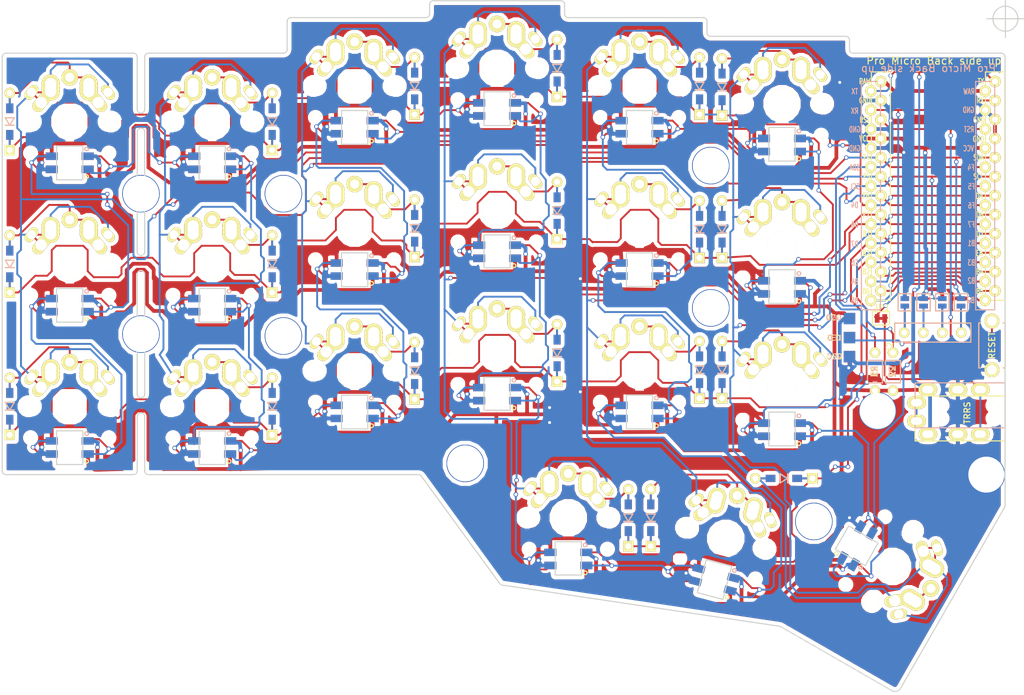
<source format=kicad_pcb>
(kicad_pcb (version 4) (host pcbnew 4.0.7)
  (title_block (title Crkbd) (date 2018/04/11) (rev 1.0) (company foostan))
  (layers (0 F.Cu signal) (31 B.Cu signal) (34 B.Paste user hide) (35 F.Paste user hide) (36 B.SilkS user) (37 F.SilkS user) (38 B.Mask user) (39 F.Mask user) (44 Edge.Cuts user))
  (net 0 "")
  (net 1 row0)
  (net 2 "Net-(D1-Pad2)")
  (net 3 row1)
  (net 4 "Net-(D2-Pad2)")
  (net 5 row2)
  (net 6 "Net-(D3-Pad2)")
  (net 7 row3)
  (net 8 "Net-(D4-Pad2)")
  (net 9 "Net-(D5-Pad2)")
  (net 10 "Net-(D6-Pad2)")
  (net 11 "Net-(D7-Pad2)")
  (net 12 "Net-(D8-Pad2)")
  (net 13 "Net-(D9-Pad2)")
  (net 14 "Net-(D10-Pad2)")
  (net 15 "Net-(D11-Pad2)")
  (net 16 "Net-(D12-Pad2)")
  (net 17 "Net-(D13-Pad2)")
  (net 18 "Net-(D14-Pad2)")
  (net 19 "Net-(D15-Pad2)")
  (net 20 "Net-(D16-Pad2)")
  (net 21 "Net-(D17-Pad2)")
  (net 22 "Net-(D18-Pad2)")
  (net 23 "Net-(D19-Pad2)")
  (net 24 "Net-(D20-Pad2)")
  (net 25 "Net-(D21-Pad2)")
  (net 26 GND)
  (net 27 VCC)
  (net 28 col0)
  (net 29 col1)
  (net 30 col2)
  (net 31 col3)
  (net 32 col4)
  (net 33 col5)
  (net 34 LED)
  (net 35 data)
  (net 36 "Net-(L1-Pad3)")
  (net 37 "Net-(L1-Pad1)")
  (net 38 "Net-(L3-Pad3)")
  (net 39 "Net-(L10-Pad1)")
  (net 40 "Net-(L11-Pad1)")
  (net 41 "Net-(L13-Pad1)")
  (net 42 "Net-(L14-Pad3)")
  (net 43 "Net-(L10-Pad3)")
  (net 44 "Net-(L12-Pad1)")
  (net 45 "Net-(L13-Pad3)")
  (net 46 "Net-(L15-Pad3)")
  (net 47 "Net-(L16-Pad3)")
  (net 48 reset)
  (net 49 SCL)
  (net 50 SDA)
  (net 51 "Net-(L5-Pad3)")
  (net 52 "Net-(U1-Pad14)")
  (net 53 "Net-(U1-Pad13)")
  (net 54 "Net-(U1-Pad12)")
  (net 55 "Net-(U1-Pad11)")
  (net 56 "Net-(J2-Pad1)")
  (net 57 "Net-(J2-Pad2)")
  (net 58 "Net-(J2-Pad3)")
  (net 59 "Net-(J2-Pad4)")
  (net 60 "Net-(L2-Pad3)")
  (net 61 "Net-(L3-Pad1)")
  (net 62 "Net-(L11-Pad3)")
  (net 63 "Net-(L14-Pad1)")
  (net 64 "Net-(L12-Pad3)")
  (net 65 "Net-(L17-Pad1)")
  (net 66 "Net-(L18-Pad3)")
  (net 67 "Net-(L19-Pad3)")
  (net 68 "Net-(J1-PadA)")
  (net 69 "Net-(J1-PadB)")
  (net 70 "Net-(U1-Pad24)")
  (module kbd:MX_ALPS_PG1350_noLed_1.75u (layer F.Cu) (at 179.75 136.5 240)
    (fp_text reference SW21 hide)
    (fp_text value SW_PUSH hide)
    (pad 1 thru_hole oval (at 5.1 -3.9 190) (size 2.2 1.25) (drill 1.2) (layers *.Cu *.Mask F.SilkS) (net 33 col5))
    (pad "" np_thru_hole circle (at 0 0 330) (size 4 4) (drill 4) (layers *.Cu *.Mask F.SilkS))
    (pad "" np_thru_hole circle (at -5.5 0 330) (size 1.9 1.9) (drill 1.9) (layers *.Cu *.Mask F.SilkS))
    (pad "" np_thru_hole circle (at 5.5 0 330) (size 1.9 1.9) (drill 1.9) (layers *.Cu *.Mask F.SilkS))
    (pad 1 thru_hole oval (at -5.1 -3.9 290) (size 2.2 1.25) (drill 1.2) (layers *.Cu *.Mask F.SilkS) (net 33 col5))
    (pad 2 thru_hole circle (at 0 -5.9 330) (size 2.2 2.2) (drill 1.2) (layers *.Cu *.Mask F.SilkS) (net 25 "Net-(D21-Pad2)"))
    (pad 2 thru_hole circle (at 2.54 -5.08 240) (size 2.4 2.4) (drill 1.5) (layers *.Cu *.Mask F.SilkS) (net 25 "Net-(D21-Pad2)"))
    (pad 1 thru_hole oval (at -3.81 -2.54 290) (size 2.8 1.55) (drill 1.5) (layers *.Cu *.Mask F.SilkS) (net 33 col5))
    (pad 1 thru_hole circle (at -2.54 -5.08 240) (size 2.4 2.4) (drill 1.5) (layers *.Cu *.Mask F.SilkS) (net 33 col5))
    (pad 2 thru_hole oval (at 3.81 -2.54 190) (size 2.8 1.55) (drill 1.5) (layers *.Cu *.Mask F.SilkS) (net 25 "Net-(D21-Pad2)"))
    (pad 2 thru_hole circle (at 2.54 -4.5 240) (size 2.4 2.4) (drill 1.5) (layers *.Cu *.Mask F.SilkS) (net 25 "Net-(D21-Pad2)"))
    (pad 2 thru_hole circle (at 2.54 -4 240) (size 2.4 2.4) (drill 1.5) (layers *.Cu *.Mask F.SilkS) (net 25 "Net-(D21-Pad2)"))
    (pad 1 thru_hole circle (at -2.54 -4 240) (size 2.4 2.4) (drill 1.5) (layers *.Cu *.Mask F.SilkS) (net 33 col5))
    (pad 1 thru_hole circle (at -2.54 -4.5 240) (size 2.4 2.4) (drill 1.5) (layers *.Cu *.Mask F.SilkS) (net 33 col5))
    (pad "" np_thru_hole circle (at 5.08 0 240) (size 1.7 1.7) (drill 1.7) (layers *.Cu *.Mask F.SilkS))
    (pad "" np_thru_hole circle (at -5.08 0 240) (size 1.7 1.7) (drill 1.7) (layers *.Cu *.Mask F.SilkS))
    (pad "" np_thru_hole circle (at 5.22 4.2 240) (size 1 1) (drill 1) (layers *.Cu *.Mask F.SilkS))
    (pad "" np_thru_hole circle (at -5.22 4.2 240) (size 1 1) (drill 1) (layers *.Cu *.Mask F.SilkS))
  )
  (module kbd:D3_TH_SMD (layer F.Cu) (at 62 77.125 90)
    (fp_text reference D1 hide)
    (fp_text value D hide)
    (pad 1 smd rect (at -1.775 0 90) (size 1.3 0.95) (layers F.Cu F.Paste F.Mask) (net 1 row0))
    (pad 2 smd rect (at 1.775 0 90) (size 1.3 0.95) (layers B.Cu B.Paste B.Mask) (net 2 "Net-(D1-Pad2)"))
    (pad 1 smd rect (at -1.775 0 90) (size 1.3 0.95) (layers B.Cu B.Paste B.Mask) (net 1 row0))
    (pad 1 thru_hole rect (at -3.81 0 90) (size 1.397 1.397) (drill 0.8128) (layers *.Cu *.Mask F.SilkS) (net 1 row0))
    (pad 2 thru_hole circle (at 3.81 0 90) (size 1.397 1.397) (drill 0.8128) (layers *.Cu *.Mask F.SilkS) (net 2 "Net-(D1-Pad2)"))
    (pad 2 smd rect (at 1.775 0 90) (size 1.3 0.95) (layers F.Cu F.Paste F.Mask) (net 2 "Net-(D1-Pad2)"))
  )
  (module kbd:D3_TH_SMD (layer F.Cu) (at 97 77.125 90)
    (fp_text reference D2 hide)
    (fp_text value D hide)
    (pad 1 smd rect (at -1.775 0 90) (size 1.3 0.95) (layers F.Cu F.Paste F.Mask) (net 1 row0))
    (pad 2 smd rect (at 1.775 0 90) (size 1.3 0.95) (layers B.Cu B.Paste B.Mask) (net 4 "Net-(D2-Pad2)"))
    (pad 1 smd rect (at -1.775 0 90) (size 1.3 0.95) (layers B.Cu B.Paste B.Mask) (net 1 row0))
    (pad 1 thru_hole rect (at -3.81 0 90) (size 1.397 1.397) (drill 0.8128) (layers *.Cu *.Mask F.SilkS) (net 1 row0))
    (pad 2 thru_hole circle (at 3.81 0 90) (size 1.397 1.397) (drill 0.8128) (layers *.Cu *.Mask F.SilkS) (net 4 "Net-(D2-Pad2)"))
    (pad 2 smd rect (at 1.775 0 90) (size 1.3 0.95) (layers F.Cu F.Paste F.Mask) (net 4 "Net-(D2-Pad2)"))
  )
  (module kbd:D3_TH_SMD (layer F.Cu) (at 116 72.375 90)
    (fp_text reference D3 hide)
    (fp_text value D hide)
    (pad 1 smd rect (at -1.775 0 90) (size 1.3 0.95) (layers F.Cu F.Paste F.Mask) (net 1 row0))
    (pad 2 smd rect (at 1.775 0 90) (size 1.3 0.95) (layers B.Cu B.Paste B.Mask) (net 6 "Net-(D3-Pad2)"))
    (pad 1 smd rect (at -1.775 0 90) (size 1.3 0.95) (layers B.Cu B.Paste B.Mask) (net 1 row0))
    (pad 1 thru_hole rect (at -3.81 0 90) (size 1.397 1.397) (drill 0.8128) (layers *.Cu *.Mask F.SilkS) (net 1 row0))
    (pad 2 thru_hole circle (at 3.81 0 90) (size 1.397 1.397) (drill 0.8128) (layers *.Cu *.Mask F.SilkS) (net 6 "Net-(D3-Pad2)"))
    (pad 2 smd rect (at 1.775 0 90) (size 1.3 0.95) (layers F.Cu F.Paste F.Mask) (net 6 "Net-(D3-Pad2)"))
  )
  (module kbd:D3_TH_SMD (layer F.Cu) (at 135 70 90)
    (fp_text reference D4 hide)
    (fp_text value D hide)
    (pad 1 smd rect (at -1.775 0 90) (size 1.3 0.95) (layers F.Cu F.Paste F.Mask) (net 1 row0))
    (pad 2 smd rect (at 1.775 0 90) (size 1.3 0.95) (layers B.Cu B.Paste B.Mask) (net 8 "Net-(D4-Pad2)"))
    (pad 1 smd rect (at -1.775 0 90) (size 1.3 0.95) (layers B.Cu B.Paste B.Mask) (net 1 row0))
    (pad 1 thru_hole rect (at -3.81 0 90) (size 1.397 1.397) (drill 0.8128) (layers *.Cu *.Mask F.SilkS) (net 1 row0))
    (pad 2 thru_hole circle (at 3.81 0 90) (size 1.397 1.397) (drill 0.8128) (layers *.Cu *.Mask F.SilkS) (net 8 "Net-(D4-Pad2)"))
    (pad 2 smd rect (at 1.775 0 90) (size 1.3 0.95) (layers F.Cu F.Paste F.Mask) (net 8 "Net-(D4-Pad2)"))
  )
  (module kbd:D3_TH_SMD (layer F.Cu) (at 154 72.375 90)
    (fp_text reference D5 hide)
    (fp_text value D hide)
    (pad 1 smd rect (at -1.775 0 90) (size 1.3 0.95) (layers F.Cu F.Paste F.Mask) (net 1 row0))
    (pad 2 smd rect (at 1.775 0 90) (size 1.3 0.95) (layers B.Cu B.Paste B.Mask) (net 9 "Net-(D5-Pad2)"))
    (pad 1 smd rect (at -1.775 0 90) (size 1.3 0.95) (layers B.Cu B.Paste B.Mask) (net 1 row0))
    (pad 1 thru_hole rect (at -3.81 0 90) (size 1.397 1.397) (drill 0.8128) (layers *.Cu *.Mask F.SilkS) (net 1 row0))
    (pad 2 thru_hole circle (at 3.81 0 90) (size 1.397 1.397) (drill 0.8128) (layers *.Cu *.Mask F.SilkS) (net 9 "Net-(D5-Pad2)"))
    (pad 2 smd rect (at 1.775 0 90) (size 1.3 0.95) (layers F.Cu F.Paste F.Mask) (net 9 "Net-(D5-Pad2)"))
  )
  (module kbd:D3_TH_SMD (layer F.Cu) (at 157 72.5 90)
    (fp_text reference D6 hide)
    (fp_text value D hide)
    (pad 1 smd rect (at -1.775 0 90) (size 1.3 0.95) (layers F.Cu F.Paste F.Mask) (net 1 row0))
    (pad 2 smd rect (at 1.775 0 90) (size 1.3 0.95) (layers B.Cu B.Paste B.Mask) (net 10 "Net-(D6-Pad2)"))
    (pad 1 smd rect (at -1.775 0 90) (size 1.3 0.95) (layers B.Cu B.Paste B.Mask) (net 1 row0))
    (pad 1 thru_hole rect (at -3.81 0 90) (size 1.397 1.397) (drill 0.8128) (layers *.Cu *.Mask F.SilkS) (net 1 row0))
    (pad 2 thru_hole circle (at 3.81 0 90) (size 1.397 1.397) (drill 0.8128) (layers *.Cu *.Mask F.SilkS) (net 10 "Net-(D6-Pad2)"))
    (pad 2 smd rect (at 1.775 0 90) (size 1.3 0.95) (layers F.Cu F.Paste F.Mask) (net 10 "Net-(D6-Pad2)"))
  )
  (module kbd:D3_TH_SMD (layer F.Cu) (at 62 96.125 90)
    (fp_text reference D7 hide)
    (fp_text value D hide)
    (pad 1 smd rect (at -1.775 0 90) (size 1.3 0.95) (layers F.Cu F.Paste F.Mask) (net 3 row1))
    (pad 2 smd rect (at 1.775 0 90) (size 1.3 0.95) (layers B.Cu B.Paste B.Mask) (net 11 "Net-(D7-Pad2)"))
    (pad 1 smd rect (at -1.775 0 90) (size 1.3 0.95) (layers B.Cu B.Paste B.Mask) (net 3 row1))
    (pad 1 thru_hole rect (at -3.81 0 90) (size 1.397 1.397) (drill 0.8128) (layers *.Cu *.Mask F.SilkS) (net 3 row1))
    (pad 2 thru_hole circle (at 3.81 0 90) (size 1.397 1.397) (drill 0.8128) (layers *.Cu *.Mask F.SilkS) (net 11 "Net-(D7-Pad2)"))
    (pad 2 smd rect (at 1.775 0 90) (size 1.3 0.95) (layers F.Cu F.Paste F.Mask) (net 11 "Net-(D7-Pad2)"))
  )
  (module kbd:D3_TH_SMD (layer F.Cu) (at 97 96.125 90)
    (fp_text reference D8 hide)
    (fp_text value D hide)
    (pad 1 smd rect (at -1.775 0 90) (size 1.3 0.95) (layers F.Cu F.Paste F.Mask) (net 3 row1))
    (pad 2 smd rect (at 1.775 0 90) (size 1.3 0.95) (layers B.Cu B.Paste B.Mask) (net 12 "Net-(D8-Pad2)"))
    (pad 1 smd rect (at -1.775 0 90) (size 1.3 0.95) (layers B.Cu B.Paste B.Mask) (net 3 row1))
    (pad 1 thru_hole rect (at -3.81 0 90) (size 1.397 1.397) (drill 0.8128) (layers *.Cu *.Mask F.SilkS) (net 3 row1))
    (pad 2 thru_hole circle (at 3.81 0 90) (size 1.397 1.397) (drill 0.8128) (layers *.Cu *.Mask F.SilkS) (net 12 "Net-(D8-Pad2)"))
    (pad 2 smd rect (at 1.775 0 90) (size 1.3 0.95) (layers F.Cu F.Paste F.Mask) (net 12 "Net-(D8-Pad2)"))
  )
  (module kbd:D3_TH_SMD (layer F.Cu) (at 116 91.375 90)
    (fp_text reference D9 hide)
    (fp_text value D hide)
    (pad 1 smd rect (at -1.775 0 90) (size 1.3 0.95) (layers F.Cu F.Paste F.Mask) (net 3 row1))
    (pad 2 smd rect (at 1.775 0 90) (size 1.3 0.95) (layers B.Cu B.Paste B.Mask) (net 13 "Net-(D9-Pad2)"))
    (pad 1 smd rect (at -1.775 0 90) (size 1.3 0.95) (layers B.Cu B.Paste B.Mask) (net 3 row1))
    (pad 1 thru_hole rect (at -3.81 0 90) (size 1.397 1.397) (drill 0.8128) (layers *.Cu *.Mask F.SilkS) (net 3 row1))
    (pad 2 thru_hole circle (at 3.81 0 90) (size 1.397 1.397) (drill 0.8128) (layers *.Cu *.Mask F.SilkS) (net 13 "Net-(D9-Pad2)"))
    (pad 2 smd rect (at 1.775 0 90) (size 1.3 0.95) (layers F.Cu F.Paste F.Mask) (net 13 "Net-(D9-Pad2)"))
  )
  (module kbd:D3_TH_SMD (layer F.Cu) (at 135 89 90)
    (fp_text reference D10 hide)
    (fp_text value D hide)
    (pad 1 smd rect (at -1.775 0 90) (size 1.3 0.95) (layers F.Cu F.Paste F.Mask) (net 3 row1))
    (pad 2 smd rect (at 1.775 0 90) (size 1.3 0.95) (layers B.Cu B.Paste B.Mask) (net 14 "Net-(D10-Pad2)"))
    (pad 1 smd rect (at -1.775 0 90) (size 1.3 0.95) (layers B.Cu B.Paste B.Mask) (net 3 row1))
    (pad 1 thru_hole rect (at -3.81 0 90) (size 1.397 1.397) (drill 0.8128) (layers *.Cu *.Mask F.SilkS) (net 3 row1))
    (pad 2 thru_hole circle (at 3.81 0 90) (size 1.397 1.397) (drill 0.8128) (layers *.Cu *.Mask F.SilkS) (net 14 "Net-(D10-Pad2)"))
    (pad 2 smd rect (at 1.775 0 90) (size 1.3 0.95) (layers F.Cu F.Paste F.Mask) (net 14 "Net-(D10-Pad2)"))
  )
  (module kbd:D3_TH_SMD (layer F.Cu) (at 154 91.5 90)
    (fp_text reference D11 hide)
    (fp_text value D hide)
    (pad 1 smd rect (at -1.775 0 90) (size 1.3 0.95) (layers F.Cu F.Paste F.Mask) (net 3 row1))
    (pad 2 smd rect (at 1.775 0 90) (size 1.3 0.95) (layers B.Cu B.Paste B.Mask) (net 15 "Net-(D11-Pad2)"))
    (pad 1 smd rect (at -1.775 0 90) (size 1.3 0.95) (layers B.Cu B.Paste B.Mask) (net 3 row1))
    (pad 1 thru_hole rect (at -3.81 0 90) (size 1.397 1.397) (drill 0.8128) (layers *.Cu *.Mask F.SilkS) (net 3 row1))
    (pad 2 thru_hole circle (at 3.81 0 90) (size 1.397 1.397) (drill 0.8128) (layers *.Cu *.Mask F.SilkS) (net 15 "Net-(D11-Pad2)"))
    (pad 2 smd rect (at 1.775 0 90) (size 1.3 0.95) (layers F.Cu F.Paste F.Mask) (net 15 "Net-(D11-Pad2)"))
  )
  (module kbd:D3_TH_SMD (layer F.Cu) (at 157 91.5 90)
    (fp_text reference D12 hide)
    (fp_text value D hide)
    (pad 1 smd rect (at -1.775 0 90) (size 1.3 0.95) (layers F.Cu F.Paste F.Mask) (net 3 row1))
    (pad 2 smd rect (at 1.775 0 90) (size 1.3 0.95) (layers B.Cu B.Paste B.Mask) (net 16 "Net-(D12-Pad2)"))
    (pad 1 smd rect (at -1.775 0 90) (size 1.3 0.95) (layers B.Cu B.Paste B.Mask) (net 3 row1))
    (pad 1 thru_hole rect (at -3.81 0 90) (size 1.397 1.397) (drill 0.8128) (layers *.Cu *.Mask F.SilkS) (net 3 row1))
    (pad 2 thru_hole circle (at 3.81 0 90) (size 1.397 1.397) (drill 0.8128) (layers *.Cu *.Mask F.SilkS) (net 16 "Net-(D12-Pad2)"))
    (pad 2 smd rect (at 1.775 0 90) (size 1.3 0.95) (layers F.Cu F.Paste F.Mask) (net 16 "Net-(D12-Pad2)"))
  )
  (module kbd:D3_TH_SMD (layer F.Cu) (at 62 115.125 90)
    (fp_text reference D13 hide)
    (fp_text value D hide)
    (pad 1 smd rect (at -1.775 0 90) (size 1.3 0.95) (layers F.Cu F.Paste F.Mask) (net 5 row2))
    (pad 2 smd rect (at 1.775 0 90) (size 1.3 0.95) (layers B.Cu B.Paste B.Mask) (net 17 "Net-(D13-Pad2)"))
    (pad 1 smd rect (at -1.775 0 90) (size 1.3 0.95) (layers B.Cu B.Paste B.Mask) (net 5 row2))
    (pad 1 thru_hole rect (at -3.81 0 90) (size 1.397 1.397) (drill 0.8128) (layers *.Cu *.Mask F.SilkS) (net 5 row2))
    (pad 2 thru_hole circle (at 3.81 0 90) (size 1.397 1.397) (drill 0.8128) (layers *.Cu *.Mask F.SilkS) (net 17 "Net-(D13-Pad2)"))
    (pad 2 smd rect (at 1.775 0 90) (size 1.3 0.95) (layers F.Cu F.Paste F.Mask) (net 17 "Net-(D13-Pad2)"))
  )
  (module kbd:D3_TH_SMD (layer F.Cu) (at 97 115.125 90)
    (fp_text reference D14 hide)
    (fp_text value D hide)
    (pad 1 smd rect (at -1.775 0 90) (size 1.3 0.95) (layers F.Cu F.Paste F.Mask) (net 5 row2))
    (pad 2 smd rect (at 1.775 0 90) (size 1.3 0.95) (layers B.Cu B.Paste B.Mask) (net 18 "Net-(D14-Pad2)"))
    (pad 1 smd rect (at -1.775 0 90) (size 1.3 0.95) (layers B.Cu B.Paste B.Mask) (net 5 row2))
    (pad 1 thru_hole rect (at -3.81 0 90) (size 1.397 1.397) (drill 0.8128) (layers *.Cu *.Mask F.SilkS) (net 5 row2))
    (pad 2 thru_hole circle (at 3.81 0 90) (size 1.397 1.397) (drill 0.8128) (layers *.Cu *.Mask F.SilkS) (net 18 "Net-(D14-Pad2)"))
    (pad 2 smd rect (at 1.775 0 90) (size 1.3 0.95) (layers F.Cu F.Paste F.Mask) (net 18 "Net-(D14-Pad2)"))
  )
  (module kbd:D3_TH_SMD (layer F.Cu) (at 116 110.375 90)
    (fp_text reference D15 hide)
    (fp_text value D hide)
    (pad 1 smd rect (at -1.775 0 90) (size 1.3 0.95) (layers F.Cu F.Paste F.Mask) (net 5 row2))
    (pad 2 smd rect (at 1.775 0 90) (size 1.3 0.95) (layers B.Cu B.Paste B.Mask) (net 19 "Net-(D15-Pad2)"))
    (pad 1 smd rect (at -1.775 0 90) (size 1.3 0.95) (layers B.Cu B.Paste B.Mask) (net 5 row2))
    (pad 1 thru_hole rect (at -3.81 0 90) (size 1.397 1.397) (drill 0.8128) (layers *.Cu *.Mask F.SilkS) (net 5 row2))
    (pad 2 thru_hole circle (at 3.81 0 90) (size 1.397 1.397) (drill 0.8128) (layers *.Cu *.Mask F.SilkS) (net 19 "Net-(D15-Pad2)"))
    (pad 2 smd rect (at 1.775 0 90) (size 1.3 0.95) (layers F.Cu F.Paste F.Mask) (net 19 "Net-(D15-Pad2)"))
  )
  (module kbd:D3_TH_SMD (layer F.Cu) (at 135 108 90)
    (fp_text reference D16 hide)
    (fp_text value D hide)
    (pad 1 smd rect (at -1.775 0 90) (size 1.3 0.95) (layers F.Cu F.Paste F.Mask) (net 5 row2))
    (pad 2 smd rect (at 1.775 0 90) (size 1.3 0.95) (layers B.Cu B.Paste B.Mask) (net 20 "Net-(D16-Pad2)"))
    (pad 1 smd rect (at -1.775 0 90) (size 1.3 0.95) (layers B.Cu B.Paste B.Mask) (net 5 row2))
    (pad 1 thru_hole rect (at -3.81 0 90) (size 1.397 1.397) (drill 0.8128) (layers *.Cu *.Mask F.SilkS) (net 5 row2))
    (pad 2 thru_hole circle (at 3.81 0 90) (size 1.397 1.397) (drill 0.8128) (layers *.Cu *.Mask F.SilkS) (net 20 "Net-(D16-Pad2)"))
    (pad 2 smd rect (at 1.775 0 90) (size 1.3 0.95) (layers F.Cu F.Paste F.Mask) (net 20 "Net-(D16-Pad2)"))
  )
  (module kbd:D3_TH_SMD (layer F.Cu) (at 154 110.25 90)
    (fp_text reference D17 hide)
    (fp_text value D hide)
    (pad 1 smd rect (at -1.775 0 90) (size 1.3 0.95) (layers F.Cu F.Paste F.Mask) (net 5 row2))
    (pad 2 smd rect (at 1.775 0 90) (size 1.3 0.95) (layers B.Cu B.Paste B.Mask) (net 21 "Net-(D17-Pad2)"))
    (pad 1 smd rect (at -1.775 0 90) (size 1.3 0.95) (layers B.Cu B.Paste B.Mask) (net 5 row2))
    (pad 1 thru_hole rect (at -3.81 0 90) (size 1.397 1.397) (drill 0.8128) (layers *.Cu *.Mask F.SilkS) (net 5 row2))
    (pad 2 thru_hole circle (at 3.81 0 90) (size 1.397 1.397) (drill 0.8128) (layers *.Cu *.Mask F.SilkS) (net 21 "Net-(D17-Pad2)"))
    (pad 2 smd rect (at 1.775 0 90) (size 1.3 0.95) (layers F.Cu F.Paste F.Mask) (net 21 "Net-(D17-Pad2)"))
  )
  (module kbd:D3_TH_SMD (layer F.Cu) (at 157 110.25 90)
    (fp_text reference D18 hide)
    (fp_text value D hide)
    (pad 1 smd rect (at -1.775 0 90) (size 1.3 0.95) (layers F.Cu F.Paste F.Mask) (net 5 row2))
    (pad 2 smd rect (at 1.775 0 90) (size 1.3 0.95) (layers B.Cu B.Paste B.Mask) (net 22 "Net-(D18-Pad2)"))
    (pad 1 smd rect (at -1.775 0 90) (size 1.3 0.95) (layers B.Cu B.Paste B.Mask) (net 5 row2))
    (pad 1 thru_hole rect (at -3.81 0 90) (size 1.397 1.397) (drill 0.8128) (layers *.Cu *.Mask F.SilkS) (net 5 row2))
    (pad 2 thru_hole circle (at 3.81 0 90) (size 1.397 1.397) (drill 0.8128) (layers *.Cu *.Mask F.SilkS) (net 22 "Net-(D18-Pad2)"))
    (pad 2 smd rect (at 1.775 0 90) (size 1.3 0.95) (layers F.Cu F.Paste F.Mask) (net 22 "Net-(D18-Pad2)"))
  )
  (module kbd:D3_TH_SMD (layer F.Cu) (at 144.5 130 90)
    (fp_text reference D19 hide)
    (fp_text value D hide)
    (pad 1 smd rect (at -1.775 0 90) (size 1.3 0.95) (layers F.Cu F.Paste F.Mask) (net 7 row3))
    (pad 2 smd rect (at 1.775 0 90) (size 1.3 0.95) (layers B.Cu B.Paste B.Mask) (net 23 "Net-(D19-Pad2)"))
    (pad 1 smd rect (at -1.775 0 90) (size 1.3 0.95) (layers B.Cu B.Paste B.Mask) (net 7 row3))
    (pad 1 thru_hole rect (at -3.81 0 90) (size 1.397 1.397) (drill 0.8128) (layers *.Cu *.Mask F.SilkS) (net 7 row3))
    (pad 2 thru_hole circle (at 3.81 0 90) (size 1.397 1.397) (drill 0.8128) (layers *.Cu *.Mask F.SilkS) (net 23 "Net-(D19-Pad2)"))
    (pad 2 smd rect (at 1.775 0 90) (size 1.3 0.95) (layers F.Cu F.Paste F.Mask) (net 23 "Net-(D19-Pad2)"))
  )
  (module kbd:D3_TH_SMD (layer F.Cu) (at 147.5 130 90)
    (fp_text reference D20 hide)
    (fp_text value D hide)
    (pad 1 smd rect (at -1.775 0 90) (size 1.3 0.95) (layers F.Cu F.Paste F.Mask) (net 7 row3))
    (pad 2 smd rect (at 1.775 0 90) (size 1.3 0.95) (layers B.Cu B.Paste B.Mask) (net 24 "Net-(D20-Pad2)"))
    (pad 1 smd rect (at -1.775 0 90) (size 1.3 0.95) (layers B.Cu B.Paste B.Mask) (net 7 row3))
    (pad 1 thru_hole rect (at -3.81 0 90) (size 1.397 1.397) (drill 0.8128) (layers *.Cu *.Mask F.SilkS) (net 7 row3))
    (pad 2 thru_hole circle (at 3.81 0 90) (size 1.397 1.397) (drill 0.8128) (layers *.Cu *.Mask F.SilkS) (net 24 "Net-(D20-Pad2)"))
    (pad 2 smd rect (at 1.775 0 90) (size 1.3 0.95) (layers F.Cu F.Paste F.Mask) (net 24 "Net-(D20-Pad2)"))
  )
  (module kbd:D3_TH_SMD (layer F.Cu) (at 165.25 124.75 180)
    (fp_text reference D21 hide)
    (fp_text value D hide)
    (pad 1 smd rect (at -1.775 0 180) (size 1.3 0.95) (layers F.Cu F.Paste F.Mask) (net 7 row3))
    (pad 2 smd rect (at 1.775 0 180) (size 1.3 0.95) (layers B.Cu B.Paste B.Mask) (net 25 "Net-(D21-Pad2)"))
    (pad 1 smd rect (at -1.775 0 180) (size 1.3 0.95) (layers B.Cu B.Paste B.Mask) (net 7 row3))
    (pad 1 thru_hole rect (at -3.81 0 180) (size 1.397 1.397) (drill 0.8128) (layers *.Cu *.Mask F.SilkS) (net 7 row3))
    (pad 2 thru_hole circle (at 3.81 0 180) (size 1.397 1.397) (drill 0.8128) (layers *.Cu *.Mask F.SilkS) (net 25 "Net-(D21-Pad2)"))
    (pad 2 smd rect (at 1.775 0 180) (size 1.3 0.95) (layers F.Cu F.Paste F.Mask) (net 25 "Net-(D21-Pad2)"))
  )
  (module kbd:SK6812MINI_rev (layer F.Cu) (at 70 82.625)
    (fp_text reference L1 hide)
    (fp_text value SK6812MINI hide)
    (pad 4 smd rect (at 2.4 0.875) (size 1.6 1) (layers F.Cu F.Paste F.Mask) (net 27 VCC))
    (pad 3 smd rect (at 2.4 -0.875) (size 1.6 1) (layers F.Cu F.Paste F.Mask) (net 36 "Net-(L1-Pad3)"))
    (pad 1 smd rect (at -2.4 0.875) (size 1.6 1) (layers F.Cu F.Paste F.Mask) (net 37 "Net-(L1-Pad1)"))
    (pad 2 smd rect (at -2.4 -0.875) (size 1.6 1) (layers F.Cu F.Paste F.Mask) (net 26 GND))
    (pad 3 smd rect (at 2.4 0.875) (size 1.6 1) (layers B.Cu B.Paste B.Mask) (net 36 "Net-(L1-Pad3)"))
    (pad 4 smd rect (at 2.4 -0.875) (size 1.6 1) (layers B.Cu B.Paste B.Mask) (net 27 VCC))
    (pad 1 smd rect (at -2.4 -0.875) (size 1.6 1) (layers B.Cu B.Paste B.Mask) (net 37 "Net-(L1-Pad1)"))
    (pad 2 smd rect (at -2.4 0.875) (size 1.6 1) (layers B.Cu B.Paste B.Mask) (net 26 GND))
  )
  (module kbd:SK6812MINI_rev (layer F.Cu) (at 89 82.625)
    (fp_text reference L2 hide)
    (fp_text value SK6812MINI hide)
    (pad 4 smd rect (at 2.4 0.875) (size 1.6 1) (layers F.Cu F.Paste F.Mask) (net 27 VCC))
    (pad 3 smd rect (at 2.4 -0.875) (size 1.6 1) (layers F.Cu F.Paste F.Mask) (net 60 "Net-(L2-Pad3)"))
    (pad 1 smd rect (at -2.4 0.875) (size 1.6 1) (layers F.Cu F.Paste F.Mask) (net 36 "Net-(L1-Pad3)"))
    (pad 2 smd rect (at -2.4 -0.875) (size 1.6 1) (layers F.Cu F.Paste F.Mask) (net 26 GND))
    (pad 3 smd rect (at 2.4 0.875) (size 1.6 1) (layers B.Cu B.Paste B.Mask) (net 60 "Net-(L2-Pad3)"))
    (pad 4 smd rect (at 2.4 -0.875) (size 1.6 1) (layers B.Cu B.Paste B.Mask) (net 27 VCC))
    (pad 1 smd rect (at -2.4 -0.875) (size 1.6 1) (layers B.Cu B.Paste B.Mask) (net 36 "Net-(L1-Pad3)"))
    (pad 2 smd rect (at -2.4 0.875) (size 1.6 1) (layers B.Cu B.Paste B.Mask) (net 26 GND))
  )
  (module kbd:SK6812MINI_rev (layer F.Cu) (at 108 77.875)
    (fp_text reference L3 hide)
    (fp_text value SK6812MINI hide)
    (pad 4 smd rect (at 2.4 0.875) (size 1.6 1) (layers F.Cu F.Paste F.Mask) (net 27 VCC))
    (pad 3 smd rect (at 2.4 -0.875) (size 1.6 1) (layers F.Cu F.Paste F.Mask) (net 38 "Net-(L3-Pad3)"))
    (pad 1 smd rect (at -2.4 0.875) (size 1.6 1) (layers F.Cu F.Paste F.Mask) (net 61 "Net-(L3-Pad1)"))
    (pad 2 smd rect (at -2.4 -0.875) (size 1.6 1) (layers F.Cu F.Paste F.Mask) (net 26 GND))
    (pad 3 smd rect (at 2.4 0.875) (size 1.6 1) (layers B.Cu B.Paste B.Mask) (net 38 "Net-(L3-Pad3)"))
    (pad 4 smd rect (at 2.4 -0.875) (size 1.6 1) (layers B.Cu B.Paste B.Mask) (net 27 VCC))
    (pad 1 smd rect (at -2.4 -0.875) (size 1.6 1) (layers B.Cu B.Paste B.Mask) (net 61 "Net-(L3-Pad1)"))
    (pad 2 smd rect (at -2.4 0.875) (size 1.6 1) (layers B.Cu B.Paste B.Mask) (net 26 GND))
  )
  (module kbd:SK6812MINI_rev (layer F.Cu) (at 127 75.5)
    (fp_text reference L4 hide)
    (fp_text value SK6812MINI hide)
    (pad 4 smd rect (at 2.4 0.875) (size 1.6 1) (layers F.Cu F.Paste F.Mask) (net 27 VCC))
    (pad 3 smd rect (at 2.4 -0.875) (size 1.6 1) (layers F.Cu F.Paste F.Mask) (net 39 "Net-(L10-Pad1)"))
    (pad 1 smd rect (at -2.4 0.875) (size 1.6 1) (layers F.Cu F.Paste F.Mask) (net 38 "Net-(L3-Pad3)"))
    (pad 2 smd rect (at -2.4 -0.875) (size 1.6 1) (layers F.Cu F.Paste F.Mask) (net 26 GND))
    (pad 3 smd rect (at 2.4 0.875) (size 1.6 1) (layers B.Cu B.Paste B.Mask) (net 39 "Net-(L10-Pad1)"))
    (pad 4 smd rect (at 2.4 -0.875) (size 1.6 1) (layers B.Cu B.Paste B.Mask) (net 27 VCC))
    (pad 1 smd rect (at -2.4 -0.875) (size 1.6 1) (layers B.Cu B.Paste B.Mask) (net 38 "Net-(L3-Pad3)"))
    (pad 2 smd rect (at -2.4 0.875) (size 1.6 1) (layers B.Cu B.Paste B.Mask) (net 26 GND))
  )
  (module kbd:SK6812MINI_rev (layer F.Cu) (at 146 77.875)
    (fp_text reference L5 hide)
    (fp_text value SK6812MINI hide)
    (pad 4 smd rect (at 2.4 0.875) (size 1.6 1) (layers F.Cu F.Paste F.Mask) (net 27 VCC))
    (pad 3 smd rect (at 2.4 -0.875) (size 1.6 1) (layers F.Cu F.Paste F.Mask) (net 51 "Net-(L5-Pad3)"))
    (pad 1 smd rect (at -2.4 0.875) (size 1.6 1) (layers F.Cu F.Paste F.Mask) (net 62 "Net-(L11-Pad3)"))
    (pad 2 smd rect (at -2.4 -0.875) (size 1.6 1) (layers F.Cu F.Paste F.Mask) (net 26 GND))
    (pad 3 smd rect (at 2.4 0.875) (size 1.6 1) (layers B.Cu B.Paste B.Mask) (net 51 "Net-(L5-Pad3)"))
    (pad 4 smd rect (at 2.4 -0.875) (size 1.6 1) (layers B.Cu B.Paste B.Mask) (net 27 VCC))
    (pad 1 smd rect (at -2.4 -0.875) (size 1.6 1) (layers B.Cu B.Paste B.Mask) (net 62 "Net-(L11-Pad3)"))
    (pad 2 smd rect (at -2.4 0.875) (size 1.6 1) (layers B.Cu B.Paste B.Mask) (net 26 GND))
  )
  (module kbd:SK6812MINI_rev (layer F.Cu) (at 165 80.25)
    (fp_text reference L6 hide)
    (fp_text value SK6812MINI hide)
    (pad 4 smd rect (at 2.4 0.875) (size 1.6 1) (layers F.Cu F.Paste F.Mask) (net 27 VCC))
    (pad 3 smd rect (at 2.4 -0.875) (size 1.6 1) (layers F.Cu F.Paste F.Mask) (net 44 "Net-(L12-Pad1)"))
    (pad 1 smd rect (at -2.4 0.875) (size 1.6 1) (layers F.Cu F.Paste F.Mask) (net 51 "Net-(L5-Pad3)"))
    (pad 2 smd rect (at -2.4 -0.875) (size 1.6 1) (layers F.Cu F.Paste F.Mask) (net 26 GND))
    (pad 3 smd rect (at 2.4 0.875) (size 1.6 1) (layers B.Cu B.Paste B.Mask) (net 44 "Net-(L12-Pad1)"))
    (pad 4 smd rect (at 2.4 -0.875) (size 1.6 1) (layers B.Cu B.Paste B.Mask) (net 27 VCC))
    (pad 1 smd rect (at -2.4 -0.875) (size 1.6 1) (layers B.Cu B.Paste B.Mask) (net 51 "Net-(L5-Pad3)"))
    (pad 2 smd rect (at -2.4 0.875) (size 1.6 1) (layers B.Cu B.Paste B.Mask) (net 26 GND))
  )
  (module kbd:SK6812MINI_rev (layer F.Cu) (at 70 101.625)
    (fp_text reference L7 hide)
    (fp_text value SK6812MINI hide)
    (pad 4 smd rect (at 2.4 0.875) (size 1.6 1) (layers F.Cu F.Paste F.Mask) (net 27 VCC))
    (pad 3 smd rect (at 2.4 -0.875) (size 1.6 1) (layers F.Cu F.Paste F.Mask) (net 37 "Net-(L1-Pad1)"))
    (pad 1 smd rect (at -2.4 0.875) (size 1.6 1) (layers F.Cu F.Paste F.Mask) (net 45 "Net-(L13-Pad3)"))
    (pad 2 smd rect (at -2.4 -0.875) (size 1.6 1) (layers F.Cu F.Paste F.Mask) (net 26 GND))
    (pad 3 smd rect (at 2.4 0.875) (size 1.6 1) (layers B.Cu B.Paste B.Mask) (net 37 "Net-(L1-Pad1)"))
    (pad 4 smd rect (at 2.4 -0.875) (size 1.6 1) (layers B.Cu B.Paste B.Mask) (net 27 VCC))
    (pad 1 smd rect (at -2.4 -0.875) (size 1.6 1) (layers B.Cu B.Paste B.Mask) (net 45 "Net-(L13-Pad3)"))
    (pad 2 smd rect (at -2.4 0.875) (size 1.6 1) (layers B.Cu B.Paste B.Mask) (net 26 GND))
  )
  (module kbd:SK6812MINI_rev (layer F.Cu) (at 89 101.625)
    (fp_text reference L8 hide)
    (fp_text value SK6812MINI hide)
    (pad 4 smd rect (at 2.4 0.875) (size 1.6 1) (layers F.Cu F.Paste F.Mask) (net 27 VCC))
    (pad 3 smd rect (at 2.4 -0.875) (size 1.6 1) (layers F.Cu F.Paste F.Mask) (net 63 "Net-(L14-Pad1)"))
    (pad 1 smd rect (at -2.4 0.875) (size 1.6 1) (layers F.Cu F.Paste F.Mask) (net 60 "Net-(L2-Pad3)"))
    (pad 2 smd rect (at -2.4 -0.875) (size 1.6 1) (layers F.Cu F.Paste F.Mask) (net 26 GND))
    (pad 3 smd rect (at 2.4 0.875) (size 1.6 1) (layers B.Cu B.Paste B.Mask) (net 63 "Net-(L14-Pad1)"))
    (pad 4 smd rect (at 2.4 -0.875) (size 1.6 1) (layers B.Cu B.Paste B.Mask) (net 27 VCC))
    (pad 1 smd rect (at -2.4 -0.875) (size 1.6 1) (layers B.Cu B.Paste B.Mask) (net 60 "Net-(L2-Pad3)"))
    (pad 2 smd rect (at -2.4 0.875) (size 1.6 1) (layers B.Cu B.Paste B.Mask) (net 26 GND))
  )
  (module kbd:SK6812MINI_rev (layer F.Cu) (at 108 96.875)
    (fp_text reference L9 hide)
    (fp_text value SK6812MINI hide)
    (pad 4 smd rect (at 2.4 0.875) (size 1.6 1) (layers F.Cu F.Paste F.Mask) (net 27 VCC))
    (pad 3 smd rect (at 2.4 -0.875) (size 1.6 1) (layers F.Cu F.Paste F.Mask) (net 61 "Net-(L3-Pad1)"))
    (pad 1 smd rect (at -2.4 0.875) (size 1.6 1) (layers F.Cu F.Paste F.Mask) (net 46 "Net-(L15-Pad3)"))
    (pad 2 smd rect (at -2.4 -0.875) (size 1.6 1) (layers F.Cu F.Paste F.Mask) (net 26 GND))
    (pad 3 smd rect (at 2.4 0.875) (size 1.6 1) (layers B.Cu B.Paste B.Mask) (net 61 "Net-(L3-Pad1)"))
    (pad 4 smd rect (at 2.4 -0.875) (size 1.6 1) (layers B.Cu B.Paste B.Mask) (net 27 VCC))
    (pad 1 smd rect (at -2.4 -0.875) (size 1.6 1) (layers B.Cu B.Paste B.Mask) (net 46 "Net-(L15-Pad3)"))
    (pad 2 smd rect (at -2.4 0.875) (size 1.6 1) (layers B.Cu B.Paste B.Mask) (net 26 GND))
  )
  (module kbd:SK6812MINI_rev (layer F.Cu) (at 127 94.5)
    (fp_text reference L10 hide)
    (fp_text value SK6812MINI hide)
    (pad 4 smd rect (at 2.4 0.875) (size 1.6 1) (layers F.Cu F.Paste F.Mask) (net 27 VCC))
    (pad 3 smd rect (at 2.4 -0.875) (size 1.6 1) (layers F.Cu F.Paste F.Mask) (net 43 "Net-(L10-Pad3)"))
    (pad 1 smd rect (at -2.4 0.875) (size 1.6 1) (layers F.Cu F.Paste F.Mask) (net 39 "Net-(L10-Pad1)"))
    (pad 2 smd rect (at -2.4 -0.875) (size 1.6 1) (layers F.Cu F.Paste F.Mask) (net 26 GND))
    (pad 3 smd rect (at 2.4 0.875) (size 1.6 1) (layers B.Cu B.Paste B.Mask) (net 43 "Net-(L10-Pad3)"))
    (pad 4 smd rect (at 2.4 -0.875) (size 1.6 1) (layers B.Cu B.Paste B.Mask) (net 27 VCC))
    (pad 1 smd rect (at -2.4 -0.875) (size 1.6 1) (layers B.Cu B.Paste B.Mask) (net 39 "Net-(L10-Pad1)"))
    (pad 2 smd rect (at -2.4 0.875) (size 1.6 1) (layers B.Cu B.Paste B.Mask) (net 26 GND))
  )
  (module kbd:SK6812MINI_rev (layer F.Cu) (at 146 96.875)
    (fp_text reference L11 hide)
    (fp_text value SK6812MINI hide)
    (pad 4 smd rect (at 2.4 0.875) (size 1.6 1) (layers F.Cu F.Paste F.Mask) (net 27 VCC))
    (pad 3 smd rect (at 2.4 -0.875) (size 1.6 1) (layers F.Cu F.Paste F.Mask) (net 62 "Net-(L11-Pad3)"))
    (pad 1 smd rect (at -2.4 0.875) (size 1.6 1) (layers F.Cu F.Paste F.Mask) (net 40 "Net-(L11-Pad1)"))
    (pad 2 smd rect (at -2.4 -0.875) (size 1.6 1) (layers F.Cu F.Paste F.Mask) (net 26 GND))
    (pad 3 smd rect (at 2.4 0.875) (size 1.6 1) (layers B.Cu B.Paste B.Mask) (net 62 "Net-(L11-Pad3)"))
    (pad 4 smd rect (at 2.4 -0.875) (size 1.6 1) (layers B.Cu B.Paste B.Mask) (net 27 VCC))
    (pad 1 smd rect (at -2.4 -0.875) (size 1.6 1) (layers B.Cu B.Paste B.Mask) (net 40 "Net-(L11-Pad1)"))
    (pad 2 smd rect (at -2.4 0.875) (size 1.6 1) (layers B.Cu B.Paste B.Mask) (net 26 GND))
  )
  (module kbd:SK6812MINI_rev (layer F.Cu) (at 165 99.25)
    (fp_text reference L12 hide)
    (fp_text value SK6812MINI hide)
    (pad 4 smd rect (at 2.4 0.875) (size 1.6 1) (layers F.Cu F.Paste F.Mask) (net 27 VCC))
    (pad 3 smd rect (at 2.4 -0.875) (size 1.6 1) (layers F.Cu F.Paste F.Mask) (net 64 "Net-(L12-Pad3)"))
    (pad 1 smd rect (at -2.4 0.875) (size 1.6 1) (layers F.Cu F.Paste F.Mask) (net 44 "Net-(L12-Pad1)"))
    (pad 2 smd rect (at -2.4 -0.875) (size 1.6 1) (layers F.Cu F.Paste F.Mask) (net 26 GND))
    (pad 3 smd rect (at 2.4 0.875) (size 1.6 1) (layers B.Cu B.Paste B.Mask) (net 64 "Net-(L12-Pad3)"))
    (pad 4 smd rect (at 2.4 -0.875) (size 1.6 1) (layers B.Cu B.Paste B.Mask) (net 27 VCC))
    (pad 1 smd rect (at -2.4 -0.875) (size 1.6 1) (layers B.Cu B.Paste B.Mask) (net 44 "Net-(L12-Pad1)"))
    (pad 2 smd rect (at -2.4 0.875) (size 1.6 1) (layers B.Cu B.Paste B.Mask) (net 26 GND))
  )
  (module kbd:SK6812MINI_rev (layer F.Cu) (at 70 120.625)
    (fp_text reference L13 hide)
    (fp_text value SK6812MINI hide)
    (pad 4 smd rect (at 2.4 0.875) (size 1.6 1) (layers F.Cu F.Paste F.Mask) (net 27 VCC))
    (pad 3 smd rect (at 2.4 -0.875) (size 1.6 1) (layers F.Cu F.Paste F.Mask) (net 45 "Net-(L13-Pad3)"))
    (pad 1 smd rect (at -2.4 0.875) (size 1.6 1) (layers F.Cu F.Paste F.Mask) (net 41 "Net-(L13-Pad1)"))
    (pad 2 smd rect (at -2.4 -0.875) (size 1.6 1) (layers F.Cu F.Paste F.Mask) (net 26 GND))
    (pad 3 smd rect (at 2.4 0.875) (size 1.6 1) (layers B.Cu B.Paste B.Mask) (net 45 "Net-(L13-Pad3)"))
    (pad 4 smd rect (at 2.4 -0.875) (size 1.6 1) (layers B.Cu B.Paste B.Mask) (net 27 VCC))
    (pad 1 smd rect (at -2.4 -0.875) (size 1.6 1) (layers B.Cu B.Paste B.Mask) (net 41 "Net-(L13-Pad1)"))
    (pad 2 smd rect (at -2.4 0.875) (size 1.6 1) (layers B.Cu B.Paste B.Mask) (net 26 GND))
  )
  (module kbd:SK6812MINI_rev (layer F.Cu) (at 89 120.625)
    (fp_text reference L14 hide)
    (fp_text value SK6812MINI hide)
    (pad 4 smd rect (at 2.4 0.875) (size 1.6 1) (layers F.Cu F.Paste F.Mask) (net 27 VCC))
    (pad 3 smd rect (at 2.4 -0.875) (size 1.6 1) (layers F.Cu F.Paste F.Mask) (net 42 "Net-(L14-Pad3)"))
    (pad 1 smd rect (at -2.4 0.875) (size 1.6 1) (layers F.Cu F.Paste F.Mask) (net 63 "Net-(L14-Pad1)"))
    (pad 2 smd rect (at -2.4 -0.875) (size 1.6 1) (layers F.Cu F.Paste F.Mask) (net 26 GND))
    (pad 3 smd rect (at 2.4 0.875) (size 1.6 1) (layers B.Cu B.Paste B.Mask) (net 42 "Net-(L14-Pad3)"))
    (pad 4 smd rect (at 2.4 -0.875) (size 1.6 1) (layers B.Cu B.Paste B.Mask) (net 27 VCC))
    (pad 1 smd rect (at -2.4 -0.875) (size 1.6 1) (layers B.Cu B.Paste B.Mask) (net 63 "Net-(L14-Pad1)"))
    (pad 2 smd rect (at -2.4 0.875) (size 1.6 1) (layers B.Cu B.Paste B.Mask) (net 26 GND))
  )
  (module kbd:SK6812MINI_rev (layer F.Cu) (at 108 115.875)
    (fp_text reference L15 hide)
    (fp_text value SK6812MINI hide)
    (pad 4 smd rect (at 2.4 0.875) (size 1.6 1) (layers F.Cu F.Paste F.Mask) (net 27 VCC))
    (pad 3 smd rect (at 2.4 -0.875) (size 1.6 1) (layers F.Cu F.Paste F.Mask) (net 46 "Net-(L15-Pad3)"))
    (pad 1 smd rect (at -2.4 0.875) (size 1.6 1) (layers F.Cu F.Paste F.Mask) (net 42 "Net-(L14-Pad3)"))
    (pad 2 smd rect (at -2.4 -0.875) (size 1.6 1) (layers F.Cu F.Paste F.Mask) (net 26 GND))
    (pad 3 smd rect (at 2.4 0.875) (size 1.6 1) (layers B.Cu B.Paste B.Mask) (net 46 "Net-(L15-Pad3)"))
    (pad 4 smd rect (at 2.4 -0.875) (size 1.6 1) (layers B.Cu B.Paste B.Mask) (net 27 VCC))
    (pad 1 smd rect (at -2.4 -0.875) (size 1.6 1) (layers B.Cu B.Paste B.Mask) (net 42 "Net-(L14-Pad3)"))
    (pad 2 smd rect (at -2.4 0.875) (size 1.6 1) (layers B.Cu B.Paste B.Mask) (net 26 GND))
  )
  (module kbd:SK6812MINI_rev (layer F.Cu) (at 127 113.5)
    (fp_text reference L16 hide)
    (fp_text value SK6812MINI hide)
    (pad 4 smd rect (at 2.4 0.875) (size 1.6 1) (layers F.Cu F.Paste F.Mask) (net 27 VCC))
    (pad 3 smd rect (at 2.4 -0.875) (size 1.6 1) (layers F.Cu F.Paste F.Mask) (net 47 "Net-(L16-Pad3)"))
    (pad 1 smd rect (at -2.4 0.875) (size 1.6 1) (layers F.Cu F.Paste F.Mask) (net 43 "Net-(L10-Pad3)"))
    (pad 2 smd rect (at -2.4 -0.875) (size 1.6 1) (layers F.Cu F.Paste F.Mask) (net 26 GND))
    (pad 3 smd rect (at 2.4 0.875) (size 1.6 1) (layers B.Cu B.Paste B.Mask) (net 47 "Net-(L16-Pad3)"))
    (pad 4 smd rect (at 2.4 -0.875) (size 1.6 1) (layers B.Cu B.Paste B.Mask) (net 27 VCC))
    (pad 1 smd rect (at -2.4 -0.875) (size 1.6 1) (layers B.Cu B.Paste B.Mask) (net 43 "Net-(L10-Pad3)"))
    (pad 2 smd rect (at -2.4 0.875) (size 1.6 1) (layers B.Cu B.Paste B.Mask) (net 26 GND))
  )
  (module kbd:SK6812MINI_rev (layer F.Cu) (at 146 115.875)
    (fp_text reference L17 hide)
    (fp_text value SK6812MINI hide)
    (pad 4 smd rect (at 2.4 0.875) (size 1.6 1) (layers F.Cu F.Paste F.Mask) (net 27 VCC))
    (pad 3 smd rect (at 2.4 -0.875) (size 1.6 1) (layers F.Cu F.Paste F.Mask) (net 40 "Net-(L11-Pad1)"))
    (pad 1 smd rect (at -2.4 0.875) (size 1.6 1) (layers F.Cu F.Paste F.Mask) (net 65 "Net-(L17-Pad1)"))
    (pad 2 smd rect (at -2.4 -0.875) (size 1.6 1) (layers F.Cu F.Paste F.Mask) (net 26 GND))
    (pad 3 smd rect (at 2.4 0.875) (size 1.6 1) (layers B.Cu B.Paste B.Mask) (net 40 "Net-(L11-Pad1)"))
    (pad 4 smd rect (at 2.4 -0.875) (size 1.6 1) (layers B.Cu B.Paste B.Mask) (net 27 VCC))
    (pad 1 smd rect (at -2.4 -0.875) (size 1.6 1) (layers B.Cu B.Paste B.Mask) (net 65 "Net-(L17-Pad1)"))
    (pad 2 smd rect (at -2.4 0.875) (size 1.6 1) (layers B.Cu B.Paste B.Mask) (net 26 GND))
  )
  (module kbd:SK6812MINI_rev (layer F.Cu) (at 165 118.25)
    (fp_text reference L18 hide)
    (fp_text value SK6812MINI hide)
    (pad 4 smd rect (at 2.4 0.875) (size 1.6 1) (layers F.Cu F.Paste F.Mask) (net 27 VCC))
    (pad 3 smd rect (at 2.4 -0.875) (size 1.6 1) (layers F.Cu F.Paste F.Mask) (net 66 "Net-(L18-Pad3)"))
    (pad 1 smd rect (at -2.4 0.875) (size 1.6 1) (layers F.Cu F.Paste F.Mask) (net 64 "Net-(L12-Pad3)"))
    (pad 2 smd rect (at -2.4 -0.875) (size 1.6 1) (layers F.Cu F.Paste F.Mask) (net 26 GND))
    (pad 3 smd rect (at 2.4 0.875) (size 1.6 1) (layers B.Cu B.Paste B.Mask) (net 66 "Net-(L18-Pad3)"))
    (pad 4 smd rect (at 2.4 -0.875) (size 1.6 1) (layers B.Cu B.Paste B.Mask) (net 27 VCC))
    (pad 1 smd rect (at -2.4 -0.875) (size 1.6 1) (layers B.Cu B.Paste B.Mask) (net 64 "Net-(L12-Pad3)"))
    (pad 2 smd rect (at -2.4 0.875) (size 1.6 1) (layers B.Cu B.Paste B.Mask) (net 26 GND))
  )
  (module kbd:SK6812MINI_rev (layer F.Cu) (at 136.5 135.5)
    (fp_text reference L19 hide)
    (fp_text value SK6812MINI hide)
    (pad 4 smd rect (at 2.4 0.875) (size 1.6 1) (layers F.Cu F.Paste F.Mask) (net 27 VCC))
    (pad 3 smd rect (at 2.4 -0.875) (size 1.6 1) (layers F.Cu F.Paste F.Mask) (net 67 "Net-(L19-Pad3)"))
    (pad 1 smd rect (at -2.4 0.875) (size 1.6 1) (layers F.Cu F.Paste F.Mask) (net 47 "Net-(L16-Pad3)"))
    (pad 2 smd rect (at -2.4 -0.875) (size 1.6 1) (layers F.Cu F.Paste F.Mask) (net 26 GND))
    (pad 3 smd rect (at 2.4 0.875) (size 1.6 1) (layers B.Cu B.Paste B.Mask) (net 67 "Net-(L19-Pad3)"))
    (pad 4 smd rect (at 2.4 -0.875) (size 1.6 1) (layers B.Cu B.Paste B.Mask) (net 27 VCC))
    (pad 1 smd rect (at -2.4 -0.875) (size 1.6 1) (layers B.Cu B.Paste B.Mask) (net 47 "Net-(L16-Pad3)"))
    (pad 2 smd rect (at -2.4 0.875) (size 1.6 1) (layers B.Cu B.Paste B.Mask) (net 26 GND))
  )
  (module kbd:SK6812MINI_rev (layer F.Cu) (at 156 138.25 345)
    (fp_text reference L20 hide)
    (fp_text value SK6812MINI hide)
    (pad 4 smd rect (at 2.4 0.875 345) (size 1.6 1) (layers F.Cu F.Paste F.Mask) (net 27 VCC))
    (pad 3 smd rect (at 2.4 -0.875 345) (size 1.6 1) (layers F.Cu F.Paste F.Mask) (net 65 "Net-(L17-Pad1)"))
    (pad 1 smd rect (at -2.4 0.875 345) (size 1.6 1) (layers F.Cu F.Paste F.Mask) (net 67 "Net-(L19-Pad3)"))
    (pad 2 smd rect (at -2.4 -0.875 345) (size 1.6 1) (layers F.Cu F.Paste F.Mask) (net 26 GND))
    (pad 3 smd rect (at 2.4 0.875 345) (size 1.6 1) (layers B.Cu B.Paste B.Mask) (net 65 "Net-(L17-Pad1)"))
    (pad 4 smd rect (at 2.4 -0.875 345) (size 1.6 1) (layers B.Cu B.Paste B.Mask) (net 27 VCC))
    (pad 1 smd rect (at -2.4 -0.875 345) (size 1.6 1) (layers B.Cu B.Paste B.Mask) (net 67 "Net-(L19-Pad3)"))
    (pad 2 smd rect (at -2.4 0.875 345) (size 1.6 1) (layers B.Cu B.Paste B.Mask) (net 26 GND))
  )
  (module kbd:SK6812MINI_rev (layer F.Cu) (at 175 133.75 240)
    (fp_text reference L21 hide)
    (fp_text value SK6812MINI hide)
    (pad 4 smd rect (at 2.4 0.875 240) (size 1.6 1) (layers F.Cu F.Paste F.Mask) (net 27 VCC))
    (pad 3 smd rect (at 2.4 -0.875 240) (size 1.6 1) (layers F.Cu F.Paste F.Mask) (net 34 LED))
    (pad 1 smd rect (at -2.4 0.875 240) (size 1.6 1) (layers F.Cu F.Paste F.Mask) (net 66 "Net-(L18-Pad3)"))
    (pad 2 smd rect (at -2.4 -0.875 240) (size 1.6 1) (layers F.Cu F.Paste F.Mask) (net 26 GND))
    (pad 3 smd rect (at 2.4 0.875 240) (size 1.6 1) (layers B.Cu B.Paste B.Mask) (net 34 LED))
    (pad 4 smd rect (at 2.4 -0.875 240) (size 1.6 1) (layers B.Cu B.Paste B.Mask) (net 27 VCC))
    (pad 1 smd rect (at -2.4 -0.875 240) (size 1.6 1) (layers B.Cu B.Paste B.Mask) (net 66 "Net-(L18-Pad3)"))
    (pad 2 smd rect (at -2.4 0.875 240) (size 1.6 1) (layers B.Cu B.Paste B.Mask) (net 26 GND))
  )
  (module kbd:SW_3.5x6.0_TH (layer F.Cu) (at 193 107 90)
    (fp_text reference RSW1 hide)
    (fp_text value RESET (at 0 0 90) (layer F.SilkS) (effects (font (size 0.8128 0.8128))))
    (pad 1 thru_hole circle (at 3.25 0 90) (size 2 2) (drill 1.3) (layers *.Cu *.Mask F.SilkS) (net 48 reset))
    (pad 2 thru_hole circle (at -3.25 0 90) (size 2 2) (drill 1.3) (layers *.Cu *.Mask F.SilkS) (net 26 GND))
  )
  (module kbd:MX_ALPS_PG1350_noLed (layer F.Cu) (at 70 77.125)
    (fp_text reference SW1 hide)
    (fp_text value SW_PUSH hide)
    (pad 1 thru_hole oval (at 5.1 -3.9 310) (size 2.2 1.25) (drill 1.2) (layers *.Cu *.Mask F.SilkS) (net 28 col0))
    (pad "" np_thru_hole circle (at 0 0 90) (size 4 4) (drill 4) (layers *.Cu *.Mask F.SilkS))
    (pad "" np_thru_hole circle (at -5.5 0 90) (size 1.9 1.9) (drill 1.9) (layers *.Cu *.Mask F.SilkS))
    (pad "" np_thru_hole circle (at 5.5 0 90) (size 1.9 1.9) (drill 1.9) (layers *.Cu *.Mask F.SilkS))
    (pad 1 thru_hole oval (at -5.1 -3.9 50) (size 2.2 1.25) (drill 1.2) (layers *.Cu *.Mask F.SilkS) (net 28 col0))
    (pad 2 thru_hole circle (at 0 -5.9 90) (size 2.2 2.2) (drill 1.2) (layers *.Cu *.Mask F.SilkS) (net 2 "Net-(D1-Pad2)"))
    (pad 2 thru_hole circle (at 2.54 -5.08) (size 2.4 2.4) (drill 1.5) (layers *.Cu *.Mask F.SilkS) (net 2 "Net-(D1-Pad2)"))
    (pad 1 thru_hole oval (at -3.81 -2.54 50) (size 2.8 1.55) (drill 1.5) (layers *.Cu *.Mask F.SilkS) (net 28 col0))
    (pad 1 thru_hole circle (at -2.54 -5.08) (size 2.4 2.4) (drill 1.5) (layers *.Cu *.Mask F.SilkS) (net 28 col0))
    (pad 2 thru_hole oval (at 3.81 -2.54 310) (size 2.8 1.55) (drill 1.5) (layers *.Cu *.Mask F.SilkS) (net 2 "Net-(D1-Pad2)"))
    (pad 2 thru_hole circle (at 2.54 -4.5) (size 2.4 2.4) (drill 1.5) (layers *.Cu *.Mask F.SilkS) (net 2 "Net-(D1-Pad2)"))
    (pad 2 thru_hole circle (at 2.54 -4) (size 2.4 2.4) (drill 1.5) (layers *.Cu *.Mask F.SilkS) (net 2 "Net-(D1-Pad2)"))
    (pad 1 thru_hole circle (at -2.54 -4) (size 2.4 2.4) (drill 1.5) (layers *.Cu *.Mask F.SilkS) (net 28 col0))
    (pad 1 thru_hole circle (at -2.54 -4.5) (size 2.4 2.4) (drill 1.5) (layers *.Cu *.Mask F.SilkS) (net 28 col0))
    (pad "" np_thru_hole circle (at 5.08 0) (size 1.7 1.7) (drill 1.7) (layers *.Cu *.Mask F.SilkS))
    (pad "" np_thru_hole circle (at -5.08 0) (size 1.7 1.7) (drill 1.7) (layers *.Cu *.Mask F.SilkS))
    (pad "" np_thru_hole circle (at 5.22 4.2) (size 1 1) (drill 1) (layers *.Cu *.Mask F.SilkS))
    (pad "" np_thru_hole circle (at -5.22 4.2) (size 1 1) (drill 1) (layers *.Cu *.Mask F.SilkS))
  )
  (module kbd:MX_ALPS_PG1350_noLed (layer F.Cu) (at 89 77.125)
    (fp_text reference SW2 hide)
    (fp_text value SW_PUSH hide)
    (pad 1 thru_hole oval (at 5.1 -3.9 310) (size 2.2 1.25) (drill 1.2) (layers *.Cu *.Mask F.SilkS) (net 29 col1))
    (pad "" np_thru_hole circle (at 0 0 90) (size 4 4) (drill 4) (layers *.Cu *.Mask F.SilkS))
    (pad "" np_thru_hole circle (at -5.5 0 90) (size 1.9 1.9) (drill 1.9) (layers *.Cu *.Mask F.SilkS))
    (pad "" np_thru_hole circle (at 5.5 0 90) (size 1.9 1.9) (drill 1.9) (layers *.Cu *.Mask F.SilkS))
    (pad 1 thru_hole oval (at -5.1 -3.9 50) (size 2.2 1.25) (drill 1.2) (layers *.Cu *.Mask F.SilkS) (net 29 col1))
    (pad 2 thru_hole circle (at 0 -5.9 90) (size 2.2 2.2) (drill 1.2) (layers *.Cu *.Mask F.SilkS) (net 4 "Net-(D2-Pad2)"))
    (pad 2 thru_hole circle (at 2.54 -5.08) (size 2.4 2.4) (drill 1.5) (layers *.Cu *.Mask F.SilkS) (net 4 "Net-(D2-Pad2)"))
    (pad 1 thru_hole oval (at -3.81 -2.54 50) (size 2.8 1.55) (drill 1.5) (layers *.Cu *.Mask F.SilkS) (net 29 col1))
    (pad 1 thru_hole circle (at -2.54 -5.08) (size 2.4 2.4) (drill 1.5) (layers *.Cu *.Mask F.SilkS) (net 29 col1))
    (pad 2 thru_hole oval (at 3.81 -2.54 310) (size 2.8 1.55) (drill 1.5) (layers *.Cu *.Mask F.SilkS) (net 4 "Net-(D2-Pad2)"))
    (pad 2 thru_hole circle (at 2.54 -4.5) (size 2.4 2.4) (drill 1.5) (layers *.Cu *.Mask F.SilkS) (net 4 "Net-(D2-Pad2)"))
    (pad 2 thru_hole circle (at 2.54 -4) (size 2.4 2.4) (drill 1.5) (layers *.Cu *.Mask F.SilkS) (net 4 "Net-(D2-Pad2)"))
    (pad 1 thru_hole circle (at -2.54 -4) (size 2.4 2.4) (drill 1.5) (layers *.Cu *.Mask F.SilkS) (net 29 col1))
    (pad 1 thru_hole circle (at -2.54 -4.5) (size 2.4 2.4) (drill 1.5) (layers *.Cu *.Mask F.SilkS) (net 29 col1))
    (pad "" np_thru_hole circle (at 5.08 0) (size 1.7 1.7) (drill 1.7) (layers *.Cu *.Mask F.SilkS))
    (pad "" np_thru_hole circle (at -5.08 0) (size 1.7 1.7) (drill 1.7) (layers *.Cu *.Mask F.SilkS))
    (pad "" np_thru_hole circle (at 5.22 4.2) (size 1 1) (drill 1) (layers *.Cu *.Mask F.SilkS))
    (pad "" np_thru_hole circle (at -5.22 4.2) (size 1 1) (drill 1) (layers *.Cu *.Mask F.SilkS))
  )
  (module kbd:MX_ALPS_PG1350_noLed (layer F.Cu) (at 108 72.375)
    (fp_text reference SW3 hide)
    (fp_text value SW_PUSH hide)
    (pad 1 thru_hole oval (at 5.1 -3.9 310) (size 2.2 1.25) (drill 1.2) (layers *.Cu *.Mask F.SilkS) (net 30 col2))
    (pad "" np_thru_hole circle (at 0 0 90) (size 4 4) (drill 4) (layers *.Cu *.Mask F.SilkS))
    (pad "" np_thru_hole circle (at -5.5 0 90) (size 1.9 1.9) (drill 1.9) (layers *.Cu *.Mask F.SilkS))
    (pad "" np_thru_hole circle (at 5.5 0 90) (size 1.9 1.9) (drill 1.9) (layers *.Cu *.Mask F.SilkS))
    (pad 1 thru_hole oval (at -5.1 -3.9 50) (size 2.2 1.25) (drill 1.2) (layers *.Cu *.Mask F.SilkS) (net 30 col2))
    (pad 2 thru_hole circle (at 0 -5.9 90) (size 2.2 2.2) (drill 1.2) (layers *.Cu *.Mask F.SilkS) (net 6 "Net-(D3-Pad2)"))
    (pad 2 thru_hole circle (at 2.54 -5.08) (size 2.4 2.4) (drill 1.5) (layers *.Cu *.Mask F.SilkS) (net 6 "Net-(D3-Pad2)"))
    (pad 1 thru_hole oval (at -3.81 -2.54 50) (size 2.8 1.55) (drill 1.5) (layers *.Cu *.Mask F.SilkS) (net 30 col2))
    (pad 1 thru_hole circle (at -2.54 -5.08) (size 2.4 2.4) (drill 1.5) (layers *.Cu *.Mask F.SilkS) (net 30 col2))
    (pad 2 thru_hole oval (at 3.81 -2.54 310) (size 2.8 1.55) (drill 1.5) (layers *.Cu *.Mask F.SilkS) (net 6 "Net-(D3-Pad2)"))
    (pad 2 thru_hole circle (at 2.54 -4.5) (size 2.4 2.4) (drill 1.5) (layers *.Cu *.Mask F.SilkS) (net 6 "Net-(D3-Pad2)"))
    (pad 2 thru_hole circle (at 2.54 -4) (size 2.4 2.4) (drill 1.5) (layers *.Cu *.Mask F.SilkS) (net 6 "Net-(D3-Pad2)"))
    (pad 1 thru_hole circle (at -2.54 -4) (size 2.4 2.4) (drill 1.5) (layers *.Cu *.Mask F.SilkS) (net 30 col2))
    (pad 1 thru_hole circle (at -2.54 -4.5) (size 2.4 2.4) (drill 1.5) (layers *.Cu *.Mask F.SilkS) (net 30 col2))
    (pad "" np_thru_hole circle (at 5.08 0) (size 1.7 1.7) (drill 1.7) (layers *.Cu *.Mask F.SilkS))
    (pad "" np_thru_hole circle (at -5.08 0) (size 1.7 1.7) (drill 1.7) (layers *.Cu *.Mask F.SilkS))
    (pad "" np_thru_hole circle (at 5.22 4.2) (size 1 1) (drill 1) (layers *.Cu *.Mask F.SilkS))
    (pad "" np_thru_hole circle (at -5.22 4.2) (size 1 1) (drill 1) (layers *.Cu *.Mask F.SilkS))
  )
  (module kbd:MX_ALPS_PG1350_noLed (layer F.Cu) (at 127 70)
    (fp_text reference SW4 hide)
    (fp_text value SW_PUSH hide)
    (pad 1 thru_hole oval (at 5.1 -3.9 310) (size 2.2 1.25) (drill 1.2) (layers *.Cu *.Mask F.SilkS) (net 31 col3))
    (pad "" np_thru_hole circle (at 0 0 90) (size 4 4) (drill 4) (layers *.Cu *.Mask F.SilkS))
    (pad "" np_thru_hole circle (at -5.5 0 90) (size 1.9 1.9) (drill 1.9) (layers *.Cu *.Mask F.SilkS))
    (pad "" np_thru_hole circle (at 5.5 0 90) (size 1.9 1.9) (drill 1.9) (layers *.Cu *.Mask F.SilkS))
    (pad 1 thru_hole oval (at -5.1 -3.9 50) (size 2.2 1.25) (drill 1.2) (layers *.Cu *.Mask F.SilkS) (net 31 col3))
    (pad 2 thru_hole circle (at 0 -5.9 90) (size 2.2 2.2) (drill 1.2) (layers *.Cu *.Mask F.SilkS) (net 8 "Net-(D4-Pad2)"))
    (pad 2 thru_hole circle (at 2.54 -5.08) (size 2.4 2.4) (drill 1.5) (layers *.Cu *.Mask F.SilkS) (net 8 "Net-(D4-Pad2)"))
    (pad 1 thru_hole oval (at -3.81 -2.54 50) (size 2.8 1.55) (drill 1.5) (layers *.Cu *.Mask F.SilkS) (net 31 col3))
    (pad 1 thru_hole circle (at -2.54 -5.08) (size 2.4 2.4) (drill 1.5) (layers *.Cu *.Mask F.SilkS) (net 31 col3))
    (pad 2 thru_hole oval (at 3.81 -2.54 310) (size 2.8 1.55) (drill 1.5) (layers *.Cu *.Mask F.SilkS) (net 8 "Net-(D4-Pad2)"))
    (pad 2 thru_hole circle (at 2.54 -4.5) (size 2.4 2.4) (drill 1.5) (layers *.Cu *.Mask F.SilkS) (net 8 "Net-(D4-Pad2)"))
    (pad 2 thru_hole circle (at 2.54 -4) (size 2.4 2.4) (drill 1.5) (layers *.Cu *.Mask F.SilkS) (net 8 "Net-(D4-Pad2)"))
    (pad 1 thru_hole circle (at -2.54 -4) (size 2.4 2.4) (drill 1.5) (layers *.Cu *.Mask F.SilkS) (net 31 col3))
    (pad 1 thru_hole circle (at -2.54 -4.5) (size 2.4 2.4) (drill 1.5) (layers *.Cu *.Mask F.SilkS) (net 31 col3))
    (pad "" np_thru_hole circle (at 5.08 0) (size 1.7 1.7) (drill 1.7) (layers *.Cu *.Mask F.SilkS))
    (pad "" np_thru_hole circle (at -5.08 0) (size 1.7 1.7) (drill 1.7) (layers *.Cu *.Mask F.SilkS))
    (pad "" np_thru_hole circle (at 5.22 4.2) (size 1 1) (drill 1) (layers *.Cu *.Mask F.SilkS))
    (pad "" np_thru_hole circle (at -5.22 4.2) (size 1 1) (drill 1) (layers *.Cu *.Mask F.SilkS))
  )
  (module kbd:MX_ALPS_PG1350_noLed (layer F.Cu) (at 146 72.375)
    (fp_text reference SW5 hide)
    (fp_text value SW_PUSH hide)
    (pad 1 thru_hole oval (at 5.1 -3.9 310) (size 2.2 1.25) (drill 1.2) (layers *.Cu *.Mask F.SilkS) (net 32 col4))
    (pad "" np_thru_hole circle (at 0 0 90) (size 4 4) (drill 4) (layers *.Cu *.Mask F.SilkS))
    (pad "" np_thru_hole circle (at -5.5 0 90) (size 1.9 1.9) (drill 1.9) (layers *.Cu *.Mask F.SilkS))
    (pad "" np_thru_hole circle (at 5.5 0 90) (size 1.9 1.9) (drill 1.9) (layers *.Cu *.Mask F.SilkS))
    (pad 1 thru_hole oval (at -5.1 -3.9 50) (size 2.2 1.25) (drill 1.2) (layers *.Cu *.Mask F.SilkS) (net 32 col4))
    (pad 2 thru_hole circle (at 0 -5.9 90) (size 2.2 2.2) (drill 1.2) (layers *.Cu *.Mask F.SilkS) (net 9 "Net-(D5-Pad2)"))
    (pad 2 thru_hole circle (at 2.54 -5.08) (size 2.4 2.4) (drill 1.5) (layers *.Cu *.Mask F.SilkS) (net 9 "Net-(D5-Pad2)"))
    (pad 1 thru_hole oval (at -3.81 -2.54 50) (size 2.8 1.55) (drill 1.5) (layers *.Cu *.Mask F.SilkS) (net 32 col4))
    (pad 1 thru_hole circle (at -2.54 -5.08) (size 2.4 2.4) (drill 1.5) (layers *.Cu *.Mask F.SilkS) (net 32 col4))
    (pad 2 thru_hole oval (at 3.81 -2.54 310) (size 2.8 1.55) (drill 1.5) (layers *.Cu *.Mask F.SilkS) (net 9 "Net-(D5-Pad2)"))
    (pad 2 thru_hole circle (at 2.54 -4.5) (size 2.4 2.4) (drill 1.5) (layers *.Cu *.Mask F.SilkS) (net 9 "Net-(D5-Pad2)"))
    (pad 2 thru_hole circle (at 2.54 -4) (size 2.4 2.4) (drill 1.5) (layers *.Cu *.Mask F.SilkS) (net 9 "Net-(D5-Pad2)"))
    (pad 1 thru_hole circle (at -2.54 -4) (size 2.4 2.4) (drill 1.5) (layers *.Cu *.Mask F.SilkS) (net 32 col4))
    (pad 1 thru_hole circle (at -2.54 -4.5) (size 2.4 2.4) (drill 1.5) (layers *.Cu *.Mask F.SilkS) (net 32 col4))
    (pad "" np_thru_hole circle (at 5.08 0) (size 1.7 1.7) (drill 1.7) (layers *.Cu *.Mask F.SilkS))
    (pad "" np_thru_hole circle (at -5.08 0) (size 1.7 1.7) (drill 1.7) (layers *.Cu *.Mask F.SilkS))
    (pad "" np_thru_hole circle (at 5.22 4.2) (size 1 1) (drill 1) (layers *.Cu *.Mask F.SilkS))
    (pad "" np_thru_hole circle (at -5.22 4.2) (size 1 1) (drill 1) (layers *.Cu *.Mask F.SilkS))
  )
  (module kbd:MX_ALPS_PG1350_noLed (layer F.Cu) (at 165 74.75)
    (fp_text reference SW6 hide)
    (fp_text value SW_PUSH hide)
    (pad 1 thru_hole oval (at 5.1 -3.9 310) (size 2.2 1.25) (drill 1.2) (layers *.Cu *.Mask F.SilkS) (net 33 col5))
    (pad "" np_thru_hole circle (at 0 0 90) (size 4 4) (drill 4) (layers *.Cu *.Mask F.SilkS))
    (pad "" np_thru_hole circle (at -5.5 0 90) (size 1.9 1.9) (drill 1.9) (layers *.Cu *.Mask F.SilkS))
    (pad "" np_thru_hole circle (at 5.5 0 90) (size 1.9 1.9) (drill 1.9) (layers *.Cu *.Mask F.SilkS))
    (pad 1 thru_hole oval (at -5.1 -3.9 50) (size 2.2 1.25) (drill 1.2) (layers *.Cu *.Mask F.SilkS) (net 33 col5))
    (pad 2 thru_hole circle (at 0 -5.9 90) (size 2.2 2.2) (drill 1.2) (layers *.Cu *.Mask F.SilkS) (net 10 "Net-(D6-Pad2)"))
    (pad 2 thru_hole circle (at 2.54 -5.08) (size 2.4 2.4) (drill 1.5) (layers *.Cu *.Mask F.SilkS) (net 10 "Net-(D6-Pad2)"))
    (pad 1 thru_hole oval (at -3.81 -2.54 50) (size 2.8 1.55) (drill 1.5) (layers *.Cu *.Mask F.SilkS) (net 33 col5))
    (pad 1 thru_hole circle (at -2.54 -5.08) (size 2.4 2.4) (drill 1.5) (layers *.Cu *.Mask F.SilkS) (net 33 col5))
    (pad 2 thru_hole oval (at 3.81 -2.54 310) (size 2.8 1.55) (drill 1.5) (layers *.Cu *.Mask F.SilkS) (net 10 "Net-(D6-Pad2)"))
    (pad 2 thru_hole circle (at 2.54 -4.5) (size 2.4 2.4) (drill 1.5) (layers *.Cu *.Mask F.SilkS) (net 10 "Net-(D6-Pad2)"))
    (pad 2 thru_hole circle (at 2.54 -4) (size 2.4 2.4) (drill 1.5) (layers *.Cu *.Mask F.SilkS) (net 10 "Net-(D6-Pad2)"))
    (pad 1 thru_hole circle (at -2.54 -4) (size 2.4 2.4) (drill 1.5) (layers *.Cu *.Mask F.SilkS) (net 33 col5))
    (pad 1 thru_hole circle (at -2.54 -4.5) (size 2.4 2.4) (drill 1.5) (layers *.Cu *.Mask F.SilkS) (net 33 col5))
    (pad "" np_thru_hole circle (at 5.08 0) (size 1.7 1.7) (drill 1.7) (layers *.Cu *.Mask F.SilkS))
    (pad "" np_thru_hole circle (at -5.08 0) (size 1.7 1.7) (drill 1.7) (layers *.Cu *.Mask F.SilkS))
    (pad "" np_thru_hole circle (at 5.22 4.2) (size 1 1) (drill 1) (layers *.Cu *.Mask F.SilkS))
    (pad "" np_thru_hole circle (at -5.22 4.2) (size 1 1) (drill 1) (layers *.Cu *.Mask F.SilkS))
  )
  (module kbd:MX_ALPS_PG1350_noLed (layer F.Cu) (at 70 96.125)
    (fp_text reference SW7 hide)
    (fp_text value SW_PUSH hide)
    (pad 1 thru_hole oval (at 5.1 -3.9 310) (size 2.2 1.25) (drill 1.2) (layers *.Cu *.Mask F.SilkS) (net 28 col0))
    (pad "" np_thru_hole circle (at 0 0 90) (size 4 4) (drill 4) (layers *.Cu *.Mask F.SilkS))
    (pad "" np_thru_hole circle (at -5.5 0 90) (size 1.9 1.9) (drill 1.9) (layers *.Cu *.Mask F.SilkS))
    (pad "" np_thru_hole circle (at 5.5 0 90) (size 1.9 1.9) (drill 1.9) (layers *.Cu *.Mask F.SilkS))
    (pad 1 thru_hole oval (at -5.1 -3.9 50) (size 2.2 1.25) (drill 1.2) (layers *.Cu *.Mask F.SilkS) (net 28 col0))
    (pad 2 thru_hole circle (at 0 -5.9 90) (size 2.2 2.2) (drill 1.2) (layers *.Cu *.Mask F.SilkS) (net 11 "Net-(D7-Pad2)"))
    (pad 2 thru_hole circle (at 2.54 -5.08) (size 2.4 2.4) (drill 1.5) (layers *.Cu *.Mask F.SilkS) (net 11 "Net-(D7-Pad2)"))
    (pad 1 thru_hole oval (at -3.81 -2.54 50) (size 2.8 1.55) (drill 1.5) (layers *.Cu *.Mask F.SilkS) (net 28 col0))
    (pad 1 thru_hole circle (at -2.54 -5.08) (size 2.4 2.4) (drill 1.5) (layers *.Cu *.Mask F.SilkS) (net 28 col0))
    (pad 2 thru_hole oval (at 3.81 -2.54 310) (size 2.8 1.55) (drill 1.5) (layers *.Cu *.Mask F.SilkS) (net 11 "Net-(D7-Pad2)"))
    (pad 2 thru_hole circle (at 2.54 -4.5) (size 2.4 2.4) (drill 1.5) (layers *.Cu *.Mask F.SilkS) (net 11 "Net-(D7-Pad2)"))
    (pad 2 thru_hole circle (at 2.54 -4) (size 2.4 2.4) (drill 1.5) (layers *.Cu *.Mask F.SilkS) (net 11 "Net-(D7-Pad2)"))
    (pad 1 thru_hole circle (at -2.54 -4) (size 2.4 2.4) (drill 1.5) (layers *.Cu *.Mask F.SilkS) (net 28 col0))
    (pad 1 thru_hole circle (at -2.54 -4.5) (size 2.4 2.4) (drill 1.5) (layers *.Cu *.Mask F.SilkS) (net 28 col0))
    (pad "" np_thru_hole circle (at 5.08 0) (size 1.7 1.7) (drill 1.7) (layers *.Cu *.Mask F.SilkS))
    (pad "" np_thru_hole circle (at -5.08 0) (size 1.7 1.7) (drill 1.7) (layers *.Cu *.Mask F.SilkS))
    (pad "" np_thru_hole circle (at 5.22 4.2) (size 1 1) (drill 1) (layers *.Cu *.Mask F.SilkS))
    (pad "" np_thru_hole circle (at -5.22 4.2) (size 1 1) (drill 1) (layers *.Cu *.Mask F.SilkS))
  )
  (module kbd:MX_ALPS_PG1350_noLed (layer F.Cu) (at 89 96.125)
    (fp_text reference SW8 hide)
    (fp_text value SW_PUSH hide)
    (pad 1 thru_hole oval (at 5.1 -3.9 310) (size 2.2 1.25) (drill 1.2) (layers *.Cu *.Mask F.SilkS) (net 29 col1))
    (pad "" np_thru_hole circle (at 0 0 90) (size 4 4) (drill 4) (layers *.Cu *.Mask F.SilkS))
    (pad "" np_thru_hole circle (at -5.5 0 90) (size 1.9 1.9) (drill 1.9) (layers *.Cu *.Mask F.SilkS))
    (pad "" np_thru_hole circle (at 5.5 0 90) (size 1.9 1.9) (drill 1.9) (layers *.Cu *.Mask F.SilkS))
    (pad 1 thru_hole oval (at -5.1 -3.9 50) (size 2.2 1.25) (drill 1.2) (layers *.Cu *.Mask F.SilkS) (net 29 col1))
    (pad 2 thru_hole circle (at 0 -5.9 90) (size 2.2 2.2) (drill 1.2) (layers *.Cu *.Mask F.SilkS) (net 12 "Net-(D8-Pad2)"))
    (pad 2 thru_hole circle (at 2.54 -5.08) (size 2.4 2.4) (drill 1.5) (layers *.Cu *.Mask F.SilkS) (net 12 "Net-(D8-Pad2)"))
    (pad 1 thru_hole oval (at -3.81 -2.54 50) (size 2.8 1.55) (drill 1.5) (layers *.Cu *.Mask F.SilkS) (net 29 col1))
    (pad 1 thru_hole circle (at -2.54 -5.08) (size 2.4 2.4) (drill 1.5) (layers *.Cu *.Mask F.SilkS) (net 29 col1))
    (pad 2 thru_hole oval (at 3.81 -2.54 310) (size 2.8 1.55) (drill 1.5) (layers *.Cu *.Mask F.SilkS) (net 12 "Net-(D8-Pad2)"))
    (pad 2 thru_hole circle (at 2.54 -4.5) (size 2.4 2.4) (drill 1.5) (layers *.Cu *.Mask F.SilkS) (net 12 "Net-(D8-Pad2)"))
    (pad 2 thru_hole circle (at 2.54 -4) (size 2.4 2.4) (drill 1.5) (layers *.Cu *.Mask F.SilkS) (net 12 "Net-(D8-Pad2)"))
    (pad 1 thru_hole circle (at -2.54 -4) (size 2.4 2.4) (drill 1.5) (layers *.Cu *.Mask F.SilkS) (net 29 col1))
    (pad 1 thru_hole circle (at -2.54 -4.5) (size 2.4 2.4) (drill 1.5) (layers *.Cu *.Mask F.SilkS) (net 29 col1))
    (pad "" np_thru_hole circle (at 5.08 0) (size 1.7 1.7) (drill 1.7) (layers *.Cu *.Mask F.SilkS))
    (pad "" np_thru_hole circle (at -5.08 0) (size 1.7 1.7) (drill 1.7) (layers *.Cu *.Mask F.SilkS))
    (pad "" np_thru_hole circle (at 5.22 4.2) (size 1 1) (drill 1) (layers *.Cu *.Mask F.SilkS))
    (pad "" np_thru_hole circle (at -5.22 4.2) (size 1 1) (drill 1) (layers *.Cu *.Mask F.SilkS))
  )
  (module kbd:MX_ALPS_PG1350_noLed (layer F.Cu) (at 108 91.375)
    (fp_text reference SW9 hide)
    (fp_text value SW_PUSH hide)
    (pad 1 thru_hole oval (at 5.1 -3.9 310) (size 2.2 1.25) (drill 1.2) (layers *.Cu *.Mask F.SilkS) (net 30 col2))
    (pad "" np_thru_hole circle (at 0 0 90) (size 4 4) (drill 4) (layers *.Cu *.Mask F.SilkS))
    (pad "" np_thru_hole circle (at -5.5 0 90) (size 1.9 1.9) (drill 1.9) (layers *.Cu *.Mask F.SilkS))
    (pad "" np_thru_hole circle (at 5.5 0 90) (size 1.9 1.9) (drill 1.9) (layers *.Cu *.Mask F.SilkS))
    (pad 1 thru_hole oval (at -5.1 -3.9 50) (size 2.2 1.25) (drill 1.2) (layers *.Cu *.Mask F.SilkS) (net 30 col2))
    (pad 2 thru_hole circle (at 0 -5.9 90) (size 2.2 2.2) (drill 1.2) (layers *.Cu *.Mask F.SilkS) (net 13 "Net-(D9-Pad2)"))
    (pad 2 thru_hole circle (at 2.54 -5.08) (size 2.4 2.4) (drill 1.5) (layers *.Cu *.Mask F.SilkS) (net 13 "Net-(D9-Pad2)"))
    (pad 1 thru_hole oval (at -3.81 -2.54 50) (size 2.8 1.55) (drill 1.5) (layers *.Cu *.Mask F.SilkS) (net 30 col2))
    (pad 1 thru_hole circle (at -2.54 -5.08) (size 2.4 2.4) (drill 1.5) (layers *.Cu *.Mask F.SilkS) (net 30 col2))
    (pad 2 thru_hole oval (at 3.81 -2.54 310) (size 2.8 1.55) (drill 1.5) (layers *.Cu *.Mask F.SilkS) (net 13 "Net-(D9-Pad2)"))
    (pad 2 thru_hole circle (at 2.54 -4.5) (size 2.4 2.4) (drill 1.5) (layers *.Cu *.Mask F.SilkS) (net 13 "Net-(D9-Pad2)"))
    (pad 2 thru_hole circle (at 2.54 -4) (size 2.4 2.4) (drill 1.5) (layers *.Cu *.Mask F.SilkS) (net 13 "Net-(D9-Pad2)"))
    (pad 1 thru_hole circle (at -2.54 -4) (size 2.4 2.4) (drill 1.5) (layers *.Cu *.Mask F.SilkS) (net 30 col2))
    (pad 1 thru_hole circle (at -2.54 -4.5) (size 2.4 2.4) (drill 1.5) (layers *.Cu *.Mask F.SilkS) (net 30 col2))
    (pad "" np_thru_hole circle (at 5.08 0) (size 1.7 1.7) (drill 1.7) (layers *.Cu *.Mask F.SilkS))
    (pad "" np_thru_hole circle (at -5.08 0) (size 1.7 1.7) (drill 1.7) (layers *.Cu *.Mask F.SilkS))
    (pad "" np_thru_hole circle (at 5.22 4.2) (size 1 1) (drill 1) (layers *.Cu *.Mask F.SilkS))
    (pad "" np_thru_hole circle (at -5.22 4.2) (size 1 1) (drill 1) (layers *.Cu *.Mask F.SilkS))
  )
  (module kbd:MX_ALPS_PG1350_noLed (layer F.Cu) (at 127 89)
    (fp_text reference SW10 hide)
    (fp_text value SW_PUSH hide)
    (pad 1 thru_hole oval (at 5.1 -3.9 310) (size 2.2 1.25) (drill 1.2) (layers *.Cu *.Mask F.SilkS) (net 31 col3))
    (pad "" np_thru_hole circle (at 0 0 90) (size 4 4) (drill 4) (layers *.Cu *.Mask F.SilkS))
    (pad "" np_thru_hole circle (at -5.5 0 90) (size 1.9 1.9) (drill 1.9) (layers *.Cu *.Mask F.SilkS))
    (pad "" np_thru_hole circle (at 5.5 0 90) (size 1.9 1.9) (drill 1.9) (layers *.Cu *.Mask F.SilkS))
    (pad 1 thru_hole oval (at -5.1 -3.9 50) (size 2.2 1.25) (drill 1.2) (layers *.Cu *.Mask F.SilkS) (net 31 col3))
    (pad 2 thru_hole circle (at 0 -5.9 90) (size 2.2 2.2) (drill 1.2) (layers *.Cu *.Mask F.SilkS) (net 14 "Net-(D10-Pad2)"))
    (pad 2 thru_hole circle (at 2.54 -5.08) (size 2.4 2.4) (drill 1.5) (layers *.Cu *.Mask F.SilkS) (net 14 "Net-(D10-Pad2)"))
    (pad 1 thru_hole oval (at -3.81 -2.54 50) (size 2.8 1.55) (drill 1.5) (layers *.Cu *.Mask F.SilkS) (net 31 col3))
    (pad 1 thru_hole circle (at -2.54 -5.08) (size 2.4 2.4) (drill 1.5) (layers *.Cu *.Mask F.SilkS) (net 31 col3))
    (pad 2 thru_hole oval (at 3.81 -2.54 310) (size 2.8 1.55) (drill 1.5) (layers *.Cu *.Mask F.SilkS) (net 14 "Net-(D10-Pad2)"))
    (pad 2 thru_hole circle (at 2.54 -4.5) (size 2.4 2.4) (drill 1.5) (layers *.Cu *.Mask F.SilkS) (net 14 "Net-(D10-Pad2)"))
    (pad 2 thru_hole circle (at 2.54 -4) (size 2.4 2.4) (drill 1.5) (layers *.Cu *.Mask F.SilkS) (net 14 "Net-(D10-Pad2)"))
    (pad 1 thru_hole circle (at -2.54 -4) (size 2.4 2.4) (drill 1.5) (layers *.Cu *.Mask F.SilkS) (net 31 col3))
    (pad 1 thru_hole circle (at -2.54 -4.5) (size 2.4 2.4) (drill 1.5) (layers *.Cu *.Mask F.SilkS) (net 31 col3))
    (pad "" np_thru_hole circle (at 5.08 0) (size 1.7 1.7) (drill 1.7) (layers *.Cu *.Mask F.SilkS))
    (pad "" np_thru_hole circle (at -5.08 0) (size 1.7 1.7) (drill 1.7) (layers *.Cu *.Mask F.SilkS))
    (pad "" np_thru_hole circle (at 5.22 4.2) (size 1 1) (drill 1) (layers *.Cu *.Mask F.SilkS))
    (pad "" np_thru_hole circle (at -5.22 4.2) (size 1 1) (drill 1) (layers *.Cu *.Mask F.SilkS))
  )
  (module kbd:MX_ALPS_PG1350_noLed (layer F.Cu) (at 146 91.375)
    (fp_text reference SW11 hide)
    (fp_text value SW_PUSH hide)
    (pad 1 thru_hole oval (at 5.1 -3.9 310) (size 2.2 1.25) (drill 1.2) (layers *.Cu *.Mask F.SilkS) (net 32 col4))
    (pad "" np_thru_hole circle (at 0 0 90) (size 4 4) (drill 4) (layers *.Cu *.Mask F.SilkS))
    (pad "" np_thru_hole circle (at -5.5 0 90) (size 1.9 1.9) (drill 1.9) (layers *.Cu *.Mask F.SilkS))
    (pad "" np_thru_hole circle (at 5.5 0 90) (size 1.9 1.9) (drill 1.9) (layers *.Cu *.Mask F.SilkS))
    (pad 1 thru_hole oval (at -5.1 -3.9 50) (size 2.2 1.25) (drill 1.2) (layers *.Cu *.Mask F.SilkS) (net 32 col4))
    (pad 2 thru_hole circle (at 0 -5.9 90) (size 2.2 2.2) (drill 1.2) (layers *.Cu *.Mask F.SilkS) (net 15 "Net-(D11-Pad2)"))
    (pad 2 thru_hole circle (at 2.54 -5.08) (size 2.4 2.4) (drill 1.5) (layers *.Cu *.Mask F.SilkS) (net 15 "Net-(D11-Pad2)"))
    (pad 1 thru_hole oval (at -3.81 -2.54 50) (size 2.8 1.55) (drill 1.5) (layers *.Cu *.Mask F.SilkS) (net 32 col4))
    (pad 1 thru_hole circle (at -2.54 -5.08) (size 2.4 2.4) (drill 1.5) (layers *.Cu *.Mask F.SilkS) (net 32 col4))
    (pad 2 thru_hole oval (at 3.81 -2.54 310) (size 2.8 1.55) (drill 1.5) (layers *.Cu *.Mask F.SilkS) (net 15 "Net-(D11-Pad2)"))
    (pad 2 thru_hole circle (at 2.54 -4.5) (size 2.4 2.4) (drill 1.5) (layers *.Cu *.Mask F.SilkS) (net 15 "Net-(D11-Pad2)"))
    (pad 2 thru_hole circle (at 2.54 -4) (size 2.4 2.4) (drill 1.5) (layers *.Cu *.Mask F.SilkS) (net 15 "Net-(D11-Pad2)"))
    (pad 1 thru_hole circle (at -2.54 -4) (size 2.4 2.4) (drill 1.5) (layers *.Cu *.Mask F.SilkS) (net 32 col4))
    (pad 1 thru_hole circle (at -2.54 -4.5) (size 2.4 2.4) (drill 1.5) (layers *.Cu *.Mask F.SilkS) (net 32 col4))
    (pad "" np_thru_hole circle (at 5.08 0) (size 1.7 1.7) (drill 1.7) (layers *.Cu *.Mask F.SilkS))
    (pad "" np_thru_hole circle (at -5.08 0) (size 1.7 1.7) (drill 1.7) (layers *.Cu *.Mask F.SilkS))
    (pad "" np_thru_hole circle (at 5.22 4.2) (size 1 1) (drill 1) (layers *.Cu *.Mask F.SilkS))
    (pad "" np_thru_hole circle (at -5.22 4.2) (size 1 1) (drill 1) (layers *.Cu *.Mask F.SilkS))
  )
  (module kbd:MX_ALPS_PG1350_noLed (layer F.Cu) (at 165 93.75)
    (fp_text reference SW12 hide)
    (fp_text value SW_PUSH hide)
    (pad 1 thru_hole oval (at 5.1 -3.9 310) (size 2.2 1.25) (drill 1.2) (layers *.Cu *.Mask F.SilkS) (net 33 col5))
    (pad "" np_thru_hole circle (at 0 0 90) (size 4 4) (drill 4) (layers *.Cu *.Mask F.SilkS))
    (pad "" np_thru_hole circle (at -5.5 0 90) (size 1.9 1.9) (drill 1.9) (layers *.Cu *.Mask F.SilkS))
    (pad "" np_thru_hole circle (at 5.5 0 90) (size 1.9 1.9) (drill 1.9) (layers *.Cu *.Mask F.SilkS))
    (pad 1 thru_hole oval (at -5.1 -3.9 50) (size 2.2 1.25) (drill 1.2) (layers *.Cu *.Mask F.SilkS) (net 33 col5))
    (pad 2 thru_hole circle (at 0 -5.9 90) (size 2.2 2.2) (drill 1.2) (layers *.Cu *.Mask F.SilkS) (net 16 "Net-(D12-Pad2)"))
    (pad 2 thru_hole circle (at 2.54 -5.08) (size 2.4 2.4) (drill 1.5) (layers *.Cu *.Mask F.SilkS) (net 16 "Net-(D12-Pad2)"))
    (pad 1 thru_hole oval (at -3.81 -2.54 50) (size 2.8 1.55) (drill 1.5) (layers *.Cu *.Mask F.SilkS) (net 33 col5))
    (pad 1 thru_hole circle (at -2.54 -5.08) (size 2.4 2.4) (drill 1.5) (layers *.Cu *.Mask F.SilkS) (net 33 col5))
    (pad 2 thru_hole oval (at 3.81 -2.54 310) (size 2.8 1.55) (drill 1.5) (layers *.Cu *.Mask F.SilkS) (net 16 "Net-(D12-Pad2)"))
    (pad 2 thru_hole circle (at 2.54 -4.5) (size 2.4 2.4) (drill 1.5) (layers *.Cu *.Mask F.SilkS) (net 16 "Net-(D12-Pad2)"))
    (pad 2 thru_hole circle (at 2.54 -4) (size 2.4 2.4) (drill 1.5) (layers *.Cu *.Mask F.SilkS) (net 16 "Net-(D12-Pad2)"))
    (pad 1 thru_hole circle (at -2.54 -4) (size 2.4 2.4) (drill 1.5) (layers *.Cu *.Mask F.SilkS) (net 33 col5))
    (pad 1 thru_hole circle (at -2.54 -4.5) (size 2.4 2.4) (drill 1.5) (layers *.Cu *.Mask F.SilkS) (net 33 col5))
    (pad "" np_thru_hole circle (at 5.08 0) (size 1.7 1.7) (drill 1.7) (layers *.Cu *.Mask F.SilkS))
    (pad "" np_thru_hole circle (at -5.08 0) (size 1.7 1.7) (drill 1.7) (layers *.Cu *.Mask F.SilkS))
    (pad "" np_thru_hole circle (at 5.22 4.2) (size 1 1) (drill 1) (layers *.Cu *.Mask F.SilkS))
    (pad "" np_thru_hole circle (at -5.22 4.2) (size 1 1) (drill 1) (layers *.Cu *.Mask F.SilkS))
  )
  (module kbd:MX_ALPS_PG1350_noLed (layer F.Cu) (at 70 115.125)
    (fp_text reference SW13 hide)
    (fp_text value SW_PUSH hide)
    (pad 1 thru_hole oval (at 5.1 -3.9 310) (size 2.2 1.25) (drill 1.2) (layers *.Cu *.Mask F.SilkS) (net 28 col0))
    (pad "" np_thru_hole circle (at 0 0 90) (size 4 4) (drill 4) (layers *.Cu *.Mask F.SilkS))
    (pad "" np_thru_hole circle (at -5.5 0 90) (size 1.9 1.9) (drill 1.9) (layers *.Cu *.Mask F.SilkS))
    (pad "" np_thru_hole circle (at 5.5 0 90) (size 1.9 1.9) (drill 1.9) (layers *.Cu *.Mask F.SilkS))
    (pad 1 thru_hole oval (at -5.1 -3.9 50) (size 2.2 1.25) (drill 1.2) (layers *.Cu *.Mask F.SilkS) (net 28 col0))
    (pad 2 thru_hole circle (at 0 -5.9 90) (size 2.2 2.2) (drill 1.2) (layers *.Cu *.Mask F.SilkS) (net 17 "Net-(D13-Pad2)"))
    (pad 2 thru_hole circle (at 2.54 -5.08) (size 2.4 2.4) (drill 1.5) (layers *.Cu *.Mask F.SilkS) (net 17 "Net-(D13-Pad2)"))
    (pad 1 thru_hole oval (at -3.81 -2.54 50) (size 2.8 1.55) (drill 1.5) (layers *.Cu *.Mask F.SilkS) (net 28 col0))
    (pad 1 thru_hole circle (at -2.54 -5.08) (size 2.4 2.4) (drill 1.5) (layers *.Cu *.Mask F.SilkS) (net 28 col0))
    (pad 2 thru_hole oval (at 3.81 -2.54 310) (size 2.8 1.55) (drill 1.5) (layers *.Cu *.Mask F.SilkS) (net 17 "Net-(D13-Pad2)"))
    (pad 2 thru_hole circle (at 2.54 -4.5) (size 2.4 2.4) (drill 1.5) (layers *.Cu *.Mask F.SilkS) (net 17 "Net-(D13-Pad2)"))
    (pad 2 thru_hole circle (at 2.54 -4) (size 2.4 2.4) (drill 1.5) (layers *.Cu *.Mask F.SilkS) (net 17 "Net-(D13-Pad2)"))
    (pad 1 thru_hole circle (at -2.54 -4) (size 2.4 2.4) (drill 1.5) (layers *.Cu *.Mask F.SilkS) (net 28 col0))
    (pad 1 thru_hole circle (at -2.54 -4.5) (size 2.4 2.4) (drill 1.5) (layers *.Cu *.Mask F.SilkS) (net 28 col0))
    (pad "" np_thru_hole circle (at 5.08 0) (size 1.7 1.7) (drill 1.7) (layers *.Cu *.Mask F.SilkS))
    (pad "" np_thru_hole circle (at -5.08 0) (size 1.7 1.7) (drill 1.7) (layers *.Cu *.Mask F.SilkS))
    (pad "" np_thru_hole circle (at 5.22 4.2) (size 1 1) (drill 1) (layers *.Cu *.Mask F.SilkS))
    (pad "" np_thru_hole circle (at -5.22 4.2) (size 1 1) (drill 1) (layers *.Cu *.Mask F.SilkS))
  )
  (module kbd:MX_ALPS_PG1350_noLed (layer F.Cu) (at 89 115.125)
    (fp_text reference SW14 hide)
    (fp_text value SW_PUSH hide)
    (pad 1 thru_hole oval (at 5.1 -3.9 310) (size 2.2 1.25) (drill 1.2) (layers *.Cu *.Mask F.SilkS) (net 29 col1))
    (pad "" np_thru_hole circle (at 0 0 90) (size 4 4) (drill 4) (layers *.Cu *.Mask F.SilkS))
    (pad "" np_thru_hole circle (at -5.5 0 90) (size 1.9 1.9) (drill 1.9) (layers *.Cu *.Mask F.SilkS))
    (pad "" np_thru_hole circle (at 5.5 0 90) (size 1.9 1.9) (drill 1.9) (layers *.Cu *.Mask F.SilkS))
    (pad 1 thru_hole oval (at -5.1 -3.9 50) (size 2.2 1.25) (drill 1.2) (layers *.Cu *.Mask F.SilkS) (net 29 col1))
    (pad 2 thru_hole circle (at 0 -5.9 90) (size 2.2 2.2) (drill 1.2) (layers *.Cu *.Mask F.SilkS) (net 18 "Net-(D14-Pad2)"))
    (pad 2 thru_hole circle (at 2.54 -5.08) (size 2.4 2.4) (drill 1.5) (layers *.Cu *.Mask F.SilkS) (net 18 "Net-(D14-Pad2)"))
    (pad 1 thru_hole oval (at -3.81 -2.54 50) (size 2.8 1.55) (drill 1.5) (layers *.Cu *.Mask F.SilkS) (net 29 col1))
    (pad 1 thru_hole circle (at -2.54 -5.08) (size 2.4 2.4) (drill 1.5) (layers *.Cu *.Mask F.SilkS) (net 29 col1))
    (pad 2 thru_hole oval (at 3.81 -2.54 310) (size 2.8 1.55) (drill 1.5) (layers *.Cu *.Mask F.SilkS) (net 18 "Net-(D14-Pad2)"))
    (pad 2 thru_hole circle (at 2.54 -4.5) (size 2.4 2.4) (drill 1.5) (layers *.Cu *.Mask F.SilkS) (net 18 "Net-(D14-Pad2)"))
    (pad 2 thru_hole circle (at 2.54 -4) (size 2.4 2.4) (drill 1.5) (layers *.Cu *.Mask F.SilkS) (net 18 "Net-(D14-Pad2)"))
    (pad 1 thru_hole circle (at -2.54 -4) (size 2.4 2.4) (drill 1.5) (layers *.Cu *.Mask F.SilkS) (net 29 col1))
    (pad 1 thru_hole circle (at -2.54 -4.5) (size 2.4 2.4) (drill 1.5) (layers *.Cu *.Mask F.SilkS) (net 29 col1))
    (pad "" np_thru_hole circle (at 5.08 0) (size 1.7 1.7) (drill 1.7) (layers *.Cu *.Mask F.SilkS))
    (pad "" np_thru_hole circle (at -5.08 0) (size 1.7 1.7) (drill 1.7) (layers *.Cu *.Mask F.SilkS))
    (pad "" np_thru_hole circle (at 5.22 4.2) (size 1 1) (drill 1) (layers *.Cu *.Mask F.SilkS))
    (pad "" np_thru_hole circle (at -5.22 4.2) (size 1 1) (drill 1) (layers *.Cu *.Mask F.SilkS))
  )
  (module kbd:MX_ALPS_PG1350_noLed (layer F.Cu) (at 108 110.375)
    (fp_text reference SW15 hide)
    (fp_text value SW_PUSH hide)
    (pad 1 thru_hole oval (at 5.1 -3.9 310) (size 2.2 1.25) (drill 1.2) (layers *.Cu *.Mask F.SilkS) (net 30 col2))
    (pad "" np_thru_hole circle (at 0 0 90) (size 4 4) (drill 4) (layers *.Cu *.Mask F.SilkS))
    (pad "" np_thru_hole circle (at -5.5 0 90) (size 1.9 1.9) (drill 1.9) (layers *.Cu *.Mask F.SilkS))
    (pad "" np_thru_hole circle (at 5.5 0 90) (size 1.9 1.9) (drill 1.9) (layers *.Cu *.Mask F.SilkS))
    (pad 1 thru_hole oval (at -5.1 -3.9 50) (size 2.2 1.25) (drill 1.2) (layers *.Cu *.Mask F.SilkS) (net 30 col2))
    (pad 2 thru_hole circle (at 0 -5.9 90) (size 2.2 2.2) (drill 1.2) (layers *.Cu *.Mask F.SilkS) (net 19 "Net-(D15-Pad2)"))
    (pad 2 thru_hole circle (at 2.54 -5.08) (size 2.4 2.4) (drill 1.5) (layers *.Cu *.Mask F.SilkS) (net 19 "Net-(D15-Pad2)"))
    (pad 1 thru_hole oval (at -3.81 -2.54 50) (size 2.8 1.55) (drill 1.5) (layers *.Cu *.Mask F.SilkS) (net 30 col2))
    (pad 1 thru_hole circle (at -2.54 -5.08) (size 2.4 2.4) (drill 1.5) (layers *.Cu *.Mask F.SilkS) (net 30 col2))
    (pad 2 thru_hole oval (at 3.81 -2.54 310) (size 2.8 1.55) (drill 1.5) (layers *.Cu *.Mask F.SilkS) (net 19 "Net-(D15-Pad2)"))
    (pad 2 thru_hole circle (at 2.54 -4.5) (size 2.4 2.4) (drill 1.5) (layers *.Cu *.Mask F.SilkS) (net 19 "Net-(D15-Pad2)"))
    (pad 2 thru_hole circle (at 2.54 -4) (size 2.4 2.4) (drill 1.5) (layers *.Cu *.Mask F.SilkS) (net 19 "Net-(D15-Pad2)"))
    (pad 1 thru_hole circle (at -2.54 -4) (size 2.4 2.4) (drill 1.5) (layers *.Cu *.Mask F.SilkS) (net 30 col2))
    (pad 1 thru_hole circle (at -2.54 -4.5) (size 2.4 2.4) (drill 1.5) (layers *.Cu *.Mask F.SilkS) (net 30 col2))
    (pad "" np_thru_hole circle (at 5.08 0) (size 1.7 1.7) (drill 1.7) (layers *.Cu *.Mask F.SilkS))
    (pad "" np_thru_hole circle (at -5.08 0) (size 1.7 1.7) (drill 1.7) (layers *.Cu *.Mask F.SilkS))
    (pad "" np_thru_hole circle (at 5.22 4.2) (size 1 1) (drill 1) (layers *.Cu *.Mask F.SilkS))
    (pad "" np_thru_hole circle (at -5.22 4.2) (size 1 1) (drill 1) (layers *.Cu *.Mask F.SilkS))
  )
  (module kbd:MX_ALPS_PG1350_noLed (layer F.Cu) (at 127 108)
    (fp_text reference SW16 hide)
    (fp_text value SW_PUSH hide)
    (pad 1 thru_hole oval (at 5.1 -3.9 310) (size 2.2 1.25) (drill 1.2) (layers *.Cu *.Mask F.SilkS) (net 31 col3))
    (pad "" np_thru_hole circle (at 0 0 90) (size 4 4) (drill 4) (layers *.Cu *.Mask F.SilkS))
    (pad "" np_thru_hole circle (at -5.5 0 90) (size 1.9 1.9) (drill 1.9) (layers *.Cu *.Mask F.SilkS))
    (pad "" np_thru_hole circle (at 5.5 0 90) (size 1.9 1.9) (drill 1.9) (layers *.Cu *.Mask F.SilkS))
    (pad 1 thru_hole oval (at -5.1 -3.9 50) (size 2.2 1.25) (drill 1.2) (layers *.Cu *.Mask F.SilkS) (net 31 col3))
    (pad 2 thru_hole circle (at 0 -5.9 90) (size 2.2 2.2) (drill 1.2) (layers *.Cu *.Mask F.SilkS) (net 20 "Net-(D16-Pad2)"))
    (pad 2 thru_hole circle (at 2.54 -5.08) (size 2.4 2.4) (drill 1.5) (layers *.Cu *.Mask F.SilkS) (net 20 "Net-(D16-Pad2)"))
    (pad 1 thru_hole oval (at -3.81 -2.54 50) (size 2.8 1.55) (drill 1.5) (layers *.Cu *.Mask F.SilkS) (net 31 col3))
    (pad 1 thru_hole circle (at -2.54 -5.08) (size 2.4 2.4) (drill 1.5) (layers *.Cu *.Mask F.SilkS) (net 31 col3))
    (pad 2 thru_hole oval (at 3.81 -2.54 310) (size 2.8 1.55) (drill 1.5) (layers *.Cu *.Mask F.SilkS) (net 20 "Net-(D16-Pad2)"))
    (pad 2 thru_hole circle (at 2.54 -4.5) (size 2.4 2.4) (drill 1.5) (layers *.Cu *.Mask F.SilkS) (net 20 "Net-(D16-Pad2)"))
    (pad 2 thru_hole circle (at 2.54 -4) (size 2.4 2.4) (drill 1.5) (layers *.Cu *.Mask F.SilkS) (net 20 "Net-(D16-Pad2)"))
    (pad 1 thru_hole circle (at -2.54 -4) (size 2.4 2.4) (drill 1.5) (layers *.Cu *.Mask F.SilkS) (net 31 col3))
    (pad 1 thru_hole circle (at -2.54 -4.5) (size 2.4 2.4) (drill 1.5) (layers *.Cu *.Mask F.SilkS) (net 31 col3))
    (pad "" np_thru_hole circle (at 5.08 0) (size 1.7 1.7) (drill 1.7) (layers *.Cu *.Mask F.SilkS))
    (pad "" np_thru_hole circle (at -5.08 0) (size 1.7 1.7) (drill 1.7) (layers *.Cu *.Mask F.SilkS))
    (pad "" np_thru_hole circle (at 5.22 4.2) (size 1 1) (drill 1) (layers *.Cu *.Mask F.SilkS))
    (pad "" np_thru_hole circle (at -5.22 4.2) (size 1 1) (drill 1) (layers *.Cu *.Mask F.SilkS))
  )
  (module kbd:MX_ALPS_PG1350_noLed (layer F.Cu) (at 146 110.375)
    (fp_text reference SW17 hide)
    (fp_text value SW_PUSH hide)
    (pad 1 thru_hole oval (at 5.1 -3.9 310) (size 2.2 1.25) (drill 1.2) (layers *.Cu *.Mask F.SilkS) (net 32 col4))
    (pad "" np_thru_hole circle (at 0 0 90) (size 4 4) (drill 4) (layers *.Cu *.Mask F.SilkS))
    (pad "" np_thru_hole circle (at -5.5 0 90) (size 1.9 1.9) (drill 1.9) (layers *.Cu *.Mask F.SilkS))
    (pad "" np_thru_hole circle (at 5.5 0 90) (size 1.9 1.9) (drill 1.9) (layers *.Cu *.Mask F.SilkS))
    (pad 1 thru_hole oval (at -5.1 -3.9 50) (size 2.2 1.25) (drill 1.2) (layers *.Cu *.Mask F.SilkS) (net 32 col4))
    (pad 2 thru_hole circle (at 0 -5.9 90) (size 2.2 2.2) (drill 1.2) (layers *.Cu *.Mask F.SilkS) (net 21 "Net-(D17-Pad2)"))
    (pad 2 thru_hole circle (at 2.54 -5.08) (size 2.4 2.4) (drill 1.5) (layers *.Cu *.Mask F.SilkS) (net 21 "Net-(D17-Pad2)"))
    (pad 1 thru_hole oval (at -3.81 -2.54 50) (size 2.8 1.55) (drill 1.5) (layers *.Cu *.Mask F.SilkS) (net 32 col4))
    (pad 1 thru_hole circle (at -2.54 -5.08) (size 2.4 2.4) (drill 1.5) (layers *.Cu *.Mask F.SilkS) (net 32 col4))
    (pad 2 thru_hole oval (at 3.81 -2.54 310) (size 2.8 1.55) (drill 1.5) (layers *.Cu *.Mask F.SilkS) (net 21 "Net-(D17-Pad2)"))
    (pad 2 thru_hole circle (at 2.54 -4.5) (size 2.4 2.4) (drill 1.5) (layers *.Cu *.Mask F.SilkS) (net 21 "Net-(D17-Pad2)"))
    (pad 2 thru_hole circle (at 2.54 -4) (size 2.4 2.4) (drill 1.5) (layers *.Cu *.Mask F.SilkS) (net 21 "Net-(D17-Pad2)"))
    (pad 1 thru_hole circle (at -2.54 -4) (size 2.4 2.4) (drill 1.5) (layers *.Cu *.Mask F.SilkS) (net 32 col4))
    (pad 1 thru_hole circle (at -2.54 -4.5) (size 2.4 2.4) (drill 1.5) (layers *.Cu *.Mask F.SilkS) (net 32 col4))
    (pad "" np_thru_hole circle (at 5.08 0) (size 1.7 1.7) (drill 1.7) (layers *.Cu *.Mask F.SilkS))
    (pad "" np_thru_hole circle (at -5.08 0) (size 1.7 1.7) (drill 1.7) (layers *.Cu *.Mask F.SilkS))
    (pad "" np_thru_hole circle (at 5.22 4.2) (size 1 1) (drill 1) (layers *.Cu *.Mask F.SilkS))
    (pad "" np_thru_hole circle (at -5.22 4.2) (size 1 1) (drill 1) (layers *.Cu *.Mask F.SilkS))
  )
  (module kbd:MX_ALPS_PG1350_noLed (layer F.Cu) (at 165 112.75)
    (fp_text reference SW18 hide)
    (fp_text value SW_PUSH hide)
    (pad 1 thru_hole oval (at 5.1 -3.9 310) (size 2.2 1.25) (drill 1.2) (layers *.Cu *.Mask F.SilkS) (net 33 col5))
    (pad "" np_thru_hole circle (at 0 0 90) (size 4 4) (drill 4) (layers *.Cu *.Mask F.SilkS))
    (pad "" np_thru_hole circle (at -5.5 0 90) (size 1.9 1.9) (drill 1.9) (layers *.Cu *.Mask F.SilkS))
    (pad "" np_thru_hole circle (at 5.5 0 90) (size 1.9 1.9) (drill 1.9) (layers *.Cu *.Mask F.SilkS))
    (pad 1 thru_hole oval (at -5.1 -3.9 50) (size 2.2 1.25) (drill 1.2) (layers *.Cu *.Mask F.SilkS) (net 33 col5))
    (pad 2 thru_hole circle (at 0 -5.9 90) (size 2.2 2.2) (drill 1.2) (layers *.Cu *.Mask F.SilkS) (net 22 "Net-(D18-Pad2)"))
    (pad 2 thru_hole circle (at 2.54 -5.08) (size 2.4 2.4) (drill 1.5) (layers *.Cu *.Mask F.SilkS) (net 22 "Net-(D18-Pad2)"))
    (pad 1 thru_hole oval (at -3.81 -2.54 50) (size 2.8 1.55) (drill 1.5) (layers *.Cu *.Mask F.SilkS) (net 33 col5))
    (pad 1 thru_hole circle (at -2.54 -5.08) (size 2.4 2.4) (drill 1.5) (layers *.Cu *.Mask F.SilkS) (net 33 col5))
    (pad 2 thru_hole oval (at 3.81 -2.54 310) (size 2.8 1.55) (drill 1.5) (layers *.Cu *.Mask F.SilkS) (net 22 "Net-(D18-Pad2)"))
    (pad 2 thru_hole circle (at 2.54 -4.5) (size 2.4 2.4) (drill 1.5) (layers *.Cu *.Mask F.SilkS) (net 22 "Net-(D18-Pad2)"))
    (pad 2 thru_hole circle (at 2.54 -4) (size 2.4 2.4) (drill 1.5) (layers *.Cu *.Mask F.SilkS) (net 22 "Net-(D18-Pad2)"))
    (pad 1 thru_hole circle (at -2.54 -4) (size 2.4 2.4) (drill 1.5) (layers *.Cu *.Mask F.SilkS) (net 33 col5))
    (pad 1 thru_hole circle (at -2.54 -4.5) (size 2.4 2.4) (drill 1.5) (layers *.Cu *.Mask F.SilkS) (net 33 col5))
    (pad "" np_thru_hole circle (at 5.08 0) (size 1.7 1.7) (drill 1.7) (layers *.Cu *.Mask F.SilkS))
    (pad "" np_thru_hole circle (at -5.08 0) (size 1.7 1.7) (drill 1.7) (layers *.Cu *.Mask F.SilkS))
    (pad "" np_thru_hole circle (at 5.22 4.2) (size 1 1) (drill 1) (layers *.Cu *.Mask F.SilkS))
    (pad "" np_thru_hole circle (at -5.22 4.2) (size 1 1) (drill 1) (layers *.Cu *.Mask F.SilkS))
  )
  (module kbd:MX_ALPS_PG1350_noLed (layer F.Cu) (at 136.5 130)
    (fp_text reference SW19 hide)
    (fp_text value SW_PUSH hide)
    (pad 1 thru_hole oval (at 5.1 -3.9 310) (size 2.2 1.25) (drill 1.2) (layers *.Cu *.Mask F.SilkS) (net 31 col3))
    (pad "" np_thru_hole circle (at 0 0 90) (size 4 4) (drill 4) (layers *.Cu *.Mask F.SilkS))
    (pad "" np_thru_hole circle (at -5.5 0 90) (size 1.9 1.9) (drill 1.9) (layers *.Cu *.Mask F.SilkS))
    (pad "" np_thru_hole circle (at 5.5 0 90) (size 1.9 1.9) (drill 1.9) (layers *.Cu *.Mask F.SilkS))
    (pad 1 thru_hole oval (at -5.1 -3.9 50) (size 2.2 1.25) (drill 1.2) (layers *.Cu *.Mask F.SilkS) (net 31 col3))
    (pad 2 thru_hole circle (at 0 -5.9 90) (size 2.2 2.2) (drill 1.2) (layers *.Cu *.Mask F.SilkS) (net 23 "Net-(D19-Pad2)"))
    (pad 2 thru_hole circle (at 2.54 -5.08) (size 2.4 2.4) (drill 1.5) (layers *.Cu *.Mask F.SilkS) (net 23 "Net-(D19-Pad2)"))
    (pad 1 thru_hole oval (at -3.81 -2.54 50) (size 2.8 1.55) (drill 1.5) (layers *.Cu *.Mask F.SilkS) (net 31 col3))
    (pad 1 thru_hole circle (at -2.54 -5.08) (size 2.4 2.4) (drill 1.5) (layers *.Cu *.Mask F.SilkS) (net 31 col3))
    (pad 2 thru_hole oval (at 3.81 -2.54 310) (size 2.8 1.55) (drill 1.5) (layers *.Cu *.Mask F.SilkS) (net 23 "Net-(D19-Pad2)"))
    (pad 2 thru_hole circle (at 2.54 -4.5) (size 2.4 2.4) (drill 1.5) (layers *.Cu *.Mask F.SilkS) (net 23 "Net-(D19-Pad2)"))
    (pad 2 thru_hole circle (at 2.54 -4) (size 2.4 2.4) (drill 1.5) (layers *.Cu *.Mask F.SilkS) (net 23 "Net-(D19-Pad2)"))
    (pad 1 thru_hole circle (at -2.54 -4) (size 2.4 2.4) (drill 1.5) (layers *.Cu *.Mask F.SilkS) (net 31 col3))
    (pad 1 thru_hole circle (at -2.54 -4.5) (size 2.4 2.4) (drill 1.5) (layers *.Cu *.Mask F.SilkS) (net 31 col3))
    (pad "" np_thru_hole circle (at 5.08 0) (size 1.7 1.7) (drill 1.7) (layers *.Cu *.Mask F.SilkS))
    (pad "" np_thru_hole circle (at -5.08 0) (size 1.7 1.7) (drill 1.7) (layers *.Cu *.Mask F.SilkS))
    (pad "" np_thru_hole circle (at 5.22 4.2) (size 1 1) (drill 1) (layers *.Cu *.Mask F.SilkS))
    (pad "" np_thru_hole circle (at -5.22 4.2) (size 1 1) (drill 1) (layers *.Cu *.Mask F.SilkS))
  )
  (module kbd:MX_ALPS_PG1350_noLed (layer F.Cu) (at 157.5 132.75 345)
    (fp_text reference SW20 hide)
    (fp_text value SW_PUSH hide)
    (pad 1 thru_hole oval (at 5.1 -3.9 295) (size 2.2 1.25) (drill 1.2) (layers *.Cu *.Mask F.SilkS) (net 32 col4))
    (pad "" np_thru_hole circle (at 0 0 75) (size 4 4) (drill 4) (layers *.Cu *.Mask F.SilkS))
    (pad "" np_thru_hole circle (at -5.5 0 75) (size 1.9 1.9) (drill 1.9) (layers *.Cu *.Mask F.SilkS))
    (pad "" np_thru_hole circle (at 5.5 0 75) (size 1.9 1.9) (drill 1.9) (layers *.Cu *.Mask F.SilkS))
    (pad 1 thru_hole oval (at -5.1 -3.9 35) (size 2.2 1.25) (drill 1.2) (layers *.Cu *.Mask F.SilkS) (net 32 col4))
    (pad 2 thru_hole circle (at 0 -5.9 75) (size 2.2 2.2) (drill 1.2) (layers *.Cu *.Mask F.SilkS) (net 24 "Net-(D20-Pad2)"))
    (pad 2 thru_hole circle (at 2.54 -5.08 345) (size 2.4 2.4) (drill 1.5) (layers *.Cu *.Mask F.SilkS) (net 24 "Net-(D20-Pad2)"))
    (pad 1 thru_hole oval (at -3.81 -2.54 35) (size 2.8 1.55) (drill 1.5) (layers *.Cu *.Mask F.SilkS) (net 32 col4))
    (pad 1 thru_hole circle (at -2.54 -5.08 345) (size 2.4 2.4) (drill 1.5) (layers *.Cu *.Mask F.SilkS) (net 32 col4))
    (pad 2 thru_hole oval (at 3.81 -2.54 295) (size 2.8 1.55) (drill 1.5) (layers *.Cu *.Mask F.SilkS) (net 24 "Net-(D20-Pad2)"))
    (pad 2 thru_hole circle (at 2.54 -4.5 345) (size 2.4 2.4) (drill 1.5) (layers *.Cu *.Mask F.SilkS) (net 24 "Net-(D20-Pad2)"))
    (pad 2 thru_hole circle (at 2.54 -4 345) (size 2.4 2.4) (drill 1.5) (layers *.Cu *.Mask F.SilkS) (net 24 "Net-(D20-Pad2)"))
    (pad 1 thru_hole circle (at -2.54 -4 345) (size 2.4 2.4) (drill 1.5) (layers *.Cu *.Mask F.SilkS) (net 32 col4))
    (pad 1 thru_hole circle (at -2.54 -4.5 345) (size 2.4 2.4) (drill 1.5) (layers *.Cu *.Mask F.SilkS) (net 32 col4))
    (pad "" np_thru_hole circle (at 5.08 0 345) (size 1.7 1.7) (drill 1.7) (layers *.Cu *.Mask F.SilkS))
    (pad "" np_thru_hole circle (at -5.08 0 345) (size 1.7 1.7) (drill 1.7) (layers *.Cu *.Mask F.SilkS))
    (pad "" np_thru_hole circle (at 5.22 4.2 345) (size 1 1) (drill 1) (layers *.Cu *.Mask F.SilkS))
    (pad "" np_thru_hole circle (at -5.22 4.2 345) (size 1 1) (drill 1) (layers *.Cu *.Mask F.SilkS))
  )
  (module kbd:R (layer F.Cu) (at 177.4 110.5 90)
    (fp_text reference R1 (at 0.05 -0.08 90) (layer F.SilkS) (effects (font (size 0.8128 0.8128))))
    (fp_text value R hide)
    (fp_text user R1 (at 0 -0.0635 90) (layer B.SilkS) (effects (font (size 0.8128 0.8128)) (justify mirror)))
    (pad 1 thru_hole circle (at -2.54 0 90) (size 1.397 1.397) (drill 0.8128) (layers *.Cu *.Mask F.SilkS) (net 27 VCC))
    (pad 2 thru_hole circle (at 2.54 0 90) (size 1.397 1.397) (drill 0.8128) (layers *.Cu *.Mask F.SilkS) (net 50 SDA))
  )
  (module kbd:R (layer F.Cu) (at 179.8 110.5 90)
    (fp_text reference R2 (at 0.05 -0.08 90) (layer F.SilkS) (effects (font (size 0.8128 0.8128))))
    (fp_text value R hide)
    (fp_text user R2 (at 0 -0.0635 90) (layer B.SilkS) (effects (font (size 0.8128 0.8128)) (justify mirror)))
    (pad 1 thru_hole circle (at -2.54 0 90) (size 1.397 1.397) (drill 0.8128) (layers *.Cu *.Mask F.SilkS) (net 27 VCC))
    (pad 2 thru_hole circle (at 2.54 0 90) (size 1.397 1.397) (drill 0.8128) (layers *.Cu *.Mask F.SilkS) (net 49 SCL))
  )
  (module kbd:Jumper (layer F.Cu) (at 188.875 101.25 270)
    (fp_text reference JP2 hide)
    (fp_text value " " (at -2.25 -0.125 270) (layer F.SilkS) (effects (font (size 0.8128 0.8128))))
    (pad 1 smd rect (at -0.50038 0 270) (size 0.635 1.143) (layers F.Cu F.Paste F.Mask) (net 26 GND) (clearance 0.1905))
    (pad 2 smd rect (at 0.50038 0 270) (size 0.635 1.143) (layers F.Cu F.Paste F.Mask) (net 59 "Net-(J2-Pad4)") (clearance 0.1905))
  )
  (module kbd:Jumper (layer F.Cu) (at 186.375 101.25 270)
    (fp_text reference JP3 hide)
    (fp_text value " " (at -2.25 0.125 270) (layer F.SilkS) (effects (font (size 0.8128 0.8128))))
    (pad 1 smd rect (at -0.50038 0 270) (size 0.635 1.143) (layers F.Cu F.Paste F.Mask) (net 27 VCC) (clearance 0.1905))
    (pad 2 smd rect (at 0.50038 0 270) (size 0.635 1.143) (layers F.Cu F.Paste F.Mask) (net 58 "Net-(J2-Pad3)") (clearance 0.1905))
  )
  (module kbd:Jumper (layer F.Cu) (at 183.875 101.25 270)
    (fp_text reference JP4 hide)
    (fp_text value " " (at -2.5 -0.125 270) (layer F.SilkS) (effects (font (size 0.8128 0.8128))))
    (pad 1 smd rect (at -0.50038 0 270) (size 0.635 1.143) (layers F.Cu F.Paste F.Mask) (net 49 SCL) (clearance 0.1905))
    (pad 2 smd rect (at 0.50038 0 270) (size 0.635 1.143) (layers F.Cu F.Paste F.Mask) (net 57 "Net-(J2-Pad2)") (clearance 0.1905))
  )
  (module kbd:Jumper (layer F.Cu) (at 181.375 101.25 270)
    (fp_text reference JP5 hide)
    (fp_text value " " (at -2.25 -0.125 270) (layer F.SilkS) (effects (font (size 0.8128 0.8128))))
    (pad 1 smd rect (at -0.50038 0 270) (size 0.635 1.143) (layers F.Cu F.Paste F.Mask) (net 50 SDA) (clearance 0.1905))
    (pad 2 smd rect (at 0.50038 0 270) (size 0.635 1.143) (layers F.Cu F.Paste F.Mask) (net 56 "Net-(J2-Pad1)") (clearance 0.1905))
  )
  (module kbd:Jumper (layer B.Cu) (at 188.875 101.25 270)
    (fp_text reference JP6 hide)
    (fp_text value " " (at -2.794 0 270) (layer B.SilkS) (effects (font (size 0.8128 0.8128)) (justify mirror)))
    (pad 1 smd rect (at -0.50038 0 270) (size 0.635 1.143) (layers B.Cu B.Paste B.Mask) (net 50 SDA) (clearance 0.1905))
    (pad 2 smd rect (at 0.50038 0 270) (size 0.635 1.143) (layers B.Cu B.Paste B.Mask) (net 59 "Net-(J2-Pad4)") (clearance 0.1905))
  )
  (module kbd:Jumper (layer B.Cu) (at 186.375 101.25 270)
    (fp_text reference JP7 hide)
    (fp_text value " " (at -2.794 0 270) (layer B.SilkS) (effects (font (size 0.8128 0.8128)) (justify mirror)))
    (pad 1 smd rect (at -0.50038 0 270) (size 0.635 1.143) (layers B.Cu B.Paste B.Mask) (net 49 SCL) (clearance 0.1905))
    (pad 2 smd rect (at 0.50038 0 270) (size 0.635 1.143) (layers B.Cu B.Paste B.Mask) (net 58 "Net-(J2-Pad3)") (clearance 0.1905))
  )
  (module kbd:Jumper (layer B.Cu) (at 183.875 101.25 270)
    (fp_text reference JP8 hide)
    (fp_text value " " (at -2.794 0 270) (layer B.SilkS) (effects (font (size 0.8128 0.8128)) (justify mirror)))
    (pad 1 smd rect (at -0.50038 0 270) (size 0.635 1.143) (layers B.Cu B.Paste B.Mask) (net 27 VCC) (clearance 0.1905))
    (pad 2 smd rect (at 0.50038 0 270) (size 0.635 1.143) (layers B.Cu B.Paste B.Mask) (net 57 "Net-(J2-Pad2)") (clearance 0.1905))
  )
  (module kbd:Jumper (layer B.Cu) (at 181.375 101.25 270)
    (fp_text reference JP9 hide)
    (fp_text value " " (at -2.794 0 270) (layer B.SilkS) (effects (font (size 0.8128 0.8128)) (justify mirror)))
    (pad 1 smd rect (at -0.50038 0 270) (size 0.635 1.143) (layers B.Cu B.Paste B.Mask) (net 26 GND) (clearance 0.1905))
    (pad 2 smd rect (at 0.50038 0 270) (size 0.635 1.143) (layers B.Cu B.Paste B.Mask) (net 56 "Net-(J2-Pad1)") (clearance 0.1905))
  )
  (module kbd:MJ-4PP-9 (layer F.Cu) (at 194.75 116.75 270)
    (fp_text reference TRRS (at -0.75 5.05 270) (layer F.SilkS) (effects (font (size 0.8 0.8))))
    (fp_text value MJ-4PP-9 hide)
    (pad "" np_thru_hole circle (at -1.75 8.5 270) (size 1.2 1.2) (drill 1.2) (layers *.Cu *.Mask F.SilkS))
    (pad "" np_thru_hole circle (at -1.75 1.5 270) (size 1.2 1.2) (drill 1.2) (layers *.Cu *.Mask F.SilkS))
    (pad D thru_hole oval (at -3.85 10.3 270) (size 1.7 2.5) (drill oval 1 1.5) (layers *.Cu *.Mask F.SilkS) (net 27 VCC) (clearance 0.15))
    (pad A thru_hole oval (at 0.35 11.8 270) (size 1.7 2.5) (drill oval 1 1.5) (layers *.Cu *.Mask F.SilkS) (net 68 "Net-(J1-PadA)") (clearance 0.15))
    (pad B thru_hole oval (at -3.85 3.3 270) (size 1.7 2.5) (drill oval 1 1.5) (layers *.Cu *.Mask F.SilkS) (net 69 "Net-(J1-PadB)"))
    (pad C thru_hole oval (at -3.85 6.3 270) (size 1.7 2.5) (drill oval 1 1.5) (layers *.Cu *.Mask F.SilkS) (net 26 GND))
    (pad "" np_thru_hole circle (at 0 1.5 270) (size 1.2 1.2) (drill 1.2) (layers *.Cu *.Mask F.SilkS))
    (pad "" np_thru_hole circle (at 0 8.5 270) (size 1.2 1.2) (drill 1.2) (layers *.Cu *.Mask F.SilkS))
    (pad B thru_hole oval (at 2.1 3.3 270) (size 1.7 2.5) (drill oval 1 1.5) (layers *.Cu *.Mask F.SilkS) (net 69 "Net-(J1-PadB)"))
    (pad C thru_hole oval (at 2.1 6.3 270) (size 1.7 2.5) (drill oval 1 1.5) (layers *.Cu *.Mask F.SilkS) (net 26 GND))
    (pad D thru_hole oval (at 2.1 10.3 270) (size 1.7 2.5) (drill oval 1 1.5) (layers *.Cu *.Mask F.SilkS) (net 27 VCC) (clearance 0.15))
    (pad A thru_hole oval (at -2.1 11.8 270) (size 1.7 2.5) (drill oval 1 1.5) (layers *.Cu *.Mask F.SilkS) (net 68 "Net-(J1-PadA)") (clearance 0.15))
  )
  (module kbd:StripLED_rev (layer F.Cu) (at 174 108.5 180)
    (fp_text reference J3 hide)
    (fp_text value LED hide)
    (pad 3 smd rect (at 0 5.08 180) (size 1.524 1.524) (layers F.Cu F.Paste F.Mask) (net 27 VCC))
    (pad 2 smd rect (at 0 2.54 180) (size 1.524 1.524) (layers F.Cu F.Paste F.Mask) (net 34 LED))
    (pad 1 smd rect (at 0 0 180) (size 1.524 1.524) (layers F.Cu F.Paste F.Mask) (net 26 GND))
    (pad 1 smd rect (at 0 5.08 180) (size 1.524 1.524) (layers B.Cu B.Paste B.Mask) (net 26 GND))
    (pad 2 smd rect (at 0 2.54 180) (size 1.524 1.524) (layers B.Cu B.Paste B.Mask) (net 34 LED))
    (pad 3 smd rect (at 0 0 180) (size 1.524 1.524) (layers B.Cu B.Paste B.Mask) (net 27 VCC))
  )
  (module kbd:JPC2 (layer F.Cu) (at 178.2 103.4)
    (fp_text reference JP1 (at 0.1 -1.4) (layer F.SilkS) (effects (font (size 0.8128 0.8128) (thickness 0.1524))))
    (fp_text value " " hide)
    (pad 1 smd rect (at -0.50038 0) (size 0.635 1.143) (layers F.Cu F.Paste F.Mask) (net 35 data) (clearance 0.1905))
    (pad 2 smd rect (at 0.50038 0) (size 0.635 1.143) (layers F.Cu F.Paste F.Mask) (net 69 "Net-(J1-PadB)") (clearance 0.1905))
    (pad "" smd rect (at 0 0 90) (size 0.381 0.381) (layers F.Cu F.Paste F.Mask) (clearance 0.00254))
  )
  (module kbd:OLED (layer F.Cu) (at 181.3 105.3)
    (fp_text reference J2 (at -1.915 1.93 90) (layer F.SilkS) (effects (font (size 0.8128 0.8128))))
    (fp_text value OLED hide)
    (pad 1 thru_hole circle (at 0 0) (size 1.397 1.397) (drill 0.8128) (layers *.Cu *.Mask F.SilkS) (net 56 "Net-(J2-Pad1)"))
    (pad 2 thru_hole circle (at 2.54 0) (size 1.397 1.397) (drill 0.8128) (layers *.Cu *.Mask F.SilkS) (net 57 "Net-(J2-Pad2)"))
    (pad 3 thru_hole circle (at 5.08 0) (size 1.397 1.397) (drill 0.8128) (layers *.Cu *.Mask F.SilkS) (net 58 "Net-(J2-Pad3)"))
    (pad 4 thru_hole circle (at 7.62 0) (size 1.397 1.397) (drill 0.8128) (layers *.Cu *.Mask F.SilkS) (net 59 "Net-(J2-Pad4)"))
  )
  (module kbd:ProMicro_v2 (layer F.Cu) (at 185.75 86.25)
    (fp_text reference U1 hide)
    (fp_text value ProMicro hide)
    (fp_text user RAW (at 4.191 -13.1445) (layer B.SilkS) (effects (font (size 0.75 0.5) (thickness 0.125)) (justify mirror)))
    (fp_text user TX (at -11.049 -13.1445) (layer B.SilkS) (effects (font (size 0.75 0.5) (thickness 0.125)) (justify mirror)))
    (fp_text user GND (at 4.1275 -10.668) (layer B.SilkS) (effects (font (size 0.75 0.5) (thickness 0.125)) (justify mirror)))
    (fp_text user RX (at -11.049 -10.541) (layer B.SilkS) (effects (font (size 0.75 0.5) (thickness 0.125)) (justify mirror)))
    (fp_text user RST (at 4.191 -8.0645) (layer B.SilkS) (effects (font (size 0.75 0.5) (thickness 0.125)) (justify mirror)))
    (fp_text user GND (at -11.049 -8.0645) (layer B.SilkS) (effects (font (size 0.75 0.5) (thickness 0.125)) (justify mirror)))
    (fp_text user VCC (at 4.1275 -5.5245) (layer B.SilkS) (effects (font (size 0.75 0.5) (thickness 0.125)) (justify mirror)))
    (fp_text user GND (at -11.049 -5.5245) (layer B.SilkS) (effects (font (size 0.75 0.5) (thickness 0.125)) (justify mirror)))
    (fp_text user F7 (at 4.5085 4.6355) (layer B.SilkS) (effects (font (size 0.75 0.5) (thickness 0.125)) (justify mirror)))
    (fp_text user D4 (at -11.049 2.032) (layer B.SilkS) (effects (font (size 0.75 0.5) (thickness 0.125)) (justify mirror)))
    (fp_text user F6 (at 4.5085 2.0955) (layer B.SilkS) (effects (font (size 0.75 0.5) (thickness 0.125)) (justify mirror)))
    (fp_text user SCL (at -11.049 -0.4445) (layer B.SilkS) (effects (font (size 0.75 0.5) (thickness 0.125)) (justify mirror)))
    (fp_text user F5 (at 4.5085 -0.4445) (layer B.SilkS) (effects (font (size 0.75 0.5) (thickness 0.125)) (justify mirror)))
    (fp_text user SDA (at -11.049 -2.9845) (layer B.SilkS) (effects (font (size 0.75 0.5) (thickness 0.125)) (justify mirror)))
    (fp_text user F4 (at 4.445 -2.9845) (layer B.SilkS) (effects (font (size 0.75 0.5) (thickness 0.125)) (justify mirror)))
    (fp_text user B6 (at 4.445 14.732) (layer B.SilkS) (effects (font (size 0.75 0.5) (thickness 0.125)) (justify mirror)))
    (fp_text user B5 (at -11.049 14.7955) (layer B.SilkS) (effects (font (size 0.75 0.5) (thickness 0.125)) (justify mirror)))
    (fp_text user B4 (at -11.049 12.2555) (layer B.SilkS) (effects (font (size 0.75 0.5) (thickness 0.125)) (justify mirror)))
    (fp_text user B2 (at 4.5085 12.1285) (layer B.SilkS) (effects (font (size 0.75 0.5) (thickness 0.125)) (justify mirror)))
    (fp_text user E6 (at -11.049 9.7155) (layer B.SilkS) (effects (font (size 0.75 0.5) (thickness 0.125)) (justify mirror)))
    (fp_text user B3 (at 4.5085 9.7155) (layer B.SilkS) (effects (font (size 0.75 0.5) (thickness 0.125)) (justify mirror)))
    (fp_text user D7 (at -11.049 7.239) (layer B.SilkS) (effects (font (size 0.75 0.5) (thickness 0.125)) (justify mirror)))
    (fp_text user B1 (at 4.5085 7.112) (layer B.SilkS) (effects (font (size 0.75 0.5) (thickness 0.125)) (justify mirror)))
    (fp_text user D6 (at -11.049 4.6355) (layer B.SilkS) (effects (font (size 0.75 0.5) (thickness 0.125)) (justify mirror)))
    (fp_text user D6 (at 5.6515 3.302) (layer F.SilkS) (effects (font (size 0.75 0.5) (thickness 0.125))))
    (fp_text user B1 (at -9.4615 5.842) (layer F.SilkS) (effects (font (size 0.75 0.5) (thickness 0.125))))
    (fp_text user D7 (at 5.6515 5.9055) (layer F.SilkS) (effects (font (size 0.75 0.5) (thickness 0.125))))
    (fp_text user B3 (at -9.525 8.4455) (layer F.SilkS) (effects (font (size 0.75 0.5) (thickness 0.125))))
    (fp_text user E6 (at 5.588 8.4455) (layer F.SilkS) (effects (font (size 0.75 0.5) (thickness 0.125))))
    (fp_text user B2 (at -9.525 10.922) (layer F.SilkS) (effects (font (size 0.75 0.5) (thickness 0.125))))
    (fp_text user B4 (at 5.6515 10.922) (layer F.SilkS) (effects (font (size 0.75 0.5) (thickness 0.125))))
    (fp_text user B5 (at 5.6515 13.5255) (layer F.SilkS) (effects (font (size 0.75 0.5) (thickness 0.125))))
    (fp_text user B6 (at -9.525 13.5255) (layer F.SilkS) (effects (font (size 0.75 0.5) (thickness 0.125))))
    (fp_text user F4 (at -9.4615 -4.318) (layer F.SilkS) (effects (font (size 0.75 0.5) (thickness 0.125))))
    (fp_text user SDA (at 5.461 -4.318) (layer F.SilkS) (effects (font (size 0.75 0.5) (thickness 0.125))))
    (fp_text user F5 (at -9.4615 -1.778) (layer F.SilkS) (effects (font (size 0.75 0.5) (thickness 0.125))))
    (fp_text user SCL (at 5.461 -1.778) (layer F.SilkS) (effects (font (size 0.75 0.5) (thickness 0.125))))
    (fp_text user F6 (at -9.525 0.762) (layer F.SilkS) (effects (font (size 0.75 0.5) (thickness 0.125))))
    (fp_text user D4 (at 5.588 0.8255) (layer F.SilkS) (effects (font (size 0.75 0.5) (thickness 0.125))))
    (fp_text user F7 (at -9.525 3.3655) (layer F.SilkS) (effects (font (size 0.75 0.5) (thickness 0.125))))
    (fp_text user GND (at 5.461 -6.7945) (layer F.SilkS) (effects (font (size 0.75 0.5) (thickness 0.125))))
    (fp_text user VCC (at -9.7155 -6.858) (layer F.SilkS) (effects (font (size 0.75 0.5) (thickness 0.125))))
    (fp_text user GND (at 5.5245 -9.3345) (layer F.SilkS) (effects (font (size 0.75 0.5) (thickness 0.125))))
    (fp_text user RST (at -9.7155 -9.3345) (layer F.SilkS) (effects (font (size 0.75 0.5) (thickness 0.125))))
    (fp_text user RX (at 5.715 -11.938) (layer F.SilkS) (effects (font (size 0.75 0.5) (thickness 0.125))))
    (fp_text user GND (at -9.7155 -11.938) (layer F.SilkS) (effects (font (size 0.75 0.5) (thickness 0.125))))
    (fp_text user TX (at 5.7785 -14.478) (layer F.SilkS) (effects (font (size 0.75 0.5) (thickness 0.125))))
    (fp_text user RAW (at -9.7155 -14.478) (layer F.SilkS) (effects (font (size 0.75 0.5) (thickness 0.125))))
    (fp_text user "Pro Micro Back side up" (at -1.2065 -16.256) (layer B.SilkS) (effects (justify mirror)))
    (fp_text user "Pro Micro Back side up" (at -0.5 -17.25) (layer F.SilkS))
    (pad 24 thru_hole circle (at -7.5636 -14.478) (size 1.524 1.524) (drill 0.8128) (layers *.Cu *.Mask F.SilkS) (net 70 "Net-(U1-Pad24)"))
    (pad 23 thru_hole circle (at -7.5636 -11.938) (size 1.524 1.524) (drill 0.8128) (layers *.Cu *.Mask F.SilkS) (net 26 GND))
    (pad 22 thru_hole circle (at -7.5636 -9.398) (size 1.524 1.524) (drill 0.8128) (layers *.Cu *.Mask F.SilkS) (net 48 reset))
    (pad 21 thru_hole circle (at -7.5636 -6.858) (size 1.524 1.524) (drill 0.8128) (layers *.Cu *.Mask F.SilkS) (net 27 VCC))
    (pad 20 thru_hole circle (at -7.5636 -4.318) (size 1.524 1.524) (drill 0.8128) (layers *.Cu *.Mask F.SilkS) (net 28 col0))
    (pad 19 thru_hole circle (at -7.5636 -1.778) (size 1.524 1.524) (drill 0.8128) (layers *.Cu *.Mask F.SilkS) (net 29 col1))
    (pad 18 thru_hole circle (at -7.5636 0.762) (size 1.524 1.524) (drill 0.8128) (layers *.Cu *.Mask F.SilkS) (net 30 col2))
    (pad 17 thru_hole circle (at -7.5636 3.302) (size 1.524 1.524) (drill 0.8128) (layers *.Cu *.Mask F.SilkS) (net 31 col3))
    (pad 16 thru_hole circle (at -7.5636 5.842) (size 1.524 1.524) (drill 0.8128) (layers *.Cu *.Mask F.SilkS) (net 32 col4))
    (pad 15 thru_hole circle (at -7.5636 8.382) (size 1.524 1.524) (drill 0.8128) (layers *.Cu *.Mask F.SilkS) (net 33 col5))
    (pad 14 thru_hole circle (at -7.5636 10.922) (size 1.524 1.524) (drill 0.8128) (layers *.Cu *.Mask F.SilkS) (net 52 "Net-(U1-Pad14)"))
    (pad 13 thru_hole circle (at -7.5636 13.462) (size 1.524 1.524) (drill 0.8128) (layers *.Cu *.Mask F.SilkS) (net 53 "Net-(U1-Pad13)"))
    (pad 12 thru_hole circle (at 7.6564 13.462) (size 1.524 1.524) (drill 0.8128) (layers *.Cu *.Mask F.SilkS) (net 54 "Net-(U1-Pad12)"))
    (pad 11 thru_hole circle (at 7.6564 10.922) (size 1.524 1.524) (drill 0.8128) (layers *.Cu *.Mask F.SilkS) (net 55 "Net-(U1-Pad11)"))
    (pad 10 thru_hole circle (at 7.6564 8.382) (size 1.524 1.524) (drill 0.8128) (layers *.Cu *.Mask F.SilkS) (net 7 row3))
    (pad 9 thru_hole circle (at 7.6564 5.842) (size 1.524 1.524) (drill 0.8128) (layers *.Cu *.Mask F.SilkS) (net 5 row2))
    (pad 8 thru_hole circle (at 7.6564 3.302) (size 1.524 1.524) (drill 0.8128) (layers *.Cu *.Mask F.SilkS) (net 3 row1))
    (pad 7 thru_hole circle (at 7.6564 0.762) (size 1.524 1.524) (drill 0.8128) (layers *.Cu *.Mask F.SilkS) (net 1 row0))
    (pad 6 thru_hole circle (at 7.6564 -1.778) (size 1.524 1.524) (drill 0.8128) (layers *.Cu *.Mask F.SilkS) (net 49 SCL))
    (pad 5 thru_hole circle (at 7.6564 -4.318) (size 1.524 1.524) (drill 0.8128) (layers *.Cu *.Mask F.SilkS) (net 50 SDA))
    (pad 4 thru_hole circle (at 7.6564 -6.858) (size 1.524 1.524) (drill 0.8128) (layers *.Cu *.Mask F.SilkS) (net 26 GND))
    (pad 3 thru_hole circle (at 7.6564 -9.398) (size 1.524 1.524) (drill 0.8128) (layers *.Cu *.Mask F.SilkS) (net 26 GND))
    (pad 2 thru_hole circle (at 7.6564 -11.938) (size 1.524 1.524) (drill 0.8128) (layers *.Cu *.Mask F.SilkS) (net 35 data))
    (pad 1 thru_hole circle (at 7.6564 -14.478) (size 1.524 1.524) (drill 0.8128) (layers *.Cu *.Mask F.SilkS) (net 34 LED))
    (pad 1 thru_hole circle (at -8.89 -13.208) (size 1.524 1.524) (drill 0.8128) (layers *.Cu *.Mask F.SilkS) (net 34 LED))
    (pad 2 thru_hole circle (at -8.89 -10.668) (size 1.524 1.524) (drill 0.8128) (layers *.Cu *.Mask F.SilkS) (net 35 data))
    (pad 3 thru_hole circle (at -8.89 -8.128) (size 1.524 1.524) (drill 0.8128) (layers *.Cu *.Mask F.SilkS) (net 26 GND))
    (pad 4 thru_hole circle (at -8.89 -5.588) (size 1.524 1.524) (drill 0.8128) (layers *.Cu *.Mask F.SilkS) (net 26 GND))
    (pad 5 thru_hole circle (at -8.89 -3.048) (size 1.524 1.524) (drill 0.8128) (layers *.Cu *.Mask F.SilkS) (net 50 SDA))
    (pad 6 thru_hole circle (at -8.89 -0.508) (size 1.524 1.524) (drill 0.8128) (layers *.Cu *.Mask F.SilkS) (net 49 SCL))
    (pad 7 thru_hole circle (at -8.89 2.032) (size 1.524 1.524) (drill 0.8128) (layers *.Cu *.Mask F.SilkS) (net 1 row0))
    (pad 8 thru_hole circle (at -8.89 4.572) (size 1.524 1.524) (drill 0.8128) (layers *.Cu *.Mask F.SilkS) (net 3 row1))
    (pad 9 thru_hole circle (at -8.89 7.112) (size 1.524 1.524) (drill 0.8128) (layers *.Cu *.Mask F.SilkS) (net 5 row2))
    (pad 10 thru_hole circle (at -8.89 9.652) (size 1.524 1.524) (drill 0.8128) (layers *.Cu *.Mask F.SilkS) (net 7 row3))
    (pad 11 thru_hole circle (at -8.89 12.192) (size 1.524 1.524) (drill 0.8128) (layers *.Cu *.Mask F.SilkS) (net 55 "Net-(U1-Pad11)"))
    (pad 12 thru_hole circle (at -8.89 14.732) (size 1.524 1.524) (drill 0.8128) (layers *.Cu *.Mask F.SilkS) (net 54 "Net-(U1-Pad12)"))
    (pad 13 thru_hole circle (at 6.35 14.732) (size 1.524 1.524) (drill 0.8128) (layers *.Cu *.Mask F.SilkS) (net 53 "Net-(U1-Pad13)"))
    (pad 14 thru_hole circle (at 6.35 12.192) (size 1.524 1.524) (drill 0.8128) (layers *.Cu *.Mask F.SilkS) (net 52 "Net-(U1-Pad14)"))
    (pad 15 thru_hole circle (at 6.35 9.652) (size 1.524 1.524) (drill 0.8128) (layers *.Cu *.Mask F.SilkS) (net 33 col5))
    (pad 16 thru_hole circle (at 6.35 7.112) (size 1.524 1.524) (drill 0.8128) (layers *.Cu *.Mask F.SilkS) (net 32 col4))
    (pad 17 thru_hole circle (at 6.35 4.572) (size 1.524 1.524) (drill 0.8128) (layers *.Cu *.Mask F.SilkS) (net 31 col3))
    (pad 18 thru_hole circle (at 6.35 2.032) (size 1.524 1.524) (drill 0.8128) (layers *.Cu *.Mask F.SilkS) (net 30 col2))
    (pad 19 thru_hole circle (at 6.35 -0.508) (size 1.524 1.524) (drill 0.8128) (layers *.Cu *.Mask F.SilkS) (net 29 col1))
    (pad 20 thru_hole circle (at 6.35 -3.048) (size 1.524 1.524) (drill 0.8128) (layers *.Cu *.Mask F.SilkS) (net 28 col0))
    (pad 21 thru_hole circle (at 6.35 -5.588) (size 1.524 1.524) (drill 0.8128) (layers *.Cu *.Mask F.SilkS) (net 27 VCC))
    (pad 22 thru_hole circle (at 6.35 -8.128) (size 1.524 1.524) (drill 0.8128) (layers *.Cu *.Mask F.SilkS) (net 48 reset))
    (pad 23 thru_hole circle (at 6.35 -10.668) (size 1.524 1.524) (drill 0.8128) (layers *.Cu *.Mask F.SilkS) (net 26 GND))
    (pad 24 thru_hole circle (at 6.35 -13.208) (size 1.524 1.524) (drill 0.8128) (layers *.Cu *.Mask F.SilkS) (net 70 "Net-(U1-Pad24)"))
  )
  (module kbd:LEGO_HOLE (layer F.Cu) (at 79.5 105.5)
    (fp_text reference "" (at 0 -3.2) (layer F.SilkS))
    (fp_text value "")
    (pad "" np_thru_hole circle (at 0 0) (size 5 5) (drill 4.8) (layers *.Cu *.Mask))
  )
  (module kbd:LEGO_HOLE (layer F.Cu) (at 177.75 115.75)
    (fp_text reference "" (at 0 -3.2) (layer F.SilkS))
    (fp_text value "")
    (pad "" np_thru_hole circle (at 0 0) (size 5 5) (drill 4.8) (layers *.Cu *.Mask))
  )
  (module kbd:LEGO_HOLE (layer F.Cu) (at 192.25 124.25)
    (fp_text reference "" (at 0 -3.2) (layer F.SilkS))
    (fp_text value "")
    (pad "" np_thru_hole circle (at 0 0) (size 5 5) (drill 4.8) (layers *.Cu *.Mask))
  )
  (module kbd:LEGO_HOLE (layer F.Cu) (at 79.5 86.75)
    (fp_text reference "" (at 0 -3.2) (layer F.SilkS))
    (fp_text value "")
    (pad "" np_thru_hole circle (at 0 0) (size 5 5) (drill 4.8) (layers *.Cu *.Mask))
  )
  (module kbd:LEGO_HOLE (layer F.Cu) (at 98.5 86.75)
    (fp_text reference "" (at 0 -3.2) (layer F.SilkS))
    (fp_text value "")
    (pad "" np_thru_hole circle (at 0 0) (size 5 5) (drill 4.8) (layers *.Cu *.Mask))
  )
  (module kbd:LEGO_HOLE (layer F.Cu) (at 98.5 105.75)
    (fp_text reference "" (at 0 -3.2) (layer F.SilkS))
    (fp_text value "")
    (pad "" np_thru_hole circle (at 0 0) (size 5 5) (drill 4.8) (layers *.Cu *.Mask))
  )
  (module kbd:LEGO_HOLE (layer F.Cu) (at 155.5 83)
    (fp_text reference "" (at 0 -3.2) (layer F.SilkS))
    (fp_text value "")
    (pad "" np_thru_hole circle (at 0 0) (size 5 5) (drill 4.8) (layers *.Cu *.Mask))
  )
  (module kbd:LEGO_HOLE (layer F.Cu) (at 122.75 122.75)
    (fp_text reference "" (at 0 -3.2) (layer F.SilkS))
    (fp_text value "")
    (pad "" np_thru_hole circle (at 0 0) (size 5 5) (drill 4.8) (layers *.Cu *.Mask))
  )
  (module kbd:LEGO_HOLE (layer F.Cu) (at 169.25 130.5)
    (fp_text reference "" (at 0 -3.2) (layer F.SilkS))
    (fp_text value "")
    (pad "" np_thru_hole circle (at 0 0) (size 5 5) (drill 4.8) (layers *.Cu *.Mask))
  )
  (module kbd:LEGO_HOLE (layer F.Cu) (at 155.5 102)
    (fp_text reference "" (at 0 -3.2) (layer F.SilkS))
    (fp_text value "")
    (pad "" np_thru_hole circle (at 0 0) (size 5 5) (drill 4.8) (layers *.Cu *.Mask))
  )
  (gr_text LED (at 171.9 106) (layer F.SilkS) (effects (font (size 0.7 0.7) (thickness 0.125))))
  (gr_text LED (at 172 106) (layer B.SilkS) (effects (font (size 0.7 0.7) (thickness 0.125)) (justify mirror)))
  (gr_text GND (at 172 108.5) (layer F.SilkS) (effects (font (size 0.7 0.7) (thickness 0.125))))
  (gr_text VCC (at 172 108.5) (layer B.SilkS) (effects (font (size 0.7 0.7) (thickness 0.125)) (justify mirror)))
  (gr_text GND (at 171.9 103.3) (layer B.SilkS) (effects (font (size 0.7 0.7) (thickness 0.125)) (justify mirror)))
  (gr_text VCC (at 171.9 103.3) (layer F.SilkS) (effects (font (size 0.7 0.7) (thickness 0.125))))
  (target plus (at 194.8 63.4) (size 5) (width 0.15) (layer Edge.Cuts))
  (gr_line (start 174 66.25) (end 174 67.5) (angle 90) (layer Edge.Cuts) (width 0.15))
  (gr_arc (start 173.5 66.25) (end 173.5 65.75) (angle 90) (layer Edge.Cuts) (width 0.15))
  (gr_arc (start 174.5 67.5) (end 174.5 68) (angle 90) (layer Edge.Cuts) (width 0.15))
  (gr_line (start 194.25 68) (end 174.5 68) (angle 90) (layer Edge.Cuts) (width 0.15))
  (gr_arc (start 180.07 152.3) (end 180.8 152.8) (angle 90) (layer Edge.Cuts) (width 0.15))
  (gr_arc (start 127.75 138.5) (end 127.75 139) (angle 45) (layer Edge.Cuts) (width 0.15))
  (gr_arc (start 116.5 124.75) (end 116.5 124.25) (angle 45) (layer Edge.Cuts) (width 0.15))
  (gr_line (start 116.85 124.4) (end 127.4 138.85) (angle 90) (layer Edge.Cuts) (width 0.15))
  (gr_arc (start 61.5 123.75) (end 61.5 124.25) (angle 90) (layer Edge.Cuts) (width 0.15))
  (gr_arc (start 61.5 68.5) (end 61 68.5) (angle 90) (layer Edge.Cuts) (width 0.15))
  (gr_arc (start 78.5 123.75) (end 79 123.75) (angle 90) (layer Edge.Cuts) (width 0.15))
  (gr_arc (start 80.5 123.75) (end 80.5 124.25) (angle 90) (layer Edge.Cuts) (width 0.15))
  (gr_arc (start 79.5 116.5) (end 79 116.5) (angle 90) (layer Edge.Cuts) (width 0.15))
  (gr_arc (start 79.5 116.5) (end 79.5 116) (angle 90) (layer Edge.Cuts) (width 0.15))
  (gr_arc (start 79.5 113.5) (end 80 113.5) (angle 90) (layer Edge.Cuts) (width 0.15))
  (gr_arc (start 79.5 113.5) (end 79.5 114) (angle 90) (layer Edge.Cuts) (width 0.15))
  (gr_arc (start 79.5 97.5) (end 79 97.5) (angle 90) (layer Edge.Cuts) (width 0.15))
  (gr_arc (start 79.5 97.5) (end 79.5 97) (angle 90) (layer Edge.Cuts) (width 0.15))
  (gr_arc (start 79.5 94.5) (end 79.5 95) (angle 90) (layer Edge.Cuts) (width 0.15))
  (gr_arc (start 79.5 94.5) (end 80 94.5) (angle 90) (layer Edge.Cuts) (width 0.15))
  (gr_arc (start 78.5 68.5) (end 78.5 68) (angle 90) (layer Edge.Cuts) (width 0.15))
  (gr_arc (start 80.5 68.5) (end 80 68.5) (angle 90) (layer Edge.Cuts) (width 0.15))
  (gr_arc (start 79.5 78.5) (end 79.5 78) (angle 90) (layer Edge.Cuts) (width 0.15))
  (gr_arc (start 79.5 78.5) (end 79 78.5) (angle 90) (layer Edge.Cuts) (width 0.15))
  (gr_arc (start 79.5 75.5) (end 80 75.5) (angle 90) (layer Edge.Cuts) (width 0.15))
  (gr_arc (start 79.5 75.5) (end 79.5 76) (angle 90) (layer Edge.Cuts) (width 0.15))
  (gr_arc (start 98.5 67.5) (end 99 67.5) (angle 90) (layer Edge.Cuts) (width 0.15))
  (gr_arc (start 99.5 63.75) (end 99 63.75) (angle 90) (layer Edge.Cuts) (width 0.15))
  (gr_arc (start 117.5 62.75) (end 118 62.75) (angle 90) (layer Edge.Cuts) (width 0.15))
  (gr_arc (start 118.5 61.5) (end 118 61.5) (angle 90) (layer Edge.Cuts) (width 0.15))
  (gr_arc (start 135.5 61.5) (end 135.5 61) (angle 90) (layer Edge.Cuts) (width 0.15))
  (gr_arc (start 136.5 62.75) (end 136.5 63.25) (angle 90) (layer Edge.Cuts) (width 0.15))
  (gr_arc (start 154.5 63.75) (end 154.5 63.25) (angle 90) (layer Edge.Cuts) (width 0.15))
  (gr_arc (start 155.5 65.25) (end 155.5 65.75) (angle 90) (layer Edge.Cuts) (width 0.15))
  (gr_arc (start 194.25 68.5) (end 194.25 68) (angle 90) (layer Edge.Cuts) (width 0.15))
  (gr_line (start 180.8 152.8) (end 194.75 128.5) (angle 90) (layer Edge.Cuts) (width 0.15))
  (gr_line (start 164.75 144.5) (end 179.57 153.03) (angle 90) (layer Edge.Cuts) (width 0.15))
  (gr_line (start 127.75 139) (end 164.75 144.5) (angle 90) (layer Edge.Cuts) (width 0.15))
  (gr_line (start 138.25 133.2) (end 134.75 133.2) (angle 90) (layer Edge.Cuts) (width 0.15))
  (gr_line (start 194.75 68.5) (end 194.75 128.5) (angle 90) (layer Edge.Cuts) (width 0.15))
  (gr_line (start 79 123.75) (end 79 116.5) (angle 90) (layer Edge.Cuts) (width 0.15))
  (gr_line (start 116.5 124.25) (end 80.5 124.25) (angle 90) (layer Edge.Cuts) (width 0.15))
  (gr_line (start 80 116.5) (end 80 123.75) (angle 90) (layer Edge.Cuts) (width 0.15))
  (gr_line (start 79 113.5) (end 79 97.5) (angle 90) (layer Edge.Cuts) (width 0.15))
  (gr_line (start 80 97.5) (end 80 113.5) (angle 90) (layer Edge.Cuts) (width 0.15))
  (gr_line (start 80 94.5) (end 80 78.5) (angle 90) (layer Edge.Cuts) (width 0.15))
  (gr_line (start 79 78.5) (end 79 94.5) (angle 90) (layer Edge.Cuts) (width 0.15))
  (gr_line (start 78.5 68) (end 61.5 68) (angle 90) (layer Edge.Cuts) (width 0.15))
  (gr_line (start 80 75.5) (end 80 68.5) (angle 90) (layer Edge.Cuts) (width 0.15))
  (gr_line (start 79 68.5) (end 79 75.5) (angle 90) (layer Edge.Cuts) (width 0.15))
  (gr_line (start 173.9 131.1) (end 172.1 134.2) (angle 90) (layer Edge.Cuts) (width 0.15))
  (gr_line (start 177.8 133.4) (end 173.9 131.1) (angle 90) (layer Edge.Cuts) (width 0.15))
  (gr_line (start 176.1 136.4) (end 177.8 133.4) (angle 90) (layer Edge.Cuts) (width 0.15))
  (gr_line (start 172.1 134.2) (end 176.1 136.4) (angle 90) (layer Edge.Cuts) (width 0.15))
  (gr_line (start 158.3 136.5) (end 154.9 135.6) (angle 90) (layer Edge.Cuts) (width 0.15))
  (gr_line (start 157.1 140.9) (end 158.3 136.5) (angle 90) (layer Edge.Cuts) (width 0.15))
  (gr_line (start 153.7 140) (end 157.1 140.9) (angle 90) (layer Edge.Cuts) (width 0.15))
  (gr_line (start 154.9 135.6) (end 153.7 140) (angle 90) (layer Edge.Cuts) (width 0.15))
  (gr_line (start 138.25 137.65) (end 138.25 133.2) (angle 90) (layer Edge.Cuts) (width 0.15))
  (gr_line (start 134.75 137.65) (end 138.25 137.65) (angle 90) (layer Edge.Cuts) (width 0.15))
  (gr_line (start 134.75 133.25) (end 134.75 137.65) (angle 90) (layer Edge.Cuts) (width 0.15))
  (gr_line (start 163.25 115.9) (end 163.25 116) (angle 90) (layer Edge.Cuts) (width 0.15))
  (gr_line (start 166.75 115.9) (end 163.25 115.9) (angle 90) (layer Edge.Cuts) (width 0.15))
  (gr_line (start 166.75 120.4) (end 166.75 115.9) (angle 90) (layer Edge.Cuts) (width 0.15))
  (gr_line (start 163.25 120.4) (end 166.75 120.4) (angle 90) (layer Edge.Cuts) (width 0.15))
  (gr_line (start 163.25 116) (end 163.25 120.4) (angle 90) (layer Edge.Cuts) (width 0.15))
  (gr_line (start 144.25 113.65) (end 144.25 113.75) (angle 90) (layer Edge.Cuts) (width 0.15))
  (gr_line (start 147.75 113.65) (end 144.25 113.65) (angle 90) (layer Edge.Cuts) (width 0.15))
  (gr_line (start 147.75 118.15) (end 147.75 113.65) (angle 90) (layer Edge.Cuts) (width 0.15))
  (gr_line (start 144.25 118.15) (end 147.75 118.15) (angle 90) (layer Edge.Cuts) (width 0.15))
  (gr_line (start 144.25 113.75) (end 144.25 118.15) (angle 90) (layer Edge.Cuts) (width 0.15))
  (gr_line (start 128.75 111.25) (end 125.25 111.25) (angle 90) (layer Edge.Cuts) (width 0.15))
  (gr_line (start 128.75 115.65) (end 128.75 111.25) (angle 90) (layer Edge.Cuts) (width 0.15))
  (gr_line (start 125.25 115.65) (end 128.75 115.65) (angle 90) (layer Edge.Cuts) (width 0.15))
  (gr_line (start 125.25 111.25) (end 125.25 115.65) (angle 90) (layer Edge.Cuts) (width 0.15))
  (gr_line (start 106.25 113.65) (end 106.25 113.75) (angle 90) (layer Edge.Cuts) (width 0.15))
  (gr_line (start 109.75 113.65) (end 106.25 113.65) (angle 90) (layer Edge.Cuts) (width 0.15))
  (gr_line (start 109.75 118.15) (end 109.75 113.65) (angle 90) (layer Edge.Cuts) (width 0.15))
  (gr_line (start 106.25 118.15) (end 109.75 118.15) (angle 90) (layer Edge.Cuts) (width 0.15))
  (gr_line (start 106.25 113.75) (end 106.25 118.15) (angle 90) (layer Edge.Cuts) (width 0.15))
  (gr_line (start 163.25 96.9) (end 163.25 97) (angle 90) (layer Edge.Cuts) (width 0.15))
  (gr_line (start 166.75 96.9) (end 163.25 96.9) (angle 90) (layer Edge.Cuts) (width 0.15))
  (gr_line (start 166.75 101.4) (end 166.75 96.9) (angle 90) (layer Edge.Cuts) (width 0.15))
  (gr_line (start 163.25 101.4) (end 166.75 101.4) (angle 90) (layer Edge.Cuts) (width 0.15))
  (gr_line (start 163.25 97) (end 163.25 101.4) (angle 90) (layer Edge.Cuts) (width 0.15))
  (gr_line (start 144.25 94.65) (end 144.25 94.75) (angle 90) (layer Edge.Cuts) (width 0.15))
  (gr_line (start 147.75 94.65) (end 144.25 94.65) (angle 90) (layer Edge.Cuts) (width 0.15))
  (gr_line (start 147.75 99.15) (end 147.75 94.65) (angle 90) (layer Edge.Cuts) (width 0.15))
  (gr_line (start 144.25 99.15) (end 147.75 99.15) (angle 90) (layer Edge.Cuts) (width 0.15))
  (gr_line (start 144.25 94.75) (end 144.25 99.15) (angle 90) (layer Edge.Cuts) (width 0.15))
  (gr_line (start 128.75 92.25) (end 125.25 92.25) (angle 90) (layer Edge.Cuts) (width 0.15))
  (gr_line (start 128.75 96.65) (end 128.75 92.25) (angle 90) (layer Edge.Cuts) (width 0.15))
  (gr_line (start 125.25 96.65) (end 128.75 96.65) (angle 90) (layer Edge.Cuts) (width 0.15))
  (gr_line (start 125.25 92.25) (end 125.25 96.65) (angle 90) (layer Edge.Cuts) (width 0.15))
  (gr_line (start 106.25 94.65) (end 106.25 94.75) (angle 90) (layer Edge.Cuts) (width 0.15))
  (gr_line (start 109.75 94.65) (end 106.25 94.65) (angle 90) (layer Edge.Cuts) (width 0.15))
  (gr_line (start 109.75 99.15) (end 109.75 94.65) (angle 90) (layer Edge.Cuts) (width 0.15))
  (gr_line (start 106.25 99.15) (end 109.75 99.15) (angle 90) (layer Edge.Cuts) (width 0.15))
  (gr_line (start 106.25 94.75) (end 106.25 99.15) (angle 90) (layer Edge.Cuts) (width 0.15))
  (gr_line (start 163.25 77.9) (end 163.25 78) (angle 90) (layer Edge.Cuts) (width 0.15))
  (gr_line (start 166.75 77.9) (end 163.25 77.9) (angle 90) (layer Edge.Cuts) (width 0.15))
  (gr_line (start 166.75 82.4) (end 166.75 77.9) (angle 90) (layer Edge.Cuts) (width 0.15))
  (gr_line (start 163.25 82.4) (end 166.75 82.4) (angle 90) (layer Edge.Cuts) (width 0.15))
  (gr_line (start 163.25 78) (end 163.25 82.4) (angle 90) (layer Edge.Cuts) (width 0.15))
  (gr_line (start 144.25 75.65) (end 144.25 75.75) (angle 90) (layer Edge.Cuts) (width 0.15))
  (gr_line (start 147.75 75.65) (end 144.25 75.65) (angle 90) (layer Edge.Cuts) (width 0.15))
  (gr_line (start 147.75 80.15) (end 147.75 75.65) (angle 90) (layer Edge.Cuts) (width 0.15))
  (gr_line (start 144.25 80.15) (end 147.75 80.15) (angle 90) (layer Edge.Cuts) (width 0.15))
  (gr_line (start 144.25 75.75) (end 144.25 80.15) (angle 90) (layer Edge.Cuts) (width 0.15))
  (gr_line (start 125.25 73.15) (end 125.25 73.25) (angle 90) (layer Edge.Cuts) (width 0.15))
  (gr_line (start 128.75 73.15) (end 125.25 73.15) (angle 90) (layer Edge.Cuts) (width 0.15))
  (gr_line (start 128.75 77.65) (end 128.75 73.15) (angle 90) (layer Edge.Cuts) (width 0.15))
  (gr_line (start 125.25 77.65) (end 128.75 77.65) (angle 90) (layer Edge.Cuts) (width 0.15))
  (gr_line (start 125.25 73.25) (end 125.25 77.65) (angle 90) (layer Edge.Cuts) (width 0.15))
  (gr_line (start 106.25 75.65) (end 106.25 75.75) (angle 90) (layer Edge.Cuts) (width 0.15))
  (gr_line (start 109.75 75.65) (end 106.25 75.65) (angle 90) (layer Edge.Cuts) (width 0.15))
  (gr_line (start 109.75 80.15) (end 109.75 75.65) (angle 90) (layer Edge.Cuts) (width 0.15))
  (gr_line (start 106.25 80.15) (end 109.75 80.15) (angle 90) (layer Edge.Cuts) (width 0.15))
  (gr_line (start 106.25 75.75) (end 106.25 80.15) (angle 90) (layer Edge.Cuts) (width 0.15))
  (gr_line (start 87.25 118.4) (end 87.25 118.5) (angle 90) (layer Edge.Cuts) (width 0.15))
  (gr_line (start 90.75 118.4) (end 87.25 118.4) (angle 90) (layer Edge.Cuts) (width 0.15))
  (gr_line (start 90.75 122.9) (end 90.75 118.4) (angle 90) (layer Edge.Cuts) (width 0.15))
  (gr_line (start 87.25 122.9) (end 90.75 122.9) (angle 90) (layer Edge.Cuts) (width 0.15))
  (gr_line (start 87.25 118.5) (end 87.25 122.9) (angle 90) (layer Edge.Cuts) (width 0.15))
  (gr_line (start 68.25 118.4) (end 68.25 118.5) (angle 90) (layer Edge.Cuts) (width 0.15))
  (gr_line (start 71.75 118.4) (end 68.25 118.4) (angle 90) (layer Edge.Cuts) (width 0.15))
  (gr_line (start 71.75 122.9) (end 71.75 118.4) (angle 90) (layer Edge.Cuts) (width 0.15))
  (gr_line (start 68.25 122.9) (end 71.75 122.9) (angle 90) (layer Edge.Cuts) (width 0.15))
  (gr_line (start 68.25 118.5) (end 68.25 122.9) (angle 90) (layer Edge.Cuts) (width 0.15))
  (gr_line (start 87.25 99.4) (end 87.25 99.5) (angle 90) (layer Edge.Cuts) (width 0.15))
  (gr_line (start 90.75 99.4) (end 87.25 99.4) (angle 90) (layer Edge.Cuts) (width 0.15))
  (gr_line (start 90.75 103.9) (end 90.75 99.4) (angle 90) (layer Edge.Cuts) (width 0.15))
  (gr_line (start 87.25 103.9) (end 90.75 103.9) (angle 90) (layer Edge.Cuts) (width 0.15))
  (gr_line (start 87.25 99.5) (end 87.25 103.9) (angle 90) (layer Edge.Cuts) (width 0.15))
  (gr_line (start 68.25 99.4) (end 68.25 99.5) (angle 90) (layer Edge.Cuts) (width 0.15))
  (gr_line (start 71.75 99.4) (end 68.25 99.4) (angle 90) (layer Edge.Cuts) (width 0.15))
  (gr_line (start 71.75 103.9) (end 71.75 99.4) (angle 90) (layer Edge.Cuts) (width 0.15))
  (gr_line (start 68.25 103.9) (end 71.75 103.9) (angle 90) (layer Edge.Cuts) (width 0.15))
  (gr_line (start 68.25 99.5) (end 68.25 103.9) (angle 90) (layer Edge.Cuts) (width 0.15))
  (gr_line (start 87.25 80.4) (end 87.25 80.5) (angle 90) (layer Edge.Cuts) (width 0.15))
  (gr_line (start 90.75 80.4) (end 87.25 80.4) (angle 90) (layer Edge.Cuts) (width 0.15))
  (gr_line (start 90.75 84.9) (end 90.75 80.4) (angle 90) (layer Edge.Cuts) (width 0.15))
  (gr_line (start 87.25 84.9) (end 90.75 84.9) (angle 90) (layer Edge.Cuts) (width 0.15))
  (gr_line (start 87.25 80.5) (end 87.25 84.9) (angle 90) (layer Edge.Cuts) (width 0.15))
  (gr_line (start 68.25 80.4) (end 68.25 80.5) (angle 90) (layer Edge.Cuts) (width 0.15))
  (gr_line (start 71.75 80.4) (end 68.25 80.4) (angle 90) (layer Edge.Cuts) (width 0.15))
  (gr_line (start 71.75 84.9) (end 71.75 80.4) (angle 90) (layer Edge.Cuts) (width 0.15))
  (gr_line (start 68.25 84.9) (end 71.75 84.9) (angle 90) (layer Edge.Cuts) (width 0.15))
  (gr_line (start 68.25 80.5) (end 68.25 84.9) (angle 90) (layer Edge.Cuts) (width 0.15))
  (gr_line (start 61.5 124.25) (end 78.5 124.25) (angle 90) (layer Edge.Cuts) (width 0.15))
  (gr_line (start 61 68.5) (end 61 123.75) (angle 90) (layer Edge.Cuts) (width 0.15))
  (gr_line (start 98.5 68) (end 80.5 68) (angle 90) (layer Edge.Cuts) (width 0.15))
  (gr_line (start 99 63.75) (end 99 67.5) (angle 90) (layer Edge.Cuts) (width 0.15))
  (gr_line (start 117.5 63.25) (end 99.5 63.25) (angle 90) (layer Edge.Cuts) (width 0.15))
  (gr_line (start 118 61.5) (end 118 62.75) (angle 90) (layer Edge.Cuts) (width 0.15))
  (gr_line (start 135.5 61) (end 118.5 61) (angle 90) (layer Edge.Cuts) (width 0.15))
  (gr_line (start 136 62.75) (end 136 61.5) (angle 90) (layer Edge.Cuts) (width 0.15))
  (gr_line (start 154.5 63.25) (end 136.5 63.25) (angle 90) (layer Edge.Cuts) (width 0.15))
  (gr_line (start 155 65.25) (end 155 63.75) (angle 90) (layer Edge.Cuts) (width 0.15))
  (gr_line (start 173.5 65.75) (end 155.5 65.75) (angle 90) (layer Edge.Cuts) (width 0.15))
  (segment (start 174.8 80.3) (end 173.1 80.3) (width 0.25) (layer F.Cu) (net 1))
  (segment (start 175.782 88.282) (end 175.5 87.75) (width 0.25) (layer F.Cu) (net 1))
  (segment (start 175.5 87.75) (end 175.5 80.95) (width 0.25) (layer F.Cu) (net 1))
  (segment (start 175.5 80.95) (end 174.8 80.3) (width 0.25) (layer F.Cu) (net 1))
  (segment (start 171 77.5) (end 163 77.5) (width 0.25) (layer F.Cu) (net 1))
  (segment (start 163 77.5) (end 161.81 76.31) (width 0.25) (layer F.Cu) (net 1))
  (segment (start 157 76.31) (end 161.81 76.31) (width 0.25) (layer F.Cu) (net 1))
  (segment (start 175.782 88.282) (end 177.61 88.282) (width 0.25) (layer F.Cu) (net 1))
  (segment (start 171 77.6) (end 171 77.5) (width 0.25) (layer F.Cu) (net 1))
  (segment (start 171.4 78) (end 171 77.6) (width 0.25) (layer F.Cu) (net 1))
  (segment (start 171.4 80.3) (end 171.4 78) (width 0.25) (layer F.Cu) (net 1))
  (via (at 171.4 80.3) (size 0.6) (drill 0.4) (layers F.Cu B.Cu) (net 1))
  (segment (start 173.1 80.3) (end 171.4 80.3) (width 0.25) (layer B.Cu) (net 1))
  (via (at 173.1 80.3) (size 0.6) (drill 0.4) (layers F.Cu B.Cu) (net 1))
  (segment (start 154 76.185) (end 153.885 76.185) (width 0.25) (layer F.Cu) (net 1))
  (segment (start 153.885 76.185) (end 151.6 73.9) (width 0.25) (layer F.Cu) (net 1))
  (segment (start 151.6 73.9) (end 149.1 73.9) (width 0.25) (layer F.Cu) (net 1))
  (segment (start 149.1 73.9) (end 148.4 73.2) (width 0.25) (layer F.Cu) (net 1))
  (segment (start 148.4 73.2) (end 148.4 70.9) (width 0.25) (layer F.Cu) (net 1))
  (segment (start 148.4 70.9) (end 147.4 69.9) (width 0.25) (layer F.Cu) (net 1))
  (segment (start 147.4 69.9) (end 144.5 69.9) (width 0.25) (layer F.Cu) (net 1))
  (segment (start 144.5 69.9) (end 143.6 70.8) (width 0.25) (layer F.Cu) (net 1))
  (segment (start 143.6 70.8) (end 143.6 73.31) (width 0.25) (layer F.Cu) (net 1))
  (segment (start 143.6 73.31) (end 143.1 73.81) (width 0.25) (layer F.Cu) (net 1))
  (segment (start 143.1 73.81) (end 135 73.81) (width 0.25) (layer F.Cu) (net 1))
  (segment (start 135 73.81) (end 134.81 73.81) (width 0.25) (layer F.Cu) (net 1))
  (segment (start 134.81 73.81) (end 132.9 71.9) (width 0.25) (layer F.Cu) (net 1))
  (segment (start 132.9 71.9) (end 130.5 71.9) (width 0.25) (layer F.Cu) (net 1))
  (segment (start 130.5 71.9) (end 129.4 70.8) (width 0.25) (layer F.Cu) (net 1))
  (segment (start 129.4 70.8) (end 129.4 68.5) (width 0.25) (layer F.Cu) (net 1))
  (segment (start 129.4 68.5) (end 128.3 67.4) (width 0.25) (layer F.Cu) (net 1))
  (segment (start 128.3 67.4) (end 125.5 67.4) (width 0.25) (layer F.Cu) (net 1))
  (segment (start 125.5 67.4) (end 124.5 68.4) (width 0.25) (layer F.Cu) (net 1))
  (segment (start 124.5 68.4) (end 124.5 70.8) (width 0.25) (layer F.Cu) (net 1))
  (segment (start 124.5 70.8) (end 123.4 71.9) (width 0.25) (layer F.Cu) (net 1))
  (segment (start 123.4 71.9) (end 118 71.9) (width 0.25) (layer F.Cu) (net 1))
  (segment (start 118 71.9) (end 117.3 72.6) (width 0.25) (layer F.Cu) (net 1))
  (segment (start 117.3 72.6) (end 117.3 75.8) (width 0.25) (layer F.Cu) (net 1))
  (segment (start 117.3 75.8) (end 116.915 76.185) (width 0.25) (layer F.Cu) (net 1))
  (segment (start 116.915 76.185) (end 116 76.185) (width 0.25) (layer F.Cu) (net 1))
  (segment (start 100.25 74) (end 99.9 74) (width 0.25) (layer F.Cu) (net 1))
  (segment (start 99.9 74) (end 98.3 75.6) (width 0.25) (layer F.Cu) (net 1))
  (segment (start 98.3 75.6) (end 98.3 80.6) (width 0.25) (layer F.Cu) (net 1))
  (segment (start 98.3 80.6) (end 97.965 80.935) (width 0.25) (layer F.Cu) (net 1))
  (segment (start 97.965 80.935) (end 97 80.935) (width 0.25) (layer F.Cu) (net 1))
  (segment (start 105 74) (end 105.6 73.4) (width 0.25) (layer F.Cu) (net 1))
  (segment (start 105.6 73.4) (end 105.6 70.7) (width 0.25) (layer F.Cu) (net 1))
  (segment (start 105.6 70.7) (end 106.3 70) (width 0.25) (layer F.Cu) (net 1))
  (segment (start 106.3 70) (end 109.6 70) (width 0.25) (layer F.Cu) (net 1))
  (segment (start 109.6 70) (end 110.4 70.8) (width 0.25) (layer F.Cu) (net 1))
  (segment (start 110.4 70.8) (end 110.4 73.4) (width 0.25) (layer F.Cu) (net 1))
  (segment (start 110.4 73.4) (end 111 74) (width 0.25) (layer F.Cu) (net 1))
  (segment (start 111 74) (end 113.815 74) (width 0.25) (layer F.Cu) (net 1))
  (segment (start 113.815 74) (end 116 76.185) (width 0.25) (layer F.Cu) (net 1))
  (segment (start 95 78.9) (end 92.4 78.9) (width 0.25) (layer F.Cu) (net 1))
  (segment (start 82.8 79) (end 81.925002 78.125002) (width 0.25) (layer F.Cu) (net 1))
  (segment (start 81.925002 78.125002) (end 81.925002 77.425002) (width 0.25) (layer F.Cu) (net 1))
  (segment (start 81.925002 77.425002) (end 80.7 76.2) (width 0.25) (layer F.Cu) (net 1))
  (segment (start 80.7 76.2) (end 77.8 76.2) (width 0.25) (layer F.Cu) (net 1))
  (segment (start 77.8 76.2) (end 77 77) (width 0.25) (layer F.Cu) (net 1))
  (segment (start 77 77) (end 77 78.4) (width 0.25) (layer F.Cu) (net 1))
  (segment (start 77 78.4) (end 76.5 78.9) (width 0.25) (layer F.Cu) (net 1))
  (segment (start 76.5 78.9) (end 73 78.9) (width 0.25) (layer F.Cu) (net 1))
  (segment (start 73 78.9) (end 72.5 78.4) (width 0.25) (layer F.Cu) (net 1))
  (segment (start 72.5 78.4) (end 72.5 75.5) (width 0.25) (layer F.Cu) (net 1))
  (segment (start 72.5 75.5) (end 71.6 74.6) (width 0.25) (layer F.Cu) (net 1))
  (segment (start 71.6 74.6) (end 68.4 74.6) (width 0.25) (layer F.Cu) (net 1))
  (segment (start 68.4 74.6) (end 67.4 75.6) (width 0.25) (layer F.Cu) (net 1))
  (segment (start 67.4 75.6) (end 67.4 78.3) (width 0.25) (layer F.Cu) (net 1))
  (segment (start 67.4 78.3) (end 66.5 79.2) (width 0.25) (layer F.Cu) (net 1))
  (segment (start 66.5 79.2) (end 63.735 79.2) (width 0.25) (layer F.Cu) (net 1))
  (segment (start 62 80.935) (end 63.735 79.2) (width 0.25) (layer F.Cu) (net 1))
  (segment (start 95 78.9) (end 97 80.9) (width 0.25) (layer F.Cu) (net 1))
  (segment (start 85.3 79) (end 82.8 79) (width 0.25) (layer F.Cu) (net 1))
  (segment (start 86.5 77.8) (end 85.3 79) (width 0.25) (layer F.Cu) (net 1))
  (segment (start 86.5 75.6) (end 86.5 77.8) (width 0.25) (layer F.Cu) (net 1))
  (segment (start 87.4 74.7) (end 86.5 75.6) (width 0.25) (layer F.Cu) (net 1))
  (segment (start 90.8 74.7) (end 87.4 74.7) (width 0.25) (layer F.Cu) (net 1))
  (segment (start 91.5 75.4) (end 90.8 74.7) (width 0.25) (layer F.Cu) (net 1))
  (segment (start 91.5 78) (end 91.5 75.4) (width 0.25) (layer F.Cu) (net 1))
  (segment (start 92.4 78.9) (end 91.5 78) (width 0.25) (layer F.Cu) (net 1))
  (segment (start 97 80.935) (end 97 80.9) (width 0.25) (layer F.Cu) (net 1))
  (segment (start 97 80.935) (end 96.835 80.935) (width 0.25) (layer F.Cu) (net 1))
  (segment (start 154 76.185) (end 156.875 76.185) (width 0.25) (layer B.Cu) (net 1))
  (segment (start 156.875 76.185) (end 157 76.31) (width 0.25) (layer B.Cu) (net 1))
  (segment (start 105 74) (end 100.25 74) (width 0.25) (layer F.Cu) (net 1))
  (segment (start 62 80.935) (end 62.065 80.935) (width 0.25) (layer F.Cu) (net 1))
  (segment (start 154 76.185) (end 154.625 76.185) (width 0.25) (layer F.Cu) (net 1))
  (segment (start 135 73.81) (end 135.06 73.81) (width 0.25) (layer F.Cu) (net 1))
  (segment (start 116 76.185) (end 116.065 76.185) (width 0.25) (layer F.Cu) (net 1))
  (segment (start 97 80.935) (end 97.065 80.935) (width 0.25) (layer F.Cu) (net 1))
  (segment (start 157 74.275) (end 157 76.31) (width 0.25) (layer F.Cu) (net 1))
  (segment (start 154 74.15) (end 154 76.185) (width 0.25) (layer F.Cu) (net 1))
  (segment (start 157 74.275) (end 157 76.31) (width 0.25) (layer B.Cu) (net 1))
  (segment (start 154 74.15) (end 154 76.185) (width 0.25) (layer B.Cu) (net 1))
  (segment (start 135 71.775) (end 135 73.81) (width 0.25) (layer B.Cu) (net 1))
  (segment (start 116 74.15) (end 116 76.185) (width 0.25) (layer B.Cu) (net 1))
  (segment (start 97 78.9) (end 97 80.935) (width 0.25) (layer B.Cu) (net 1))
  (segment (start 62 78.9) (end 62 80.935) (width 0.25) (layer B.Cu) (net 1))
  (segment (start 135 71.775) (end 135 73.81) (width 0.25) (layer F.Cu) (net 1))
  (segment (start 116 74.15) (end 116 76.185) (width 0.25) (layer F.Cu) (net 1))
  (segment (start 97 78.9) (end 97 80.935) (width 0.25) (layer F.Cu) (net 1))
  (segment (start 62 78.9) (end 62 80.935) (width 0.25) (layer F.Cu) (net 1))
  (segment (start 193.4064 87.012) (end 179.738 87.012) (width 0.25) (layer F.Cu) (net 1))
  (segment (start 178.6 88.3) (end 176.86 88.282) (width 0.25) (layer B.Cu) (net 1))
  (segment (start 179.738 87.012) (end 179.5 87.25) (width 0.25) (layer F.Cu) (net 1))
  (segment (start 179.5 87.25) (end 178.6 88.3) (width 0.25) (layer B.Cu) (net 1))
  (via (at 179.5 87.25) (size 0.6) (drill 0.4) (layers F.Cu B.Cu) (net 1))
  (segment (start 62 73.315) (end 62 75.35) (width 0.25) (layer F.Cu) (net 2))
  (segment (start 62 73.315) (end 62 75.35) (width 0.25) (layer B.Cu) (net 2))
  (segment (start 73.81 74.585) (end 73.81 74.395) (width 0.25) (layer F.Cu) (net 2))
  (segment (start 73.81 74.395) (end 72.54 73.125) (width 0.25) (layer F.Cu) (net 2))
  (segment (start 72.54 73.125) (end 72.54 72.045) (width 0.25) (layer F.Cu) (net 2))
  (segment (start 72.54 72.045) (end 71.72 71.225) (width 0.25) (layer F.Cu) (net 2))
  (segment (start 71.72 71.225) (end 70 71.225) (width 0.25) (layer F.Cu) (net 2))
  (segment (start 70 71.225) (end 70 69.5) (width 0.25) (layer F.Cu) (net 2))
  (segment (start 63.185 73.315) (end 62 73.315) (width 0.25) (layer F.Cu) (net 2))
  (segment (start 67.25 69.25) (end 63.185 73.315) (width 0.25) (layer F.Cu) (net 2))
  (segment (start 69.75 69.25) (end 67.25 69.25) (width 0.25) (layer F.Cu) (net 2))
  (segment (start 70 69.5) (end 69.75 69.25) (width 0.25) (layer F.Cu) (net 2))
  (segment (start 119.25 90.75) (end 118.25 90.75) (width 0.25) (layer F.Cu) (net 3))
  (segment (start 118.25 90.75) (end 117.3 91.7) (width 0.25) (layer F.Cu) (net 3))
  (segment (start 117.3 91.7) (end 117.3 94.8) (width 0.25) (layer F.Cu) (net 3))
  (segment (start 117.3 94.8) (end 116.915 95.185) (width 0.25) (layer F.Cu) (net 3))
  (segment (start 116.915 95.185) (end 116 95.185) (width 0.25) (layer F.Cu) (net 3))
  (segment (start 100 93) (end 99.8 93) (width 0.25) (layer F.Cu) (net 3))
  (segment (start 99.8 93) (end 98.3 94.5) (width 0.25) (layer F.Cu) (net 3))
  (segment (start 98.3 94.5) (end 98.3 99.7) (width 0.25) (layer F.Cu) (net 3))
  (segment (start 98.3 99.7) (end 98.065 99.935) (width 0.25) (layer F.Cu) (net 3))
  (segment (start 98.065 99.935) (end 97 99.935) (width 0.25) (layer F.Cu) (net 3))
  (segment (start 94.665 97.6) (end 97 99.935) (width 0.25) (layer F.Cu) (net 3))
  (segment (start 82.5 97.8) (end 86 97.8) (width 0.25) (layer F.Cu) (net 3))
  (segment (start 86 97.8) (end 86.6 97.2) (width 0.25) (layer F.Cu) (net 3))
  (segment (start 86.6 97.2) (end 86.6 94.7) (width 0.25) (layer F.Cu) (net 3))
  (segment (start 86.6 94.7) (end 87.6 93.7) (width 0.25) (layer F.Cu) (net 3))
  (segment (start 87.6 93.7) (end 90.4 93.7) (width 0.25) (layer F.Cu) (net 3))
  (segment (start 90.4 93.7) (end 91.4 94.7) (width 0.25) (layer F.Cu) (net 3))
  (segment (start 91.4 94.7) (end 91.4 97) (width 0.25) (layer F.Cu) (net 3))
  (segment (start 91.4 97) (end 92 97.6) (width 0.25) (layer F.Cu) (net 3))
  (segment (start 92 97.6) (end 94.665 97.6) (width 0.25) (layer F.Cu) (net 3))
  (segment (start 65.4 97.7) (end 67 97.7) (width 0.25) (layer F.Cu) (net 3))
  (segment (start 67 97.7) (end 67.6 97.1) (width 0.25) (layer F.Cu) (net 3))
  (segment (start 67.6 97.1) (end 67.6 94.3) (width 0.25) (layer F.Cu) (net 3))
  (segment (start 67.6 94.3) (end 68.2 93.7) (width 0.25) (layer F.Cu) (net 3))
  (segment (start 68.2 93.7) (end 71.8 93.7) (width 0.25) (layer F.Cu) (net 3))
  (segment (start 71.8 93.7) (end 72.4 94.3) (width 0.25) (layer F.Cu) (net 3))
  (segment (start 72.4 94.3) (end 72.4 97.1) (width 0.25) (layer F.Cu) (net 3))
  (segment (start 72.4 97.1) (end 73.2 97.9) (width 0.25) (layer F.Cu) (net 3))
  (segment (start 73.2 97.9) (end 76.5 97.9) (width 0.25) (layer F.Cu) (net 3))
  (segment (start 133.564998 91.374998) (end 133.564998 91.364998) (width 0.25) (layer F.Cu) (net 3))
  (segment (start 133.564998 91.374998) (end 135 92.81) (width 0.25) (layer F.Cu) (net 3))
  (segment (start 122.95 90.75) (end 119.25 90.75) (width 0.25) (layer F.Cu) (net 3))
  (segment (start 124.4 89.3) (end 122.95 90.75) (width 0.25) (layer F.Cu) (net 3))
  (segment (start 124.4 88) (end 124.4 89.3) (width 0.25) (layer F.Cu) (net 3))
  (segment (start 125.9 86.5) (end 124.4 88) (width 0.25) (layer F.Cu) (net 3))
  (segment (start 128.2 86.5) (end 125.9 86.5) (width 0.25) (layer F.Cu) (net 3))
  (segment (start 129.5 87.8) (end 128.2 86.5) (width 0.25) (layer F.Cu) (net 3))
  (segment (start 129.5 89.4) (end 129.5 87.8) (width 0.25) (layer F.Cu) (net 3))
  (segment (start 130.6 90.5) (end 129.5 89.4) (width 0.25) (layer F.Cu) (net 3))
  (segment (start 132.7 90.5) (end 130.6 90.5) (width 0.25) (layer F.Cu) (net 3))
  (segment (start 133.564998 91.364998) (end 132.7 90.5) (width 0.25) (layer F.Cu) (net 3))
  (segment (start 114.3 93) (end 111.6 93) (width 0.25) (layer F.Cu) (net 3))
  (segment (start 114.9 94.085) (end 116 95.185) (width 0.25) (layer F.Cu) (net 3))
  (segment (start 114.9 93.6) (end 114.9 94.085) (width 0.25) (layer F.Cu) (net 3))
  (segment (start 114.3 93) (end 114.9 93.6) (width 0.25) (layer F.Cu) (net 3))
  (segment (start 104.1 93) (end 100 93) (width 0.25) (layer F.Cu) (net 3))
  (segment (start 105.5 91.6) (end 104.1 93) (width 0.25) (layer F.Cu) (net 3))
  (segment (start 105.5 90) (end 105.5 91.6) (width 0.25) (layer F.Cu) (net 3))
  (segment (start 106.6 88.9) (end 105.5 90) (width 0.25) (layer F.Cu) (net 3))
  (segment (start 109.4 88.9) (end 106.6 88.9) (width 0.25) (layer F.Cu) (net 3))
  (segment (start 110.4 89.9) (end 109.4 88.9) (width 0.25) (layer F.Cu) (net 3))
  (segment (start 110.4 91.8) (end 110.4 89.9) (width 0.25) (layer F.Cu) (net 3))
  (segment (start 111.6 93) (end 110.4 91.8) (width 0.25) (layer F.Cu) (net 3))
  (segment (start 76.9 96.6) (end 78.2 95.3) (width 0.25) (layer F.Cu) (net 3))
  (segment (start 78.2 95.3) (end 81 95.3) (width 0.25) (layer F.Cu) (net 3))
  (segment (start 81 95.3) (end 82 96.3) (width 0.25) (layer F.Cu) (net 3))
  (segment (start 82 96.3) (end 82 97.3) (width 0.25) (layer F.Cu) (net 3))
  (segment (start 82 97.3) (end 82.5 97.8) (width 0.25) (layer F.Cu) (net 3))
  (segment (start 65.4 97.7) (end 63.165 99.935) (width 0.25) (layer F.Cu) (net 3))
  (segment (start 62 99.935) (end 63.165 99.935) (width 0.25) (layer F.Cu) (net 3))
  (segment (start 76.9 97.5) (end 76.9 96.6) (width 0.25) (layer F.Cu) (net 3))
  (segment (start 76.9 97.5) (end 76.5 97.9) (width 0.25) (layer F.Cu) (net 3))
  (segment (start 139.7 93.2) (end 139.725002 93.2) (width 0.25) (layer F.Cu) (net 3))
  (segment (start 152.29 93.6) (end 154 95.31) (width 0.25) (layer F.Cu) (net 3))
  (segment (start 148.925002 93.6) (end 152.29 93.6) (width 0.25) (layer F.Cu) (net 3))
  (segment (start 148.5 93.174998) (end 148.925002 93.6) (width 0.25) (layer F.Cu) (net 3))
  (segment (start 148.5 90.1) (end 148.5 93.174998) (width 0.25) (layer F.Cu) (net 3))
  (segment (start 147.3 88.9) (end 148.5 90.1) (width 0.25) (layer F.Cu) (net 3))
  (segment (start 144.8 88.9) (end 147.3 88.9) (width 0.25) (layer F.Cu) (net 3))
  (segment (start 143.5 90.2) (end 144.8 88.9) (width 0.25) (layer F.Cu) (net 3))
  (segment (start 143.5 92.7) (end 143.5 90.2) (width 0.25) (layer F.Cu) (net 3))
  (segment (start 143.048255 93.205882) (end 143.5 92.7) (width 0.25) (layer F.Cu) (net 3))
  (segment (start 139.725002 93.2) (end 143.048255 93.205882) (width 0.25) (layer F.Cu) (net 3))
  (segment (start 139.31 92.81) (end 135 92.81) (width 0.25) (layer F.Cu) (net 3))
  (segment (start 139.7 93.2) (end 139.31 92.81) (width 0.25) (layer F.Cu) (net 3))
  (segment (start 139.75 93.25) (end 139.7 93.2) (width 0.25) (layer F.Cu) (net 3))
  (segment (start 176.86 90.822) (end 175.178 90.822) (width 0.25) (layer F.Cu) (net 3))
  (segment (start 160.81 95.06) (end 157 95.31) (width 0.25) (layer F.Cu) (net 3))
  (segment (start 162 96.25) (end 160.81 95.06) (width 0.25) (layer F.Cu) (net 3))
  (segment (start 172.25 96.25) (end 162 96.25) (width 0.25) (layer F.Cu) (net 3))
  (segment (start 174 94.5) (end 172.25 96.25) (width 0.25) (layer F.Cu) (net 3))
  (segment (start 174 92) (end 174 94.5) (width 0.25) (layer F.Cu) (net 3))
  (segment (start 175.178 90.822) (end 174 92) (width 0.25) (layer F.Cu) (net 3))
  (segment (start 62 99.935) (end 62.065 99.935) (width 0.25) (layer F.Cu) (net 3))
  (segment (start 97 99.935) (end 97.065 99.935) (width 0.25) (layer F.Cu) (net 3))
  (segment (start 116 95.185) (end 116 95) (width 0.25) (layer F.Cu) (net 3))
  (segment (start 135 92.81) (end 135.06 92.81) (width 0.25) (layer F.Cu) (net 3))
  (segment (start 154 95.31) (end 154.625 95.31) (width 0.25) (layer F.Cu) (net 3))
  (segment (start 154.625 95.31) (end 157 95.31) (width 0.25) (layer F.Cu) (net 3))
  (segment (start 157 93.275) (end 157 95.31) (width 0.25) (layer F.Cu) (net 3))
  (segment (start 154 93.275) (end 154 95.31) (width 0.25) (layer F.Cu) (net 3))
  (segment (start 157 93.275) (end 157 95.31) (width 0.25) (layer B.Cu) (net 3))
  (segment (start 154 93.275) (end 154 95.31) (width 0.25) (layer B.Cu) (net 3))
  (segment (start 135 90.775) (end 135 92.81) (width 0.25) (layer B.Cu) (net 3))
  (segment (start 116 93.15) (end 116 95.185) (width 0.25) (layer B.Cu) (net 3))
  (segment (start 97 97.9) (end 97 99.935) (width 0.25) (layer B.Cu) (net 3))
  (segment (start 62 97.9) (end 62 99.935) (width 0.25) (layer B.Cu) (net 3))
  (segment (start 135 90.775) (end 135 92.81) (width 0.25) (layer F.Cu) (net 3))
  (segment (start 116 93.15) (end 116 95.185) (width 0.25) (layer F.Cu) (net 3))
  (segment (start 97 97.9) (end 97 99.935) (width 0.25) (layer F.Cu) (net 3))
  (segment (start 62 97.9) (end 62 99.935) (width 0.25) (layer F.Cu) (net 3))
  (segment (start 193.4064 89.552) (end 179.698 89.552) (width 0.25) (layer F.Cu) (net 3))
  (segment (start 178.678 90.822) (end 176.86 90.822) (width 0.25) (layer B.Cu) (net 3))
  (segment (start 179.698 89.552) (end 179.5 89.75) (width 0.25) (layer F.Cu) (net 3))
  (segment (start 179.5 89.75) (end 178.678 90.822) (width 0.25) (layer B.Cu) (net 3))
  (via (at 179.5 89.75) (size 0.6) (drill 0.4) (layers F.Cu B.Cu) (net 3))
  (segment (start 97 73.315) (end 97 75.35) (width 0.25) (layer B.Cu) (net 4))
  (segment (start 97 73.315) (end 97 75.35) (width 0.25) (layer F.Cu) (net 4))
  (segment (start 89 71.225) (end 90.72 71.225) (width 0.25) (layer F.Cu) (net 4))
  (segment (start 90.72 71.225) (end 91.54 72.045) (width 0.25) (layer F.Cu) (net 4))
  (segment (start 91.54 72.045) (end 91.54 73.315) (width 0.25) (layer F.Cu) (net 4))
  (segment (start 91.54 73.315) (end 92.81 74.585) (width 0.25) (layer F.Cu) (net 4))
  (segment (start 92.81 74.585) (end 95.73 74.585) (width 0.25) (layer F.Cu) (net 4))
  (segment (start 95.73 74.585) (end 97 73.315) (width 0.25) (layer F.Cu) (net 4))
  (segment (start 174.275498 112.924502) (end 175.65 111.55) (width 0.25) (layer B.Cu) (net 5))
  (segment (start 157 114.06) (end 160.81 114.06) (width 0.25) (layer F.Cu) (net 5))
  (segment (start 162 115.25) (end 160.81 114.06) (width 0.25) (layer F.Cu) (net 5))
  (segment (start 170.75 115.25) (end 162 115.25) (width 0.25) (layer F.Cu) (net 5))
  (segment (start 171 115) (end 170.75 115.25) (width 0.25) (layer F.Cu) (net 5))
  (via (at 171 115) (size 0.6) (drill 0.4) (layers F.Cu B.Cu) (net 5))
  (segment (start 173.233654 115.066347) (end 171 115) (width 0.25) (layer B.Cu) (net 5))
  (segment (start 174.257529 114.042472) (end 173.233654 115.066347) (width 0.25) (layer B.Cu) (net 5))
  (segment (start 174.275498 112.924502) (end 174.257529 114.042472) (width 0.25) (layer B.Cu) (net 5))
  (segment (start 174.2 95.55) (end 176.388 93.362) (width 0.25) (layer F.Cu) (net 5))
  (segment (start 135 111.81) (end 142.79 111.81) (width 0.25) (layer F.Cu) (net 5))
  (segment (start 142.79 111.81) (end 143.5 111.1) (width 0.25) (layer F.Cu) (net 5))
  (segment (start 143.5 111.1) (end 143.5 109) (width 0.25) (layer F.Cu) (net 5))
  (segment (start 143.5 109) (end 144.6 107.9) (width 0.25) (layer F.Cu) (net 5))
  (segment (start 144.6 107.9) (end 147.4 107.9) (width 0.25) (layer F.Cu) (net 5))
  (segment (start 147.4 107.9) (end 148.5 109) (width 0.25) (layer F.Cu) (net 5))
  (segment (start 148.5 109) (end 148.5 111.4) (width 0.25) (layer F.Cu) (net 5))
  (segment (start 148.5 111.4) (end 149.1 112) (width 0.25) (layer F.Cu) (net 5))
  (segment (start 149.1 112) (end 151.94 112) (width 0.25) (layer F.Cu) (net 5))
  (segment (start 151.94 112) (end 154 114.06) (width 0.25) (layer F.Cu) (net 5))
  (segment (start 116 114.185) (end 117.785 114.185) (width 0.25) (layer F.Cu) (net 5))
  (segment (start 117.785 114.185) (end 118.37 113.6) (width 0.25) (layer F.Cu) (net 5))
  (segment (start 118.37 113.6) (end 118.37 111.23) (width 0.25) (layer F.Cu) (net 5))
  (segment (start 118.37 111.23) (end 119.6 110) (width 0.25) (layer F.Cu) (net 5))
  (segment (start 119.6 110) (end 123.8 110) (width 0.25) (layer F.Cu) (net 5))
  (segment (start 123.8 110) (end 124.6 109.2) (width 0.25) (layer F.Cu) (net 5))
  (segment (start 124.6 109.2) (end 124.6 106.4) (width 0.25) (layer F.Cu) (net 5))
  (segment (start 124.6 106.4) (end 125.4 105.6) (width 0.25) (layer F.Cu) (net 5))
  (segment (start 125.4 105.6) (end 128.6 105.6) (width 0.25) (layer F.Cu) (net 5))
  (segment (start 128.6 105.6) (end 129.4 106.4) (width 0.25) (layer F.Cu) (net 5))
  (segment (start 129.4 106.4) (end 129.4 109.2) (width 0.25) (layer F.Cu) (net 5))
  (segment (start 129.4 109.2) (end 130.1 109.9) (width 0.25) (layer F.Cu) (net 5))
  (segment (start 130.1 109.9) (end 133.09 109.9) (width 0.25) (layer F.Cu) (net 5))
  (segment (start 133.09 109.9) (end 135 111.81) (width 0.25) (layer F.Cu) (net 5))
  (segment (start 116 114.185) (end 115.985 114.185) (width 0.25) (layer F.Cu) (net 5))
  (segment (start 115.985 114.185) (end 114 112.2) (width 0.25) (layer F.Cu) (net 5))
  (segment (start 114 112.2) (end 111.2 112.2) (width 0.25) (layer F.Cu) (net 5))
  (segment (start 111.2 112.2) (end 110.4 111.4) (width 0.25) (layer F.Cu) (net 5))
  (segment (start 110.4 111.4) (end 110.4 108.7) (width 0.25) (layer F.Cu) (net 5))
  (segment (start 110.4 108.7) (end 109.6 107.9) (width 0.25) (layer F.Cu) (net 5))
  (segment (start 109.6 107.9) (end 106.5 107.9) (width 0.25) (layer F.Cu) (net 5))
  (segment (start 106.5 107.9) (end 105.5 108.9) (width 0.25) (layer F.Cu) (net 5))
  (segment (start 105.5 108.9) (end 105.5 111.5) (width 0.25) (layer F.Cu) (net 5))
  (segment (start 105.5 111.5) (end 104.8 112.2) (width 0.25) (layer F.Cu) (net 5))
  (segment (start 104.8 112.2) (end 99.7 112.2) (width 0.25) (layer F.Cu) (net 5))
  (segment (start 99.7 112.2) (end 98.4 113.5) (width 0.25) (layer F.Cu) (net 5))
  (segment (start 98.4 113.5) (end 98.4 118.5) (width 0.25) (layer F.Cu) (net 5))
  (segment (start 98.4 118.5) (end 97.965 118.935) (width 0.25) (layer F.Cu) (net 5))
  (segment (start 97.965 118.935) (end 97 118.935) (width 0.25) (layer F.Cu) (net 5))
  (segment (start 82.3 117.2) (end 86 117.2) (width 0.25) (layer F.Cu) (net 5))
  (segment (start 86 117.2) (end 86.6 116.6) (width 0.25) (layer F.Cu) (net 5))
  (segment (start 86.6 116.6) (end 86.6 113.5) (width 0.25) (layer F.Cu) (net 5))
  (segment (start 86.6 113.5) (end 87.4 112.7) (width 0.25) (layer F.Cu) (net 5))
  (segment (start 87.4 112.7) (end 90.6 112.7) (width 0.25) (layer F.Cu) (net 5))
  (segment (start 90.6 112.7) (end 91.4 113.5) (width 0.25) (layer F.Cu) (net 5))
  (segment (start 91.4 113.5) (end 91.4 116.8) (width 0.25) (layer F.Cu) (net 5))
  (segment (start 91.4 116.8) (end 91.9 117.3) (width 0.25) (layer F.Cu) (net 5))
  (segment (start 91.9 117.3) (end 95.365 117.3) (width 0.25) (layer F.Cu) (net 5))
  (segment (start 95.365 117.3) (end 97 118.935) (width 0.25) (layer F.Cu) (net 5))
  (segment (start 73.1 116.7) (end 72.4 116) (width 0.25) (layer F.Cu) (net 5))
  (segment (start 72.4 116) (end 72.4 113.7) (width 0.25) (layer F.Cu) (net 5))
  (segment (start 72.4 113.7) (end 71.4 112.7) (width 0.25) (layer F.Cu) (net 5))
  (segment (start 71.4 112.7) (end 68.8 112.7) (width 0.25) (layer F.Cu) (net 5))
  (segment (start 68.8 112.7) (end 67.6 113.9) (width 0.25) (layer F.Cu) (net 5))
  (segment (start 67.6 113.9) (end 67.6 116) (width 0.25) (layer F.Cu) (net 5))
  (segment (start 67.6 116) (end 66.9 116.7) (width 0.25) (layer F.Cu) (net 5))
  (segment (start 66.9 116.7) (end 64.235 116.7) (width 0.25) (layer F.Cu) (net 5))
  (segment (start 73.1 116.7) (end 76.5 116.7) (width 0.25) (layer F.Cu) (net 5))
  (segment (start 76.5 116.7) (end 76.8 116.4) (width 0.25) (layer F.Cu) (net 5))
  (segment (start 76.8 116.4) (end 76.8 115.6) (width 0.25) (layer F.Cu) (net 5))
  (segment (start 76.8 115.6) (end 78.2 114.2) (width 0.25) (layer F.Cu) (net 5))
  (segment (start 78.2 114.2) (end 80.8 114.2) (width 0.25) (layer F.Cu) (net 5))
  (segment (start 80.8 114.2) (end 81.9 115.3) (width 0.25) (layer F.Cu) (net 5))
  (segment (start 81.9 115.3) (end 81.9 116.8) (width 0.25) (layer F.Cu) (net 5))
  (segment (start 81.9 116.8) (end 82.3 117.2) (width 0.25) (layer F.Cu) (net 5))
  (segment (start 62 118.935) (end 64.235 116.7) (width 0.25) (layer F.Cu) (net 5))
  (segment (start 176.86 93.362) (end 176.388 93.362) (width 0.25) (layer F.Cu) (net 5))
  (segment (start 62 118.935) (end 62 118.75) (width 0.25) (layer F.Cu) (net 5))
  (segment (start 97 118.935) (end 97 118.75) (width 0.25) (layer F.Cu) (net 5))
  (segment (start 116 114.185) (end 116.065 114.185) (width 0.25) (layer F.Cu) (net 5))
  (segment (start 135 111.81) (end 135 112) (width 0.25) (layer F.Cu) (net 5))
  (segment (start 154 114.06) (end 154.625 114.06) (width 0.25) (layer F.Cu) (net 5))
  (segment (start 154.625 114.06) (end 157 114.06) (width 0.25) (layer F.Cu) (net 5))
  (segment (start 157 112.025) (end 157 114.06) (width 0.25) (layer F.Cu) (net 5))
  (segment (start 154 112.025) (end 154 114.06) (width 0.25) (layer F.Cu) (net 5))
  (segment (start 157 112.025) (end 157 114.06) (width 0.25) (layer B.Cu) (net 5))
  (segment (start 154 112.025) (end 154 114.06) (width 0.25) (layer B.Cu) (net 5))
  (segment (start 135 109.775) (end 135 111.81) (width 0.25) (layer B.Cu) (net 5))
  (segment (start 116 112.15) (end 116 114.185) (width 0.25) (layer B.Cu) (net 5))
  (segment (start 97 116.9) (end 97 118.935) (width 0.25) (layer B.Cu) (net 5))
  (segment (start 62 116.9) (end 62 118.935) (width 0.25) (layer B.Cu) (net 5))
  (segment (start 135 109.775) (end 135 111.81) (width 0.25) (layer F.Cu) (net 5))
  (segment (start 116 112.15) (end 116 114.185) (width 0.25) (layer F.Cu) (net 5))
  (segment (start 97 116.9) (end 97 118.935) (width 0.25) (layer F.Cu) (net 5))
  (segment (start 62 116.9) (end 62 118.935) (width 0.25) (layer F.Cu) (net 5))
  (segment (start 193.4064 92.092) (end 179.908 92.092) (width 0.25) (layer F.Cu) (net 5))
  (segment (start 178.638 93.362) (end 176.86 93.362) (width 0.25) (layer B.Cu) (net 5))
  (segment (start 179.908 92.092) (end 179.5 92.5) (width 0.25) (layer F.Cu) (net 5))
  (segment (start 179.5 92.5) (end 178.638 93.362) (width 0.25) (layer B.Cu) (net 5))
  (via (at 179.5 92.5) (size 0.6) (drill 0.4) (layers F.Cu B.Cu) (net 5))
  (segment (start 175.65 111.55) (end 175.65 110.95) (width 0.25) (layer B.Cu) (net 5))
  (segment (start 174.2 95.55) (end 174.2 101.1) (width 0.25) (layer F.Cu) (net 5))
  (segment (start 174.3 101.1) (end 174.2 101.1) (width 0.25) (layer F.Cu) (net 5))
  (segment (start 175.6 102.4) (end 174.3 101.1) (width 0.25) (layer F.Cu) (net 5))
  (segment (start 175.6 110.9) (end 175.6 102.4) (width 0.25) (layer F.Cu) (net 5))
  (via (at 175.6 110.9) (size 0.6) (drill 0.4) (layers F.Cu B.Cu) (net 5))
  (segment (start 175.65 110.95) (end 175.6 110.9) (width 0.25) (layer B.Cu) (net 5))
  (segment (start 116 68.565) (end 116 70.6) (width 0.25) (layer B.Cu) (net 6))
  (segment (start 116 68.565) (end 116 70.6) (width 0.25) (layer F.Cu) (net 6))
  (segment (start 108 66.475) (end 109.72 66.475) (width 0.25) (layer F.Cu) (net 6))
  (segment (start 109.72 66.475) (end 110.54 67.295) (width 0.25) (layer F.Cu) (net 6))
  (segment (start 110.54 67.295) (end 110.54 68.565) (width 0.25) (layer F.Cu) (net 6))
  (segment (start 110.54 68.565) (end 111.81 69.835) (width 0.25) (layer F.Cu) (net 6))
  (segment (start 111.81 69.835) (end 114.73 69.835) (width 0.25) (layer F.Cu) (net 6))
  (segment (start 114.73 69.835) (end 116 68.565) (width 0.25) (layer F.Cu) (net 6))
  (segment (start 175 113.2) (end 175 114.2) (width 0.25) (layer B.Cu) (net 7))
  (segment (start 174.9 114.2) (end 173.8 115.3) (width 0.25) (layer F.Cu) (net 7))
  (segment (start 173.8 115.3) (end 173.8 123.2) (width 0.25) (layer F.Cu) (net 7))
  (via (at 173.8 123.2) (size 0.6) (drill 0.4) (layers F.Cu B.Cu) (net 7))
  (segment (start 173.8 123.2) (end 172.1 123.2) (width 0.25) (layer B.Cu) (net 7))
  (via (at 172.1 123.2) (size 0.6) (drill 0.4) (layers F.Cu B.Cu) (net 7))
  (segment (start 172.1 123.2) (end 170.55 124.75) (width 0.25) (layer F.Cu) (net 7))
  (segment (start 169.06 124.75) (end 170.55 124.75) (width 0.25) (layer F.Cu) (net 7))
  (segment (start 176.3 102.2) (end 176.3 111.9) (width 0.25) (layer F.Cu) (net 7))
  (via (at 176.3 111.9) (size 0.6) (drill 0.4) (layers F.Cu B.Cu) (net 7))
  (segment (start 176.3 111.9) (end 176.3 111.9) (width 0.25) (layer B.Cu) (net 7))
  (segment (start 176.3 111.9) (end 175 113.2) (width 0.25) (layer B.Cu) (net 7))
  (segment (start 175 97) (end 176.098 95.902) (width 0.25) (layer F.Cu) (net 7))
  (via (at 175 114.2) (size 0.6) (drill 0.4) (layers F.Cu B.Cu) (net 7))
  (segment (start 175 97) (end 175 100.64) (width 0.25) (layer F.Cu) (net 7))
  (segment (start 175 100.64) (end 176.3 102.2) (width 0.25) (layer F.Cu) (net 7))
  (segment (start 175 114.2) (end 174.9 114.2) (width 0.25) (layer F.Cu) (net 7))
  (segment (start 167 128.5) (end 167 126.81) (width 0.25) (layer F.Cu) (net 7))
  (segment (start 167 126.81) (end 169.06 124.75) (width 0.25) (layer F.Cu) (net 7))
  (segment (start 154.4 134.5) (end 153.2 134.5) (width 0.25) (layer F.Cu) (net 7))
  (segment (start 167 128.5) (end 166.3 129.2) (width 0.25) (layer F.Cu) (net 7))
  (segment (start 166.3 129.2) (end 166.3 132.1) (width 0.25) (layer F.Cu) (net 7))
  (segment (start 166.3 132.1) (end 166.9 132.7) (width 0.25) (layer F.Cu) (net 7))
  (segment (start 166.9 132.7) (end 166.9 135.524998) (width 0.25) (layer F.Cu) (net 7))
  (segment (start 166.9 135.524998) (end 166.524998 135.9) (width 0.25) (layer F.Cu) (net 7))
  (segment (start 166.524998 135.9) (end 161.5 135.9) (width 0.25) (layer F.Cu) (net 7))
  (segment (start 161.5 135.9) (end 161.2 135.6) (width 0.25) (layer F.Cu) (net 7))
  (segment (start 161.2 135.6) (end 158.6 135.6) (width 0.25) (layer F.Cu) (net 7))
  (segment (start 158.6 135.6) (end 154.4 134.5) (width 0.25) (layer F.Cu) (net 7))
  (segment (start 147.5 133.81) (end 152.51 133.81) (width 0.25) (layer F.Cu) (net 7))
  (segment (start 153.2 134.5) (end 152.51 133.81) (width 0.25) (layer F.Cu) (net 7))
  (segment (start 176.86 95.902) (end 176.098 95.902) (width 0.25) (layer F.Cu) (net 7))
  (segment (start 167.025 124.75) (end 169.06 124.75) (width 0.25) (layer B.Cu) (net 7))
  (segment (start 167.025 124.75) (end 169.06 124.75) (width 0.25) (layer F.Cu) (net 7))
  (segment (start 147.5 131.775) (end 147.5 133.81) (width 0.25) (layer B.Cu) (net 7))
  (segment (start 144.5 133.81) (end 147.5 133.81) (width 0.25) (layer F.Cu) (net 7))
  (segment (start 147.5 131.775) (end 147.5 133.81) (width 0.25) (layer F.Cu) (net 7))
  (segment (start 144.5 131.775) (end 144.5 133.81) (width 0.25) (layer B.Cu) (net 7))
  (segment (start 144.5 131.775) (end 144.5 133.81) (width 0.25) (layer F.Cu) (net 7))
  (segment (start 193.4064 94.632) (end 179.868 94.632) (width 0.25) (layer F.Cu) (net 7))
  (segment (start 178.598 95.902) (end 176.86 95.902) (width 0.25) (layer B.Cu) (net 7))
  (segment (start 179.868 94.632) (end 179.5 95) (width 0.25) (layer F.Cu) (net 7))
  (segment (start 179.5 95) (end 178.598 95.902) (width 0.25) (layer B.Cu) (net 7))
  (via (at 179.5 95) (size 0.6) (drill 0.4) (layers F.Cu B.Cu) (net 7))
  (segment (start 135 66.19) (end 135 68.225) (width 0.25) (layer B.Cu) (net 8))
  (segment (start 127 64.1) (end 128.72 64.1) (width 0.25) (layer F.Cu) (net 8))
  (segment (start 128.72 64.1) (end 129.54 64.92) (width 0.25) (layer F.Cu) (net 8))
  (segment (start 129.54 64.92) (end 129.54 66.19) (width 0.25) (layer F.Cu) (net 8))
  (segment (start 129.54 66.19) (end 130.81 67.46) (width 0.25) (layer F.Cu) (net 8))
  (segment (start 130.81 67.46) (end 133.73 67.46) (width 0.25) (layer F.Cu) (net 8))
  (segment (start 133.73 67.46) (end 135 66.19) (width 0.25) (layer F.Cu) (net 8))
  (segment (start 135 66.19) (end 135 68.225) (width 0.25) (layer F.Cu) (net 8))
  (segment (start 154 68.565) (end 154 70.6) (width 0.25) (layer B.Cu) (net 9))
  (segment (start 146 66.475) (end 147.72 66.475) (width 0.25) (layer F.Cu) (net 9))
  (segment (start 147.72 66.475) (end 148.54 67.295) (width 0.25) (layer F.Cu) (net 9))
  (segment (start 148.54 67.295) (end 148.54 68.565) (width 0.25) (layer F.Cu) (net 9))
  (segment (start 148.54 68.565) (end 149.81 69.835) (width 0.25) (layer F.Cu) (net 9))
  (segment (start 149.81 69.835) (end 152.73 69.835) (width 0.25) (layer F.Cu) (net 9))
  (segment (start 152.73 69.835) (end 154 68.565) (width 0.25) (layer F.Cu) (net 9))
  (segment (start 154 68.565) (end 154 70.6) (width 0.25) (layer F.Cu) (net 9))
  (segment (start 157 68.69) (end 157 70.725) (width 0.25) (layer B.Cu) (net 10))
  (segment (start 157 68.69) (end 157 70.725) (width 0.25) (layer F.Cu) (net 10))
  (segment (start 168.81 72.21) (end 168.81 72.02) (width 0.25) (layer F.Cu) (net 10))
  (segment (start 168.81 72.02) (end 167.54 70.75) (width 0.25) (layer F.Cu) (net 10))
  (segment (start 167.54 70.75) (end 167.54 69.67) (width 0.25) (layer F.Cu) (net 10))
  (segment (start 167.54 69.67) (end 166.72 68.85) (width 0.25) (layer F.Cu) (net 10))
  (segment (start 166.72 68.85) (end 165 68.85) (width 0.25) (layer F.Cu) (net 10))
  (segment (start 165 68.85) (end 165 68.85) (width 0.25) (layer F.Cu) (net 10))
  (segment (start 165 68.85) (end 165 68) (width 0.25) (layer F.Cu) (net 10))
  (segment (start 165 68) (end 164.7 67.7) (width 0.25) (layer F.Cu) (net 10))
  (segment (start 164.7 67.7) (end 161.65 67.7) (width 0.25) (layer F.Cu) (net 10))
  (segment (start 161.65 67.7) (end 160.75 68.75) (width 0.25) (layer F.Cu) (net 10))
  (segment (start 160.75 68.75) (end 157 68.69) (width 0.25) (layer F.Cu) (net 10))
  (segment (start 62 92.315) (end 62 94.35) (width 0.25) (layer F.Cu) (net 11))
  (segment (start 62 92.315) (end 62 94.35) (width 0.25) (layer B.Cu) (net 11))
  (segment (start 73.81 93.585) (end 73.81 93.395) (width 0.25) (layer F.Cu) (net 11))
  (segment (start 73.81 93.395) (end 72.54 92.125) (width 0.25) (layer F.Cu) (net 11))
  (segment (start 72.54 92.125) (end 72.54 91.045) (width 0.25) (layer F.Cu) (net 11))
  (segment (start 72.54 91.045) (end 71.72 90.225) (width 0.25) (layer F.Cu) (net 11))
  (segment (start 71.72 90.225) (end 70 90.225) (width 0.25) (layer F.Cu) (net 11))
  (segment (start 70 90.225) (end 70 88.5) (width 0.25) (layer F.Cu) (net 11))
  (segment (start 63.185 92.315) (end 62 92.315) (width 0.25) (layer F.Cu) (net 11))
  (segment (start 67.25 88.25) (end 63.185 92.315) (width 0.25) (layer F.Cu) (net 11))
  (segment (start 69.75 88.25) (end 67.25 88.25) (width 0.25) (layer F.Cu) (net 11))
  (segment (start 70 88.5) (end 69.75 88.25) (width 0.25) (layer F.Cu) (net 11))
  (segment (start 97 92.315) (end 97 94.35) (width 0.25) (layer B.Cu) (net 12))
  (segment (start 89 90.225) (end 90.72 90.225) (width 0.25) (layer F.Cu) (net 12))
  (segment (start 90.72 90.225) (end 91.54 91.045) (width 0.25) (layer F.Cu) (net 12))
  (segment (start 91.54 91.045) (end 91.54 92.315) (width 0.25) (layer F.Cu) (net 12))
  (segment (start 91.54 92.315) (end 92.81 93.585) (width 0.25) (layer F.Cu) (net 12))
  (segment (start 92.81 93.585) (end 95.73 93.585) (width 0.25) (layer F.Cu) (net 12))
  (segment (start 95.73 93.585) (end 97 92.315) (width 0.25) (layer F.Cu) (net 12))
  (segment (start 97 92.315) (end 97 94.35) (width 0.25) (layer F.Cu) (net 12))
  (segment (start 116 87.565) (end 116 89.6) (width 0.25) (layer B.Cu) (net 13))
  (segment (start 108 85.475) (end 109.72 85.475) (width 0.25) (layer F.Cu) (net 13))
  (segment (start 109.72 85.475) (end 110.54 86.295) (width 0.25) (layer F.Cu) (net 13))
  (segment (start 110.54 86.295) (end 110.54 87.565) (width 0.25) (layer F.Cu) (net 13))
  (segment (start 110.54 87.565) (end 111.81 88.835) (width 0.25) (layer F.Cu) (net 13))
  (segment (start 111.81 88.835) (end 114.73 88.835) (width 0.25) (layer F.Cu) (net 13))
  (segment (start 114.73 88.835) (end 116 87.565) (width 0.25) (layer F.Cu) (net 13))
  (segment (start 116 87.565) (end 116 89.6) (width 0.25) (layer F.Cu) (net 13))
  (segment (start 135 85.19) (end 135 87.225) (width 0.25) (layer B.Cu) (net 14))
  (segment (start 127 83.1) (end 128.72 83.1) (width 0.25) (layer F.Cu) (net 14))
  (segment (start 128.72 83.1) (end 129.54 83.92) (width 0.25) (layer F.Cu) (net 14))
  (segment (start 129.54 83.92) (end 129.54 85.19) (width 0.25) (layer F.Cu) (net 14))
  (segment (start 129.54 85.19) (end 130.81 86.46) (width 0.25) (layer F.Cu) (net 14))
  (segment (start 130.81 86.46) (end 133.73 86.46) (width 0.25) (layer F.Cu) (net 14))
  (segment (start 133.73 86.46) (end 135 85.19) (width 0.25) (layer F.Cu) (net 14))
  (segment (start 135 85.19) (end 135 87.225) (width 0.25) (layer F.Cu) (net 14))
  (segment (start 149.81 88.835) (end 152.73 88.835) (width 0.25) (layer F.Cu) (net 15))
  (segment (start 152.73 88.835) (end 154 87.69) (width 0.25) (layer F.Cu) (net 15))
  (segment (start 154 87.69) (end 154 89.725) (width 0.25) (layer B.Cu) (net 15))
  (segment (start 146 85.475) (end 147.72 85.475) (width 0.25) (layer F.Cu) (net 15))
  (segment (start 147.72 85.475) (end 148.54 86.295) (width 0.25) (layer F.Cu) (net 15))
  (segment (start 148.54 86.295) (end 148.54 87.565) (width 0.25) (layer F.Cu) (net 15))
  (segment (start 148.54 87.565) (end 149.81 88.835) (width 0.25) (layer F.Cu) (net 15))
  (segment (start 154 87.69) (end 154 89.725) (width 0.25) (layer F.Cu) (net 15))
  (segment (start 157 87.69) (end 157 89.725) (width 0.25) (layer B.Cu) (net 16))
  (segment (start 168.81 91.21) (end 168.81 91.02) (width 0.25) (layer F.Cu) (net 16))
  (segment (start 168.81 91.02) (end 167.54 89.75) (width 0.25) (layer F.Cu) (net 16))
  (segment (start 167.54 89.75) (end 167.54 88.67) (width 0.25) (layer F.Cu) (net 16))
  (segment (start 167.54 88.67) (end 166.72 87.85) (width 0.25) (layer F.Cu) (net 16))
  (segment (start 166.72 87.85) (end 165 87.85) (width 0.25) (layer F.Cu) (net 16))
  (segment (start 165 87.85) (end 165 86.25) (width 0.25) (layer F.Cu) (net 16))
  (segment (start 165 86.25) (end 164.75 86) (width 0.25) (layer F.Cu) (net 16))
  (segment (start 164.75 86) (end 162.25 86) (width 0.25) (layer F.Cu) (net 16))
  (segment (start 162.25 86) (end 160.75 87.5) (width 0.25) (layer F.Cu) (net 16))
  (segment (start 160.75 87.5) (end 157 87.69) (width 0.25) (layer F.Cu) (net 16))
  (segment (start 157 87.69) (end 157 89.725) (width 0.25) (layer F.Cu) (net 16))
  (segment (start 62 111.315) (end 62 113.35) (width 0.25) (layer F.Cu) (net 17))
  (segment (start 62 111.315) (end 62 113.35) (width 0.25) (layer B.Cu) (net 17))
  (segment (start 73.81 112.585) (end 73.81 112.395) (width 0.25) (layer F.Cu) (net 17))
  (segment (start 73.81 112.395) (end 72.54 111.125) (width 0.25) (layer F.Cu) (net 17))
  (segment (start 72.54 111.125) (end 72.54 110.045) (width 0.25) (layer F.Cu) (net 17))
  (segment (start 72.54 110.045) (end 71.72 109.225) (width 0.25) (layer F.Cu) (net 17))
  (segment (start 71.72 109.225) (end 70 109.225) (width 0.25) (layer F.Cu) (net 17))
  (segment (start 70 109.225) (end 70 107.5) (width 0.25) (layer F.Cu) (net 17))
  (segment (start 63.185 111.315) (end 62 111.315) (width 0.25) (layer F.Cu) (net 17))
  (segment (start 67.25 107.25) (end 63.185 111.315) (width 0.25) (layer F.Cu) (net 17))
  (segment (start 69.75 107.25) (end 67.25 107.25) (width 0.25) (layer F.Cu) (net 17))
  (segment (start 70 107.5) (end 69.75 107.25) (width 0.25) (layer F.Cu) (net 17))
  (segment (start 97 111.315) (end 97 113.35) (width 0.25) (layer B.Cu) (net 18))
  (segment (start 89 109.225) (end 90.72 109.225) (width 0.25) (layer F.Cu) (net 18))
  (segment (start 90.72 109.225) (end 91.54 110.045) (width 0.25) (layer F.Cu) (net 18))
  (segment (start 91.54 110.045) (end 91.54 111.315) (width 0.25) (layer F.Cu) (net 18))
  (segment (start 91.54 111.315) (end 92.81 112.585) (width 0.25) (layer F.Cu) (net 18))
  (segment (start 92.81 112.585) (end 95.73 112.585) (width 0.25) (layer F.Cu) (net 18))
  (segment (start 95.73 112.585) (end 97 111.315) (width 0.25) (layer F.Cu) (net 18))
  (segment (start 97 111.315) (end 97 113.35) (width 0.25) (layer F.Cu) (net 18))
  (segment (start 116 106.565) (end 116 108.6) (width 0.25) (layer B.Cu) (net 19))
  (segment (start 108 104.475) (end 109.72 104.475) (width 0.25) (layer F.Cu) (net 19))
  (segment (start 109.72 104.475) (end 110.54 105.295) (width 0.25) (layer F.Cu) (net 19))
  (segment (start 110.54 105.295) (end 110.54 106.565) (width 0.25) (layer F.Cu) (net 19))
  (segment (start 110.54 106.565) (end 111.81 107.835) (width 0.25) (layer F.Cu) (net 19))
  (segment (start 111.81 107.835) (end 114.73 107.835) (width 0.25) (layer F.Cu) (net 19))
  (segment (start 114.73 107.835) (end 116 106.565) (width 0.25) (layer F.Cu) (net 19))
  (segment (start 116 106.565) (end 116 108.6) (width 0.25) (layer F.Cu) (net 19))
  (segment (start 135 104.19) (end 135 106.225) (width 0.25) (layer B.Cu) (net 20))
  (segment (start 127 102.1) (end 128.72 102.1) (width 0.25) (layer F.Cu) (net 20))
  (segment (start 128.72 102.1) (end 129.54 102.92) (width 0.25) (layer F.Cu) (net 20))
  (segment (start 129.54 102.92) (end 129.54 104.19) (width 0.25) (layer F.Cu) (net 20))
  (segment (start 129.54 104.19) (end 130.81 105.46) (width 0.25) (layer F.Cu) (net 20))
  (segment (start 130.81 105.46) (end 133.73 105.46) (width 0.25) (layer F.Cu) (net 20))
  (segment (start 133.73 105.46) (end 135 104.19) (width 0.25) (layer F.Cu) (net 20))
  (segment (start 135 104.19) (end 135 106.225) (width 0.25) (layer F.Cu) (net 20))
  (segment (start 154 106.44) (end 154 108.475) (width 0.25) (layer B.Cu) (net 21))
  (segment (start 146 104.475) (end 147.72 104.475) (width 0.25) (layer F.Cu) (net 21))
  (segment (start 147.72 104.475) (end 148.54 105.295) (width 0.25) (layer F.Cu) (net 21))
  (segment (start 148.54 105.295) (end 148.54 106.565) (width 0.25) (layer F.Cu) (net 21))
  (segment (start 148.54 106.565) (end 149.81 107.835) (width 0.25) (layer F.Cu) (net 21))
  (segment (start 149.81 107.835) (end 152.73 107.835) (width 0.25) (layer F.Cu) (net 21))
  (segment (start 152.73 107.835) (end 154 106.44) (width 0.25) (layer F.Cu) (net 21))
  (segment (start 154 106.44) (end 154 108.475) (width 0.25) (layer F.Cu) (net 21))
  (segment (start 157 106.44) (end 157 108.475) (width 0.25) (layer B.Cu) (net 22))
  (segment (start 168.81 110.21) (end 168.81 110.02) (width 0.25) (layer F.Cu) (net 22))
  (segment (start 168.81 110.02) (end 167.54 108.75) (width 0.25) (layer F.Cu) (net 22))
  (segment (start 167.54 108.75) (end 167.54 107.67) (width 0.25) (layer F.Cu) (net 22))
  (segment (start 167.54 107.67) (end 166.72 106.85) (width 0.25) (layer F.Cu) (net 22))
  (segment (start 166.72 106.85) (end 165 106.85) (width 0.25) (layer F.Cu) (net 22))
  (segment (start 165 106.85) (end 165 105.5) (width 0.25) (layer F.Cu) (net 22))
  (segment (start 165 105.5) (end 164.5 105) (width 0.25) (layer F.Cu) (net 22))
  (segment (start 164.5 105) (end 162.25 105) (width 0.25) (layer F.Cu) (net 22))
  (segment (start 162.25 105) (end 160.75 106.5) (width 0.25) (layer F.Cu) (net 22))
  (segment (start 160.75 106.5) (end 157 106.44) (width 0.25) (layer F.Cu) (net 22))
  (segment (start 157 106.44) (end 157 108.475) (width 0.25) (layer F.Cu) (net 22))
  (segment (start 144.5 126.19) (end 144.5 128.225) (width 0.25) (layer B.Cu) (net 23))
  (segment (start 136.5 124.1) (end 138.22 124.1) (width 0.25) (layer F.Cu) (net 23))
  (segment (start 138.22 124.1) (end 139.04 124.92) (width 0.25) (layer F.Cu) (net 23))
  (segment (start 139.04 124.92) (end 139.04 126.19) (width 0.25) (layer F.Cu) (net 23))
  (segment (start 139.04 126.19) (end 140.31 127.46) (width 0.25) (layer F.Cu) (net 23))
  (segment (start 140.31 127.46) (end 143.23 127.46) (width 0.25) (layer F.Cu) (net 23))
  (segment (start 143.23 127.46) (end 144.5 126.19) (width 0.25) (layer F.Cu) (net 23))
  (segment (start 144.5 126.19) (end 144.5 128.225) (width 0.25) (layer F.Cu) (net 23))
  (segment (start 159.027032 127.051038) (end 159.027032 125.527032) (width 0.25) (layer F.Cu) (net 24))
  (segment (start 149.44 124.25) (end 147.5 126.19) (width 0.25) (layer F.Cu) (net 24))
  (segment (start 157.75 124.25) (end 149.44 124.25) (width 0.25) (layer F.Cu) (net 24))
  (segment (start 159.027032 125.527032) (end 157.75 124.25) (width 0.25) (layer F.Cu) (net 24))
  (segment (start 147.5 126.19) (end 147.5 128.225) (width 0.25) (layer B.Cu) (net 24))
  (segment (start 147.5 126.19) (end 147.5 128.225) (width 0.25) (layer F.Cu) (net 24))
  (segment (start 159.027032 127.051038) (end 159.818793 127.051038) (width 0.25) (layer F.Cu) (net 24))
  (segment (start 159.818793 127.051038) (end 161.118137 128.350382) (width 0.25) (layer F.Cu) (net 24))
  (segment (start 161.118137 128.350382) (end 161.118137 130.563208) (width 0.25) (layer F.Cu) (net 24))
  (segment (start 161.118137 130.563208) (end 161.837578 131.282649) (width 0.25) (layer F.Cu) (net 24))
  (segment (start 161.44 124.75) (end 161.85 124.75) (width 0.25) (layer B.Cu) (net 25))
  (segment (start 161.85 124.75) (end 165.5 128.4) (width 0.25) (layer B.Cu) (net 25))
  (segment (start 178.475148 139.5) (end 180.044705 141.069557) (width 0.25) (layer B.Cu) (net 25))
  (segment (start 176.4 139.5) (end 178.475148 139.5) (width 0.25) (layer B.Cu) (net 25))
  (segment (start 175.2 140.7) (end 176.4 139.5) (width 0.25) (layer B.Cu) (net 25))
  (segment (start 166.9 140.7) (end 175.2 140.7) (width 0.25) (layer B.Cu) (net 25))
  (segment (start 165.5 139.3) (end 166.9 140.7) (width 0.25) (layer B.Cu) (net 25))
  (segment (start 165.5 128.4) (end 165.5 139.3) (width 0.25) (layer B.Cu) (net 25))
  (segment (start 161.44 124.75) (end 161.44 124.31) (width 0.25) (layer F.Cu) (net 25))
  (segment (start 182.5 140.826819) (end 182.377114 140.949705) (width 0.25) (layer F.Cu) (net 25))
  (segment (start 182.377114 140.949705) (end 182.879409 141.239705) (width 0.25) (layer F.Cu) (net 25))
  (segment (start 161.44 124.75) (end 161.44 124.56) (width 0.25) (layer F.Cu) (net 25))
  (segment (start 161.44 124.75) (end 163.475 124.75) (width 0.25) (layer B.Cu) (net 25))
  (segment (start 161.44 124.75) (end 163.475 124.75) (width 0.25) (layer F.Cu) (net 25))
  (segment (start 184.85955 139.45) (end 184.669114 139.45) (width 0.25) (layer F.Cu) (net 25))
  (segment (start 184.669114 139.45) (end 183.169409 140.949705) (width 0.25) (layer F.Cu) (net 25))
  (segment (start 183.169409 140.949705) (end 180.164557 140.949705) (width 0.25) (layer F.Cu) (net 25))
  (segment (start 180.164557 140.949705) (end 180.044705 141.069557) (width 0.25) (layer F.Cu) (net 25))
  (segment (start 172.9 111) (end 173.9 110) (width 0.5) (layer B.Cu) (net 26))
  (segment (start 174 109.9) (end 174 108.5) (width 0.5) (layer F.Cu) (net 26))
  (segment (start 173.9 110) (end 174 109.9) (width 0.5) (layer F.Cu) (net 26))
  (via (at 173.9 110) (size 0.6) (drill 0.4) (layers F.Cu B.Cu) (net 26))
  (segment (start 172.9 113.9) (end 172.9 111) (width 0.5) (layer B.Cu) (net 26))
  (segment (start 172.9 111) (end 172.9 109.9) (width 0.5) (layer B.Cu) (net 26))
  (via (at 172.9 113.9) (size 0.6) (drill 0.4) (layers F.Cu B.Cu) (net 26))
  (segment (start 172.987932 129.287973) (end 172.9 113.9) (width 0.5) (layer F.Cu) (net 26))
  (segment (start 172.7 104) (end 173.28 103.42) (width 0.5) (layer B.Cu) (net 26))
  (segment (start 172.7 109.7) (end 172.7 104) (width 0.5) (layer B.Cu) (net 26))
  (segment (start 172.9 109.9) (end 172.7 109.7) (width 0.5) (layer B.Cu) (net 26))
  (segment (start 173.28 103.42) (end 174 103.42) (width 0.5) (layer B.Cu) (net 26))
  (segment (start 174 130) (end 173.7 130) (width 0.5) (layer F.Cu) (net 26))
  (segment (start 175.234039 131.234039) (end 174 130) (width 0.5) (layer B.Cu) (net 26))
  (via (at 174 130) (size 0.6) (drill 0.4) (layers F.Cu B.Cu) (net 26))
  (segment (start 172.987932 129.287932) (end 172.987932 129.287973) (width 0.5) (layer F.Cu) (net 26))
  (segment (start 173.7 130) (end 172.987932 129.287932) (width 0.5) (layer F.Cu) (net 26))
  (segment (start 172.987932 129.287973) (end 172.998858 131.200007) (width 0.5) (layer F.Cu) (net 26))
  (segment (start 138.1 113.2) (end 138.1 113.3) (width 0.5) (layer F.Cu) (net 26))
  (segment (start 138.1 113.3) (end 138.1 113.2) (width 0.5) (layer F.Cu) (net 26))
  (segment (start 138.1 113.2) (end 138.1 113.3) (width 0.5) (layer F.Cu) (net 26))
  (segment (start 137.1 94.25) (end 137.1 97.1) (width 0.5) (layer F.Cu) (net 26))
  (segment (start 137.1 97.1) (end 138.1 98.1) (width 0.5) (layer F.Cu) (net 26))
  (via (at 138.1 98.1) (size 0.6) (drill 0.4) (layers F.Cu B.Cu) (net 26))
  (segment (start 138.1 98.1) (end 138.1 113.2) (width 0.5) (layer B.Cu) (net 26))
  (via (at 138.1 113.2) (size 0.6) (drill 0.4) (layers F.Cu B.Cu) (net 26))
  (segment (start 119.3 91.7) (end 118.4 92.6) (width 0.5) (layer F.Cu) (net 26))
  (segment (start 118.4 92.6) (end 118.4 95.9) (width 0.5) (layer F.Cu) (net 26))
  (segment (start 118.4 95.9) (end 117.55 96.75) (width 0.5) (layer F.Cu) (net 26))
  (segment (start 117.55 96.75) (end 115.25 96.75) (width 0.5) (layer F.Cu) (net 26))
  (segment (start 105.4 113.219539) (end 105.4 114.8) (width 0.5) (layer F.Cu) (net 26))
  (segment (start 105.4 114.8) (end 105.6 115) (width 0.5) (layer F.Cu) (net 26))
  (segment (start 114.5 115.25) (end 114.5 113.8) (width 0.5) (layer F.Cu) (net 26))
  (segment (start 114.5 113.8) (end 113.919539 113.219539) (width 0.5) (layer F.Cu) (net 26))
  (segment (start 113.919539 113.219539) (end 105.4 113.219539) (width 0.5) (layer F.Cu) (net 26))
  (segment (start 105.4 113.219539) (end 100.298774 113.219539) (width 0.5) (layer F.Cu) (net 26))
  (segment (start 95.5 118.7) (end 94.8 118) (width 0.5) (layer F.Cu) (net 26))
  (segment (start 94.8 118) (end 81.800002 118) (width 0.5) (layer F.Cu) (net 26))
  (segment (start 81.800002 118) (end 81.750002 117.95) (width 0.5) (layer F.Cu) (net 26))
  (segment (start 77.4 117.1) (end 77.4 115.9) (width 0.5) (layer F.Cu) (net 26))
  (segment (start 81.200002 117.4) (end 81.200002 115.500002) (width 0.5) (layer F.Cu) (net 26))
  (segment (start 77.4 117.1) (end 76.8 117.8) (width 0.5) (layer F.Cu) (net 26))
  (segment (start 76.8 117.8) (end 67.7 117.8) (width 0.5) (layer F.Cu) (net 26))
  (segment (start 78.5 114.8) (end 77.4 115.9) (width 0.5) (layer F.Cu) (net 26))
  (segment (start 80.5 114.8) (end 78.5 114.8) (width 0.5) (layer F.Cu) (net 26))
  (segment (start 81.2 115.5) (end 80.5 114.8) (width 0.5) (layer F.Cu) (net 26))
  (segment (start 81.750002 117.95) (end 81.200002 117.4) (width 0.5) (layer F.Cu) (net 26))
  (segment (start 81.200002 115.500002) (end 81.2 115.5) (width 0.5) (layer F.Cu) (net 26))
  (segment (start 86.5 98.9) (end 86.5 100.65) (width 0.5) (layer F.Cu) (net 26))
  (segment (start 86.5 100.65) (end 86.6 100.75) (width 0.5) (layer F.Cu) (net 26))
  (segment (start 95.6 100.157068) (end 95.6 100.185602) (width 0.5) (layer F.Cu) (net 26))
  (segment (start 103.998778 94.109987) (end 99.899813 94.007497) (width 0.5) (layer F.Cu) (net 26))
  (segment (start 105.800003 94.101509) (end 103.998778 94.109987) (width 0.5) (layer F.Cu) (net 26))
  (segment (start 99.899813 94.007497) (end 99.1 94.774565) (width 0.5) (layer F.Cu) (net 26))
  (segment (start 99.1 94.774565) (end 99.1 100.15) (width 0.5) (layer F.Cu) (net 26))
  (segment (start 99.1 100.15) (end 97.75 101.5) (width 0.5) (layer F.Cu) (net 26))
  (segment (start 97.75 101.5) (end 96.25 101.5) (width 0.5) (layer F.Cu) (net 26))
  (segment (start 96.25 101.5) (end 95.6 100.807068) (width 0.5) (layer F.Cu) (net 26))
  (segment (start 95.6 100.807068) (end 95.6 100.157068) (width 0.5) (layer F.Cu) (net 26))
  (segment (start 94.450043 98.9) (end 86.5 98.9) (width 0.5) (layer F.Cu) (net 26))
  (segment (start 86.5 98.9) (end 84.9 98.9) (width 0.5) (layer F.Cu) (net 26))
  (segment (start 95.6 100.185602) (end 94.450043 98.9) (width 0.5) (layer F.Cu) (net 26))
  (via (at 179.5 77) (size 0.6) (drill 0.4) (layers F.Cu B.Cu) (net 26))
  (via (at 190.75 77) (size 0.6) (drill 0.4) (layers F.Cu B.Cu) (net 26))
  (segment (start 190.75 77) (end 179.5 77) (width 0.5) (layer F.Cu) (net 26))
  (segment (start 181.375 97.875) (end 181.375 100.74962) (width 0.5) (layer B.Cu) (net 26))
  (segment (start 77.6 96.95) (end 77.6 97.933335) (width 0.5) (layer F.Cu) (net 26))
  (segment (start 67.9 99) (end 76.703125 99) (width 0.5) (layer F.Cu) (net 26))
  (segment (start 81.8 98.9) (end 85 98.9) (width 0.5) (layer F.Cu) (net 26))
  (segment (start 81.2 98.060037) (end 81.2 96.85) (width 0.5) (layer F.Cu) (net 26))
  (segment (start 81.2 96.85) (end 80.45 96.1) (width 0.5) (layer F.Cu) (net 26))
  (segment (start 80.45 96.1) (end 78.45 96.1) (width 0.5) (layer F.Cu) (net 26))
  (segment (start 78.45 96.1) (end 77.6 96.95) (width 0.5) (layer F.Cu) (net 26))
  (segment (start 81.8 98.9) (end 81.2 98.060037) (width 0.5) (layer F.Cu) (net 26))
  (segment (start 77.6 97.933335) (end 76.703125 99) (width 0.5) (layer F.Cu) (net 26))
  (segment (start 67.099496 80.101271) (end 66.998729 80.101271) (width 0.5) (layer F.Cu) (net 26))
  (segment (start 66.4 83.5) (end 67.6 83.5) (width 0.5) (layer B.Cu) (net 26))
  (segment (start 66.3 83.4) (end 66.4 83.5) (width 0.5) (layer B.Cu) (net 26))
  (segment (start 66.3 82.6) (end 66.3 83.4) (width 0.5) (layer B.Cu) (net 26))
  (via (at 66.3 82.6) (size 0.6) (drill 0.4) (layers F.Cu B.Cu) (net 26))
  (segment (start 66.3 80.9) (end 66.3 82.6) (width 0.5) (layer F.Cu) (net 26))
  (segment (start 66.998729 80.101271) (end 66.3 80.9) (width 0.5) (layer F.Cu) (net 26))
  (segment (start 66.3 120.6) (end 66.3 118.5) (width 0.5) (layer F.Cu) (net 26))
  (segment (start 66.3 118.5) (end 66.7 118.1) (width 0.5) (layer F.Cu) (net 26))
  (segment (start 66.7 118.1) (end 67.7 117.8) (width 0.5) (layer F.Cu) (net 26))
  (via (at 66.3 120.6) (size 0.6) (drill 0.4) (layers F.Cu B.Cu) (net 26))
  (segment (start 66.3 120.6) (end 66.3 121.2) (width 0.5) (layer B.Cu) (net 26))
  (segment (start 66.3 121.2) (end 66.75 121.5) (width 0.5) (layer B.Cu) (net 26))
  (segment (start 67.6 121.5) (end 66.75 121.5) (width 0.5) (layer B.Cu) (net 26))
  (segment (start 67.6 117.9) (end 67.6 119.75) (width 0.5) (layer F.Cu) (net 26))
  (segment (start 67.7 117.8) (end 67.6 117.9) (width 0.5) (layer F.Cu) (net 26))
  (segment (start 66.4 101.6) (end 66.4 101.5) (width 0.5) (layer F.Cu) (net 26))
  (via (at 66.4 101.6) (size 0.6) (drill 0.4) (layers F.Cu B.Cu) (net 26))
  (segment (start 66.4 101.6) (end 66.4 102.2) (width 0.5) (layer B.Cu) (net 26))
  (segment (start 66.4 102.2) (end 66.5 102.5) (width 0.5) (layer B.Cu) (net 26))
  (segment (start 67.6 102.5) (end 66.5 102.5) (width 0.5) (layer B.Cu) (net 26))
  (segment (start 66.4 99.7) (end 67.9 99) (width 0.5) (layer F.Cu) (net 26))
  (segment (start 66.4 101.5) (end 66.4 99.7) (width 0.5) (layer F.Cu) (net 26))
  (segment (start 67.6 99.4) (end 67.6 100.75) (width 0.5) (layer F.Cu) (net 26))
  (segment (start 67.9 99) (end 67.6 99.4) (width 0.5) (layer F.Cu) (net 26))
  (segment (start 162.6 100.125) (end 162.375 100.125) (width 0.5) (layer B.Cu) (net 26))
  (segment (start 155.5 115.75) (end 155.5 115.9) (width 0.25) (layer F.Cu) (net 26))
  (segment (start 155.5 115.9) (end 155.5 115.75) (width 0.25) (layer F.Cu) (net 26))
  (segment (start 162.525 117.375) (end 160.9 115.75) (width 0.5) (layer F.Cu) (net 26))
  (segment (start 162.6 98.375) (end 162.6 98.1) (width 0.5) (layer F.Cu) (net 26))
  (segment (start 162.6 98.1) (end 161.25 96.75) (width 0.5) (layer F.Cu) (net 26))
  (segment (start 162.6 100.125) (end 162.325 100.125) (width 0.5) (layer B.Cu) (net 26))
  (segment (start 162.325 100.125) (end 161.3 99.1) (width 0.5) (layer B.Cu) (net 26))
  (segment (start 151.75 94.25) (end 143.5 94.25) (width 0.5) (layer F.Cu) (net 26))
  (segment (start 152.25 94.75) (end 151.75 94.25) (width 0.5) (layer F.Cu) (net 26))
  (segment (start 152.25 96.25) (end 152.25 94.75) (width 0.5) (layer F.Cu) (net 26))
  (segment (start 152.75 96.75) (end 152.25 96.25) (width 0.5) (layer F.Cu) (net 26))
  (segment (start 160.75 96.75) (end 152.75 96.75) (width 0.5) (layer F.Cu) (net 26))
  (segment (start 161.25 96.75) (end 160.75 96.75) (width 0.5) (layer F.Cu) (net 26))
  (segment (start 161.2 96.75) (end 161.25 96.75) (width 0.5) (layer F.Cu) (net 26))
  (segment (start 161.2 99) (end 161.2 96.75) (width 0.5) (layer F.Cu) (net 26))
  (segment (start 161.3 99.1) (end 161.2 99) (width 0.5) (layer F.Cu) (net 26))
  (via (at 161.3 99.1) (size 0.6) (drill 0.4) (layers F.Cu B.Cu) (net 26))
  (segment (start 150.2 135) (end 150.2 136) (width 0.5) (layer F.Cu) (net 26))
  (segment (start 152.2 137.4) (end 153.274019 138.474019) (width 0.5) (layer B.Cu) (net 26))
  (via (at 152.2 137.4) (size 0.6) (drill 0.4) (layers F.Cu B.Cu) (net 26))
  (segment (start 151.6 137.4) (end 152.2 137.4) (width 0.5) (layer F.Cu) (net 26))
  (segment (start 150.2 136) (end 151.6 137.4) (width 0.5) (layer F.Cu) (net 26))
  (segment (start 153.274019 138.474019) (end 153.455311 138.474019) (width 0.5) (layer B.Cu) (net 26))
  (segment (start 153.908245 136.783649) (end 153.908245 135.508245) (width 0.5) (layer F.Cu) (net 26))
  (segment (start 153.908245 135.508245) (end 153.5 135.1) (width 0.5) (layer F.Cu) (net 26))
  (segment (start 148.75 135) (end 150.2 135) (width 0.5) (layer F.Cu) (net 26))
  (segment (start 148.75 135) (end 143.5 135) (width 0.5) (layer F.Cu) (net 26))
  (segment (start 143.5 135) (end 143 134.5) (width 0.5) (layer F.Cu) (net 26))
  (segment (start 143 134.5) (end 143 133.25) (width 0.5) (layer F.Cu) (net 26))
  (segment (start 143 133.25) (end 142.5 132.75) (width 0.5) (layer F.Cu) (net 26))
  (segment (start 142.5 132.75) (end 134.25 132.75) (width 0.5) (layer F.Cu) (net 26))
  (segment (start 150.2 135) (end 150.7 134.5) (width 0.5) (layer F.Cu) (net 26))
  (segment (start 150.7 134.5) (end 152.2 134.5) (width 0.5) (layer F.Cu) (net 26))
  (segment (start 152.2 134.5) (end 152.8 135.1) (width 0.5) (layer F.Cu) (net 26))
  (segment (start 152.8 135.1) (end 153.5 135.1) (width 0.5) (layer F.Cu) (net 26))
  (segment (start 153.5 135.1) (end 154.4 135.1) (width 0.5) (layer F.Cu) (net 26))
  (segment (start 167.75 136.5) (end 173.023858 131.175007) (width 0.5) (layer F.Cu) (net 26))
  (segment (start 161.2 136.5) (end 167.75 136.5) (width 0.5) (layer F.Cu) (net 26))
  (segment (start 160.9 136.2) (end 161.2 136.5) (width 0.5) (layer F.Cu) (net 26))
  (segment (start 158.58 136.2) (end 160.9 136.2) (width 0.5) (layer F.Cu) (net 26))
  (segment (start 154.4 135.1) (end 158.58 136.2) (width 0.5) (layer F.Cu) (net 26))
  (segment (start 124.6 93.625) (end 124.7 91.7) (width 0.5) (layer F.Cu) (net 26))
  (segment (start 124.7 91.7) (end 124.7 91.85) (width 0.5) (layer F.Cu) (net 26))
  (segment (start 124.7 91.85) (end 124.7 91.7) (width 0.5) (layer F.Cu) (net 26))
  (segment (start 162.6 117.375) (end 162.525 117.375) (width 0.5) (layer F.Cu) (net 26))
  (segment (start 105.6 96) (end 105.6 94.7) (width 0.5) (layer F.Cu) (net 26))
  (segment (start 105.6 94.7) (end 105.800003 94.101509) (width 0.5) (layer F.Cu) (net 26))
  (segment (start 188.45 118.85) (end 188.45 126.05) (width 0.5) (layer F.Cu) (net 26))
  (segment (start 177.4 128.4) (end 177.4 129.65) (width 0.5) (layer F.Cu) (net 26))
  (segment (start 178.4 127.4) (end 177.4 128.4) (width 0.5) (layer F.Cu) (net 26))
  (segment (start 187.1 127.4) (end 178.4 127.4) (width 0.5) (layer F.Cu) (net 26))
  (segment (start 188.45 126.05) (end 187.1 127.4) (width 0.5) (layer F.Cu) (net 26))
  (segment (start 178.1864 74.312) (end 175.112 74.312) (width 0.5) (layer B.Cu) (net 26))
  (segment (start 155.4 67.2) (end 155.4 77.5) (width 0.5) (layer F.Cu) (net 26))
  (segment (start 156.4 67) (end 155.4 67.2) (width 0.5) (layer F.Cu) (net 26))
  (segment (start 171 67) (end 156.4 67) (width 0.5) (layer F.Cu) (net 26))
  (segment (start 171.8 67.8) (end 171 67) (width 0.5) (layer F.Cu) (net 26))
  (segment (start 171.8 71) (end 171.8 67.8) (width 0.5) (layer F.Cu) (net 26))
  (segment (start 172.7 71.9) (end 171.8 71) (width 0.5) (layer F.Cu) (net 26))
  (via (at 172.7 71.9) (size 0.6) (drill 0.4) (layers F.Cu B.Cu) (net 26))
  (segment (start 175.112 74.312) (end 172.7 71.9) (width 0.5) (layer B.Cu) (net 26))
  (segment (start 134 113.3) (end 134 115.3) (width 0.5) (layer F.Cu) (net 26))
  (segment (start 128.75 132.75) (end 133.25 132.75) (width 0.5) (layer F.Cu) (net 26))
  (segment (start 127.8 131.8) (end 128.75 132.75) (width 0.5) (layer F.Cu) (net 26))
  (segment (start 127.8 118.4) (end 127.8 131.8) (width 0.5) (layer F.Cu) (net 26))
  (segment (start 128.4 117.8) (end 127.8 118.4) (width 0.5) (layer F.Cu) (net 26))
  (segment (start 133.5 117.8) (end 128.4 117.8) (width 0.5) (layer F.Cu) (net 26))
  (segment (start 134 117.3) (end 133.5 117.8) (width 0.5) (layer F.Cu) (net 26))
  (via (at 134 117.3) (size 0.6) (drill 0.4) (layers F.Cu B.Cu) (net 26))
  (segment (start 134 115.3) (end 134 117.3) (width 0.5) (layer B.Cu) (net 26))
  (via (at 134 115.3) (size 0.6) (drill 0.4) (layers F.Cu B.Cu) (net 26))
  (segment (start 162.6 119.125) (end 161.725 119.125) (width 0.5) (layer B.Cu) (net 26))
  (segment (start 160.9 118.3) (end 160.9 115.75) (width 0.5) (layer F.Cu) (net 26))
  (via (at 160.9 118.3) (size 0.6) (drill 0.4) (layers F.Cu B.Cu) (net 26))
  (segment (start 161.725 119.125) (end 160.9 118.3) (width 0.5) (layer B.Cu) (net 26))
  (segment (start 160.9 115.75) (end 160.9 116) (width 0.5) (layer F.Cu) (net 26))
  (segment (start 160.9 116) (end 160.9 115.75) (width 0.5) (layer F.Cu) (net 26))
  (segment (start 175.234039 131.234039) (end 175.442228 131.234039) (width 0.5) (layer B.Cu) (net 26))
  (segment (start 154.050665 136.641229) (end 153.908245 136.783649) (width 0.5) (layer F.Cu) (net 26))
  (segment (start 153.455311 138.474019) (end 152.974019 138.474019) (width 0.5) (layer B.Cu) (net 26))
  (segment (start 134.25 132.75) (end 133.25 132.75) (width 0.5) (layer F.Cu) (net 26))
  (segment (start 132.875 136.375) (end 134.1 136.375) (width 0.5) (layer B.Cu) (net 26))
  (segment (start 133.25 132.75) (end 132.5 133.5) (width 0.5) (layer F.Cu) (net 26))
  (segment (start 132.5 133.5) (end 132.5 135.7) (width 0.5) (layer F.Cu) (net 26))
  (via (at 132.5 135.7) (size 0.6) (drill 0.4) (layers F.Cu B.Cu) (net 26))
  (segment (start 132.5 135.7) (end 132.5 135.7) (width 0.5) (layer B.Cu) (net 26))
  (segment (start 132.5 135.7) (end 132.875 136.375) (width 0.5) (layer B.Cu) (net 26))
  (segment (start 177.5 129.75) (end 177.4 129.65) (width 0.5) (layer F.Cu) (net 26))
  (segment (start 177.5 131) (end 177.5 129.75) (width 0.5) (layer F.Cu) (net 26))
  (segment (start 176.957772 131.542228) (end 177.5 131) (width 0.5) (layer F.Cu) (net 26))
  (segment (start 134.1 132.9) (end 134.1 134.625) (width 0.5) (layer F.Cu) (net 26))
  (segment (start 134.25 132.75) (end 134.1 132.9) (width 0.5) (layer F.Cu) (net 26))
  (segment (start 176.957772 132.109039) (end 176.957772 131.542228) (width 0.5) (layer F.Cu) (net 26))
  (segment (start 141.75 113.3) (end 142.3 114.1) (width 0.5) (layer F.Cu) (net 26))
  (segment (start 142.5 116.75) (end 143.6 116.75) (width 0.5) (layer B.Cu) (net 26))
  (segment (start 142.2 116) (end 142.5 116.75) (width 0.5) (layer B.Cu) (net 26))
  (segment (start 142.2 115.9) (end 142.2 116) (width 0.5) (layer B.Cu) (net 26))
  (via (at 142.2 115.9) (size 0.6) (drill 0.4) (layers F.Cu B.Cu) (net 26))
  (segment (start 142.3 114.1) (end 142.2 115.9) (width 0.5) (layer F.Cu) (net 26))
  (segment (start 143.6 115) (end 143.6 113.3) (width 0.5) (layer F.Cu) (net 26))
  (segment (start 143.6 113.3) (end 143.5 113.3) (width 0.5) (layer F.Cu) (net 26))
  (segment (start 124.25 110.95) (end 124.25 112.275) (width 0.5) (layer F.Cu) (net 26))
  (segment (start 124.25 112.275) (end 124.6 112.625) (width 0.5) (layer F.Cu) (net 26))
  (segment (start 124.6 114.375) (end 123.375 114.375) (width 0.5) (layer B.Cu) (net 26))
  (segment (start 123 113.5) (end 123 110.95) (width 0.5) (layer F.Cu) (net 26))
  (via (at 123 113.5) (size 0.6) (drill 0.4) (layers F.Cu B.Cu) (net 26))
  (segment (start 123 114) (end 123 113.5) (width 0.5) (layer B.Cu) (net 26))
  (segment (start 123.375 114.375) (end 123 114) (width 0.5) (layer B.Cu) (net 26))
  (segment (start 104 113.3) (end 104 115.8) (width 0.5) (layer F.Cu) (net 26))
  (segment (start 104.25 116.75) (end 105.6 116.75) (width 0.5) (layer B.Cu) (net 26))
  (segment (start 104 116.5) (end 104.25 116.75) (width 0.5) (layer B.Cu) (net 26))
  (segment (start 104 115.8) (end 104 116.5) (width 0.5) (layer B.Cu) (net 26))
  (via (at 104 115.8) (size 0.6) (drill 0.4) (layers F.Cu B.Cu) (net 26))
  (segment (start 86.6 120.05) (end 86.6 118.25) (width 0.5) (layer F.Cu) (net 26))
  (segment (start 86.6 121.5) (end 85.75 121.5) (width 0.5) (layer B.Cu) (net 26))
  (segment (start 85.75 121.5) (end 85.2 120.7) (width 0.5) (layer B.Cu) (net 26))
  (via (at 85.2 120.7) (size 0.6) (drill 0.4) (layers F.Cu B.Cu) (net 26))
  (segment (start 85.2 120.7) (end 85.2 118.230769) (width 0.5) (layer F.Cu) (net 26))
  (segment (start 99.3 118.7) (end 97.75 120.25) (width 0.5) (layer F.Cu) (net 26))
  (segment (start 97.75 120.25) (end 96 120.25) (width 0.5) (layer F.Cu) (net 26))
  (segment (start 96 120.25) (end 95.5 119.75) (width 0.5) (layer F.Cu) (net 26))
  (segment (start 95.5 119.75) (end 95.5 118.7) (width 0.5) (layer F.Cu) (net 26))
  (segment (start 160.9 115.75) (end 155.5 115.75) (width 0.5) (layer F.Cu) (net 26))
  (segment (start 155.5 115.75) (end 153 115.75) (width 0.5) (layer F.Cu) (net 26))
  (segment (start 153 115.75) (end 152.5 115.25) (width 0.5) (layer F.Cu) (net 26))
  (segment (start 152.5 115.25) (end 152.5 114.1) (width 0.5) (layer F.Cu) (net 26))
  (segment (start 152.5 114.1) (end 151.75 113.3) (width 0.5) (layer F.Cu) (net 26))
  (segment (start 151.75 113.3) (end 143.5 113.3) (width 0.5) (layer F.Cu) (net 26))
  (segment (start 143.5 113.3) (end 141.75 113.3) (width 0.5) (layer F.Cu) (net 26))
  (segment (start 141.75 113.3) (end 138.1 113.3) (width 0.5) (layer F.Cu) (net 26))
  (segment (start 138.1 113.3) (end 136.7 113.3) (width 0.5) (layer F.Cu) (net 26))
  (segment (start 136.7 113.3) (end 134 113.3) (width 0.5) (layer F.Cu) (net 26))
  (segment (start 134 113.3) (end 133.5 112.5) (width 0.5) (layer F.Cu) (net 26))
  (segment (start 133.5 112.5) (end 133.5 111.5) (width 0.5) (layer F.Cu) (net 26))
  (segment (start 133.5 111.5) (end 132.75 110.95) (width 0.5) (layer F.Cu) (net 26))
  (segment (start 132.75 110.95) (end 124.25 110.95) (width 0.5) (layer F.Cu) (net 26))
  (segment (start 124.25 110.95) (end 123 110.95) (width 0.5) (layer F.Cu) (net 26))
  (segment (start 123 110.95) (end 120.399777 110.981712) (width 0.5) (layer F.Cu) (net 26))
  (segment (start 120.399777 110.981712) (end 119.517913 111.800267) (width 0.5) (layer F.Cu) (net 26))
  (segment (start 119.517913 111.800267) (end 119.475764 114.624236) (width 0.5) (layer F.Cu) (net 26))
  (segment (start 119.475764 114.624236) (end 118.35 115.75) (width 0.5) (layer F.Cu) (net 26))
  (segment (start 118.35 115.75) (end 115 115.75) (width 0.5) (layer F.Cu) (net 26))
  (segment (start 115 115.75) (end 114.5 115.25) (width 0.5) (layer F.Cu) (net 26))
  (segment (start 100.298774 113.219539) (end 99.3 114.157011) (width 0.5) (layer F.Cu) (net 26))
  (segment (start 99.3 114.157011) (end 99.3 118.7) (width 0.5) (layer F.Cu) (net 26))
  (segment (start 162.6 117.375) (end 162.6 117.1) (width 0.5) (layer F.Cu) (net 26))
  (segment (start 143.6 97.75) (end 142.75 97.75) (width 0.5) (layer B.Cu) (net 26))
  (segment (start 142 96.9) (end 142 94.25) (width 0.5) (layer F.Cu) (net 26))
  (via (at 142 96.9) (size 0.6) (drill 0.4) (layers F.Cu B.Cu) (net 26))
  (segment (start 142 97) (end 142 96.9) (width 0.5) (layer B.Cu) (net 26))
  (segment (start 142.75 97.75) (end 142 97) (width 0.5) (layer B.Cu) (net 26))
  (segment (start 142 94.25) (end 142 94.5) (width 0.5) (layer F.Cu) (net 26))
  (segment (start 142 94.5) (end 142 94.25) (width 0.5) (layer F.Cu) (net 26))
  (segment (start 124.6 95.375) (end 123.6 95.4) (width 0.5) (layer B.Cu) (net 26))
  (segment (start 123.3 94.5) (end 123.3 91.7) (width 0.5) (layer F.Cu) (net 26))
  (via (at 123.3 94.5) (size 0.6) (drill 0.4) (layers F.Cu B.Cu) (net 26))
  (segment (start 123.3 95.1) (end 123.3 94.5) (width 0.5) (layer B.Cu) (net 26))
  (segment (start 123.6 95.4) (end 123.3 95.1) (width 0.5) (layer B.Cu) (net 26))
  (segment (start 104.198778 94.109987) (end 104.2 96.8) (width 0.5) (layer F.Cu) (net 26))
  (segment (start 104.45 97.75) (end 105.8 97.75) (width 0.5) (layer B.Cu) (net 26))
  (segment (start 104.2 97.5) (end 104.45 97.75) (width 0.5) (layer B.Cu) (net 26))
  (segment (start 104.2 96.8) (end 104.2 97.5) (width 0.5) (layer B.Cu) (net 26))
  (via (at 104.2 96.8) (size 0.6) (drill 0.4) (layers F.Cu B.Cu) (net 26))
  (segment (start 86.6 102.5) (end 85.75 102.5) (width 0.5) (layer B.Cu) (net 26))
  (segment (start 85 101.75) (end 85 98.9) (width 0.5) (layer F.Cu) (net 26))
  (via (at 85 101.75) (size 0.6) (drill 0.4) (layers F.Cu B.Cu) (net 26))
  (segment (start 85 101.75) (end 85 101.75) (width 0.5) (layer B.Cu) (net 26))
  (segment (start 85.75 102.5) (end 85 101.75) (width 0.5) (layer B.Cu) (net 26))
  (segment (start 113.901787 94.085532) (end 105.800003 94.101509) (width 0.5) (layer F.Cu) (net 26))
  (segment (start 114.5 94.75) (end 113.901787 94.085532) (width 0.5) (layer F.Cu) (net 26))
  (segment (start 114.5 96) (end 114.5 94.75) (width 0.5) (layer F.Cu) (net 26))
  (segment (start 115.25 96.75) (end 114.5 96) (width 0.5) (layer F.Cu) (net 26))
  (segment (start 132.85 91.7) (end 124.7 91.7) (width 0.5) (layer F.Cu) (net 26))
  (segment (start 124.7 91.7) (end 123.3 91.7) (width 0.5) (layer F.Cu) (net 26))
  (segment (start 123.3 91.7) (end 119.3 91.7) (width 0.5) (layer F.Cu) (net 26))
  (segment (start 133.5 92.5) (end 132.85 91.7) (width 0.5) (layer F.Cu) (net 26))
  (segment (start 133.5 94) (end 133.5 92.5) (width 0.5) (layer F.Cu) (net 26))
  (segment (start 133.75 94.25) (end 133.5 94) (width 0.5) (layer F.Cu) (net 26))
  (segment (start 143.5 94.25) (end 142 94.25) (width 0.5) (layer F.Cu) (net 26))
  (segment (start 142 94.25) (end 137.1 94.25) (width 0.5) (layer F.Cu) (net 26))
  (segment (start 137.1 94.25) (end 133.75 94.25) (width 0.5) (layer F.Cu) (net 26))
  (segment (start 143.6 95.85) (end 143.5 94.25) (width 0.5) (layer F.Cu) (net 26))
  (segment (start 143.6 96) (end 143.6 95.85) (width 0.5) (layer F.Cu) (net 26))
  (segment (start 162.6 81.125) (end 161.625 81.125) (width 0.5) (layer B.Cu) (net 26))
  (segment (start 161.3 80.2) (end 161.3 77.5) (width 0.5) (layer F.Cu) (net 26))
  (via (at 161.3 80.2) (size 0.6) (drill 0.4) (layers F.Cu B.Cu) (net 26))
  (segment (start 161.339665 80.503526) (end 161.3 80.2) (width 0.5) (layer B.Cu) (net 26))
  (segment (start 161.625 81.125) (end 161.339665 80.503526) (width 0.5) (layer B.Cu) (net 26))
  (segment (start 142 75) (end 141.9 77.8) (width 0.5) (layer F.Cu) (net 26))
  (segment (start 142.5 78.75) (end 143.6 78.75) (width 0.5) (layer B.Cu) (net 26))
  (segment (start 142.25 78.5) (end 142.5 78.75) (width 0.5) (layer B.Cu) (net 26))
  (segment (start 142.2 78.1) (end 142.25 78.5) (width 0.5) (layer B.Cu) (net 26))
  (segment (start 141.9 77.8) (end 142.2 78.1) (width 0.5) (layer B.Cu) (net 26))
  (via (at 141.9 77.8) (size 0.6) (drill 0.4) (layers F.Cu B.Cu) (net 26))
  (segment (start 143.5 75) (end 143.5 76.9) (width 0.5) (layer F.Cu) (net 26))
  (segment (start 143.5 76.9) (end 143.6 77) (width 0.5) (layer F.Cu) (net 26))
  (segment (start 124.5 72.75) (end 124.5 74.525) (width 0.5) (layer F.Cu) (net 26))
  (segment (start 124.5 74.525) (end 124.6 74.625) (width 0.5) (layer F.Cu) (net 26))
  (segment (start 124.6 76.375) (end 123.375 76.375) (width 0.5) (layer B.Cu) (net 26))
  (segment (start 123 75.5) (end 123 72.75) (width 0.5) (layer F.Cu) (net 26))
  (via (at 123 75.5) (size 0.6) (drill 0.4) (layers F.Cu B.Cu) (net 26))
  (segment (start 123 76) (end 123 75.5) (width 0.5) (layer B.Cu) (net 26))
  (segment (start 123.375 76.375) (end 123 76) (width 0.5) (layer B.Cu) (net 26))
  (segment (start 104.206882 75.006437) (end 104.3 77.8) (width 0.5) (layer F.Cu) (net 26))
  (segment (start 104.7 78.8) (end 105.6 78.75) (width 0.5) (layer B.Cu) (net 26))
  (segment (start 104.3 78.4) (end 104.7 78.8) (width 0.5) (layer B.Cu) (net 26))
  (segment (start 104.3 77.8) (end 104.3 78.4) (width 0.5) (layer B.Cu) (net 26))
  (via (at 104.3 77.8) (size 0.6) (drill 0.4) (layers F.Cu B.Cu) (net 26))
  (segment (start 105.5 75) (end 105.5 76.9) (width 0.5) (layer F.Cu) (net 26))
  (segment (start 105.5 76.9) (end 105.6 77) (width 0.5) (layer F.Cu) (net 26))
  (segment (start 86.5 80) (end 86.5 81.65) (width 0.5) (layer F.Cu) (net 26))
  (segment (start 86.5 81.65) (end 86.6 81.75) (width 0.5) (layer F.Cu) (net 26))
  (segment (start 87 83.4) (end 85.65 83.4) (width 0.5) (layer B.Cu) (net 26))
  (segment (start 85.2 82.5) (end 85.2 80) (width 0.5) (layer F.Cu) (net 26))
  (via (at 85.2 82.5) (size 0.6) (drill 0.4) (layers F.Cu B.Cu) (net 26))
  (segment (start 85.65 83.4) (end 85.2 82.5) (width 0.5) (layer B.Cu) (net 26))
  (segment (start 95.5 81.75) (end 95.5 80.5) (width 0.5) (layer F.Cu) (net 26))
  (segment (start 99 81.25) (end 98 82.25) (width 0.5) (layer F.Cu) (net 26))
  (segment (start 98 82.25) (end 96 82.25) (width 0.5) (layer F.Cu) (net 26))
  (segment (start 96 82.25) (end 95.5 81.75) (width 0.5) (layer F.Cu) (net 26))
  (segment (start 114.9 77.4) (end 114.5 76.8) (width 0.5) (layer F.Cu) (net 26))
  (segment (start 133.5 75) (end 133.5 73.75) (width 0.5) (layer F.Cu) (net 26))
  (segment (start 133.5 73.75) (end 132.5 72.75) (width 0.5) (layer F.Cu) (net 26))
  (segment (start 132.5 72.75) (end 124.5 72.75) (width 0.5) (layer F.Cu) (net 26))
  (segment (start 124.5 72.75) (end 123 72.75) (width 0.5) (layer F.Cu) (net 26))
  (segment (start 123 72.75) (end 118.75 72.75) (width 0.5) (layer F.Cu) (net 26))
  (segment (start 118.75 72.75) (end 118 73.5) (width 0.5) (layer F.Cu) (net 26))
  (segment (start 118 73.5) (end 118 76.5) (width 0.5) (layer F.Cu) (net 26))
  (segment (start 118 76.5) (end 117.1 77.4) (width 0.5) (layer F.Cu) (net 26))
  (segment (start 117.1 77.4) (end 114.9 77.4) (width 0.5) (layer F.Cu) (net 26))
  (segment (start 162.6 79.375) (end 162.6 78.35) (width 0.5) (layer F.Cu) (net 26))
  (segment (start 136 75.5) (end 134 75.5) (width 0.5) (layer F.Cu) (net 26))
  (segment (start 136.5 75) (end 136 75.5) (width 0.5) (layer F.Cu) (net 26))
  (segment (start 151.75 75) (end 143.5 75) (width 0.5) (layer F.Cu) (net 26))
  (segment (start 155.4 77.5) (end 153.1 77.5) (width 0.5) (layer F.Cu) (net 26))
  (segment (start 152.5 75.75) (end 151.75 75) (width 0.5) (layer F.Cu) (net 26))
  (segment (start 152.5 76.9) (end 152.5 75.75) (width 0.5) (layer F.Cu) (net 26))
  (segment (start 153.1 77.5) (end 152.5 76.9) (width 0.5) (layer F.Cu) (net 26))
  (segment (start 143.5 75) (end 142 75) (width 0.5) (layer F.Cu) (net 26))
  (segment (start 142 75) (end 136.5 75) (width 0.5) (layer F.Cu) (net 26))
  (segment (start 162.1 77.5) (end 161.3 77.5) (width 0.5) (layer F.Cu) (net 26))
  (segment (start 161.3 77.5) (end 155.4 77.5) (width 0.5) (layer F.Cu) (net 26))
  (segment (start 162.6 78.35) (end 162.1 77.5) (width 0.5) (layer F.Cu) (net 26))
  (segment (start 134 75.5) (end 133.5 75) (width 0.5) (layer F.Cu) (net 26))
  (segment (start 99 76) (end 99 80.25) (width 0.5) (layer F.Cu) (net 26))
  (segment (start 100 75) (end 99 76) (width 0.5) (layer F.Cu) (net 26))
  (segment (start 113.75 75) (end 105.5 75) (width 0.5) (layer F.Cu) (net 26))
  (segment (start 105.5 75) (end 104.206882 75.006437) (width 0.5) (layer F.Cu) (net 26))
  (segment (start 104.206882 75.006437) (end 100 75) (width 0.5) (layer F.Cu) (net 26))
  (segment (start 114.5 75.75) (end 113.75 75) (width 0.5) (layer F.Cu) (net 26))
  (segment (start 114.5 76.8) (end 114.5 75.75) (width 0.5) (layer F.Cu) (net 26))
  (segment (start 99 80.25) (end 99 81.25) (width 0.5) (layer F.Cu) (net 26))
  (segment (start 67.6 80.4) (end 67.6 81.75) (width 0.5) (layer F.Cu) (net 26))
  (segment (start 66.994059 80.059406) (end 67.099496 80.101271) (width 0.5) (layer F.Cu) (net 26))
  (segment (start 67.099496 80.101271) (end 67.6 80.4) (width 0.5) (layer F.Cu) (net 26))
  (segment (start 77.100048 80.009756) (end 66.994059 80.059406) (width 0.5) (layer F.Cu) (net 26))
  (segment (start 77.651279 79.13045) (end 77.100048 80.009756) (width 0.5) (layer F.Cu) (net 26))
  (segment (start 77.675 77.483232) (end 77.651279 79.13045) (width 0.5) (layer F.Cu) (net 26))
  (segment (start 78.398964 76.920148) (end 77.675 77.483232) (width 0.5) (layer F.Cu) (net 26))
  (segment (start 80.500343 76.908371) (end 78.398964 76.920148) (width 0.5) (layer F.Cu) (net 26))
  (segment (start 81.3 77.75) (end 80.500343 76.908371) (width 0.5) (layer F.Cu) (net 26))
  (segment (start 81.3 79.2) (end 81.3 77.75) (width 0.5) (layer F.Cu) (net 26))
  (segment (start 82.1 80) (end 81.3 79.2) (width 0.5) (layer F.Cu) (net 26))
  (segment (start 94.75 80) (end 86.5 80) (width 0.5) (layer F.Cu) (net 26))
  (segment (start 86.5 80) (end 85.2 80) (width 0.5) (layer F.Cu) (net 26))
  (segment (start 85.2 80) (end 82.1 80) (width 0.5) (layer F.Cu) (net 26))
  (segment (start 95.5 80.5) (end 94.75 80) (width 0.5) (layer F.Cu) (net 26))
  (segment (start 190.75 109.9) (end 191.1 110.25) (width 0.5) (layer B.Cu) (net 26))
  (segment (start 190.75 100.75) (end 190.75 109.9) (width 0.5) (layer B.Cu) (net 26))
  (segment (start 193 110.25) (end 191.1 110.25) (width 0.5) (layer B.Cu) (net 26))
  (segment (start 191.1 110.25) (end 188.45 112.9) (width 0.5) (layer B.Cu) (net 26))
  (segment (start 188.45 112.9) (end 188.45 118.85) (width 0.5) (layer B.Cu) (net 26))
  (segment (start 190.75 100.75) (end 190 100.75) (width 0.5) (layer B.Cu) (net 26))
  (segment (start 189.99962 100.74962) (end 188.875 100.74962) (width 0.5) (layer F.Cu) (net 26))
  (segment (start 190 100.75) (end 189.99962 100.74962) (width 0.5) (layer F.Cu) (net 26))
  (via (at 190 100.75) (size 0.6) (drill 0.4) (layers F.Cu B.Cu) (net 26))
  (segment (start 181.25 97.5) (end 181.25 97.75) (width 0.5) (layer B.Cu) (net 26))
  (segment (start 179.662 80.662) (end 181.25 81.25) (width 0.5) (layer F.Cu) (net 26))
  (via (at 181.25 81.25) (size 0.6) (drill 0.4) (layers F.Cu B.Cu) (net 26))
  (segment (start 181.25 81.25) (end 181.25 83.75) (width 0.5) (layer B.Cu) (net 26))
  (segment (start 181.25 83.75) (end 181.25 97.5) (width 0.5) (layer B.Cu) (net 26))
  (segment (start 176.86 80.662) (end 179.662 80.662) (width 0.5) (layer F.Cu) (net 26))
  (segment (start 181.25 97.75) (end 181.375 97.875) (width 0.5) (layer B.Cu) (net 26))
  (segment (start 192.1 75.582) (end 192.1 75.65) (width 0.5) (layer B.Cu) (net 26))
  (segment (start 192.1 75.65) (end 190.75 77) (width 0.5) (layer B.Cu) (net 26))
  (segment (start 190.75 77) (end 190.75 100.75) (width 0.5) (layer B.Cu) (net 26))
  (segment (start 193.4064 79.392) (end 193.4064 76.852) (width 0.5) (layer F.Cu) (net 26))
  (segment (start 193.4064 76.852) (end 192.1364 75.582) (width 0.5) (layer F.Cu) (net 26))
  (segment (start 192.1364 75.582) (end 192.1 75.582) (width 0.5) (layer F.Cu) (net 26))
  (segment (start 176.86 78.122) (end 179.5 78.122) (width 0.5) (layer B.Cu) (net 26))
  (segment (start 179.5 78.122) (end 179.5 78) (width 0.5) (layer B.Cu) (net 26))
  (segment (start 176.86 80.662) (end 178.838 80.662) (width 0.5) (layer B.Cu) (net 26))
  (segment (start 179.5 75.6256) (end 178.1864 74.312) (width 0.5) (layer B.Cu) (net 26))
  (segment (start 179.5 80) (end 179.5 78) (width 0.5) (layer B.Cu) (net 26))
  (segment (start 179.5 78) (end 179.5 77) (width 0.5) (layer B.Cu) (net 26))
  (segment (start 179.5 77) (end 179.5 75.6256) (width 0.5) (layer B.Cu) (net 26))
  (segment (start 178.838 80.662) (end 179.5 80) (width 0.5) (layer B.Cu) (net 26))
  (segment (start 174.08 108.4) (end 174.1 108.38) (width 0.5) (layer F.Cu) (net 26))
  (segment (start 172 102.7) (end 173.28 102.7) (width 0.5) (layer F.Cu) (net 27))
  (segment (start 173.28 102.7) (end 174 103.42) (width 0.5) (layer F.Cu) (net 27))
  (segment (start 171 101.8) (end 171.1 101.8) (width 0.5) (layer F.Cu) (net 27))
  (segment (start 172 111.9) (end 172 108.4) (width 0.5) (layer F.Cu) (net 27))
  (segment (start 171 101.8) (end 169.4 101.8) (width 0.5) (layer F.Cu) (net 27))
  (segment (start 172 102.7) (end 172 108.4) (width 0.5) (layer F.Cu) (net 27))
  (segment (start 171.1 101.8) (end 172 102.7) (width 0.5) (layer F.Cu) (net 27))
  (segment (start 182.5 108.1) (end 181.7 108.1) (width 0.5) (layer B.Cu) (net 27))
  (segment (start 174.9 109.4) (end 174 108.5) (width 0.5) (layer B.Cu) (net 27))
  (segment (start 180.4 109.4) (end 174.9 109.4) (width 0.5) (layer B.Cu) (net 27))
  (segment (start 181.7 108.1) (end 180.4 109.4) (width 0.5) (layer B.Cu) (net 27))
  (segment (start 178.1864 79.392) (end 172.708 79.392) (width 0.5) (layer F.Cu) (net 27))
  (segment (start 171.25 83.3) (end 168.8 83.3) (width 0.5) (layer F.Cu) (net 27))
  (segment (start 172.25 82) (end 171.25 83.3) (width 0.5) (layer F.Cu) (net 27))
  (segment (start 172.25 79.85) (end 172.25 82) (width 0.5) (layer F.Cu) (net 27))
  (segment (start 172.708 79.392) (end 172.25 79.85) (width 0.5) (layer F.Cu) (net 27))
  (segment (start 184.09994 80.609822) (end 182.209822 80.609822) (width 0.5) (layer F.Cu) (net 27))
  (segment (start 180.992 79.392) (end 178.1864 79.392) (width 0.5) (layer F.Cu) (net 27))
  (segment (start 182.209822 80.609822) (end 180.992 79.392) (width 0.5) (layer F.Cu) (net 27))
  (segment (start 74.2 103.35) (end 74.2 101.9) (width 0.5) (layer F.Cu) (net 27))
  (segment (start 73.9 101.6) (end 73.05 100.75) (width 0.5) (layer B.Cu) (net 27))
  (via (at 73.9 101.6) (size 0.6) (drill 0.4) (layers F.Cu B.Cu) (net 27))
  (segment (start 74.2 101.9) (end 73.9 101.6) (width 0.5) (layer F.Cu) (net 27))
  (segment (start 73.05 100.75) (end 72.4 100.75) (width 0.5) (layer B.Cu) (net 27))
  (segment (start 75.55 103.35) (end 74.2 103.35) (width 0.5) (layer F.Cu) (net 27))
  (segment (start 74.2 103.35) (end 73.25 103.35) (width 0.5) (layer F.Cu) (net 27))
  (segment (start 78.6 97.3) (end 79 96.9) (width 0.5) (layer F.Cu) (net 27))
  (segment (start 79 96.9) (end 79.9 96.9) (width 0.5) (layer F.Cu) (net 27))
  (segment (start 79.9 96.9) (end 80.3 97.3) (width 0.5) (layer F.Cu) (net 27))
  (segment (start 80.3 101.5) (end 80.3 97.3) (width 0.5) (layer F.Cu) (net 27))
  (segment (start 76.3 102.6) (end 77.397081 102.574487) (width 0.5) (layer F.Cu) (net 27))
  (segment (start 75.55 103.35) (end 76.3 102.6) (width 0.5) (layer F.Cu) (net 27))
  (segment (start 78.6 101.4) (end 78.6 97.3) (width 0.5) (layer F.Cu) (net 27))
  (segment (start 77.397081 102.574487) (end 78.6 101.4) (width 0.5) (layer F.Cu) (net 27))
  (segment (start 73.25 103.35) (end 72.4 102.5) (width 0.5) (layer F.Cu) (net 27))
  (segment (start 92.6 101.7) (end 92.6 103.9) (width 0.5) (layer F.Cu) (net 27))
  (segment (start 92.6 103.9) (end 93 104.3) (width 0.5) (layer F.Cu) (net 27))
  (segment (start 91.4 102.5) (end 91.4 103.9) (width 0.5) (layer F.Cu) (net 27))
  (segment (start 91.4 103.9) (end 91.8 104.3) (width 0.5) (layer F.Cu) (net 27))
  (segment (start 80.3 101.5) (end 81.2 102.4) (width 0.5) (layer F.Cu) (net 27))
  (segment (start 81.2 102.4) (end 82.4 102.4) (width 0.5) (layer F.Cu) (net 27))
  (segment (start 82.4 102.4) (end 84.3 104.3) (width 0.5) (layer F.Cu) (net 27))
  (segment (start 84.3 104.3) (end 91.8 104.3) (width 0.5) (layer F.Cu) (net 27))
  (segment (start 91.8 104.3) (end 93 104.3) (width 0.5) (layer F.Cu) (net 27))
  (segment (start 93 104.3) (end 93.3 104.3) (width 0.5) (layer F.Cu) (net 27))
  (segment (start 93.3 104.3) (end 95.2 102.4) (width 0.5) (layer F.Cu) (net 27))
  (segment (start 184.25 99.75) (end 184.25 94.15) (width 0.5) (layer B.Cu) (net 27))
  (segment (start 184.09994 81.29994) (end 184.1 81.3) (width 0.5) (layer F.Cu) (net 27))
  (via (at 184.1 81.3) (size 0.6) (drill 0.4) (layers F.Cu B.Cu) (net 27))
  (segment (start 184.1 81.3) (end 184.1 94) (width 0.5) (layer B.Cu) (net 27))
  (segment (start 184.09994 81.29994) (end 184.09994 80.609822) (width 0.5) (layer F.Cu) (net 27))
  (segment (start 184.25 94.15) (end 184.1 94) (width 0.5) (layer B.Cu) (net 27))
  (segment (start 110.4 97.75) (end 110.4 99.5) (width 0.5) (layer F.Cu) (net 27))
  (segment (start 110.4 99.5) (end 110.5 99.6) (width 0.5) (layer F.Cu) (net 27))
  (segment (start 111.9 97.1) (end 111.9 99.6) (width 0.5) (layer F.Cu) (net 27))
  (via (at 111.9 97.1) (size 0.6) (drill 0.4) (layers F.Cu B.Cu) (net 27))
  (segment (start 169.4 101.8) (end 169.4 100.1) (width 0.5) (layer F.Cu) (net 27))
  (segment (start 169.4 100.1) (end 170.2 99.3) (width 0.5) (layer F.Cu) (net 27))
  (via (at 170.2 99.3) (size 0.6) (drill 0.4) (layers F.Cu B.Cu) (net 27))
  (segment (start 170.2 99.3) (end 169.275 98.375) (width 0.5) (layer B.Cu) (net 27))
  (segment (start 169.275 98.375) (end 167.4 98.375) (width 0.5) (layer B.Cu) (net 27))
  (segment (start 126.9 116.2) (end 126.9 134.2) (width 0.5) (layer F.Cu) (net 27))
  (segment (start 131.45 138.75) (end 139.75 138.75) (width 0.5) (layer F.Cu) (net 27))
  (segment (start 126.9 134.2) (end 131.45 138.75) (width 0.5) (layer F.Cu) (net 27))
  (segment (start 174.557772 136.265961) (end 173.734039 136.265961) (width 0.5) (layer B.Cu) (net 27))
  (segment (start 173.734039 136.265961) (end 173.1 136.9) (width 0.25) (layer B.Cu) (net 27))
  (via (at 173.1 136.9) (size 0.6) (drill 0.4) (layers F.Cu B.Cu) (net 27))
  (segment (start 173.1 136.9) (end 172.6 136.4) (width 0.5) (layer F.Cu) (net 27))
  (segment (start 172.6 136.4) (end 170.65 136.4) (width 0.5) (layer F.Cu) (net 27))
  (segment (start 170.65 136.4) (end 169.875 135.625) (width 0.5) (layer F.Cu) (net 27))
  (segment (start 172.808189 135.625) (end 169.875 135.625) (width 0.5) (layer F.Cu) (net 27))
  (segment (start 164 141.5) (end 159.6 141.5) (width 0.5) (layer F.Cu) (net 27))
  (segment (start 164 141.5) (end 169.875 135.625) (width 0.5) (layer F.Cu) (net 27))
  (segment (start 172.808189 135.625) (end 173.042228 135.390961) (width 0.25) (layer F.Cu) (net 27))
  (segment (start 111.8 96.2) (end 111.8 97) (width 0.5) (layer B.Cu) (net 27))
  (segment (start 111.8 97) (end 111.9 97.1) (width 0.5) (layer B.Cu) (net 27))
  (segment (start 154.62 121) (end 152 121) (width 0.5) (layer F.Cu) (net 27))
  (segment (start 166.75 121) (end 154.62 121) (width 0.5) (layer F.Cu) (net 27))
  (segment (start 152 121) (end 149.7 118.5) (width 0.5) (layer F.Cu) (net 27))
  (segment (start 111.85 96.25) (end 111.8 96.2) (width 0.5) (layer B.Cu) (net 27))
  (segment (start 111.8 96.2) (end 111.2 96) (width 0.5) (layer B.Cu) (net 27))
  (segment (start 110.4 96) (end 111.2 96) (width 0.5) (layer B.Cu) (net 27))
  (segment (start 111.85 97.05) (end 111.9 97.1) (width 0.25) (layer B.Cu) (net 27))
  (segment (start 157.952451 78.8) (end 152.85 78.8) (width 0.5) (layer F.Cu) (net 27))
  (segment (start 162.458333 83.3) (end 157.952451 78.8) (width 0.5) (layer F.Cu) (net 27))
  (segment (start 150 80.5) (end 151.25 80.5) (width 0.5) (layer F.Cu) (net 27))
  (segment (start 162.458333 83.3) (end 166.75 83.3) (width 0.5) (layer F.Cu) (net 27))
  (segment (start 152.85 78.8) (end 151.25 80.5) (width 0.5) (layer F.Cu) (net 27))
  (segment (start 158.544689 138.025981) (end 159.275981 138.025981) (width 0.5) (layer B.Cu) (net 27))
  (segment (start 159.275981 138.025981) (end 159.587777 138.219675) (width 0.5) (layer B.Cu) (net 27))
  (segment (start 159.6 139.2) (end 159.6 141.5) (width 0.5) (layer F.Cu) (net 27))
  (via (at 159.6 139.2) (size 0.6) (drill 0.4) (layers F.Cu B.Cu) (net 27))
  (segment (start 159.587777 138.219675) (end 159.6 139.2) (width 0.5) (layer B.Cu) (net 27))
  (segment (start 159.6 141.5) (end 159.6 141.25) (width 0.5) (layer F.Cu) (net 27))
  (segment (start 159.6 141.25) (end 159.6 141.5) (width 0.5) (layer F.Cu) (net 27))
  (segment (start 140.2 138.75) (end 140.2 135.5) (width 0.5) (layer F.Cu) (net 27))
  (segment (start 138.9 134.625) (end 138.9 134.625) (width 0.5) (layer B.Cu) (net 27))
  (segment (start 140.2 135.5) (end 138.9 134.625) (width 0.5) (layer B.Cu) (net 27))
  (segment (start 140.2 135.5) (end 140.2 135.5) (width 0.5) (layer B.Cu) (net 27))
  (via (at 140.2 135.5) (size 0.6) (drill 0.4) (layers F.Cu B.Cu) (net 27))
  (segment (start 72.4 119.75) (end 73.25 119.75) (width 0.5) (layer B.Cu) (net 27))
  (segment (start 73.7 120.6) (end 73.7 123.6) (width 0.5) (layer F.Cu) (net 27))
  (via (at 73.7 120.6) (size 0.6) (drill 0.4) (layers F.Cu B.Cu) (net 27))
  (segment (start 73.75 119.95) (end 73.7 120.6) (width 0.5) (layer B.Cu) (net 27))
  (segment (start 73.25 119.75) (end 73.75 119.95) (width 0.5) (layer B.Cu) (net 27))
  (segment (start 73.7 123.6) (end 73.7 123.35) (width 0.5) (layer F.Cu) (net 27))
  (segment (start 73.7 123.35) (end 73.7 123.6) (width 0.5) (layer F.Cu) (net 27))
  (segment (start 92.8 123.5) (end 92.8 121) (width 0.5) (layer F.Cu) (net 27))
  (segment (start 91.4 119.75) (end 91.4 119.75) (width 0.5) (layer B.Cu) (net 27))
  (segment (start 92.689921 120.044193) (end 91.4 119.75) (width 0.5) (layer B.Cu) (net 27))
  (segment (start 92.8 121) (end 92.689921 120.044193) (width 0.5) (layer B.Cu) (net 27))
  (via (at 92.8 121) (size 0.6) (drill 0.4) (layers F.Cu B.Cu) (net 27))
  (segment (start 110.1 115) (end 111.2 115) (width 0.5) (layer B.Cu) (net 27))
  (segment (start 111.7 115.7) (end 111.7 118.7) (width 0.5) (layer F.Cu) (net 27))
  (via (at 111.7 115.7) (size 0.6) (drill 0.4) (layers F.Cu B.Cu) (net 27))
  (segment (start 111.65 115.75) (end 111.7 115.7) (width 0.5) (layer B.Cu) (net 27))
  (segment (start 111.2 115) (end 111.65 115.75) (width 0.5) (layer B.Cu) (net 27))
  (segment (start 111.7 118.7) (end 111.7 118.45) (width 0.5) (layer F.Cu) (net 27))
  (segment (start 111.7 118.45) (end 111.7 118.7) (width 0.5) (layer F.Cu) (net 27))
  (segment (start 129.4 112.625) (end 130.375 112.625) (width 0.5) (layer B.Cu) (net 27))
  (segment (start 131 113.5) (end 131 116.2) (width 0.5) (layer F.Cu) (net 27))
  (via (at 131 113.5) (size 0.6) (drill 0.4) (layers F.Cu B.Cu) (net 27))
  (segment (start 130.95 113.5) (end 131 113.5) (width 0.5) (layer B.Cu) (net 27))
  (segment (start 130.375 112.625) (end 130.95 113.5) (width 0.5) (layer B.Cu) (net 27))
  (segment (start 131 116.2) (end 131 115.95) (width 0.5) (layer F.Cu) (net 27))
  (segment (start 131 115.95) (end 131 116.2) (width 0.5) (layer F.Cu) (net 27))
  (segment (start 149.7 118.5) (end 149.678824 115.804706) (width 0.5) (layer F.Cu) (net 27))
  (segment (start 149.5 115) (end 148.4 115) (width 0.5) (layer B.Cu) (net 27))
  (segment (start 149.578824 115.604706) (end 149.5 115) (width 0.5) (layer B.Cu) (net 27))
  (segment (start 149.678824 115.804706) (end 149.578824 115.604706) (width 0.5) (layer B.Cu) (net 27))
  (via (at 149.678824 115.804706) (size 0.6) (drill 0.4) (layers F.Cu B.Cu) (net 27))
  (segment (start 167.4 117.375) (end 168.625 117.375) (width 0.5) (layer B.Cu) (net 27))
  (segment (start 169 118.3) (end 169 121) (width 0.5) (layer F.Cu) (net 27))
  (via (at 169 118.3) (size 0.6) (drill 0.4) (layers F.Cu B.Cu) (net 27))
  (segment (start 169 117.75) (end 169 118.3) (width 0.5) (layer B.Cu) (net 27))
  (segment (start 168.625 117.375) (end 169 117.75) (width 0.5) (layer B.Cu) (net 27))
  (segment (start 169 121) (end 169 120.75) (width 0.5) (layer F.Cu) (net 27))
  (segment (start 169 120.75) (end 169 121) (width 0.5) (layer F.Cu) (net 27))
  (segment (start 172 111.9) (end 172 120) (width 0.5) (layer F.Cu) (net 27))
  (segment (start 171.25 121) (end 169 121) (width 0.5) (layer F.Cu) (net 27))
  (segment (start 169 121) (end 166.75 121) (width 0.5) (layer F.Cu) (net 27))
  (segment (start 172 120) (end 171.25 121) (width 0.5) (layer F.Cu) (net 27))
  (segment (start 177.4 113.04) (end 173.5 112.9) (width 0.5) (layer F.Cu) (net 27))
  (segment (start 169.4 101.8) (end 169.25 101.8) (width 0.5) (layer F.Cu) (net 27))
  (segment (start 169.25 101.8) (end 167 101.8) (width 0.5) (layer F.Cu) (net 27))
  (segment (start 173.5 112.9) (end 172 111.9) (width 0.5) (layer F.Cu) (net 27))
  (segment (start 149.8 99.6) (end 149.8 97) (width 0.5) (layer F.Cu) (net 27))
  (segment (start 149.5 96) (end 148.4 96) (width 0.5) (layer B.Cu) (net 27))
  (segment (start 149.8 96.3) (end 149.5 96) (width 0.5) (layer B.Cu) (net 27))
  (segment (start 149.8 97) (end 149.8 96.3) (width 0.5) (layer B.Cu) (net 27))
  (via (at 149.8 97) (size 0.6) (drill 0.4) (layers F.Cu B.Cu) (net 27))
  (segment (start 129.4 93.625) (end 130.375 93.625) (width 0.5) (layer B.Cu) (net 27))
  (segment (start 130.8 94.8) (end 130.8 97.1) (width 0.5) (layer F.Cu) (net 27))
  (via (at 130.8 94.8) (size 0.6) (drill 0.4) (layers F.Cu B.Cu) (net 27))
  (segment (start 130.8 94) (end 130.8 94.8) (width 0.5) (layer B.Cu) (net 27))
  (segment (start 130.375 93.625) (end 130.8 94) (width 0.5) (layer B.Cu) (net 27))
  (segment (start 130.8 97.1) (end 130.8 96.85) (width 0.5) (layer F.Cu) (net 27))
  (segment (start 130.8 96.85) (end 130.8 97.1) (width 0.5) (layer F.Cu) (net 27))
  (segment (start 111.9 99.6) (end 111.9 99.75) (width 0.5) (layer F.Cu) (net 27))
  (segment (start 91.4 100.75) (end 91.4 100.75) (width 0.5) (layer B.Cu) (net 27))
  (via (at 92.6 101.7) (size 0.6) (drill 0.4) (layers F.Cu B.Cu) (net 27))
  (segment (start 92.5 100.8) (end 92.6 101.7) (width 0.5) (layer B.Cu) (net 27))
  (segment (start 91.4 100.75) (end 92.5 100.8) (width 0.5) (layer B.Cu) (net 27))
  (segment (start 72.4 100.75) (end 72.4 100.75) (width 0.5) (layer B.Cu) (net 27))
  (segment (start 72.4 81.75) (end 73.5 81.75) (width 0.5) (layer B.Cu) (net 27))
  (segment (start 73.949957 83.001131) (end 73.999938 85.251112) (width 0.5) (layer F.Cu) (net 27))
  (segment (start 73.949938 83.001112) (end 73.949957 83.001131) (width 0.5) (layer F.Cu) (net 27))
  (via (at 73.949938 83.001112) (size 0.6) (drill 0.4) (layers F.Cu B.Cu) (net 27))
  (segment (start 73.9 82.2) (end 73.949938 83.001112) (width 0.5) (layer B.Cu) (net 27))
  (segment (start 73.5 81.75) (end 73.9 82.2) (width 0.5) (layer B.Cu) (net 27))
  (segment (start 92.799651 85.247036) (end 92.8 82.7) (width 0.5) (layer F.Cu) (net 27))
  (segment (start 92.25 81.65) (end 90.9 81.65) (width 0.5) (layer B.Cu) (net 27))
  (segment (start 92.8 82) (end 92.25 81.65) (width 0.5) (layer B.Cu) (net 27))
  (segment (start 92.8 82.7) (end 92.8 82) (width 0.5) (layer B.Cu) (net 27))
  (via (at 92.8 82.7) (size 0.6) (drill 0.4) (layers F.Cu B.Cu) (net 27))
  (segment (start 110.4 77) (end 111.5 77) (width 0.5) (layer B.Cu) (net 27))
  (segment (start 112.2 78.1) (end 112.25 80.5) (width 0.5) (layer F.Cu) (net 27))
  (via (at 112.2 78.1) (size 0.6) (drill 0.4) (layers F.Cu B.Cu) (net 27))
  (segment (start 112.25 77.75) (end 112.2 78.1) (width 0.5) (layer B.Cu) (net 27))
  (segment (start 111.5 77) (end 112.25 77.75) (width 0.5) (layer B.Cu) (net 27))
  (segment (start 130.8 78.2) (end 130.8 76.1) (width 0.5) (layer F.Cu) (net 27))
  (segment (start 129.4 74.625) (end 129.4 74.625) (width 0.5) (layer B.Cu) (net 27))
  (segment (start 130.8 74.7) (end 129.4 74.625) (width 0.5) (layer B.Cu) (net 27))
  (segment (start 130.8 76.1) (end 130.8 74.7) (width 0.5) (layer B.Cu) (net 27))
  (via (at 130.8 76.1) (size 0.6) (drill 0.4) (layers F.Cu B.Cu) (net 27))
  (segment (start 148.4 77) (end 149.5 77) (width 0.5) (layer B.Cu) (net 27))
  (segment (start 150 77.9) (end 150 80.5) (width 0.5) (layer F.Cu) (net 27))
  (via (at 150 77.9) (size 0.6) (drill 0.4) (layers F.Cu B.Cu) (net 27))
  (segment (start 150 77.8) (end 150 77.9) (width 0.5) (layer B.Cu) (net 27))
  (segment (start 149.5 77) (end 150 77.8) (width 0.5) (layer B.Cu) (net 27))
  (segment (start 168.8 83.3) (end 168.9 80.1) (width 0.5) (layer F.Cu) (net 27))
  (via (at 168.9 80.1) (size 0.6) (drill 0.4) (layers F.Cu B.Cu) (net 27))
  (segment (start 168.9 80.1) (end 168.85 80) (width 0.5) (layer B.Cu) (net 27))
  (segment (start 168.85 80) (end 168.625 79.375) (width 0.5) (layer B.Cu) (net 27))
  (segment (start 168.625 79.375) (end 167.4 79.375) (width 0.5) (layer B.Cu) (net 27))
  (segment (start 168.8 83.3) (end 166.75 83.3) (width 0.5) (layer F.Cu) (net 27))
  (segment (start 158.091755 139.716351) (end 158.091755 141.5) (width 0.5) (layer F.Cu) (net 27))
  (segment (start 158.091755 141.5) (end 158 141.5) (width 0.5) (layer F.Cu) (net 27))
  (segment (start 138.9 136.375) (end 138.9 137.9) (width 0.5) (layer F.Cu) (net 27))
  (segment (start 138.9 137.9) (end 139.75 138.75) (width 0.5) (layer F.Cu) (net 27))
  (segment (start 151.5 141.5) (end 158 141.5) (width 0.5) (layer F.Cu) (net 27))
  (segment (start 158 141.5) (end 159.6 141.5) (width 0.5) (layer F.Cu) (net 27))
  (segment (start 148.75 138.75) (end 151.5 141.5) (width 0.5) (layer F.Cu) (net 27))
  (segment (start 139.75 138.75) (end 140.2 138.75) (width 0.5) (layer F.Cu) (net 27))
  (segment (start 140.2 138.75) (end 148.75 138.75) (width 0.5) (layer F.Cu) (net 27))
  (segment (start 91.4 123.5) (end 82.5 123.5) (width 0.5) (layer F.Cu) (net 27))
  (segment (start 77 123.5) (end 73.7 123.6) (width 0.5) (layer F.Cu) (net 27))
  (segment (start 73.7 123.6) (end 73.25 123.5) (width 0.5) (layer F.Cu) (net 27))
  (segment (start 78.5 122.25) (end 77 123.5) (width 0.5) (layer F.Cu) (net 27))
  (segment (start 78.5 116.25) (end 78.5 122.25) (width 0.5) (layer F.Cu) (net 27))
  (segment (start 78.976301 115.688879) (end 78.5 116.25) (width 0.5) (layer F.Cu) (net 27))
  (segment (start 80.16282 115.72) (end 78.976301 115.688879) (width 0.5) (layer F.Cu) (net 27))
  (segment (start 80.5 116.25) (end 80.16282 115.72) (width 0.5) (layer F.Cu) (net 27))
  (segment (start 80.5 122.25) (end 80.5 116.25) (width 0.5) (layer F.Cu) (net 27))
  (segment (start 82.5 123.5) (end 80.5 122.25) (width 0.5) (layer F.Cu) (net 27))
  (segment (start 148.4 116.75) (end 148.4 118.55) (width 0.5) (layer F.Cu) (net 27))
  (segment (start 148.4 118.55) (end 148.5 118.55) (width 0.5) (layer F.Cu) (net 27))
  (segment (start 129.4 114.375) (end 129.4 116.2) (width 0.5) (layer F.Cu) (net 27))
  (segment (start 129.5 115.95) (end 129.5 116.2) (width 0.5) (layer F.Cu) (net 27))
  (segment (start 129.5 116.1) (end 129.5 115.95) (width 0.5) (layer F.Cu) (net 27))
  (segment (start 129.4 116.2) (end 129.5 116.1) (width 0.5) (layer F.Cu) (net 27))
  (segment (start 110.4 116.75) (end 110.4 118.65) (width 0.5) (layer F.Cu) (net 27))
  (segment (start 110.4 118.65) (end 110.5 118.65) (width 0.5) (layer F.Cu) (net 27))
  (segment (start 91.4 121.5) (end 91.4 123.5) (width 0.5) (layer F.Cu) (net 27))
  (segment (start 91.5 123.25) (end 91.5 123.5) (width 0.5) (layer F.Cu) (net 27))
  (segment (start 91.5 123.4) (end 91.5 123.25) (width 0.5) (layer F.Cu) (net 27))
  (segment (start 91.4 123.5) (end 91.5 123.4) (width 0.5) (layer F.Cu) (net 27))
  (segment (start 167.4 119.125) (end 167.4 121.1) (width 0.5) (layer F.Cu) (net 27))
  (segment (start 167.4 121.1) (end 166.75 121) (width 0.5) (layer F.Cu) (net 27))
  (segment (start 73.25 123.5) (end 72.5 123) (width 0.5) (layer F.Cu) (net 27))
  (segment (start 72.5 123) (end 72.4 121.5) (width 0.5) (layer F.Cu) (net 27))
  (segment (start 73.35 123.6) (end 73.25 123.5) (width 0.5) (layer F.Cu) (net 27))
  (segment (start 97.52225 123.37573) (end 92.8 123.5) (width 0.5) (layer F.Cu) (net 27))
  (segment (start 92.8 123.5) (end 91.5 123.5) (width 0.5) (layer F.Cu) (net 27))
  (segment (start 101.895681 118.604714) (end 97.52225 123.37573) (width 0.5) (layer F.Cu) (net 27))
  (segment (start 119.45 118.65) (end 111.7 118.7) (width 0.5) (layer F.Cu) (net 27))
  (segment (start 111.7 118.7) (end 110.5 118.65) (width 0.5) (layer F.Cu) (net 27))
  (segment (start 110.5 118.65) (end 101.895681 118.604714) (width 0.5) (layer F.Cu) (net 27))
  (segment (start 121.45 116.2) (end 119.45 118.65) (width 0.5) (layer F.Cu) (net 27))
  (segment (start 136.2 116.2) (end 131 116.2) (width 0.5) (layer F.Cu) (net 27))
  (segment (start 131 116.2) (end 129.5 116.2) (width 0.5) (layer F.Cu) (net 27))
  (segment (start 129.5 116.2) (end 126.9 116.2) (width 0.5) (layer F.Cu) (net 27))
  (segment (start 126.9 116.2) (end 121.45 116.2) (width 0.5) (layer F.Cu) (net 27))
  (segment (start 138.4 118.6) (end 136.2 116.2) (width 0.5) (layer F.Cu) (net 27))
  (segment (start 149.7 118.5) (end 148.5 118.55) (width 0.5) (layer F.Cu) (net 27))
  (segment (start 148.5 118.55) (end 138.4 118.6) (width 0.5) (layer F.Cu) (net 27))
  (segment (start 148.4 97.75) (end 148.4 99.4) (width 0.5) (layer F.Cu) (net 27))
  (segment (start 148.4 99.4) (end 149.2 99.6) (width 0.5) (layer F.Cu) (net 27))
  (segment (start 129.4 95.375) (end 129.4 97.1) (width 0.5) (layer F.Cu) (net 27))
  (segment (start 129.4 97.1) (end 129.5 97.1) (width 0.5) (layer F.Cu) (net 27))
  (segment (start 167.4 100.125) (end 167.4 101.2) (width 0.5) (layer F.Cu) (net 27))
  (segment (start 167.4 101.2) (end 167 101.8) (width 0.5) (layer F.Cu) (net 27))
  (segment (start 80.3 101.5) (end 80.2 101.408333) (width 0.5) (layer F.Cu) (net 27))
  (segment (start 98 102.5) (end 95.2 102.4) (width 0.5) (layer F.Cu) (net 27))
  (segment (start 100.8 99.6) (end 98 102.5) (width 0.5) (layer F.Cu) (net 27))
  (segment (start 117.6 99.6) (end 111.9 99.6) (width 0.5) (layer F.Cu) (net 27))
  (segment (start 129.5 97.1) (end 120 97.2) (width 0.5) (layer F.Cu) (net 27))
  (segment (start 120 97.2) (end 117.6 99.6) (width 0.5) (layer F.Cu) (net 27))
  (segment (start 111.9 99.6) (end 110.5 99.6) (width 0.5) (layer F.Cu) (net 27))
  (segment (start 110.5 99.6) (end 100.8 99.6) (width 0.5) (layer F.Cu) (net 27))
  (segment (start 135.45 97.1) (end 130.8 97.1) (width 0.5) (layer F.Cu) (net 27))
  (segment (start 130.8 97.1) (end 129.5 97.1) (width 0.5) (layer F.Cu) (net 27))
  (segment (start 137.8 99.4) (end 135.45 97.1) (width 0.5) (layer F.Cu) (net 27))
  (segment (start 151.2 99.6) (end 149.8 99.6) (width 0.5) (layer F.Cu) (net 27))
  (segment (start 167 101.8) (end 161.8 101.8) (width 0.5) (layer F.Cu) (net 27))
  (segment (start 161.8 101.8) (end 157.81 97.6) (width 0.5) (layer F.Cu) (net 27))
  (segment (start 157.81 97.6) (end 153.2 97.6) (width 0.5) (layer F.Cu) (net 27))
  (segment (start 153.2 97.6) (end 151.2 99.6) (width 0.5) (layer F.Cu) (net 27))
  (segment (start 149.8 99.6) (end 149.2 99.6) (width 0.5) (layer F.Cu) (net 27))
  (segment (start 149.2 99.6) (end 137.8 99.4) (width 0.5) (layer F.Cu) (net 27))
  (segment (start 91.4 83.5) (end 91.4 85.25) (width 0.5) (layer F.Cu) (net 27))
  (segment (start 91.4 85.25) (end 91.5 85.25) (width 0.5) (layer F.Cu) (net 27))
  (segment (start 110.4 78.75) (end 110.4 80.5) (width 0.5) (layer F.Cu) (net 27))
  (segment (start 110.4 80.5) (end 110.25 80.5) (width 0.5) (layer F.Cu) (net 27))
  (segment (start 129.4 76.375) (end 129.4 78.25) (width 0.5) (layer F.Cu) (net 27))
  (segment (start 129.25 78) (end 129.25 78.25) (width 0.5) (layer F.Cu) (net 27))
  (segment (start 129.25 78.1) (end 129.25 78) (width 0.5) (layer F.Cu) (net 27))
  (segment (start 129.4 78.25) (end 129.25 78.1) (width 0.5) (layer F.Cu) (net 27))
  (segment (start 148.4 78.75) (end 148.4 80.5) (width 0.5) (layer F.Cu) (net 27))
  (segment (start 148.5 80.25) (end 148.5 80.5) (width 0.5) (layer F.Cu) (net 27))
  (segment (start 148.5 80.4) (end 148.5 80.25) (width 0.5) (layer F.Cu) (net 27))
  (segment (start 148.4 80.5) (end 148.5 80.4) (width 0.5) (layer F.Cu) (net 27))
  (segment (start 139 80.5) (end 137.75 80.5) (width 0.5) (layer F.Cu) (net 27))
  (segment (start 167.4 82.6) (end 166.75 83.3) (width 0.5) (layer F.Cu) (net 27))
  (segment (start 167.4 81.125) (end 167.4 82.6) (width 0.5) (layer F.Cu) (net 27))
  (segment (start 150 80.5) (end 148.5 80.5) (width 0.5) (layer F.Cu) (net 27))
  (segment (start 148.5 80.5) (end 139 80.5) (width 0.5) (layer F.Cu) (net 27))
  (segment (start 73.500029 85.241984) (end 72.494318 84.255795) (width 0.5) (layer F.Cu) (net 27))
  (segment (start 72.494318 84.255795) (end 72.4 83.5) (width 0.5) (layer F.Cu) (net 27))
  (segment (start 76 85.25) (end 73.999938 85.251112) (width 0.5) (layer F.Cu) (net 27))
  (segment (start 73.999938 85.251112) (end 73.500029 85.241984) (width 0.5) (layer F.Cu) (net 27))
  (segment (start 78.5 83.25) (end 76 85.25) (width 0.5) (layer F.Cu) (net 27))
  (segment (start 78.794202 77.705798) (end 78.5 78) (width 0.5) (layer F.Cu) (net 27))
  (segment (start 78.5 78) (end 78.5 83.25) (width 0.5) (layer F.Cu) (net 27))
  (segment (start 80.199984 77.695683) (end 78.794202 77.705798) (width 0.5) (layer F.Cu) (net 27))
  (segment (start 83.25 85.25) (end 80.5 83.25) (width 0.5) (layer F.Cu) (net 27))
  (segment (start 80.5 83.25) (end 80.5 78) (width 0.5) (layer F.Cu) (net 27))
  (segment (start 80.5 78) (end 80.199984 77.695683) (width 0.5) (layer F.Cu) (net 27))
  (segment (start 92.799651 85.247036) (end 91.5 85.25) (width 0.5) (layer F.Cu) (net 27))
  (segment (start 91.5 85.25) (end 83.25 85.25) (width 0.5) (layer F.Cu) (net 27))
  (segment (start 95.25484 82.951695) (end 92.799651 85.247036) (width 0.5) (layer F.Cu) (net 27))
  (segment (start 98.5 83) (end 95.25484 82.951695) (width 0.5) (layer F.Cu) (net 27))
  (segment (start 101 80.5) (end 98.5 83) (width 0.5) (layer F.Cu) (net 27))
  (segment (start 116.25 80.5) (end 112.25 80.5) (width 0.5) (layer F.Cu) (net 27))
  (segment (start 112.25 80.5) (end 110.25 80.5) (width 0.5) (layer F.Cu) (net 27))
  (segment (start 110.25 80.5) (end 101 80.5) (width 0.5) (layer F.Cu) (net 27))
  (segment (start 118.5 78.25) (end 116.25 80.5) (width 0.5) (layer F.Cu) (net 27))
  (segment (start 135.5 78.25) (end 130.8 78.2) (width 0.5) (layer F.Cu) (net 27))
  (segment (start 130.8 78.2) (end 129.25 78.25) (width 0.5) (layer F.Cu) (net 27))
  (segment (start 129.25 78.25) (end 118.5 78.25) (width 0.5) (layer F.Cu) (net 27))
  (segment (start 137.75 80.5) (end 135.5 78.25) (width 0.5) (layer F.Cu) (net 27))
  (segment (start 177.4 113.04) (end 179.8 113.04) (width 0.5) (layer F.Cu) (net 27))
  (segment (start 179.8 113.04) (end 179.84 113) (width 0.5) (layer F.Cu) (net 27))
  (segment (start 179.8 113) (end 184.45 112.9) (width 0.5) (layer F.Cu) (net 27))
  (segment (start 182.5 111.75) (end 182.5 108.1) (width 0.5) (layer B.Cu) (net 27))
  (segment (start 182.5 108.1) (end 182.5 100.75) (width 0.5) (layer B.Cu) (net 27))
  (segment (start 182.50038 100.74962) (end 183.875 100.74962) (width 0.5) (layer B.Cu) (net 27))
  (segment (start 182.5 100.75) (end 182.50038 100.74962) (width 0.5) (layer B.Cu) (net 27))
  (segment (start 192.6 80.662) (end 184.09994 80.609822) (width 0.5) (layer F.Cu) (net 27))
  (segment (start 184.09994 80.609822) (end 184.099326 80.609818) (width 0.5) (layer F.Cu) (net 27))
  (segment (start 186.375 100.74962) (end 186.375 100.125) (width 0.5) (layer F.Cu) (net 27))
  (segment (start 183.875 100.125) (end 183.875 100.74962) (width 0.5) (layer B.Cu) (net 27))
  (segment (start 184.25 99.75) (end 183.875 100.125) (width 0.5) (layer B.Cu) (net 27))
  (via (at 184.25 99.75) (size 0.6) (drill 0.4) (layers F.Cu B.Cu) (net 27))
  (segment (start 184.5 99.5) (end 184.25 99.75) (width 0.5) (layer F.Cu) (net 27))
  (segment (start 185.75 99.5) (end 184.5 99.5) (width 0.5) (layer F.Cu) (net 27))
  (segment (start 186.375 100.125) (end 185.75 99.5) (width 0.5) (layer F.Cu) (net 27))
  (segment (start 184.45 112.9) (end 184.45 113.45) (width 0.5) (layer B.Cu) (net 27))
  (segment (start 184.45 113.45) (end 184.75 113.75) (width 0.5) (layer B.Cu) (net 27))
  (segment (start 184.75 113.75) (end 184.75 118.55) (width 0.5) (layer B.Cu) (net 27))
  (segment (start 184.75 118.55) (end 184.45 118.85) (width 0.5) (layer B.Cu) (net 27))
  (segment (start 184.45 112.9) (end 182.5 111.75) (width 0.5) (layer B.Cu) (net 27))
  (segment (start 151.25 81.25) (end 151.5 81.25) (width 0.25) (layer F.Cu) (net 28))
  (segment (start 151.5 81.25) (end 153.25 79.5) (width 0.25) (layer F.Cu) (net 28))
  (segment (start 153.25 79.5) (end 157.75 79.5) (width 0.25) (layer F.Cu) (net 28))
  (segment (start 157.75 79.5) (end 162.25 84) (width 0.25) (layer F.Cu) (net 28))
  (segment (start 162.25 84) (end 168.25 84) (width 0.25) (layer F.Cu) (net 28))
  (via (at 173.568 81.932) (size 0.6) (drill 0.4) (layers F.Cu B.Cu) (net 28))
  (segment (start 173.568 81.932) (end 178.1864 81.932) (width 0.25) (layer B.Cu) (net 28))
  (segment (start 171.5 84) (end 168.25 84) (width 0.25) (layer F.Cu) (net 28))
  (segment (start 173.568 81.932) (end 171.5 84) (width 0.25) (layer F.Cu) (net 28))
  (segment (start 116.75 81.25) (end 119 79) (width 0.25) (layer F.Cu) (net 28))
  (segment (start 75.75 87.5) (end 78.5 90.25) (width 0.25) (layer B.Cu) (net 28))
  (segment (start 78.5 90.25) (end 78.5 95) (width 0.25) (layer B.Cu) (net 28))
  (segment (start 78.5 95) (end 79 95.5) (width 0.25) (layer B.Cu) (net 28))
  (segment (start 79 95.5) (end 80 95.5) (width 0.25) (layer B.Cu) (net 28))
  (segment (start 80 95.5) (end 80.5 95) (width 0.25) (layer B.Cu) (net 28))
  (segment (start 80.5 95) (end 80.5 90.5) (width 0.25) (layer B.Cu) (net 28))
  (segment (start 80.5 90.5) (end 81.25 89.75) (width 0.25) (layer B.Cu) (net 28))
  (via (at 81.25 89.75) (size 0.6) (drill 0.4) (layers F.Cu B.Cu) (net 28))
  (segment (start 81.25 89.75) (end 85.1 85.9) (width 0.25) (layer F.Cu) (net 28))
  (segment (start 87.9 85.9) (end 93.2 85.9) (width 0.25) (layer F.Cu) (net 28))
  (segment (start 85.1 85.9) (end 87.9 85.9) (width 0.25) (layer F.Cu) (net 28))
  (segment (start 93.2 85.9) (end 95.5 83.6) (width 0.25) (layer F.Cu) (net 28))
  (segment (start 95.5 83.6) (end 99.15 83.6) (width 0.25) (layer F.Cu) (net 28))
  (segment (start 99.15 83.6) (end 101.5 81.25) (width 0.25) (layer F.Cu) (net 28))
  (segment (start 101.5 81.25) (end 116.75 81.25) (width 0.25) (layer F.Cu) (net 28))
  (segment (start 63.5 87.5) (end 75.75 87.5) (width 0.25) (layer B.Cu) (net 28))
  (segment (start 137.5 81.25) (end 151.25 81.25) (width 0.25) (layer F.Cu) (net 28))
  (segment (start 135.25 79) (end 137.5 81.25) (width 0.25) (layer F.Cu) (net 28))
  (segment (start 119 79) (end 135.25 79) (width 0.25) (layer F.Cu) (net 28))
  (segment (start 64.9 92.225) (end 63.5 92.225) (width 0.25) (layer B.Cu) (net 28))
  (segment (start 63.5 92.225) (end 63.5 92.25) (width 0.25) (layer B.Cu) (net 28))
  (segment (start 63 94.75) (end 63 97.5) (width 0.25) (layer B.Cu) (net 28))
  (segment (start 64.9 111.15) (end 63.5 109.75) (width 0.25) (layer B.Cu) (net 28))
  (segment (start 63 97.5) (end 63.5 98) (width 0.25) (layer B.Cu) (net 28))
  (segment (start 63.5 98) (end 63.5 106.25) (width 0.25) (layer B.Cu) (net 28))
  (segment (start 63.5 106.25) (end 63.5 109.75) (width 0.25) (layer B.Cu) (net 28))
  (segment (start 63 94.75) (end 63.5 94.25) (width 0.25) (layer B.Cu) (net 28))
  (segment (start 63.5 94.25) (end 63.5 92.25) (width 0.25) (layer B.Cu) (net 28))
  (segment (start 64.9 73.225) (end 63 75.125) (width 0.25) (layer B.Cu) (net 28))
  (segment (start 63.5 92.25) (end 63.5 87.5) (width 0.25) (layer B.Cu) (net 28))
  (segment (start 63.5 87.5) (end 63.5 78.5) (width 0.25) (layer B.Cu) (net 28))
  (segment (start 63.5 78.5) (end 63 78) (width 0.25) (layer B.Cu) (net 28))
  (segment (start 63 78) (end 63 75.125) (width 0.25) (layer B.Cu) (net 28))
  (segment (start 64.475 92.225) (end 64.9 92.225) (width 0.25) (layer B.Cu) (net 28))
  (segment (start 64.9 92.225) (end 64.9 92.15) (width 0.25) (layer B.Cu) (net 28))
  (segment (start 64.9 111.225) (end 64.9 111.15) (width 0.25) (layer B.Cu) (net 28))
  (segment (start 67.46 72.045) (end 67.46 73.125) (width 0.25) (layer F.Cu) (net 28))
  (segment (start 67.46 73.125) (end 67.36 73.225) (width 0.25) (layer F.Cu) (net 28))
  (segment (start 67.36 73.225) (end 64.9 73.225) (width 0.25) (layer F.Cu) (net 28))
  (segment (start 64.9 73.225) (end 66.19 74.515) (width 0.25) (layer F.Cu) (net 28))
  (segment (start 66.19 74.515) (end 66.19 74.585) (width 0.25) (layer F.Cu) (net 28))
  (segment (start 67.46 91.045) (end 67.46 92.125) (width 0.25) (layer F.Cu) (net 28))
  (segment (start 67.46 92.125) (end 66.19 93.395) (width 0.25) (layer F.Cu) (net 28))
  (segment (start 66.19 93.395) (end 66.07 93.395) (width 0.25) (layer F.Cu) (net 28))
  (segment (start 66.07 93.395) (end 64.9 92.225) (width 0.25) (layer F.Cu) (net 28))
  (segment (start 64.9 92.225) (end 67.36 92.225) (width 0.25) (layer F.Cu) (net 28))
  (segment (start 67.36 92.225) (end 67.46 92.125) (width 0.25) (layer F.Cu) (net 28))
  (segment (start 67.46 110.045) (end 67.46 111.125) (width 0.25) (layer F.Cu) (net 28))
  (segment (start 67.46 111.125) (end 66.19 112.395) (width 0.25) (layer F.Cu) (net 28))
  (segment (start 66.19 112.395) (end 66.07 112.395) (width 0.25) (layer F.Cu) (net 28))
  (segment (start 66.07 112.395) (end 64.9 111.225) (width 0.25) (layer F.Cu) (net 28))
  (segment (start 64.9 111.225) (end 67.36 111.225) (width 0.25) (layer F.Cu) (net 28))
  (segment (start 67.36 111.225) (end 67.46 111.125) (width 0.25) (layer F.Cu) (net 28))
  (segment (start 67.46 72.045) (end 67.46 73.315) (width 0.25) (layer F.Cu) (net 28))
  (segment (start 67.46 73.315) (end 66.19 74.585) (width 0.25) (layer F.Cu) (net 28))
  (segment (start 67.46 110.045) (end 67.46 108.04) (width 0.25) (layer B.Cu) (net 28))
  (segment (start 75.1 109.85) (end 75.1 111.225) (width 0.25) (layer B.Cu) (net 28))
  (segment (start 72.75 107.5) (end 75.1 109.85) (width 0.25) (layer B.Cu) (net 28))
  (segment (start 68 107.5) (end 72.75 107.5) (width 0.25) (layer B.Cu) (net 28))
  (segment (start 67.46 108.04) (end 68 107.5) (width 0.25) (layer B.Cu) (net 28))
  (segment (start 67.46 91.045) (end 67.46 89.54) (width 0.25) (layer B.Cu) (net 28))
  (segment (start 75.1 90.85) (end 75.1 92.225) (width 0.25) (layer B.Cu) (net 28))
  (segment (start 72.75 88.5) (end 75.1 90.85) (width 0.25) (layer B.Cu) (net 28))
  (segment (start 68.5 88.5) (end 72.75 88.5) (width 0.25) (layer B.Cu) (net 28))
  (segment (start 67.46 89.54) (end 68.5 88.5) (width 0.25) (layer B.Cu) (net 28))
  (segment (start 67.46 72.045) (end 67.46 70.29) (width 0.25) (layer B.Cu) (net 28))
  (segment (start 75.1 72.1) (end 75.1 73.225) (width 0.25) (layer B.Cu) (net 28))
  (segment (start 72.5 69.5) (end 75.1 72.1) (width 0.25) (layer B.Cu) (net 28))
  (segment (start 68.25 69.5) (end 72.5 69.5) (width 0.25) (layer B.Cu) (net 28))
  (segment (start 67.46 70.29) (end 68.25 69.5) (width 0.25) (layer B.Cu) (net 28))
  (segment (start 192.1 83.202) (end 179.4564 83.202) (width 0.25) (layer F.Cu) (net 28))
  (segment (start 179.4564 83.202) (end 178.1864 81.932) (width 0.25) (layer F.Cu) (net 28))
  (segment (start 153.649998 79.950002) (end 157.550002 79.950002) (width 0.25) (layer F.Cu) (net 29))
  (segment (start 173.778 84.472) (end 173.5 84.75) (width 0.25) (layer B.Cu) (net 29))
  (via (at 173.5 84.75) (size 0.6) (drill 0.4) (layers F.Cu B.Cu) (net 29))
  (segment (start 173.5 84.75) (end 168.25 84.75) (width 0.25) (layer F.Cu) (net 29))
  (segment (start 173.778 84.472) (end 178.1864 84.472) (width 0.25) (layer B.Cu) (net 29))
  (segment (start 162.35 84.75) (end 168.25 84.75) (width 0.25) (layer F.Cu) (net 29))
  (segment (start 151.4 82) (end 151.6 82) (width 0.25) (layer F.Cu) (net 29))
  (segment (start 151.6 82) (end 153.649998 79.950002) (width 0.25) (layer F.Cu) (net 29))
  (segment (start 157.550002 79.950002) (end 162.35 84.75) (width 0.25) (layer F.Cu) (net 29))
  (segment (start 82.75 88.25) (end 83.75 88.25) (width 0.25) (layer B.Cu) (net 29))
  (segment (start 151.4 82) (end 151.55 82) (width 0.25) (layer F.Cu) (net 29))
  (segment (start 83.75 88.25) (end 83.8 88.2) (width 0.25) (layer B.Cu) (net 29))
  (segment (start 101 83) (end 101 84.4) (width 0.25) (layer F.Cu) (net 29))
  (segment (start 116.75 81.886398) (end 118.886398 79.75) (width 0.25) (layer F.Cu) (net 29))
  (segment (start 118.886398 79.75) (end 135.25 79.75) (width 0.25) (layer F.Cu) (net 29))
  (segment (start 135.25 79.75) (end 137.5 82) (width 0.25) (layer F.Cu) (net 29))
  (segment (start 137.5 82) (end 151.4 82) (width 0.25) (layer F.Cu) (net 29))
  (segment (start 102 82) (end 116.75 82) (width 0.25) (layer F.Cu) (net 29))
  (segment (start 101 83) (end 102 82) (width 0.25) (layer F.Cu) (net 29))
  (segment (start 116.75 82) (end 116.75 81.886398) (width 0.25) (layer F.Cu) (net 29))
  (via (at 83.8 88.2) (size 0.6) (drill 0.4) (layers F.Cu B.Cu) (net 29))
  (segment (start 85.4 86.6) (end 83.8 88.2) (width 0.25) (layer F.Cu) (net 29))
  (segment (start 94 86.6) (end 85.4 86.6) (width 0.25) (layer F.Cu) (net 29))
  (segment (start 97 89.6) (end 94 86.6) (width 0.25) (layer F.Cu) (net 29))
  (segment (start 100.9 89.6) (end 97 89.6) (width 0.25) (layer F.Cu) (net 29))
  (segment (start 101.5 89) (end 100.9 89.6) (width 0.25) (layer F.Cu) (net 29))
  (segment (start 101.5 84.9) (end 101.5 89) (width 0.25) (layer F.Cu) (net 29))
  (segment (start 101 84.4) (end 101.5 84.9) (width 0.25) (layer F.Cu) (net 29))
  (segment (start 86.46 110.045) (end 86.46 111.125) (width 0.25) (layer F.Cu) (net 29))
  (segment (start 86.46 111.125) (end 85.19 112.395) (width 0.25) (layer F.Cu) (net 29))
  (segment (start 85.19 112.395) (end 85.07 112.395) (width 0.25) (layer F.Cu) (net 29))
  (segment (start 85.07 112.395) (end 83.9 111.225) (width 0.25) (layer F.Cu) (net 29))
  (segment (start 83.9 111.225) (end 86.36 111.225) (width 0.25) (layer F.Cu) (net 29))
  (segment (start 86.36 111.225) (end 86.46 111.125) (width 0.25) (layer F.Cu) (net 29))
  (segment (start 83.9 92.225) (end 86.36 92.225) (width 0.25) (layer F.Cu) (net 29))
  (segment (start 86.36 92.225) (end 86.46 92.125) (width 0.25) (layer F.Cu) (net 29))
  (segment (start 86.46 92.125) (end 86.46 91.045) (width 0.25) (layer F.Cu) (net 29))
  (segment (start 86.46 91.045) (end 86.46 92.125) (width 0.25) (layer F.Cu) (net 29))
  (segment (start 86.46 92.125) (end 85.19 93.395) (width 0.25) (layer F.Cu) (net 29))
  (segment (start 85.19 93.395) (end 85.07 93.395) (width 0.25) (layer F.Cu) (net 29))
  (segment (start 85.07 93.395) (end 83.9 92.225) (width 0.25) (layer F.Cu) (net 29))
  (segment (start 86.46 72.045) (end 86.46 73.125) (width 0.25) (layer F.Cu) (net 29))
  (segment (start 86.46 73.125) (end 85.19 74.395) (width 0.25) (layer F.Cu) (net 29))
  (segment (start 85.19 74.395) (end 85.07 74.395) (width 0.25) (layer F.Cu) (net 29))
  (segment (start 85.07 74.395) (end 83.9 73.225) (width 0.25) (layer F.Cu) (net 29))
  (segment (start 83.9 73.225) (end 86.36 73.225) (width 0.25) (layer F.Cu) (net 29))
  (segment (start 86.36 73.225) (end 86.46 73.125) (width 0.25) (layer F.Cu) (net 29))
  (segment (start 86.46 110.045) (end 86.46 108.29) (width 0.25) (layer B.Cu) (net 29))
  (segment (start 94.1 109.6) (end 94.1 111.225) (width 0.25) (layer B.Cu) (net 29))
  (segment (start 92 107.5) (end 94.1 109.6) (width 0.25) (layer B.Cu) (net 29))
  (segment (start 87.25 107.5) (end 92 107.5) (width 0.25) (layer B.Cu) (net 29))
  (segment (start 86.46 108.29) (end 87.25 107.5) (width 0.25) (layer B.Cu) (net 29))
  (segment (start 86.46 91.045) (end 86.46 89.71) (width 0.25) (layer B.Cu) (net 29))
  (segment (start 94.1 90.85) (end 94.1 92.225) (width 0.25) (layer B.Cu) (net 29))
  (segment (start 91.75 88.5) (end 94.1 90.85) (width 0.25) (layer B.Cu) (net 29))
  (segment (start 87.67 88.5) (end 91.75 88.5) (width 0.25) (layer B.Cu) (net 29))
  (segment (start 86.46 89.71) (end 87.67 88.5) (width 0.25) (layer B.Cu) (net 29))
  (segment (start 86.46 72.045) (end 86.46 70.54) (width 0.25) (layer B.Cu) (net 29))
  (segment (start 94.1 71.85) (end 94.1 73.225) (width 0.25) (layer B.Cu) (net 29))
  (segment (start 91.5 69.5) (end 94.1 71.85) (width 0.25) (layer B.Cu) (net 29))
  (segment (start 87.75 69.5) (end 91.5 69.5) (width 0.25) (layer B.Cu) (net 29))
  (segment (start 86.46 70.54) (end 87.75 69.5) (width 0.25) (layer B.Cu) (net 29))
  (segment (start 83.9 92.225) (end 82 92.225) (width 0.25) (layer B.Cu) (net 29))
  (segment (start 82 92.225) (end 82 92.25) (width 0.25) (layer B.Cu) (net 29))
  (segment (start 83.9 73.225) (end 83.9 73.35) (width 0.25) (layer B.Cu) (net 29))
  (segment (start 83.9 73.35) (end 82.1 75.15) (width 0.25) (layer B.Cu) (net 29))
  (segment (start 82.1 75.15) (end 82.1 77.75) (width 0.25) (layer B.Cu) (net 29))
  (segment (start 82.1 77.75) (end 82.7 78.35) (width 0.25) (layer B.Cu) (net 29))
  (segment (start 82.7 78.35) (end 82.7 84.95) (width 0.25) (layer B.Cu) (net 29))
  (segment (start 82.7 84.95) (end 82.75 85) (width 0.25) (layer B.Cu) (net 29))
  (segment (start 82.75 85) (end 82.75 85) (width 0.25) (layer B.Cu) (net 29))
  (segment (start 82.75 85) (end 82.75 87.75) (width 0.25) (layer B.Cu) (net 29))
  (segment (start 82.75 87.75) (end 82.75 88.25) (width 0.25) (layer B.Cu) (net 29))
  (segment (start 82.75 88.25) (end 82 89.25) (width 0.25) (layer B.Cu) (net 29))
  (segment (start 82 89.25) (end 82 89.25) (width 0.25) (layer B.Cu) (net 29))
  (segment (start 82 89.25) (end 82 89.25) (width 0.25) (layer B.Cu) (net 29))
  (segment (start 82 89.25) (end 82 89.25) (width 0.25) (layer B.Cu) (net 29))
  (segment (start 82 89.25) (end 82 92.25) (width 0.25) (layer B.Cu) (net 29))
  (segment (start 82 92.25) (end 82 103) (width 0.25) (layer B.Cu) (net 29))
  (segment (start 82 103) (end 82 103) (width 0.25) (layer B.Cu) (net 29))
  (segment (start 82 103) (end 82.5 103.75) (width 0.25) (layer B.Cu) (net 29))
  (segment (start 82.5 103.75) (end 82.5 107.5) (width 0.25) (layer B.Cu) (net 29))
  (segment (start 82.5 107.5) (end 82.5 107.5) (width 0.25) (layer B.Cu) (net 29))
  (segment (start 82.5 107.5) (end 82 108.25) (width 0.25) (layer B.Cu) (net 29))
  (segment (start 82 108.25) (end 83.9 111.225) (width 0.25) (layer B.Cu) (net 29))
  (segment (start 192.1 85.742) (end 179.4564 85.742) (width 0.25) (layer F.Cu) (net 29))
  (segment (start 179.4564 85.742) (end 178.1864 84.472) (width 0.25) (layer F.Cu) (net 29))
  (segment (start 172.65 85.4) (end 157.8 85.4) (width 0.25) (layer F.Cu) (net 30))
  (segment (start 151.5 82.5) (end 152.2 83.2) (width 0.25) (layer F.Cu) (net 30))
  (segment (start 152.2 83.2) (end 152.2 84.6) (width 0.25) (layer F.Cu) (net 30))
  (segment (start 152.2 84.6) (end 153.6 86) (width 0.25) (layer F.Cu) (net 30))
  (segment (start 153.6 86) (end 157.2 86) (width 0.25) (layer F.Cu) (net 30))
  (segment (start 157.2 86) (end 157.8 85.4) (width 0.25) (layer F.Cu) (net 30))
  (segment (start 174.988 87.012) (end 178.1864 87.012) (width 0.25) (layer B.Cu) (net 30))
  (segment (start 173.6 86) (end 172.65 85.4) (width 0.25) (layer F.Cu) (net 30))
  (segment (start 173.6 87.8) (end 173.6 86) (width 0.25) (layer F.Cu) (net 30))
  (via (at 173.6 87.8) (size 0.6) (drill 0.4) (layers F.Cu B.Cu) (net 30))
  (segment (start 174.25 87.75) (end 173.6 87.8) (width 0.25) (layer B.Cu) (net 30))
  (segment (start 174.988 87.012) (end 174.25 87.75) (width 0.25) (layer B.Cu) (net 30))
  (segment (start 141.6 82.5) (end 151.5 82.5) (width 0.25) (layer F.Cu) (net 30))
  (segment (start 101 83.75) (end 101.5 83.75) (width 0.25) (layer B.Cu) (net 30))
  (segment (start 101.5 83.75) (end 102.25 83) (width 0.25) (layer B.Cu) (net 30))
  (via (at 102.25 83) (size 0.6) (drill 0.4) (layers F.Cu B.Cu) (net 30))
  (segment (start 102.25 83) (end 102.55 82.75) (width 0.25) (layer F.Cu) (net 30))
  (segment (start 102.55 82.75) (end 116.75 82.75) (width 0.25) (layer F.Cu) (net 30))
  (segment (start 116.75 82.75) (end 119.25 80.25) (width 0.25) (layer F.Cu) (net 30))
  (segment (start 119.25 80.25) (end 135 80.25) (width 0.25) (layer F.Cu) (net 30))
  (segment (start 135 80.25) (end 137.25 82.5) (width 0.25) (layer F.Cu) (net 30))
  (segment (start 141.6 82.5) (end 141.75 82.5) (width 0.25) (layer F.Cu) (net 30))
  (segment (start 137.25 82.5) (end 141.6 82.5) (width 0.25) (layer F.Cu) (net 30))
  (segment (start 101.472226 106.749694) (end 102.625306 106.749694) (width 0.25) (layer B.Cu) (net 30))
  (segment (start 102.625306 106.749694) (end 102.9 106.475) (width 0.25) (layer B.Cu) (net 30))
  (segment (start 101.5 87.75) (end 102.625 87.75) (width 0.25) (layer B.Cu) (net 30))
  (segment (start 102.625 87.75) (end 102.9 87.475) (width 0.25) (layer B.Cu) (net 30))
  (segment (start 101.5 104.5) (end 101.472226 106.749694) (width 0.25) (layer B.Cu) (net 30))
  (segment (start 105.46 105.295) (end 105.46 106.375) (width 0.25) (layer F.Cu) (net 30))
  (segment (start 105.46 106.375) (end 104.19 107.645) (width 0.25) (layer F.Cu) (net 30))
  (segment (start 104.19 107.645) (end 104.07 107.645) (width 0.25) (layer F.Cu) (net 30))
  (segment (start 104.07 107.645) (end 102.9 106.475) (width 0.25) (layer F.Cu) (net 30))
  (segment (start 102.9 106.475) (end 105.36 106.475) (width 0.25) (layer F.Cu) (net 30))
  (segment (start 105.36 106.475) (end 105.46 106.375) (width 0.25) (layer F.Cu) (net 30))
  (segment (start 105.46 86.295) (end 105.46 87.375) (width 0.25) (layer F.Cu) (net 30))
  (segment (start 105.46 87.375) (end 104.19 88.645) (width 0.25) (layer F.Cu) (net 30))
  (segment (start 104.19 88.645) (end 104.07 88.645) (width 0.25) (layer F.Cu) (net 30))
  (segment (start 104.07 88.645) (end 102.9 87.475) (width 0.25) (layer F.Cu) (net 30))
  (segment (start 102.9 87.475) (end 105.36 87.475) (width 0.25) (layer F.Cu) (net 30))
  (segment (start 105.36 87.475) (end 105.46 87.375) (width 0.25) (layer F.Cu) (net 30))
  (segment (start 105.46 67.295) (end 105.46 68.375) (width 0.25) (layer F.Cu) (net 30))
  (segment (start 105.46 68.375) (end 104.19 69.645) (width 0.25) (layer F.Cu) (net 30))
  (segment (start 104.19 69.645) (end 104.07 69.645) (width 0.25) (layer F.Cu) (net 30))
  (segment (start 104.07 69.645) (end 102.9 68.475) (width 0.25) (layer F.Cu) (net 30))
  (segment (start 102.9 68.475) (end 105.36 68.475) (width 0.25) (layer F.Cu) (net 30))
  (segment (start 105.36 68.475) (end 105.46 68.375) (width 0.25) (layer F.Cu) (net 30))
  (segment (start 105.46 105.295) (end 105.46 103.54) (width 0.25) (layer B.Cu) (net 30))
  (segment (start 113.1 104.6) (end 113.1 106.475) (width 0.25) (layer B.Cu) (net 30))
  (segment (start 111.25 102.75) (end 113.1 104.6) (width 0.25) (layer B.Cu) (net 30))
  (segment (start 106.25 102.75) (end 111.25 102.75) (width 0.25) (layer B.Cu) (net 30))
  (segment (start 105.46 103.54) (end 106.25 102.75) (width 0.25) (layer B.Cu) (net 30))
  (segment (start 105.46 86.295) (end 105.46 84.71) (width 0.25) (layer B.Cu) (net 30))
  (segment (start 113.1 85.6) (end 113.1 87.475) (width 0.25) (layer B.Cu) (net 30))
  (segment (start 111.25 83.75) (end 113.1 85.6) (width 0.25) (layer B.Cu) (net 30))
  (segment (start 106.42 83.75) (end 111.25 83.75) (width 0.25) (layer B.Cu) (net 30))
  (segment (start 105.46 84.71) (end 106.42 83.75) (width 0.25) (layer B.Cu) (net 30))
  (segment (start 105.46 67.295) (end 105.46 65.54) (width 0.25) (layer B.Cu) (net 30))
  (segment (start 113.1 66.85) (end 113.1 68.475) (width 0.25) (layer B.Cu) (net 30))
  (segment (start 111 64.75) (end 113.1 66.85) (width 0.25) (layer B.Cu) (net 30))
  (segment (start 106.25 64.75) (end 111 64.75) (width 0.25) (layer B.Cu) (net 30))
  (segment (start 105.46 65.54) (end 106.25 64.75) (width 0.25) (layer B.Cu) (net 30))
  (segment (start 101.5 85) (end 101.5 85.025) (width 0.25) (layer B.Cu) (net 30))
  (segment (start 102.9 68.475) (end 102.9 68.6) (width 0.25) (layer B.Cu) (net 30))
  (segment (start 102.9 68.6) (end 101 70.5) (width 0.25) (layer B.Cu) (net 30))
  (segment (start 101 70.5) (end 101 83.75) (width 0.25) (layer B.Cu) (net 30))
  (segment (start 101 83.75) (end 101 84.25) (width 0.25) (layer B.Cu) (net 30))
  (segment (start 101 84.25) (end 101.5 85.025) (width 0.25) (layer B.Cu) (net 30))
  (segment (start 101.5 85.025) (end 101.5 87.75) (width 0.25) (layer B.Cu) (net 30))
  (segment (start 101.5 87.75) (end 101.5 89) (width 0.25) (layer B.Cu) (net 30))
  (segment (start 101.5 89) (end 101 89.5) (width 0.25) (layer B.Cu) (net 30))
  (segment (start 101 89.5) (end 101 103.75) (width 0.25) (layer B.Cu) (net 30))
  (segment (start 101 103.75) (end 101.5 104.5) (width 0.25) (layer B.Cu) (net 30))
  (segment (start 192.1 88.282) (end 179.4564 88.282) (width 0.25) (layer F.Cu) (net 30))
  (segment (start 179.4564 88.282) (end 178.1864 87.012) (width 0.25) (layer F.Cu) (net 30))
  (segment (start 120 114.7) (end 120 115.8) (width 0.25) (layer B.Cu) (net 31))
  (segment (start 129.7 126.1) (end 131.4 126.1) (width 0.25) (layer B.Cu) (net 31))
  (segment (start 128.9 125.3) (end 129.7 126.1) (width 0.25) (layer B.Cu) (net 31))
  (segment (start 128.9 117.4) (end 128.9 125.3) (width 0.25) (layer B.Cu) (net 31))
  (segment (start 128.3 116.8) (end 128.9 117.4) (width 0.25) (layer B.Cu) (net 31))
  (segment (start 121 116.8) (end 128.3 116.8) (width 0.25) (layer B.Cu) (net 31))
  (segment (start 120 115.8) (end 121 116.8) (width 0.25) (layer B.Cu) (net 31))
  (segment (start 120 98.2) (end 120.6 98.2) (width 0.25) (layer B.Cu) (net 31))
  (segment (start 170 100.6) (end 170 102.6) (width 0.25) (layer B.Cu) (net 31))
  (segment (start 170 102.6) (end 169.8 102.8) (width 0.25) (layer B.Cu) (net 31))
  (segment (start 169.8 102.8) (end 169.8 102.8) (width 0.25) (layer B.Cu) (net 31))
  (via (at 171.4 95.6) (size 0.6) (drill 0.4) (layers F.Cu B.Cu) (net 31))
  (segment (start 175.648 89.552) (end 173.4 91.8) (width 0.25) (layer F.Cu) (net 31))
  (segment (start 173.4 91.8) (end 173.4 93.6) (width 0.25) (layer F.Cu) (net 31))
  (segment (start 173.4 93.6) (end 171.4 95.6) (width 0.25) (layer F.Cu) (net 31))
  (segment (start 175.648 89.552) (end 178.1864 89.552) (width 0.25) (layer F.Cu) (net 31))
  (segment (start 171.4 95.6) (end 171.4 99.2) (width 0.25) (layer B.Cu) (net 31))
  (segment (start 171.4 99.2) (end 170 100.6) (width 0.25) (layer B.Cu) (net 31))
  (segment (start 169.3 102.8) (end 169.8 102.8) (width 0.25) (layer B.Cu) (net 31))
  (via (at 169.3 102.8) (size 0.6) (drill 0.4) (layers F.Cu B.Cu) (net 31))
  (segment (start 161.8 102.8) (end 169.3 102.8) (width 0.25) (layer F.Cu) (net 31))
  (segment (start 157.419048 98.2) (end 161.8 102.8) (width 0.25) (layer F.Cu) (net 31))
  (segment (start 153.6 98.2) (end 157.419048 98.2) (width 0.25) (layer F.Cu) (net 31))
  (segment (start 151.6 100.2) (end 153.6 98.2) (width 0.25) (layer F.Cu) (net 31))
  (segment (start 137.6 100.2) (end 151.6 100.2) (width 0.25) (layer F.Cu) (net 31))
  (segment (start 135.4 98) (end 137.6 100.2) (width 0.25) (layer F.Cu) (net 31))
  (segment (start 120.8 98) (end 135.4 98) (width 0.25) (layer F.Cu) (net 31))
  (via (at 120.8 98) (size 0.6) (drill 0.4) (layers F.Cu B.Cu) (net 31))
  (segment (start 120.6 98.2) (end 120.8 98) (width 0.25) (layer B.Cu) (net 31))
  (segment (start 120 102.2) (end 120 114.7) (width 0.25) (layer B.Cu) (net 31))
  (segment (start 120 114.7) (end 120 114.75) (width 0.25) (layer B.Cu) (net 31))
  (segment (start 131.35 126.1) (end 131.4 126.1) (width 0.25) (layer B.Cu) (net 31))
  (segment (start 133.96 124.92) (end 133.96 123.04) (width 0.25) (layer B.Cu) (net 31))
  (segment (start 141.6 124.85) (end 141.6 126.1) (width 0.25) (layer B.Cu) (net 31))
  (segment (start 139.25 122.5) (end 141.6 124.85) (width 0.25) (layer B.Cu) (net 31))
  (segment (start 134.5 122.5) (end 139.25 122.5) (width 0.25) (layer B.Cu) (net 31))
  (segment (start 133.96 123.04) (end 134.5 122.5) (width 0.25) (layer B.Cu) (net 31))
  (segment (start 133.96 124.92) (end 133.96 126) (width 0.25) (layer F.Cu) (net 31))
  (segment (start 133.96 126) (end 132.69 127.27) (width 0.25) (layer F.Cu) (net 31))
  (segment (start 132.69 127.27) (end 132.57 127.27) (width 0.25) (layer F.Cu) (net 31))
  (segment (start 132.57 127.27) (end 131.4 126.1) (width 0.25) (layer F.Cu) (net 31))
  (segment (start 131.4 126.1) (end 133.86 126.1) (width 0.25) (layer F.Cu) (net 31))
  (segment (start 133.86 126.1) (end 133.96 126) (width 0.25) (layer F.Cu) (net 31))
  (segment (start 124.46 102.92) (end 124.46 104) (width 0.25) (layer F.Cu) (net 31))
  (segment (start 124.46 104) (end 123.19 105.27) (width 0.25) (layer F.Cu) (net 31))
  (segment (start 123.19 105.27) (end 123.07 105.27) (width 0.25) (layer F.Cu) (net 31))
  (segment (start 123.07 105.27) (end 121.9 104.1) (width 0.25) (layer F.Cu) (net 31))
  (segment (start 121.9 104.1) (end 124.36 104.1) (width 0.25) (layer F.Cu) (net 31))
  (segment (start 124.36 104.1) (end 124.46 104) (width 0.25) (layer F.Cu) (net 31))
  (segment (start 121.9 85.1) (end 124.36 85.1) (width 0.25) (layer F.Cu) (net 31))
  (segment (start 124.36 85.1) (end 124.46 85) (width 0.25) (layer F.Cu) (net 31))
  (segment (start 124.46 85) (end 124.46 83.92) (width 0.25) (layer F.Cu) (net 31))
  (segment (start 121.9 85.1) (end 121.9 85.17) (width 0.25) (layer F.Cu) (net 31))
  (segment (start 121.9 85.17) (end 123.19 86.46) (width 0.25) (layer F.Cu) (net 31))
  (segment (start 123.19 86.46) (end 123.19 86.27) (width 0.25) (layer F.Cu) (net 31))
  (segment (start 123.19 86.27) (end 124.46 85) (width 0.25) (layer F.Cu) (net 31))
  (segment (start 124.46 85) (end 124.46 83.92) (width 0.25) (layer F.Cu) (net 31))
  (segment (start 121.9 66.1) (end 124.36 66.1) (width 0.25) (layer F.Cu) (net 31))
  (segment (start 124.36 66.1) (end 124.46 66) (width 0.25) (layer F.Cu) (net 31))
  (segment (start 124.46 66) (end 124.46 64.92) (width 0.25) (layer F.Cu) (net 31))
  (segment (start 124.46 64.92) (end 124.46 66) (width 0.25) (layer F.Cu) (net 31))
  (segment (start 124.46 66) (end 123.19 67.27) (width 0.25) (layer F.Cu) (net 31))
  (segment (start 123.19 67.27) (end 123.07 67.27) (width 0.25) (layer F.Cu) (net 31))
  (segment (start 123.07 67.27) (end 121.9 66.1) (width 0.25) (layer F.Cu) (net 31))
  (segment (start 124.46 102.92) (end 124.46 101.29) (width 0.25) (layer B.Cu) (net 31))
  (segment (start 132.1 102.35) (end 132.1 104.1) (width 0.25) (layer B.Cu) (net 31))
  (segment (start 130.25 100.5) (end 132.1 102.35) (width 0.25) (layer B.Cu) (net 31))
  (segment (start 125.25 100.5) (end 130.25 100.5) (width 0.25) (layer B.Cu) (net 31))
  (segment (start 124.46 101.29) (end 125.25 100.5) (width 0.25) (layer B.Cu) (net 31))
  (segment (start 124.46 83.92) (end 124.46 82.29) (width 0.25) (layer B.Cu) (net 31))
  (segment (start 132.1 83.35) (end 132.1 85.1) (width 0.25) (layer B.Cu) (net 31))
  (segment (start 130.25 81.5) (end 132.1 83.35) (width 0.25) (layer B.Cu) (net 31))
  (segment (start 125.25 81.5) (end 130.25 81.5) (width 0.25) (layer B.Cu) (net 31))
  (segment (start 124.46 82.29) (end 125.25 81.5) (width 0.25) (layer B.Cu) (net 31))
  (segment (start 124.46 64.92) (end 124.46 63.04) (width 0.25) (layer B.Cu) (net 31))
  (segment (start 132.1 64.6) (end 132.1 66.1) (width 0.25) (layer B.Cu) (net 31))
  (segment (start 129.75 62.5) (end 132.1 64.6) (width 0.25) (layer B.Cu) (net 31))
  (segment (start 125.25 62.5) (end 129.75 62.5) (width 0.25) (layer B.Cu) (net 31))
  (segment (start 124.46 63.04) (end 125.25 62.5) (width 0.25) (layer B.Cu) (net 31))
  (segment (start 121.9 85.1) (end 120 85.1) (width 0.25) (layer B.Cu) (net 31))
  (segment (start 120 85.1) (end 120 85) (width 0.25) (layer B.Cu) (net 31))
  (segment (start 121.9 66.1) (end 120 68) (width 0.25) (layer B.Cu) (net 31))
  (segment (start 120 68) (end 120 80.75) (width 0.25) (layer B.Cu) (net 31))
  (segment (start 120 102.2) (end 120 102.2) (width 0.25) (layer B.Cu) (net 31))
  (segment (start 120 102.2) (end 121.9 104.1) (width 0.25) (layer B.Cu) (net 31))
  (segment (start 120 80.75) (end 120 85) (width 0.25) (layer B.Cu) (net 31))
  (segment (start 120 85) (end 120 98.2) (width 0.25) (layer B.Cu) (net 31))
  (segment (start 120 98.2) (end 120 102.2) (width 0.25) (layer B.Cu) (net 31))
  (segment (start 192.1 90.822) (end 179.4564 90.822) (width 0.25) (layer F.Cu) (net 31))
  (segment (start 179.4564 90.822) (end 178.1864 89.552) (width 0.25) (layer F.Cu) (net 31))
  (segment (start 139 117.2) (end 139 119.1) (width 0.25) (layer B.Cu) (net 32))
  (segment (start 153.583173 124.583173) (end 153.583173 127.662912) (width 0.25) (layer B.Cu) (net 32))
  (segment (start 149 120) (end 153.583173 124.583173) (width 0.25) (layer B.Cu) (net 32))
  (segment (start 139.9 120) (end 149 120) (width 0.25) (layer B.Cu) (net 32))
  (segment (start 139 119.1) (end 139.9 120) (width 0.25) (layer B.Cu) (net 32))
  (segment (start 156.361349 127.185696) (end 156.361349 125.538651) (width 0.25) (layer B.Cu) (net 32))
  (segment (start 163.435616 128.035616) (end 163.435616 130.302866) (width 0.25) (layer B.Cu) (net 32))
  (segment (start 162.1 126.7) (end 163.435616 128.035616) (width 0.25) (layer B.Cu) (net 32))
  (segment (start 161 126.7) (end 162.1 126.7) (width 0.25) (layer B.Cu) (net 32))
  (segment (start 159.6 125.3) (end 161 126.7) (width 0.25) (layer B.Cu) (net 32))
  (segment (start 156.6 125.3) (end 159.6 125.3) (width 0.25) (layer B.Cu) (net 32))
  (segment (start 156.361349 125.538651) (end 156.6 125.3) (width 0.25) (layer B.Cu) (net 32))
  (via (at 169.4 103.6) (size 0.6) (drill 0.4) (layers F.Cu B.Cu) (net 32))
  (segment (start 170.6 103) (end 170 103.6) (width 0.25) (layer B.Cu) (net 32))
  (segment (start 170.6 100.8) (end 170.6 103) (width 0.25) (layer B.Cu) (net 32))
  (segment (start 169.4 103.6) (end 170 103.6) (width 0.25) (layer B.Cu) (net 32))
  (segment (start 139.8 101) (end 139 101) (width 0.25) (layer B.Cu) (net 32))
  (via (at 139.8 101) (size 0.6) (drill 0.4) (layers F.Cu B.Cu) (net 32))
  (segment (start 151.8 101) (end 139.8 101) (width 0.25) (layer F.Cu) (net 32))
  (segment (start 153.8 99) (end 151.8 101) (width 0.25) (layer F.Cu) (net 32))
  (segment (start 157.2 99) (end 153.8 99) (width 0.25) (layer F.Cu) (net 32))
  (segment (start 161.8 103.6) (end 157.2 99) (width 0.25) (layer F.Cu) (net 32))
  (segment (start 169.4 103.6) (end 161.8 103.6) (width 0.25) (layer F.Cu) (net 32))
  (segment (start 178.1864 92.092) (end 176.508 92.092) (width 0.25) (layer B.Cu) (net 32))
  (segment (start 176.508 92.092) (end 173.4 95.2) (width 0.25) (layer B.Cu) (net 32))
  (segment (start 139 104.5) (end 139 117.2) (width 0.25) (layer B.Cu) (net 32))
  (segment (start 139 117.2) (end 139 117.25) (width 0.25) (layer B.Cu) (net 32))
  (segment (start 156.361349 127.185696) (end 156.361349 126.388651) (width 0.25) (layer B.Cu) (net 32))
  (segment (start 156.361349 127.185696) (end 156.361349 127.949372) (width 0.25) (layer F.Cu) (net 32))
  (segment (start 156.361349 127.949372) (end 155.000273 129.310448) (width 0.25) (layer F.Cu) (net 32))
  (segment (start 155.000273 129.310448) (end 155.000273 129.080012) (width 0.25) (layer F.Cu) (net 32))
  (segment (start 155.000273 129.080012) (end 153.583173 127.662912) (width 0.25) (layer F.Cu) (net 32))
  (segment (start 153.583173 127.662912) (end 155.515841 127.662912) (width 0.25) (layer F.Cu) (net 32))
  (segment (start 155.515841 127.662912) (end 156.081825 128.228896) (width 0.25) (layer F.Cu) (net 32))
  (segment (start 156.081825 128.228896) (end 156.361349 127.185696) (width 0.25) (layer F.Cu) (net 32))
  (segment (start 143.46 105.295) (end 143.46 106.375) (width 0.25) (layer F.Cu) (net 32))
  (segment (start 143.46 106.375) (end 142.19 107.645) (width 0.25) (layer F.Cu) (net 32))
  (segment (start 142.19 107.645) (end 142.07 107.645) (width 0.25) (layer F.Cu) (net 32))
  (segment (start 142.07 107.645) (end 140.9 106.475) (width 0.25) (layer F.Cu) (net 32))
  (segment (start 140.9 106.475) (end 143.36 106.475) (width 0.25) (layer F.Cu) (net 32))
  (segment (start 143.36 106.475) (end 143.46 106.375) (width 0.25) (layer F.Cu) (net 32))
  (segment (start 143.46 86.295) (end 143.46 87.375) (width 0.25) (layer F.Cu) (net 32))
  (segment (start 143.46 87.375) (end 142.19 88.645) (width 0.25) (layer F.Cu) (net 32))
  (segment (start 142.19 88.645) (end 142.07 88.645) (width 0.25) (layer F.Cu) (net 32))
  (segment (start 142.07 88.645) (end 140.9 87.475) (width 0.25) (layer F.Cu) (net 32))
  (segment (start 140.9 87.475) (end 143.36 87.475) (width 0.25) (layer F.Cu) (net 32))
  (segment (start 143.36 87.475) (end 143.46 87.375) (width 0.25) (layer F.Cu) (net 32))
  (segment (start 143.46 67.295) (end 143.46 68.375) (width 0.25) (layer F.Cu) (net 32))
  (segment (start 143.46 68.375) (end 142.19 69.645) (width 0.25) (layer F.Cu) (net 32))
  (segment (start 142.19 69.645) (end 142.07 69.645) (width 0.25) (layer F.Cu) (net 32))
  (segment (start 142.07 69.645) (end 140.9 68.475) (width 0.25) (layer F.Cu) (net 32))
  (segment (start 140.9 68.475) (end 143.36 68.475) (width 0.25) (layer F.Cu) (net 32))
  (segment (start 143.36 68.475) (end 143.46 68.375) (width 0.25) (layer F.Cu) (net 32))
  (segment (start 143.46 105.295) (end 143.46 103.54) (width 0.25) (layer B.Cu) (net 32))
  (segment (start 151.1 105.1) (end 151.1 106.475) (width 0.25) (layer B.Cu) (net 32))
  (segment (start 149 103) (end 151.1 105.1) (width 0.25) (layer B.Cu) (net 32))
  (segment (start 144 103) (end 149 103) (width 0.25) (layer B.Cu) (net 32))
  (segment (start 143.46 103.54) (end 144 103) (width 0.25) (layer B.Cu) (net 32))
  (segment (start 143.46 86.295) (end 143.46 84.79) (width 0.25) (layer B.Cu) (net 32))
  (segment (start 151.1 86.1) (end 151.1 87.475) (width 0.25) (layer B.Cu) (net 32))
  (segment (start 149 84) (end 151.1 86.1) (width 0.25) (layer B.Cu) (net 32))
  (segment (start 144.25 84) (end 149 84) (width 0.25) (layer B.Cu) (net 32))
  (segment (start 143.46 84.79) (end 144.25 84) (width 0.25) (layer B.Cu) (net 32))
  (segment (start 143.46 67.295) (end 143.46 65.54) (width 0.25) (layer B.Cu) (net 32))
  (segment (start 151.1 67.1) (end 151.1 68.475) (width 0.25) (layer B.Cu) (net 32))
  (segment (start 149 65) (end 151.1 67.1) (width 0.25) (layer B.Cu) (net 32))
  (segment (start 144 65) (end 149 65) (width 0.25) (layer B.Cu) (net 32))
  (segment (start 143.46 65.54) (end 144 65) (width 0.25) (layer B.Cu) (net 32))
  (segment (start 140.9 87.475) (end 139 87.475) (width 0.25) (layer B.Cu) (net 32))
  (segment (start 139 87.475) (end 139 87.25) (width 0.25) (layer B.Cu) (net 32))
  (segment (start 140.9 68.475) (end 140.775 68.475) (width 0.25) (layer B.Cu) (net 32))
  (segment (start 140.775 68.475) (end 139 70.25) (width 0.25) (layer B.Cu) (net 32))
  (segment (start 139 70.25) (end 139 83.75) (width 0.25) (layer B.Cu) (net 32))
  (segment (start 139 83.75) (end 139 87.25) (width 0.25) (layer B.Cu) (net 32))
  (segment (start 139 87.25) (end 139 101) (width 0.25) (layer B.Cu) (net 32))
  (segment (start 139 101) (end 139 104.5) (width 0.25) (layer B.Cu) (net 32))
  (segment (start 139 104.5) (end 139 104.575) (width 0.25) (layer B.Cu) (net 32))
  (segment (start 139 104.575) (end 140.9 106.475) (width 0.25) (layer B.Cu) (net 32))
  (segment (start 192.1 93.362) (end 179.4564 93.362) (width 0.25) (layer F.Cu) (net 32))
  (segment (start 179.4564 93.362) (end 178.1864 92.092) (width 0.25) (layer F.Cu) (net 32))
  (segment (start 171.4 100.2) (end 170.6 100.8) (width 0.25) (layer B.Cu) (net 32))
  (via (at 171.4 100.2) (size 0.6) (drill 0.4) (layers F.Cu B.Cu) (net 32))
  (segment (start 173.2 100.2) (end 171.4 100.2) (width 0.25) (layer F.Cu) (net 32))
  (via (at 173.4 100) (size 0.6) (drill 0.4) (layers F.Cu B.Cu) (net 32))
  (segment (start 173.4 95.2) (end 173.4 100) (width 0.25) (layer B.Cu) (net 32))
  (segment (start 158.5 120.25) (end 158.5 121) (width 0.25) (layer B.Cu) (net 33))
  (segment (start 158.525 107.475) (end 158.525 110.975) (width 0.25) (layer B.Cu) (net 33))
  (segment (start 158.5 115) (end 158.5 120.25) (width 0.25) (layer B.Cu) (net 33))
  (segment (start 158.1 114.6) (end 158.5 115) (width 0.25) (layer B.Cu) (net 33))
  (segment (start 158.1 111.4) (end 158.1 114.6) (width 0.25) (layer B.Cu) (net 33))
  (segment (start 158.525 110.975) (end 158.1 111.4) (width 0.25) (layer B.Cu) (net 33))
  (segment (start 180.7 139.5) (end 183.899705 136.300295) (width 0.25) (layer B.Cu) (net 33))
  (segment (start 179.4 139.5) (end 180.7 139.5) (width 0.25) (layer B.Cu) (net 33))
  (segment (start 178.8 138.9) (end 179.4 139.5) (width 0.25) (layer B.Cu) (net 33))
  (segment (start 176.2 138.9) (end 178.8 138.9) (width 0.25) (layer B.Cu) (net 33))
  (segment (start 175.1 140) (end 176.2 138.9) (width 0.25) (layer B.Cu) (net 33))
  (segment (start 167.1 140) (end 175.1 140) (width 0.25) (layer B.Cu) (net 33))
  (segment (start 166.1 139) (end 167.1 140) (width 0.25) (layer B.Cu) (net 33))
  (segment (start 166.1 128.3) (end 166.1 139) (width 0.25) (layer B.Cu) (net 33))
  (segment (start 165.4 127.6) (end 166.1 128.3) (width 0.25) (layer B.Cu) (net 33))
  (segment (start 165.4 124.7) (end 165.4 127.6) (width 0.25) (layer B.Cu) (net 33))
  (segment (start 164 123.3) (end 165.4 124.7) (width 0.25) (layer B.Cu) (net 33))
  (segment (start 160.8 123.3) (end 164 123.3) (width 0.25) (layer B.Cu) (net 33))
  (segment (start 158.5 121) (end 160.8 123.3) (width 0.25) (layer B.Cu) (net 33))
  (segment (start 183.899705 136.300295) (end 184.484102 136.300295) (width 0.25) (layer B.Cu) (net 33))
  (segment (start 184.484102 136.300295) (end 185.419409 136.840295) (width 0.25) (layer B.Cu) (net 33))
  (segment (start 170.4 104.6) (end 170 104.6) (width 0.25) (layer B.Cu) (net 33))
  (segment (start 178.1864 94.632) (end 176.368 94.632) (width 0.25) (layer B.Cu) (net 33))
  (segment (start 171.4 103.6) (end 170.4 104.6) (width 0.25) (layer B.Cu) (net 33))
  (segment (start 171.4 101.6) (end 171.4 103.6) (width 0.25) (layer B.Cu) (net 33))
  (segment (start 176.368 94.632) (end 175 96) (width 0.25) (layer B.Cu) (net 33))
  (segment (start 159.1 104.6) (end 158.5 104.6) (width 0.25) (layer B.Cu) (net 33))
  (segment (start 159.4 104.3) (end 159.1 104.6) (width 0.25) (layer B.Cu) (net 33))
  (via (at 159.4 104.3) (size 0.6) (drill 0.4) (layers F.Cu B.Cu) (net 33))
  (segment (start 169.7 104.3) (end 159.4 104.3) (width 0.25) (layer F.Cu) (net 33))
  (segment (start 170 104.6) (end 169.7 104.3) (width 0.25) (layer F.Cu) (net 33))
  (via (at 170 104.6) (size 0.6) (drill 0.4) (layers F.Cu B.Cu) (net 33))
  (segment (start 158.5 104.6) (end 158.6 104.6) (width 0.25) (layer B.Cu) (net 33))
  (segment (start 158.6 104.6) (end 158.5 104.6) (width 0.25) (layer B.Cu) (net 33))
  (segment (start 185.419409 136.840295) (end 185.024102 136.840295) (width 0.25) (layer F.Cu) (net 33))
  (segment (start 185.024102 136.840295) (end 183.854705 135.670898) (width 0.25) (layer F.Cu) (net 33))
  (segment (start 183.854705 135.670898) (end 183.854705 134.470443) (width 0.25) (layer F.Cu) (net 33))
  (segment (start 183.854705 134.470443) (end 184.291878 134.03327) (width 0.25) (layer F.Cu) (net 33))
  (segment (start 184.291878 134.03327) (end 185.677499 134.03327) (width 0.25) (layer F.Cu) (net 33))
  (segment (start 185.677499 134.03327) (end 185.419409 134.29136) (width 0.25) (layer F.Cu) (net 33))
  (segment (start 185.419409 134.29136) (end 185.419409 136.840295) (width 0.25) (layer F.Cu) (net 33))
  (segment (start 185.419409 136.840295) (end 185.840295 136.840295) (width 0.25) (layer B.Cu) (net 33))
  (segment (start 185.840295 136.840295) (end 187 138) (width 0.25) (layer B.Cu) (net 33))
  (segment (start 184.25 143.5) (end 180.577499 142.86673) (width 0.25) (layer B.Cu) (net 33))
  (segment (start 187 139) (end 184.25 143.5) (width 0.25) (layer B.Cu) (net 33))
  (segment (start 187 138) (end 187 139) (width 0.25) (layer B.Cu) (net 33))
  (segment (start 162.46 107.67) (end 162.46 108.75) (width 0.25) (layer F.Cu) (net 33))
  (segment (start 162.46 108.75) (end 161.19 110.02) (width 0.25) (layer F.Cu) (net 33))
  (segment (start 161.19 110.02) (end 161.07 110.02) (width 0.25) (layer F.Cu) (net 33))
  (segment (start 161.07 110.02) (end 159.9 108.85) (width 0.25) (layer F.Cu) (net 33))
  (segment (start 159.9 108.85) (end 162.36 108.85) (width 0.25) (layer F.Cu) (net 33))
  (segment (start 162.36 108.85) (end 162.46 108.75) (width 0.25) (layer F.Cu) (net 33))
  (segment (start 162.46 88.67) (end 162.46 89.75) (width 0.25) (layer F.Cu) (net 33))
  (segment (start 162.46 89.75) (end 161.19 91.02) (width 0.25) (layer F.Cu) (net 33))
  (segment (start 161.19 91.02) (end 161.07 91.02) (width 0.25) (layer F.Cu) (net 33))
  (segment (start 161.07 91.02) (end 159.9 89.85) (width 0.25) (layer F.Cu) (net 33))
  (segment (start 159.9 89.85) (end 162.36 89.85) (width 0.25) (layer F.Cu) (net 33))
  (segment (start 162.36 89.85) (end 162.46 89.75) (width 0.25) (layer F.Cu) (net 33))
  (segment (start 162.46 69.67) (end 162.46 70.75) (width 0.25) (layer F.Cu) (net 33))
  (segment (start 162.46 70.75) (end 161.19 72.02) (width 0.25) (layer F.Cu) (net 33))
  (segment (start 161.19 72.02) (end 161.07 72.02) (width 0.25) (layer F.Cu) (net 33))
  (segment (start 161.07 72.02) (end 159.9 70.85) (width 0.25) (layer F.Cu) (net 33))
  (segment (start 159.9 70.85) (end 162.36 70.85) (width 0.25) (layer F.Cu) (net 33))
  (segment (start 162.36 70.85) (end 162.46 70.75) (width 0.25) (layer F.Cu) (net 33))
  (segment (start 162.46 107.67) (end 162.46 106.04) (width 0.25) (layer B.Cu) (net 33))
  (segment (start 170.1 107.35) (end 170.1 108.85) (width 0.25) (layer B.Cu) (net 33))
  (segment (start 168 105.25) (end 170.1 107.35) (width 0.25) (layer B.Cu) (net 33))
  (segment (start 163.25 105.25) (end 168 105.25) (width 0.25) (layer B.Cu) (net 33))
  (segment (start 162.46 106.04) (end 163.25 105.25) (width 0.25) (layer B.Cu) (net 33))
  (segment (start 162.46 88.67) (end 162.46 87.21) (width 0.25) (layer B.Cu) (net 33))
  (segment (start 170.1 88.35) (end 170.1 89.85) (width 0.25) (layer B.Cu) (net 33))
  (segment (start 168 86.25) (end 170.1 88.35) (width 0.25) (layer B.Cu) (net 33))
  (segment (start 163.42 86.25) (end 168 86.25) (width 0.25) (layer B.Cu) (net 33))
  (segment (start 162.46 87.21) (end 163.42 86.25) (width 0.25) (layer B.Cu) (net 33))
  (segment (start 162.46 69.67) (end 162.46 68.04) (width 0.25) (layer B.Cu) (net 33))
  (segment (start 170.1 69.35) (end 170.1 70.85) (width 0.25) (layer B.Cu) (net 33))
  (segment (start 168.05 67.3) (end 170.1 69.35) (width 0.25) (layer B.Cu) (net 33))
  (segment (start 163.2 67.3) (end 168.05 67.3) (width 0.25) (layer B.Cu) (net 33))
  (segment (start 162.46 68.04) (end 163.2 67.3) (width 0.25) (layer B.Cu) (net 33))
  (segment (start 159.9 89.85) (end 158.5 89.85) (width 0.25) (layer B.Cu) (net 33))
  (segment (start 158.5 89.85) (end 158.5 90) (width 0.25) (layer B.Cu) (net 33))
  (segment (start 159.9 70.85) (end 158.1 72.65) (width 0.25) (layer B.Cu) (net 33))
  (segment (start 158.1 72.65) (end 158.1 76.6) (width 0.25) (layer B.Cu) (net 33))
  (segment (start 158.1 76.6) (end 158.5 77) (width 0.25) (layer B.Cu) (net 33))
  (segment (start 158.5 77) (end 158.5 86.25) (width 0.25) (layer B.Cu) (net 33))
  (segment (start 158.5 107.45) (end 158.525 107.475) (width 0.25) (layer B.Cu) (net 33))
  (segment (start 158.525 107.475) (end 159.9 108.85) (width 0.25) (layer B.Cu) (net 33))
  (segment (start 158.5 96.25) (end 158.5 104.6) (width 0.25) (layer B.Cu) (net 33))
  (segment (start 158.5 104.6) (end 158.5 107.45) (width 0.25) (layer B.Cu) (net 33))
  (segment (start 158.1 95.85) (end 158.5 96.25) (width 0.25) (layer B.Cu) (net 33))
  (segment (start 158.1 91.9) (end 158.1 95.85) (width 0.25) (layer B.Cu) (net 33))
  (segment (start 158.5 91.5) (end 158.1 91.9) (width 0.25) (layer B.Cu) (net 33))
  (segment (start 158.5 86.25) (end 158.5 90) (width 0.25) (layer B.Cu) (net 33))
  (segment (start 158.5 90) (end 158.5 91.5) (width 0.25) (layer B.Cu) (net 33))
  (segment (start 192.1 95.902) (end 179.4564 95.902) (width 0.25) (layer F.Cu) (net 33))
  (segment (start 179.4564 95.902) (end 178.1864 94.632) (width 0.25) (layer F.Cu) (net 33))
  (segment (start 171.4 101) (end 171.4 101.6) (width 0.25) (layer B.Cu) (net 33))
  (via (at 171.4 101) (size 0.6) (drill 0.4) (layers F.Cu B.Cu) (net 33))
  (segment (start 173.4 101) (end 171.4 101) (width 0.25) (layer F.Cu) (net 33))
  (via (at 173.4 101) (size 0.6) (drill 0.4) (layers F.Cu B.Cu) (net 33))
  (segment (start 175 99.2) (end 173.4 101) (width 0.25) (layer B.Cu) (net 33))
  (segment (start 175 96) (end 175 99.2) (width 0.25) (layer B.Cu) (net 33))
  (segment (start 182.5 106.6) (end 181.2 106.6) (width 0.25) (layer F.Cu) (net 34))
  (segment (start 180.54 106.34) (end 174.2 106.34) (width 0.25) (layer B.Cu) (net 34))
  (segment (start 181 106.8) (end 180.54 106.34) (width 0.25) (layer B.Cu) (net 34))
  (via (at 181 106.8) (size 0.6) (drill 0.4) (layers F.Cu B.Cu) (net 34))
  (segment (start 181.2 106.6) (end 181 106.8) (width 0.25) (layer F.Cu) (net 34))
  (segment (start 173.042228 135.390961) (end 173.042228 135.657772) (width 0.25) (layer B.Cu) (net 34))
  (segment (start 173.042228 135.657772) (end 171.9 136.8) (width 0.25) (layer B.Cu) (net 34))
  (segment (start 172.3 137.8) (end 176.9 137.8) (width 0.25) (layer B.Cu) (net 34))
  (segment (start 171.9 137.4) (end 172.3 137.8) (width 0.25) (layer B.Cu) (net 34))
  (segment (start 171.9 136.8) (end 171.9 137.4) (width 0.25) (layer B.Cu) (net 34))
  (segment (start 174.557772 136.265961) (end 175.365961 136.265961) (width 0.25) (layer F.Cu) (net 34))
  (segment (start 175.365961 136.265961) (end 176.9 137.8) (width 0.25) (layer F.Cu) (net 34))
  (segment (start 181.2 110.1) (end 181.2 116.1) (width 0.25) (layer B.Cu) (net 34))
  (segment (start 181.2 116.1) (end 177.3 120) (width 0.25) (layer B.Cu) (net 34))
  (segment (start 177.3 120) (end 177.3 129.7) (width 0.25) (layer B.Cu) (net 34))
  (segment (start 177.3 129.7) (end 178.5 130.9) (width 0.25) (layer B.Cu) (net 34))
  (segment (start 178.5 130.9) (end 178.5 134.3) (width 0.25) (layer B.Cu) (net 34))
  (segment (start 178.5 134.3) (end 176.9 135.9) (width 0.25) (layer B.Cu) (net 34))
  (segment (start 176.9 135.9) (end 176.9 137.8) (width 0.25) (layer B.Cu) (net 34))
  (via (at 176.9 137.8) (size 0.6) (drill 0.4) (layers F.Cu B.Cu) (net 34))
  (segment (start 183.3 71.2) (end 183.3 99.3) (width 0.25) (layer B.Cu) (net 34))
  (via (at 183.3 71.2) (size 0.6) (drill 0.4) (layers F.Cu B.Cu) (net 34))
  (segment (start 183.3 99.3) (end 183 99.6) (width 0.25) (layer B.Cu) (net 34))
  (segment (start 183 99.6) (end 182.7 99.6) (width 0.25) (layer B.Cu) (net 34))
  (via (at 182.7 99.6) (size 0.6) (drill 0.4) (layers F.Cu B.Cu) (net 34))
  (segment (start 182.7 99.6) (end 182.5 99.8) (width 0.25) (layer F.Cu) (net 34))
  (segment (start 182.5 99.8) (end 182.5 106.6) (width 0.25) (layer F.Cu) (net 34))
  (segment (start 182.5 106.6) (end 182.5 108.8) (width 0.25) (layer F.Cu) (net 34))
  (segment (start 182.5 108.8) (end 181.7 109.6) (width 0.25) (layer F.Cu) (net 34))
  (via (at 181.7 109.6) (size 0.6) (drill 0.4) (layers F.Cu B.Cu) (net 34))
  (segment (start 181.7 109.6) (end 181.2 110.1) (width 0.25) (layer B.Cu) (net 34))
  (segment (start 183.3 70.5) (end 183.3 71.2) (width 0.25) (layer F.Cu) (net 34))
  (segment (start 176.9 137.8) (end 176.85 137.85) (width 0.25) (layer F.Cu) (net 34))
  (segment (start 173.042228 135.390961) (end 173.042228 135.757772) (width 0.25) (layer B.Cu) (net 34))
  (segment (start 174.557772 136.265961) (end 174.557772 136.842228) (width 0.25) (layer F.Cu) (net 34))
  (segment (start 174.557772 136.265961) (end 174.434039 136.265961) (width 0.25) (layer F.Cu) (net 34))
  (segment (start 192 70.5) (end 183.3 70.5) (width 0.25) (layer F.Cu) (net 34))
  (segment (start 183.3 70.5) (end 183.2 70.5) (width 0.25) (layer F.Cu) (net 34))
  (segment (start 183.2 70.5) (end 180 70.5) (width 0.25) (layer F.Cu) (net 34))
  (segment (start 193.4064 71.772) (end 193.272 71.772) (width 0.25) (layer F.Cu) (net 34))
  (segment (start 193.272 71.772) (end 192 70.5) (width 0.25) (layer F.Cu) (net 34))
  (segment (start 180 70.5) (end 179.5 71) (width 0.25) (layer F.Cu) (net 34))
  (via (at 179.5 71) (size 0.6) (drill 0.4) (layers F.Cu B.Cu) (net 34))
  (segment (start 179.5 71) (end 179.5 72.5) (width 0.25) (layer B.Cu) (net 34))
  (segment (start 179.5 72.5) (end 178.958 73.042) (width 0.25) (layer B.Cu) (net 34))
  (segment (start 178.958 73.042) (end 176.86 73.042) (width 0.25) (layer B.Cu) (net 34))
  (segment (start 178.8 101.7) (end 177.4 103.2) (width 0.25) (layer F.Cu) (net 35))
  (via (at 178.8 101.7) (size 0.6) (drill 0.4) (layers F.Cu B.Cu) (net 35))
  (segment (start 180.5 99.75) (end 180.5 100) (width 0.25) (layer B.Cu) (net 35))
  (segment (start 180.5 76.2) (end 180.5 99.75) (width 0.25) (layer B.Cu) (net 35))
  (segment (start 180.5 100) (end 178.8 101.7) (width 0.25) (layer B.Cu) (net 35))
  (via (at 180.5 76.2) (size 0.6) (drill 0.4) (layers F.Cu B.Cu) (net 35))
  (segment (start 180.5 75.582) (end 180.5 76.2) (width 0.25) (layer F.Cu) (net 35))
  (segment (start 193.4064 74.312) (end 191.188 74.312) (width 0.25) (layer F.Cu) (net 35))
  (segment (start 189.918 75.582) (end 180.5 75.582) (width 0.25) (layer F.Cu) (net 35))
  (segment (start 180.5 75.582) (end 176.86 75.582) (width 0.25) (layer F.Cu) (net 35))
  (segment (start 191.188 74.312) (end 189.918 75.582) (width 0.25) (layer F.Cu) (net 35))
  (segment (start 75.5 83.1) (end 74.6 84) (width 0.25) (layer B.Cu) (net 36))
  (segment (start 74.6 84) (end 72.9 84) (width 0.25) (layer B.Cu) (net 36))
  (segment (start 72.9 84) (end 72.4 83.5) (width 0.25) (layer B.Cu) (net 36))
  (segment (start 84 82.6) (end 82 82.6) (width 0.25) (layer F.Cu) (net 36))
  (segment (start 74.15 81.75) (end 72.4 81.75) (width 0.25) (layer F.Cu) (net 36))
  (segment (start 75.5 83.1) (end 74.15 81.75) (width 0.25) (layer F.Cu) (net 36))
  (via (at 75.5 83.1) (size 0.6) (drill 0.4) (layers F.Cu B.Cu) (net 36))
  (segment (start 77.9 83.1) (end 75.5 83.1) (width 0.25) (layer B.Cu) (net 36))
  (segment (start 78.5 82.5) (end 77.9 83.1) (width 0.25) (layer B.Cu) (net 36))
  (segment (start 78.5 78.2) (end 78.5 82.5) (width 0.25) (layer B.Cu) (net 36))
  (segment (start 78.9 77.8) (end 78.5 78.2) (width 0.25) (layer B.Cu) (net 36))
  (segment (start 80.3 77.8) (end 78.9 77.8) (width 0.25) (layer B.Cu) (net 36))
  (segment (start 80.5 78) (end 80.3 77.8) (width 0.25) (layer B.Cu) (net 36))
  (segment (start 80.5 81.1) (end 80.5 78) (width 0.25) (layer B.Cu) (net 36))
  (segment (start 82 82.6) (end 80.5 81.1) (width 0.25) (layer B.Cu) (net 36))
  (via (at 82 82.6) (size 0.6) (drill 0.4) (layers F.Cu B.Cu) (net 36))
  (segment (start 86.6 83.5) (end 84.9 83.5) (width 0.25) (layer F.Cu) (net 36))
  (segment (start 84.85 81.75) (end 86.6 81.75) (width 0.25) (layer B.Cu) (net 36))
  (segment (start 84 82.6) (end 84.85 81.75) (width 0.25) (layer B.Cu) (net 36))
  (via (at 84 82.6) (size 0.6) (drill 0.4) (layers F.Cu B.Cu) (net 36))
  (segment (start 84.9 83.5) (end 84 82.6) (width 0.25) (layer F.Cu) (net 36))
  (segment (start 75.5 101.9) (end 75.4 101.9) (width 0.25) (layer B.Cu) (net 37))
  (segment (start 74.8 102.5) (end 72.4 102.5) (width 0.25) (layer B.Cu) (net 37))
  (segment (start 75.4 101.9) (end 74.8 102.5) (width 0.25) (layer B.Cu) (net 37))
  (segment (start 75.5 101.9) (end 75.3 101.9) (width 0.25) (layer F.Cu) (net 37))
  (segment (start 64.9 86.7) (end 65 86.8) (width 0.25) (layer B.Cu) (net 37))
  (segment (start 65 86.8) (end 75 86.8) (width 0.25) (layer B.Cu) (net 37))
  (via (at 75 86.8) (size 0.6) (drill 0.4) (layers F.Cu B.Cu) (net 37))
  (segment (start 75 86.8) (end 75 88.2) (width 0.25) (layer F.Cu) (net 37))
  (via (at 75 88.2) (size 0.6) (drill 0.4) (layers F.Cu B.Cu) (net 37))
  (segment (start 75 88.2) (end 77.8 91) (width 0.25) (layer B.Cu) (net 37))
  (segment (start 77.8 91) (end 77.8 101.2) (width 0.25) (layer B.Cu) (net 37))
  (segment (start 77.8 101.2) (end 77.1 101.9) (width 0.25) (layer B.Cu) (net 37))
  (segment (start 77.1 101.9) (end 75.5 101.9) (width 0.25) (layer B.Cu) (net 37))
  (via (at 75.5 101.9) (size 0.6) (drill 0.4) (layers F.Cu B.Cu) (net 37))
  (segment (start 64.9 82.6) (end 64.9 86.7) (width 0.25) (layer B.Cu) (net 37))
  (segment (start 74.15 100.75) (end 72.4 100.75) (width 0.25) (layer F.Cu) (net 37))
  (segment (start 75.3 101.9) (end 74.15 100.75) (width 0.25) (layer F.Cu) (net 37))
  (segment (start 67.6 83.5) (end 65.8 83.5) (width 0.25) (layer F.Cu) (net 37))
  (segment (start 65.75 81.75) (end 67.6 81.75) (width 0.25) (layer B.Cu) (net 37))
  (segment (start 64.9 82.6) (end 65.75 81.75) (width 0.25) (layer B.Cu) (net 37))
  (via (at 64.9 82.6) (size 0.6) (drill 0.4) (layers F.Cu B.Cu) (net 37))
  (segment (start 65.8 83.5) (end 64.9 82.6) (width 0.25) (layer F.Cu) (net 37))
  (segment (start 121.8 75.6) (end 119.9 75.6) (width 0.25) (layer F.Cu) (net 38))
  (segment (start 117 78.5) (end 113.7 78.5) (width 0.25) (layer F.Cu) (net 38))
  (segment (start 119.9 75.6) (end 117 78.5) (width 0.25) (layer F.Cu) (net 38))
  (segment (start 110.4 77) (end 112.2 77) (width 0.25) (layer F.Cu) (net 38))
  (segment (start 112.2 77) (end 113.7 78.5) (width 0.25) (layer F.Cu) (net 38))
  (segment (start 111.05 79.4) (end 110.4 78.75) (width 0.25) (layer B.Cu) (net 38))
  (via (at 113.7 78.5) (size 0.6) (drill 0.4) (layers F.Cu B.Cu) (net 38))
  (segment (start 113.7 78.5) (end 112.8 79.4) (width 0.25) (layer B.Cu) (net 38))
  (segment (start 112.8 79.4) (end 111.05 79.4) (width 0.25) (layer B.Cu) (net 38))
  (segment (start 124.6 74.625) (end 122.775 74.625) (width 0.25) (layer B.Cu) (net 38))
  (segment (start 122.575 76.375) (end 124.6 76.375) (width 0.25) (layer F.Cu) (net 38))
  (segment (start 121.8 75.6) (end 122.575 76.375) (width 0.25) (layer F.Cu) (net 38))
  (via (at 121.8 75.6) (size 0.6) (drill 0.4) (layers F.Cu B.Cu) (net 38))
  (segment (start 122.775 74.625) (end 121.8 75.6) (width 0.25) (layer B.Cu) (net 38))
  (segment (start 124.6 93.625) (end 122.775 93.625) (width 0.25) (layer B.Cu) (net 39))
  (segment (start 122.975 95.375) (end 124.6 95.375) (width 0.25) (layer F.Cu) (net 39))
  (segment (start 122 94.4) (end 122.975 95.375) (width 0.25) (layer F.Cu) (net 39))
  (via (at 122 94.4) (size 0.6) (drill 0.4) (layers F.Cu B.Cu) (net 39))
  (segment (start 122.775 93.625) (end 122 94.4) (width 0.25) (layer B.Cu) (net 39))
  (segment (start 132.8 76.1) (end 132.8 84) (width 0.25) (layer B.Cu) (net 39))
  (segment (start 124.6 92.1) (end 124.6 93.625) (width 0.25) (layer B.Cu) (net 39))
  (segment (start 125.1 91.6) (end 124.6 92.1) (width 0.25) (layer B.Cu) (net 39))
  (segment (start 133.1 91.6) (end 125.1 91.6) (width 0.25) (layer B.Cu) (net 39))
  (segment (start 133.2 91.5) (end 133.1 91.6) (width 0.25) (layer B.Cu) (net 39))
  (segment (start 133.2 90.4) (end 133.2 91.5) (width 0.25) (layer B.Cu) (net 39))
  (segment (start 133.9 89.7) (end 133.2 90.4) (width 0.25) (layer B.Cu) (net 39))
  (segment (start 133.9 88.3) (end 133.9 89.7) (width 0.25) (layer B.Cu) (net 39))
  (segment (start 133.5 87.9) (end 133.9 88.3) (width 0.25) (layer B.Cu) (net 39))
  (segment (start 133.5 84.9) (end 133.5 87.9) (width 0.25) (layer B.Cu) (net 39))
  (segment (start 132.8 84) (end 133.5 84.9) (width 0.25) (layer B.Cu) (net 39))
  (segment (start 129.4 74.625) (end 131.125 74.625) (width 0.25) (layer F.Cu) (net 39))
  (segment (start 130.125 77.1) (end 129.4 76.375) (width 0.25) (layer B.Cu) (net 39))
  (segment (start 131.6 77.1) (end 130.125 77.1) (width 0.25) (layer B.Cu) (net 39))
  (segment (start 132.8 76.1) (end 131.6 77.1) (width 0.25) (layer B.Cu) (net 39))
  (via (at 132.8 76.1) (size 0.6) (drill 0.4) (layers F.Cu B.Cu) (net 39))
  (segment (start 131.125 74.625) (end 132.8 76.1) (width 0.25) (layer F.Cu) (net 39))
  (segment (start 148.4 116.75) (end 150.45 116.75) (width 0.25) (layer B.Cu) (net 40))
  (segment (start 150.45 116.75) (end 151.3 115.9) (width 0.25) (layer B.Cu) (net 40))
  (via (at 151.3 115.9) (size 0.6) (drill 0.4) (layers F.Cu B.Cu) (net 40))
  (segment (start 151.3 115.9) (end 150.4 115) (width 0.25) (layer F.Cu) (net 40))
  (segment (start 150.4 115) (end 148.4 115) (width 0.25) (layer F.Cu) (net 40))
  (segment (start 151.2 111.9) (end 150.7 111.9) (width 0.25) (layer B.Cu) (net 40))
  (segment (start 140.5 101.7) (end 141.349998 102.549998) (width 0.25) (layer B.Cu) (net 40))
  (segment (start 141.349998 102.549998) (end 149.449998 102.549998) (width 0.25) (layer B.Cu) (net 40))
  (segment (start 149.449998 102.549998) (end 152.6 105.7) (width 0.25) (layer B.Cu) (net 40))
  (segment (start 152.6 105.7) (end 152.6 109.2) (width 0.25) (layer B.Cu) (net 40))
  (segment (start 152.6 109.2) (end 152.9 109.5) (width 0.25) (layer B.Cu) (net 40))
  (segment (start 152.9 109.5) (end 152.9 111.4) (width 0.25) (layer B.Cu) (net 40))
  (segment (start 152.9 111.4) (end 152.4 111.9) (width 0.25) (layer B.Cu) (net 40))
  (segment (start 152.4 111.9) (end 151.2 111.9) (width 0.25) (layer B.Cu) (net 40))
  (segment (start 140.5 97.3) (end 140.5 101.7) (width 0.25) (layer B.Cu) (net 40))
  (segment (start 149.9 114.5) (end 151.3 115.9) (width 0.25) (layer B.Cu) (net 40))
  (segment (start 149.9 112.7) (end 149.9 114.5) (width 0.25) (layer B.Cu) (net 40))
  (segment (start 150.7 111.9) (end 149.9 112.7) (width 0.25) (layer B.Cu) (net 40))
  (segment (start 143.6 96) (end 141.8 96) (width 0.25) (layer B.Cu) (net 40))
  (segment (start 140.95 97.75) (end 143.6 97.75) (width 0.25) (layer F.Cu) (net 40))
  (segment (start 140.5 97.3) (end 140.95 97.75) (width 0.25) (layer F.Cu) (net 40))
  (via (at 140.5 97.3) (size 0.6) (drill 0.4) (layers F.Cu B.Cu) (net 40))
  (segment (start 141.8 96) (end 140.5 97.3) (width 0.25) (layer B.Cu) (net 40))
  (segment (start 67.6 119.75) (end 65.95 119.75) (width 0.25) (layer B.Cu) (net 41))
  (segment (start 66 121.5) (end 67.6 121.5) (width 0.25) (layer F.Cu) (net 41))
  (segment (start 65.1 120.6) (end 66 121.5) (width 0.25) (layer F.Cu) (net 41))
  (via (at 65.1 120.6) (size 0.6) (drill 0.4) (layers F.Cu B.Cu) (net 41))
  (segment (start 65.95 119.75) (end 65.1 120.6) (width 0.25) (layer B.Cu) (net 41))
  (segment (start 103 115.8) (end 103 116.1) (width 0.25) (layer F.Cu) (net 42))
  (segment (start 98.1 121) (end 94.2 121) (width 0.25) (layer F.Cu) (net 42))
  (segment (start 103 116.1) (end 98.1 121) (width 0.25) (layer F.Cu) (net 42))
  (segment (start 91.4 119.75) (end 92.95 119.75) (width 0.25) (layer F.Cu) (net 42))
  (segment (start 92.95 119.75) (end 94.2 121) (width 0.25) (layer F.Cu) (net 42))
  (segment (start 92.2 122.3) (end 91.4 121.5) (width 0.25) (layer B.Cu) (net 42))
  (via (at 94.2 121) (size 0.6) (drill 0.4) (layers F.Cu B.Cu) (net 42))
  (segment (start 94.2 121) (end 92.9 122.3) (width 0.25) (layer B.Cu) (net 42))
  (segment (start 92.9 122.3) (end 92.2 122.3) (width 0.25) (layer B.Cu) (net 42))
  (segment (start 105.6 115) (end 103.8 115) (width 0.25) (layer B.Cu) (net 42))
  (segment (start 103.95 116.75) (end 105.6 116.75) (width 0.25) (layer F.Cu) (net 42))
  (segment (start 103 115.8) (end 103.95 116.75) (width 0.25) (layer F.Cu) (net 42))
  (via (at 103 115.8) (size 0.6) (drill 0.4) (layers F.Cu B.Cu) (net 42))
  (segment (start 103.8 115) (end 103 115.8) (width 0.25) (layer B.Cu) (net 42))
  (segment (start 124.6 112.625) (end 122.725 112.625) (width 0.25) (layer B.Cu) (net 43))
  (segment (start 122.575 114.375) (end 124.6 114.375) (width 0.25) (layer F.Cu) (net 43))
  (segment (start 121.9 113.7) (end 122.575 114.375) (width 0.25) (layer F.Cu) (net 43))
  (via (at 121.9 113.7) (size 0.6) (drill 0.4) (layers F.Cu B.Cu) (net 43))
  (segment (start 121.9 113.45) (end 121.9 113.7) (width 0.25) (layer B.Cu) (net 43))
  (segment (start 122.725 112.625) (end 121.9 113.45) (width 0.25) (layer B.Cu) (net 43))
  (segment (start 132.7 95) (end 132.7 103.1) (width 0.25) (layer B.Cu) (net 43))
  (segment (start 124.6 111.1) (end 124.6 112.625) (width 0.25) (layer B.Cu) (net 43))
  (segment (start 125 110.7) (end 124.6 111.1) (width 0.25) (layer B.Cu) (net 43))
  (segment (start 132.6 110.7) (end 125 110.7) (width 0.25) (layer B.Cu) (net 43))
  (segment (start 133.1 110.2) (end 132.6 110.7) (width 0.25) (layer B.Cu) (net 43))
  (segment (start 133.1 109.6) (end 133.1 110.2) (width 0.25) (layer B.Cu) (net 43))
  (segment (start 133.8 108.9) (end 133.1 109.6) (width 0.25) (layer B.Cu) (net 43))
  (segment (start 133.8 107.2) (end 133.8 108.9) (width 0.25) (layer B.Cu) (net 43))
  (segment (start 133.5 106.9) (end 133.8 107.2) (width 0.25) (layer B.Cu) (net 43))
  (segment (start 133.5 103.9) (end 133.5 106.9) (width 0.25) (layer B.Cu) (net 43))
  (segment (start 132.7 103.1) (end 133.5 103.9) (width 0.25) (layer B.Cu) (net 43))
  (segment (start 129.4 93.625) (end 131.325 93.625) (width 0.25) (layer F.Cu) (net 43))
  (segment (start 130.025 96) (end 129.4 95.375) (width 0.25) (layer B.Cu) (net 43))
  (segment (start 131.7 96) (end 130.025 96) (width 0.25) (layer B.Cu) (net 43))
  (segment (start 132.7 95) (end 131.7 96) (width 0.25) (layer B.Cu) (net 43))
  (via (at 132.7 95) (size 0.6) (drill 0.4) (layers F.Cu B.Cu) (net 43))
  (segment (start 131.325 93.625) (end 132.7 95) (width 0.25) (layer F.Cu) (net 43))
  (segment (start 166.5 96.2) (end 163 96.2) (width 0.25) (layer B.Cu) (net 44))
  (via (at 169.9 86.3) (size 0.6) (drill 0.4) (layers F.Cu B.Cu) (net 44))
  (segment (start 169.9 86.3) (end 171.781801 88.181801) (width 0.25) (layer F.Cu) (net 44))
  (segment (start 171.781801 88.181801) (end 171.781801 94.318197) (width 0.25) (layer F.Cu) (net 44))
  (segment (start 171.781801 94.318197) (end 170.599998 95.5) (width 0.25) (layer F.Cu) (net 44))
  (segment (start 170.599998 95.5) (end 167.2 95.5) (width 0.25) (layer F.Cu) (net 44))
  (via (at 167.2 95.5) (size 0.6) (drill 0.4) (layers F.Cu B.Cu) (net 44))
  (segment (start 167.2 95.5) (end 166.5 96.2) (width 0.25) (layer B.Cu) (net 44))
  (segment (start 169.9 81.2) (end 169.9 86.3) (width 0.25) (layer B.Cu) (net 44))
  (segment (start 162.6 96.6) (end 162.6 98.375) (width 0.25) (layer B.Cu) (net 44))
  (segment (start 163 96.2) (end 162.6 96.6) (width 0.25) (layer B.Cu) (net 44))
  (segment (start 162.6 100.125) (end 161.425 100.125) (width 0.25) (layer F.Cu) (net 44))
  (segment (start 161.425 100.125) (end 160.3 99) (width 0.25) (layer F.Cu) (net 44))
  (via (at 160.3 99) (size 0.6) (drill 0.4) (layers F.Cu B.Cu) (net 44))
  (segment (start 160.3 99) (end 160.925 98.375) (width 0.25) (layer B.Cu) (net 44))
  (segment (start 160.925 98.375) (end 162.6 98.375) (width 0.25) (layer B.Cu) (net 44))
  (segment (start 167.4 79.375) (end 169.275 79.375) (width 0.25) (layer F.Cu) (net 44))
  (segment (start 169.825 81.125) (end 167.4 81.125) (width 0.25) (layer B.Cu) (net 44))
  (segment (start 169.9 81.2) (end 169.825 81.125) (width 0.25) (layer B.Cu) (net 44))
  (via (at 169.9 81.2) (size 0.6) (drill 0.4) (layers F.Cu B.Cu) (net 44))
  (segment (start 169.9 80) (end 169.9 81.2) (width 0.25) (layer F.Cu) (net 44))
  (segment (start 169.275 79.375) (end 169.9 80) (width 0.25) (layer F.Cu) (net 44))
  (segment (start 75.2 120.8) (end 75.2 121) (width 0.25) (layer B.Cu) (net 45))
  (segment (start 74.7 121.5) (end 72.4 121.5) (width 0.25) (layer B.Cu) (net 45))
  (segment (start 75.2 121) (end 74.7 121.5) (width 0.25) (layer B.Cu) (net 45))
  (segment (start 75.2 120.8) (end 73.9 119.5) (width 0.25) (layer F.Cu) (net 45))
  (segment (start 64.9 106.2) (end 65.5 106.8) (width 0.25) (layer B.Cu) (net 45))
  (segment (start 65.5 106.8) (end 72.8 106.8) (width 0.25) (layer B.Cu) (net 45))
  (segment (start 72.8 106.8) (end 76.9 110.9) (width 0.25) (layer B.Cu) (net 45))
  (segment (start 76.9 110.9) (end 76.9 119.9) (width 0.25) (layer B.Cu) (net 45))
  (segment (start 76.9 119.9) (end 76 120.8) (width 0.25) (layer B.Cu) (net 45))
  (segment (start 76 120.8) (end 75.2 120.8) (width 0.25) (layer B.Cu) (net 45))
  (via (at 75.2 120.8) (size 0.6) (drill 0.4) (layers F.Cu B.Cu) (net 45))
  (segment (start 64.9 101.8) (end 64.9 106.2) (width 0.25) (layer B.Cu) (net 45))
  (segment (start 73.9 119.5) (end 72.65 119.5) (width 0.25) (layer F.Cu) (net 45))
  (segment (start 72.65 119.5) (end 72.4 119.75) (width 0.25) (layer F.Cu) (net 45))
  (segment (start 67.6 100.75) (end 65.95 100.75) (width 0.25) (layer B.Cu) (net 45))
  (segment (start 65.6 102.5) (end 67.6 102.5) (width 0.25) (layer F.Cu) (net 45))
  (segment (start 64.9 101.8) (end 65.6 102.5) (width 0.25) (layer F.Cu) (net 45))
  (via (at 64.9 101.8) (size 0.6) (drill 0.4) (layers F.Cu B.Cu) (net 45))
  (segment (start 65.95 100.75) (end 64.9 101.8) (width 0.25) (layer B.Cu) (net 45))
  (segment (start 113.8 116.4) (end 113.8 116.5) (width 0.25) (layer B.Cu) (net 46))
  (segment (start 113.55 116.75) (end 110.4 116.75) (width 0.25) (layer B.Cu) (net 46))
  (segment (start 113.8 116.5) (end 113.55 116.75) (width 0.25) (layer B.Cu) (net 46))
  (segment (start 110.4 115) (end 111 115) (width 0.25) (layer F.Cu) (net 46))
  (segment (start 111 115) (end 111.3 114.7) (width 0.25) (layer F.Cu) (net 46))
  (segment (start 111.3 114.7) (end 111.9 114.7) (width 0.25) (layer F.Cu) (net 46))
  (segment (start 111.9 114.7) (end 113.6 116.4) (width 0.25) (layer F.Cu) (net 46))
  (segment (start 113.6 116.4) (end 113.8 116.4) (width 0.25) (layer F.Cu) (net 46))
  (via (at 113.8 116.4) (size 0.6) (drill 0.4) (layers F.Cu B.Cu) (net 46))
  (segment (start 103 96.8) (end 103 101.8) (width 0.25) (layer B.Cu) (net 46))
  (segment (start 114.6 115.6) (end 113.8 116.4) (width 0.25) (layer B.Cu) (net 46))
  (segment (start 114.6 111.5) (end 114.6 115.6) (width 0.25) (layer B.Cu) (net 46))
  (segment (start 114.9 111.2) (end 114.6 111.5) (width 0.25) (layer B.Cu) (net 46))
  (segment (start 114.9 109.6) (end 114.9 111.2) (width 0.25) (layer B.Cu) (net 46))
  (segment (start 114.5 109.2) (end 114.9 109.6) (width 0.25) (layer B.Cu) (net 46))
  (segment (start 114.5 105.2) (end 114.5 109.2) (width 0.25) (layer B.Cu) (net 46))
  (segment (start 111.5 102.2) (end 114.5 105.2) (width 0.25) (layer B.Cu) (net 46))
  (segment (start 103.4 102.2) (end 111.5 102.2) (width 0.25) (layer B.Cu) (net 46))
  (segment (start 103 101.8) (end 103.4 102.2) (width 0.25) (layer B.Cu) (net 46))
  (segment (start 105.6 96) (end 103.8 96) (width 0.25) (layer B.Cu) (net 46))
  (segment (start 103.95 97.75) (end 105.6 97.75) (width 0.25) (layer F.Cu) (net 46))
  (segment (start 103 96.8) (end 103.95 97.75) (width 0.25) (layer F.Cu) (net 46))
  (via (at 103 96.8) (size 0.6) (drill 0.4) (layers F.Cu B.Cu) (net 46))
  (segment (start 103.8 96) (end 103 96.8) (width 0.25) (layer B.Cu) (net 46))
  (segment (start 131.4 135.5) (end 131.3 135.5) (width 0.25) (layer B.Cu) (net 47))
  (via (at 131.3 135.5) (size 0.6) (drill 0.4) (layers F.Cu B.Cu) (net 47))
  (segment (start 133.575 136.9) (end 134.1 136.375) (width 0.25) (layer F.Cu) (net 47))
  (segment (start 131.8 136.9) (end 133.575 136.9) (width 0.25) (layer F.Cu) (net 47))
  (segment (start 131.3 136.4) (end 131.8 136.9) (width 0.25) (layer F.Cu) (net 47))
  (segment (start 131.3 135.5) (end 131.3 136.4) (width 0.25) (layer F.Cu) (net 47))
  (segment (start 132.5 116.6) (end 132.2 116.9) (width 0.25) (layer B.Cu) (net 47))
  (segment (start 132.2 116.9) (end 130 116.9) (width 0.25) (layer B.Cu) (net 47))
  (segment (start 130 116.9) (end 129.6 117.3) (width 0.25) (layer B.Cu) (net 47))
  (segment (start 129.6 117.3) (end 129.6 125) (width 0.25) (layer B.Cu) (net 47))
  (via (at 129.6 125) (size 0.6) (drill 0.4) (layers F.Cu B.Cu) (net 47))
  (segment (start 129.6 125) (end 129.5 125.1) (width 0.25) (layer F.Cu) (net 47))
  (segment (start 129.5 125.1) (end 129.5 126.9) (width 0.25) (layer F.Cu) (net 47))
  (via (at 129.5 126.9) (size 0.6) (drill 0.4) (layers F.Cu B.Cu) (net 47))
  (segment (start 129.5 126.9) (end 129.5 134.6) (width 0.25) (layer B.Cu) (net 47))
  (segment (start 129.5 134.6) (end 130.4 135.5) (width 0.25) (layer B.Cu) (net 47))
  (segment (start 130.4 135.5) (end 131.3 135.5) (width 0.25) (layer B.Cu) (net 47))
  (segment (start 132.5 113.9) (end 132.5 116.6) (width 0.25) (layer B.Cu) (net 47))
  (segment (start 132.275 134.625) (end 134.1 134.625) (width 0.25) (layer B.Cu) (net 47))
  (segment (start 131.4 135.5) (end 132.275 134.625) (width 0.25) (layer B.Cu) (net 47))
  (segment (start 129.4 114.375) (end 132.025 114.375) (width 0.25) (layer B.Cu) (net 47))
  (segment (start 131.225 112.625) (end 129.4 112.625) (width 0.25) (layer F.Cu) (net 47))
  (segment (start 132.5 113.9) (end 131.225 112.625) (width 0.25) (layer F.Cu) (net 47))
  (via (at 132.5 113.9) (size 0.6) (drill 0.4) (layers F.Cu B.Cu) (net 47))
  (segment (start 132.025 114.375) (end 132.5 113.9) (width 0.25) (layer B.Cu) (net 47))
  (segment (start 187.5 78.122) (end 179.4564 78.122) (width 0.25) (layer F.Cu) (net 48))
  (segment (start 179.4564 78.122) (end 178.1864 76.852) (width 0.25) (layer F.Cu) (net 48))
  (segment (start 192.1 78.122) (end 187.5 78.122) (width 0.25) (layer F.Cu) (net 48))
  (segment (start 193 103.75) (end 193 105.5) (width 0.25) (layer F.Cu) (net 48))
  (segment (start 187.5 79) (end 187.5 78.122) (width 0.25) (layer F.Cu) (net 48))
  (segment (start 187.5 78.122) (end 187.5 78.25) (width 0.25) (layer F.Cu) (net 48))
  (segment (start 187.5 103.25) (end 187.5 79) (width 0.25) (layer B.Cu) (net 48))
  (via (at 187.5 103.25) (size 0.6) (drill 0.4) (layers F.Cu B.Cu) (net 48))
  (segment (start 187.5 106.25) (end 187.5 103.25) (width 0.25) (layer F.Cu) (net 48))
  (segment (start 188.25 107) (end 187.5 106.25) (width 0.25) (layer F.Cu) (net 48))
  (segment (start 191.5 107) (end 188.25 107) (width 0.25) (layer F.Cu) (net 48))
  (segment (start 193 105.5) (end 191.5 107) (width 0.25) (layer F.Cu) (net 48))
  (via (at 187.5 79) (size 0.6) (drill 0.4) (layers F.Cu B.Cu) (net 48))
  (segment (start 174 86.75) (end 173.25 86.75) (width 0.25) (layer B.Cu) (net 49))
  (segment (start 174 86.75) (end 175.008 85.742) (width 0.25) (layer B.Cu) (net 49))
  (segment (start 176.86 85.742) (end 175.008 85.742) (width 0.25) (layer B.Cu) (net 49))
  (segment (start 179.8 105.5) (end 179.8 107.96) (width 0.25) (layer F.Cu) (net 49))
  (segment (start 179.4 104.8) (end 179.8 105.5) (width 0.25) (layer F.Cu) (net 49))
  (via (at 179.4 104.8) (size 0.6) (drill 0.4) (layers F.Cu B.Cu) (net 49))
  (segment (start 177.4625 104.8) (end 179.4 104.8) (width 0.25) (layer B.Cu) (net 49))
  (segment (start 176.3 103.766666) (end 177.4625 104.8) (width 0.25) (layer B.Cu) (net 49))
  (segment (start 176.3 102.2) (end 176.3 103.766666) (width 0.25) (layer B.Cu) (net 49))
  (segment (start 175.8 101.7) (end 176.3 102.2) (width 0.25) (layer B.Cu) (net 49))
  (segment (start 173.2 101.7) (end 175.8 101.7) (width 0.25) (layer B.Cu) (net 49))
  (segment (start 172.7 101.2) (end 173.2 101.7) (width 0.25) (layer B.Cu) (net 49))
  (segment (start 172.7 87.3) (end 172.7 101.2) (width 0.25) (layer B.Cu) (net 49))
  (segment (start 173.25 86.75) (end 172.7 87.3) (width 0.25) (layer B.Cu) (net 49))
  (segment (start 176.86 85.742) (end 176.758 85.742) (width 0.25) (layer B.Cu) (net 49))
  (segment (start 185 100.5) (end 185 85) (width 0.25) (layer B.Cu) (net 49))
  (segment (start 185 85) (end 185 84.472) (width 0.25) (layer F.Cu) (net 49))
  (via (at 185 85) (size 0.6) (drill 0.4) (layers F.Cu B.Cu) (net 49))
  (segment (start 185 84.472) (end 185 84.5) (width 0.25) (layer F.Cu) (net 49))
  (segment (start 185 84.5) (end 185 84.472) (width 0.25) (layer F.Cu) (net 49))
  (segment (start 179.5 84.75) (end 178.7 85.7) (width 0.25) (layer B.Cu) (net 49))
  (segment (start 179.778 84.472) (end 179.5 84.75) (width 0.25) (layer F.Cu) (net 49))
  (segment (start 178.7 85.7) (end 176.86 85.742) (width 0.25) (layer B.Cu) (net 49))
  (segment (start 185 84.472) (end 179.778 84.472) (width 0.25) (layer F.Cu) (net 49))
  (via (at 179.5 84.75) (size 0.6) (drill 0.4) (layers F.Cu B.Cu) (net 49))
  (segment (start 183.875 100.74962) (end 184.75038 100.74962) (width 0.25) (layer F.Cu) (net 49))
  (segment (start 185.24962 100.74962) (end 186.375 100.74962) (width 0.25) (layer B.Cu) (net 49))
  (segment (start 185 100.5) (end 185.24962 100.74962) (width 0.25) (layer B.Cu) (net 49))
  (via (at 185 100.5) (size 0.6) (drill 0.4) (layers F.Cu B.Cu) (net 49))
  (segment (start 184.75038 100.74962) (end 185 100.5) (width 0.25) (layer F.Cu) (net 49))
  (segment (start 193.4064 84.472) (end 185 84.472) (width 0.25) (layer F.Cu) (net 49))
  (segment (start 175.6 104.1) (end 177.1 105.6) (width 0.25) (layer B.Cu) (net 50))
  (segment (start 172.9 102.2) (end 175.4 102.2) (width 0.25) (layer B.Cu) (net 50))
  (segment (start 175.4 102.2) (end 175.6 102.4) (width 0.25) (layer B.Cu) (net 50))
  (segment (start 175.6 102.4) (end 175.6 104.1) (width 0.25) (layer B.Cu) (net 50))
  (segment (start 173.25 84) (end 174.048 83.202) (width 0.25) (layer B.Cu) (net 50))
  (segment (start 176.86 83.202) (end 174.048 83.202) (width 0.25) (layer B.Cu) (net 50))
  (segment (start 172.2 101.5) (end 172.2 84.812) (width 0.25) (layer B.Cu) (net 50))
  (segment (start 172.2 84.812) (end 173.25 84) (width 0.25) (layer B.Cu) (net 50))
  (segment (start 172.2 101.5) (end 172.9 102.2) (width 0.25) (layer B.Cu) (net 50))
  (segment (start 177.4 105.9) (end 177.4 107.96) (width 0.25) (layer F.Cu) (net 50))
  (segment (start 177.1 105.6) (end 177.4 105.9) (width 0.25) (layer F.Cu) (net 50))
  (via (at 177.1 105.6) (size 0.6) (drill 0.4) (layers F.Cu B.Cu) (net 50))
  (via (at 188.2 99.2) (size 0.6) (drill 0.4) (layers F.Cu B.Cu) (net 50))
  (segment (start 181.375 100.74962) (end 181.375 99.425) (width 0.25) (layer F.Cu) (net 50))
  (segment (start 182 98.8) (end 181.375 99.425) (width 0.25) (layer F.Cu) (net 50))
  (segment (start 187.8 98.8) (end 182 98.8) (width 0.25) (layer F.Cu) (net 50))
  (segment (start 187.8 98.8) (end 188.2 99.2) (width 0.25) (layer F.Cu) (net 50))
  (segment (start 188.2 99.2) (end 188.25 82.5) (width 0.25) (layer B.Cu) (net 50))
  (via (at 188.25 82.5) (size 0.6) (drill 0.4) (layers F.Cu B.Cu) (net 50))
  (segment (start 188.25 82.5) (end 188.25 81.932) (width 0.25) (layer F.Cu) (net 50))
  (segment (start 188.25 81.932) (end 188.25 82) (width 0.25) (layer F.Cu) (net 50))
  (segment (start 188.25 82) (end 188.25 81.932) (width 0.25) (layer F.Cu) (net 50))
  (segment (start 179.5 82.25) (end 178.548 83.202) (width 0.25) (layer B.Cu) (net 50))
  (segment (start 179.818 81.932) (end 179.5 82.25) (width 0.25) (layer F.Cu) (net 50))
  (segment (start 178.548 83.202) (end 176.86 83.202) (width 0.25) (layer B.Cu) (net 50))
  (segment (start 188.25 81.932) (end 179.818 81.932) (width 0.25) (layer F.Cu) (net 50))
  (via (at 179.5 82.25) (size 0.6) (drill 0.4) (layers F.Cu B.Cu) (net 50))
  (segment (start 181.375 100.74962) (end 181.50038 100.74962) (width 0.25) (layer F.Cu) (net 50))
  (segment (start 188.2 99.2) (end 188.875 100.625) (width 0.25) (layer B.Cu) (net 50))
  (segment (start 188.875 100.625) (end 188.875 100.74962) (width 0.25) (layer B.Cu) (net 50))
  (segment (start 193.4064 81.932) (end 188.25 81.932) (width 0.25) (layer F.Cu) (net 50))
  (segment (start 151.1 78.1) (end 151.1 77.7) (width 0.25) (layer F.Cu) (net 51))
  (segment (start 150.4 77) (end 148.4 77) (width 0.25) (layer F.Cu) (net 51))
  (segment (start 151.1 77.7) (end 150.4 77) (width 0.25) (layer F.Cu) (net 51))
  (segment (start 160.4 80) (end 160.424998 80) (width 0.25) (layer F.Cu) (net 51))
  (segment (start 150.45 78.75) (end 148.4 78.75) (width 0.25) (layer B.Cu) (net 51))
  (segment (start 151.1 78.1) (end 150.45 78.75) (width 0.25) (layer B.Cu) (net 51))
  (via (at 151.1 78.1) (size 0.6) (drill 0.4) (layers F.Cu B.Cu) (net 51))
  (segment (start 160.324998 78.1) (end 151.1 78.1) (width 0.25) (layer F.Cu) (net 51))
  (segment (start 160.7 78.475002) (end 160.324998 78.1) (width 0.25) (layer F.Cu) (net 51))
  (segment (start 160.7 79.724998) (end 160.7 78.475002) (width 0.25) (layer F.Cu) (net 51))
  (segment (start 160.424998 80) (end 160.7 79.724998) (width 0.25) (layer F.Cu) (net 51))
  (segment (start 160.4 80) (end 160.4 80.430685) (width 0.25) (layer F.Cu) (net 51))
  (segment (start 161.025 79.375) (end 160.4 80) (width 0.25) (layer B.Cu) (net 51))
  (via (at 160.4 80) (size 0.6) (drill 0.4) (layers F.Cu B.Cu) (net 51))
  (segment (start 162.6 79.375) (end 161.025 79.375) (width 0.25) (layer B.Cu) (net 51))
  (segment (start 161.094315 81.125) (end 162.6 81.125) (width 0.25) (layer F.Cu) (net 51))
  (segment (start 160.4 80.430685) (end 161.094315 81.125) (width 0.25) (layer F.Cu) (net 51))
  (segment (start 180.199605 97.299606) (end 179.8 97.7) (width 0.25) (layer F.Cu) (net 52))
  (segment (start 192.1 98.442) (end 190.75 98.5) (width 0.25) (layer F.Cu) (net 52))
  (segment (start 188.75 97.25) (end 180.199605 97.299606) (width 0.25) (layer F.Cu) (net 52))
  (segment (start 190.75 98.5) (end 188.75 97.25) (width 0.25) (layer F.Cu) (net 52))
  (segment (start 179.8 97.7) (end 178.7144 97.7) (width 0.25) (layer F.Cu) (net 52))
  (segment (start 178.7144 97.7) (end 178.1864 97.172) (width 0.25) (layer F.Cu) (net 52))
  (segment (start 192.1 100.982) (end 191.25 101) (width 0.25) (layer F.Cu) (net 53))
  (segment (start 179.799368 99.738493) (end 178.1864 99.712) (width 0.25) (layer F.Cu) (net 53))
  (segment (start 180.899568 98.299669) (end 179.799368 99.738493) (width 0.25) (layer F.Cu) (net 53))
  (segment (start 188.25 98.25) (end 180.899568 98.299669) (width 0.25) (layer F.Cu) (net 53))
  (segment (start 191.25 101) (end 188.25 98.25) (width 0.25) (layer F.Cu) (net 53))
  (segment (start 192.1 100.982) (end 192.089998 100.982) (width 0.25) (layer F.Cu) (net 53))
  (segment (start 179.5 100.25) (end 178.75 101) (width 0.25) (layer B.Cu) (net 54))
  (segment (start 190.75 99.75) (end 188.5 97.75) (width 0.25) (layer F.Cu) (net 54))
  (segment (start 188.5 97.75) (end 180.5 97.8) (width 0.25) (layer F.Cu) (net 54))
  (segment (start 180.5 97.8) (end 179.5 99) (width 0.25) (layer F.Cu) (net 54))
  (via (at 179.5 99) (size 0.6) (drill 0.4) (layers F.Cu B.Cu) (net 54))
  (segment (start 179.5 99) (end 179.5 100.25) (width 0.25) (layer B.Cu) (net 54))
  (segment (start 193.4064 99.712) (end 190.75 99.75) (width 0.25) (layer F.Cu) (net 54))
  (segment (start 178.75 101) (end 176.878 101) (width 0.25) (layer B.Cu) (net 54))
  (segment (start 176.878 101) (end 176.86 100.982) (width 0.25) (layer B.Cu) (net 54))
  (segment (start 193.4064 97.172) (end 190.828 97.172) (width 0.25) (layer F.Cu) (net 55))
  (segment (start 190.828 97.172) (end 190.406 96.75) (width 0.25) (layer F.Cu) (net 55))
  (segment (start 190.406 96.75) (end 179.5 96.75) (width 0.25) (layer F.Cu) (net 55))
  (via (at 179.5 96.75) (size 0.6) (drill 0.4) (layers F.Cu B.Cu) (net 55))
  (segment (start 179.5 96.75) (end 179 98.5) (width 0.25) (layer B.Cu) (net 55))
  (segment (start 179 98.5) (end 176.36 98.442) (width 0.25) (layer B.Cu) (net 55))
  (segment (start 181.375 101.75038) (end 181.375 105.125) (width 0.25) (layer F.Cu) (net 56))
  (segment (start 181.375 105.125) (end 181.25 105.25) (width 0.25) (layer F.Cu) (net 56))
  (segment (start 181.375 101.75038) (end 181.375 105.125) (width 0.25) (layer B.Cu) (net 56))
  (segment (start 181.375 105.125) (end 181.25 105.25) (width 0.25) (layer B.Cu) (net 56))
  (segment (start 183.875 105.165) (end 183.79 105.25) (width 0.25) (layer F.Cu) (net 57))
  (segment (start 183.875 101.75038) (end 183.875 105.165) (width 0.25) (layer F.Cu) (net 57))
  (segment (start 183.875 101.75038) (end 183.875 105.165) (width 0.25) (layer B.Cu) (net 57))
  (segment (start 183.875 105.165) (end 183.79 105.25) (width 0.25) (layer B.Cu) (net 57))
  (segment (start 186.375 105.205) (end 186.33 105.25) (width 0.25) (layer F.Cu) (net 58))
  (segment (start 186.375 101.75038) (end 186.375 105.205) (width 0.25) (layer F.Cu) (net 58))
  (segment (start 186.375 101.75038) (end 186.375 105.205) (width 0.25) (layer B.Cu) (net 58))
  (segment (start 186.375 105.205) (end 186.33 105.25) (width 0.25) (layer B.Cu) (net 58))
  (segment (start 188.875 105.245) (end 188.87 105.25) (width 0.25) (layer F.Cu) (net 59))
  (segment (start 188.875 101.75038) (end 188.875 105.245) (width 0.25) (layer F.Cu) (net 59))
  (segment (start 188.875 101.75038) (end 188.875 105.245) (width 0.25) (layer B.Cu) (net 59))
  (segment (start 188.875 105.245) (end 188.87 105.25) (width 0.25) (layer B.Cu) (net 59))
  (segment (start 86.6 100.75) (end 84.95 100.75) (width 0.25) (layer B.Cu) (net 60))
  (segment (start 84.4 102.5) (end 86.6 102.5) (width 0.25) (layer F.Cu) (net 60))
  (segment (start 83.8 101.9) (end 84.4 102.5) (width 0.25) (layer F.Cu) (net 60))
  (via (at 83.8 101.9) (size 0.6) (drill 0.4) (layers F.Cu B.Cu) (net 60))
  (segment (start 84.95 100.75) (end 83.8 101.9) (width 0.25) (layer B.Cu) (net 60))
  (segment (start 94.2 82.7) (end 94.2 90.2) (width 0.25) (layer B.Cu) (net 60))
  (segment (start 86.6 99) (end 86.6 100.75) (width 0.25) (layer B.Cu) (net 60))
  (segment (start 86.9 98.7) (end 86.6 99) (width 0.25) (layer B.Cu) (net 60))
  (segment (start 95.1 98.7) (end 86.9 98.7) (width 0.25) (layer B.Cu) (net 60))
  (segment (start 95.5 98.3) (end 95.1 98.7) (width 0.25) (layer B.Cu) (net 60))
  (segment (start 95.5 97.4) (end 95.5 98.3) (width 0.25) (layer B.Cu) (net 60))
  (segment (start 95.9 97) (end 95.5 97.4) (width 0.25) (layer B.Cu) (net 60))
  (segment (start 95.9 95.4) (end 95.9 97) (width 0.25) (layer B.Cu) (net 60))
  (segment (start 95.5 95) (end 95.9 95.4) (width 0.25) (layer B.Cu) (net 60))
  (segment (start 95.5 91.5) (end 95.5 95) (width 0.25) (layer B.Cu) (net 60))
  (segment (start 94.2 90.2) (end 95.5 91.5) (width 0.25) (layer B.Cu) (net 60))
  (segment (start 91.4 83.5) (end 93.4 83.5) (width 0.25) (layer B.Cu) (net 60))
  (segment (start 93.25 81.75) (end 91.4 81.75) (width 0.25) (layer F.Cu) (net 60))
  (segment (start 94.2 82.7) (end 93.25 81.75) (width 0.25) (layer F.Cu) (net 60))
  (via (at 94.2 82.7) (size 0.6) (drill 0.4) (layers F.Cu B.Cu) (net 60))
  (segment (start 93.4 83.5) (end 94.2 82.7) (width 0.25) (layer B.Cu) (net 60))
  (segment (start 114.3 97.4) (end 114.1 97.4) (width 0.25) (layer B.Cu) (net 61))
  (segment (start 113.45 98.05) (end 110.4 98.05) (width 0.25) (layer B.Cu) (net 61))
  (segment (start 114.1 97.4) (end 113.45 98.05) (width 0.25) (layer B.Cu) (net 61))
  (segment (start 114.6 97) (end 114.6 97.1) (width 0.25) (layer B.Cu) (net 61))
  (segment (start 102.9 83) (end 103.199998 83.299998) (width 0.25) (layer B.Cu) (net 61))
  (segment (start 103.199998 83.299998) (end 111.499998 83.299998) (width 0.25) (layer B.Cu) (net 61))
  (segment (start 111.499998 83.299998) (end 114.6 86.4) (width 0.25) (layer B.Cu) (net 61))
  (segment (start 114.6 86.4) (end 114.6 90.3) (width 0.25) (layer B.Cu) (net 61))
  (segment (start 114.6 90.3) (end 115 90.7) (width 0.25) (layer B.Cu) (net 61))
  (segment (start 115 90.7) (end 115 92.1) (width 0.25) (layer B.Cu) (net 61))
  (segment (start 115 92.1) (end 114.6 92.5) (width 0.25) (layer B.Cu) (net 61))
  (segment (start 114.6 92.5) (end 114.6 97) (width 0.25) (layer B.Cu) (net 61))
  (segment (start 102.9 77.8) (end 102.9 83) (width 0.25) (layer B.Cu) (net 61))
  (segment (start 112.3 96) (end 110.4 96) (width 0.25) (layer F.Cu) (net 61))
  (segment (start 112.8 96.5) (end 112.3 96) (width 0.25) (layer F.Cu) (net 61))
  (segment (start 113.4 96.5) (end 112.8 96.5) (width 0.25) (layer F.Cu) (net 61))
  (segment (start 114.3 97.4) (end 113.4 96.5) (width 0.25) (layer F.Cu) (net 61))
  (via (at 114.3 97.4) (size 0.6) (drill 0.4) (layers F.Cu B.Cu) (net 61))
  (segment (start 114.6 97.1) (end 114.3 97.4) (width 0.25) (layer B.Cu) (net 61))
  (segment (start 105.6 78.75) (end 103.85 78.75) (width 0.25) (layer F.Cu) (net 61))
  (segment (start 103.7 77) (end 105.6 77) (width 0.25) (layer B.Cu) (net 61))
  (segment (start 102.9 77.8) (end 103.7 77) (width 0.25) (layer B.Cu) (net 61))
  (via (at 102.9 77.8) (size 0.6) (drill 0.4) (layers F.Cu B.Cu) (net 61))
  (segment (start 103.85 78.75) (end 102.9 77.8) (width 0.25) (layer F.Cu) (net 61))
  (segment (start 151.2 97.2) (end 151.2 97.3) (width 0.25) (layer B.Cu) (net 62))
  (segment (start 150.75 97.75) (end 148.4 97.75) (width 0.25) (layer B.Cu) (net 62))
  (segment (start 151.2 97.3) (end 150.75 97.75) (width 0.25) (layer B.Cu) (net 62))
  (segment (start 152.9 95.5) (end 151.2 97.2) (width 0.25) (layer B.Cu) (net 62))
  (segment (start 141.1 83) (end 141.649998 83.549998) (width 0.25) (layer B.Cu) (net 62))
  (segment (start 141.649998 83.549998) (end 149.186396 83.549998) (width 0.25) (layer B.Cu) (net 62))
  (segment (start 149.186396 83.549998) (end 152.9 87.263602) (width 0.25) (layer B.Cu) (net 62))
  (segment (start 152.9 87.263602) (end 152.9 95.5) (width 0.25) (layer B.Cu) (net 62))
  (segment (start 141.1 79.2) (end 141.1 83) (width 0.25) (layer B.Cu) (net 62))
  (segment (start 150 96) (end 148.4 96) (width 0.25) (layer F.Cu) (net 62))
  (segment (start 151.2 97.2) (end 150 96) (width 0.25) (layer F.Cu) (net 62))
  (via (at 151.2 97.2) (size 0.6) (drill 0.4) (layers F.Cu B.Cu) (net 62))
  (segment (start 143.6 78.75) (end 141.55 78.75) (width 0.25) (layer F.Cu) (net 62))
  (segment (start 141.7 77) (end 143.6 77) (width 0.25) (layer B.Cu) (net 62))
  (segment (start 141 77.7) (end 141.7 77) (width 0.25) (layer B.Cu) (net 62))
  (segment (start 141 79.1) (end 141 77.7) (width 0.25) (layer B.Cu) (net 62))
  (segment (start 141.1 79.2) (end 141 79.1) (width 0.25) (layer B.Cu) (net 62))
  (via (at 141.1 79.2) (size 0.6) (drill 0.4) (layers F.Cu B.Cu) (net 62))
  (segment (start 141.55 78.75) (end 141.1 79.2) (width 0.25) (layer F.Cu) (net 62))
  (segment (start 86.6 119.75) (end 84.95 119.75) (width 0.25) (layer B.Cu) (net 63))
  (segment (start 84.8 121.5) (end 86.6 121.5) (width 0.25) (layer F.Cu) (net 63))
  (segment (start 84 120.7) (end 84.8 121.5) (width 0.25) (layer F.Cu) (net 63))
  (via (at 84 120.7) (size 0.6) (drill 0.4) (layers F.Cu B.Cu) (net 63))
  (segment (start 84.95 119.75) (end 84 120.7) (width 0.25) (layer B.Cu) (net 63))
  (segment (start 93.9 101.7) (end 93.9 108.6) (width 0.25) (layer B.Cu) (net 63))
  (segment (start 86.6 118.2) (end 86.6 119.75) (width 0.25) (layer B.Cu) (net 63))
  (segment (start 86.9 117.9) (end 86.6 118.2) (width 0.25) (layer B.Cu) (net 63))
  (segment (start 95 117.9) (end 86.9 117.9) (width 0.25) (layer B.Cu) (net 63))
  (segment (start 95.3 117.6) (end 95 117.9) (width 0.25) (layer B.Cu) (net 63))
  (segment (start 95.3 116.6) (end 95.3 117.6) (width 0.25) (layer B.Cu) (net 63))
  (segment (start 95.9 116) (end 95.3 116.6) (width 0.25) (layer B.Cu) (net 63))
  (segment (start 95.9 114.5) (end 95.9 116) (width 0.25) (layer B.Cu) (net 63))
  (segment (start 95.6 114.2) (end 95.9 114.5) (width 0.25) (layer B.Cu) (net 63))
  (segment (start 95.6 110.3) (end 95.6 114.2) (width 0.25) (layer B.Cu) (net 63))
  (segment (start 93.9 108.6) (end 95.6 110.3) (width 0.25) (layer B.Cu) (net 63))
  (segment (start 91.4 100.75) (end 92.95 100.75) (width 0.25) (layer F.Cu) (net 63))
  (segment (start 93.1 102.5) (end 91.4 102.5) (width 0.25) (layer B.Cu) (net 63))
  (segment (start 93.9 101.7) (end 93.1 102.5) (width 0.25) (layer B.Cu) (net 63))
  (via (at 93.9 101.7) (size 0.6) (drill 0.4) (layers F.Cu B.Cu) (net 63))
  (segment (start 92.95 100.75) (end 93.9 101.7) (width 0.25) (layer F.Cu) (net 63))
  (segment (start 162.6 117.375) (end 162.6 115.7) (width 0.25) (layer B.Cu) (net 64))
  (segment (start 169.7 115.3) (end 163 115.3) (width 0.25) (layer B.Cu) (net 64))
  (segment (start 170.7 114.3) (end 169.7 115.3) (width 0.25) (layer B.Cu) (net 64))
  (segment (start 171.5 114.3) (end 170.7 114.3) (width 0.25) (layer B.Cu) (net 64))
  (segment (start 172 113.8) (end 171.5 114.3) (width 0.25) (layer B.Cu) (net 64))
  (segment (start 172 108.5) (end 172 113.8) (width 0.25) (layer B.Cu) (net 64))
  (segment (start 168.6 105.1) (end 172 108.5) (width 0.25) (layer B.Cu) (net 64))
  (segment (start 168.6 105.1) (end 168.6 100.8) (width 0.25) (layer B.Cu) (net 64))
  (segment (start 162.6 115.7) (end 163 115.3) (width 0.25) (layer B.Cu) (net 64))
  (segment (start 162.6 119.125) (end 160.625 119.125) (width 0.25) (layer F.Cu) (net 64))
  (segment (start 160.725 117.375) (end 162.6 117.375) (width 0.25) (layer B.Cu) (net 64))
  (segment (start 159.8 118.3) (end 160.725 117.375) (width 0.25) (layer B.Cu) (net 64))
  (via (at 159.8 118.3) (size 0.6) (drill 0.4) (layers F.Cu B.Cu) (net 64))
  (segment (start 160.625 119.125) (end 159.8 118.3) (width 0.25) (layer F.Cu) (net 64))
  (segment (start 167.4 100.125) (end 167.925 100.125) (width 0.25) (layer B.Cu) (net 64))
  (segment (start 167.925 100.125) (end 168.6 100.8) (width 0.25) (layer B.Cu) (net 64))
  (segment (start 167.4 98.375) (end 167.875 98.375) (width 0.25) (layer F.Cu) (net 64))
  (segment (start 167.875 98.375) (end 168.8 99.3) (width 0.25) (layer F.Cu) (net 64))
  (segment (start 168.6 99.5) (end 168.6 100.8) (width 0.25) (layer B.Cu) (net 64))
  (segment (start 168.8 99.3) (end 168.6 99.5) (width 0.25) (layer B.Cu) (net 64))
  (via (at 168.8 99.3) (size 0.6) (drill 0.4) (layers F.Cu B.Cu) (net 64))
  (segment (start 158.091755 139.716351) (end 158.616351 139.716351) (width 0.25) (layer B.Cu) (net 65))
  (segment (start 158.616351 139.716351) (end 159.5 140.6) (width 0.25) (layer B.Cu) (net 65))
  (segment (start 159.5 140.6) (end 161 140.6) (width 0.25) (layer B.Cu) (net 65))
  (segment (start 161 140.6) (end 162 139.6) (width 0.25) (layer B.Cu) (net 65))
  (via (at 162 139.6) (size 0.6) (drill 0.4) (layers F.Cu B.Cu) (net 65))
  (segment (start 162 139.6) (end 161.8 139.4) (width 0.25) (layer F.Cu) (net 65))
  (segment (start 161.8 139.4) (end 161 139.4) (width 0.25) (layer F.Cu) (net 65))
  (segment (start 161 139.4) (end 159.625981 138.025981) (width 0.25) (layer F.Cu) (net 65))
  (segment (start 159.625981 138.025981) (end 158.544689 138.025981) (width 0.25) (layer F.Cu) (net 65))
  (segment (start 140.5 116.1) (end 140.5 117.2) (width 0.25) (layer B.Cu) (net 65))
  (segment (start 163.4 139.6) (end 162 139.6) (width 0.25) (layer B.Cu) (net 65))
  (segment (start 163.9 139.1) (end 163.4 139.6) (width 0.25) (layer B.Cu) (net 65))
  (segment (start 163.9 137.3) (end 163.9 139.1) (width 0.25) (layer B.Cu) (net 65))
  (segment (start 164.9 136.3) (end 163.9 137.3) (width 0.25) (layer B.Cu) (net 65))
  (segment (start 164.9 128.7) (end 164.9 136.3) (width 0.25) (layer B.Cu) (net 65))
  (segment (start 162.3 126.1) (end 164.9 128.7) (width 0.25) (layer B.Cu) (net 65))
  (segment (start 161.2 126.1) (end 162.3 126.1) (width 0.25) (layer B.Cu) (net 65))
  (segment (start 156.9 121.8) (end 161.2 126.1) (width 0.25) (layer B.Cu) (net 65))
  (segment (start 151.7 121.8) (end 156.9 121.8) (width 0.25) (layer B.Cu) (net 65))
  (segment (start 149.2 119.3) (end 151.7 121.8) (width 0.25) (layer B.Cu) (net 65))
  (segment (start 142.6 119.3) (end 149.2 119.3) (width 0.25) (layer B.Cu) (net 65))
  (segment (start 140.5 117.2) (end 142.6 119.3) (width 0.25) (layer B.Cu) (net 65))
  (segment (start 143.6 116.75) (end 141.15 116.75) (width 0.25) (layer F.Cu) (net 65))
  (segment (start 141.6 115) (end 143.6 115) (width 0.25) (layer B.Cu) (net 65))
  (segment (start 140.5 116.1) (end 141.6 115) (width 0.25) (layer B.Cu) (net 65))
  (via (at 140.5 116.1) (size 0.6) (drill 0.4) (layers F.Cu B.Cu) (net 65))
  (segment (start 141.15 116.75) (end 140.5 116.1) (width 0.25) (layer F.Cu) (net 65))
  (segment (start 170 118.4) (end 174.8 118.4) (width 0.25) (layer B.Cu) (net 66))
  (segment (start 176.5 120.1) (end 176.5 130) (width 0.25) (layer B.Cu) (net 66))
  (segment (start 174.8 118.4) (end 176.5 120.1) (width 0.25) (layer B.Cu) (net 66))
  (segment (start 176.5 130) (end 177.5 131) (width 0.25) (layer B.Cu) (net 66))
  (segment (start 177.5 131) (end 177.5 131.566811) (width 0.25) (layer B.Cu) (net 66))
  (segment (start 177.5 131.566811) (end 176.957772 132.109039) (width 0.25) (layer B.Cu) (net 66))
  (segment (start 176.5 130) (end 176.5 130.176267) (width 0.25) (layer F.Cu) (net 66))
  (segment (start 176.5 130.176267) (end 175.442228 131.234039) (width 0.25) (layer F.Cu) (net 66))
  (via (at 176.5 130) (size 0.6) (drill 0.4) (layers F.Cu B.Cu) (net 66))
  (segment (start 167.4 119.125) (end 169.275 119.125) (width 0.25) (layer B.Cu) (net 66))
  (segment (start 168.975 117.375) (end 167.4 117.375) (width 0.25) (layer F.Cu) (net 66))
  (segment (start 170 118.4) (end 168.975 117.375) (width 0.25) (layer F.Cu) (net 66))
  (via (at 170 118.4) (size 0.6) (drill 0.4) (layers F.Cu B.Cu) (net 66))
  (segment (start 169.275 119.125) (end 170 118.4) (width 0.25) (layer B.Cu) (net 66))
  (segment (start 142.3 136.4) (end 149 136.4) (width 0.25) (layer B.Cu) (net 67))
  (segment (start 149 136.4) (end 149.8 137.2) (width 0.25) (layer B.Cu) (net 67))
  (segment (start 138.9 134.625) (end 140.525 134.625) (width 0.25) (layer F.Cu) (net 67))
  (segment (start 142.275 136.375) (end 138.9 136.375) (width 0.25) (layer B.Cu) (net 67))
  (segment (start 142.3 136.4) (end 142.275 136.375) (width 0.25) (layer B.Cu) (net 67))
  (via (at 142.3 136.4) (size 0.6) (drill 0.4) (layers F.Cu B.Cu) (net 67))
  (segment (start 140.525 134.625) (end 142.3 136.4) (width 0.25) (layer F.Cu) (net 67))
  (segment (start 153.908245 136.783649) (end 153.183649 136.783649) (width 0.25) (layer B.Cu) (net 67))
  (segment (start 153.183649 136.783649) (end 152.8 136.4) (width 0.25) (layer B.Cu) (net 67))
  (segment (start 150.6 136.4) (end 149.8 137.2) (width 0.25) (layer B.Cu) (net 67))
  (segment (start 152.8 136.4) (end 150.6 136.4) (width 0.25) (layer B.Cu) (net 67))
  (via (at 149.8 137.2) (size 0.6) (drill 0.4) (layers F.Cu B.Cu) (net 67))
  (segment (start 151.074019 138.474019) (end 153.455311 138.474019) (width 0.25) (layer F.Cu) (net 67))
  (segment (start 149.8 137.2) (end 151.074019 138.474019) (width 0.25) (layer F.Cu) (net 67))
  (segment (start 182.95 114.65) (end 182.95 117.1) (width 0.25) (layer B.Cu) (net 68))
  (segment (start 178.7 103.7) (end 178.7 104.9) (width 0.25) (layer F.Cu) (net 69))
  (segment (start 190 111.5) (end 179.2 111.5) (width 0.25) (layer F.Cu) (net 69))
  (segment (start 179.2 111.5) (end 178.7 111) (width 0.25) (layer F.Cu) (net 69))
  (segment (start 178.7 111) (end 178.7 104.9) (width 0.25) (layer F.Cu) (net 69))
  (segment (start 190 111.5) (end 191.4 112.9) (width 0.25) (layer F.Cu) (net 69))
  (segment (start 178.7 103.7) (end 179 103.3) (width 0.25) (layer F.Cu) (net 69))
  (segment (start 191.45 112.9) (end 191.4 112.9) (width 0.25) (layer F.Cu) (net 69))
  (segment (start 191.45 112.9) (end 191.45 112.7) (width 0.25) (layer F.Cu) (net 69))
  (segment (start 191.45 112.9) (end 191.45 118.85) (width 0.25) (layer B.Cu) (net 69))
  (segment (start 178.1864 71.772) (end 178.672 71.772) (width 0.5) (layer F.Cu) (net 70))
  (segment (start 178.672 71.772) (end 179.942 73.042) (width 0.5) (layer F.Cu) (net 70))
  (segment (start 179.942 73.042) (end 192.1 73.042) (width 0.5) (layer F.Cu) (net 70))
  (zone (net 26) (net_name GND) (layer F.Cu) (connect_pads (clearance 0.508)) (min_thickness 0.254) (fill yes (arc_segments 16) (thermal_gap 0.508) (thermal_bridge_width 0.508))
    (polygon (pts (xy 194.7 67.9) (xy 174 67.9) (xy 174 65.7) (xy 155 65.7) (xy 155 63.2) (xy 136 63.2) (xy 136 60.9) (xy 118 60.9) (xy 118 63.2) (xy 98.8 63.2) (xy 98.9 67.9) (xy 60.7 68) (xy 60.9 124.7) (xy 116.6 124.2) (xy 127.4 139.1) (xy 164.7 144.5) (xy 180.5 153.7) (xy 194.8 128.1) (xy 194.8 67.9)))
  )
  (zone (net 26) (net_name GND) (layer B.Cu) (connect_pads (clearance 0.508)) (min_thickness 0.254) (fill yes (arc_segments 16) (thermal_gap 0.508) (thermal_bridge_width 0.508))
    (polygon (pts (xy 194.7 67.9) (xy 174 67.9) (xy 174 65.7) (xy 155 65.7) (xy 155 63.2) (xy 136 63.2) (xy 136 60.9) (xy 118 60.9) (xy 118 63.2) (xy 98.8 63.2) (xy 98.9 67.9) (xy 60.7 68) (xy 60.9 124.7) (xy 116.6 124.2) (xy 127.6 139) (xy 164.8 144.6) (xy 180.5 153.6) (xy 194.8 128.3) (xy 194.8 67.9)))
  )
)
</source>
